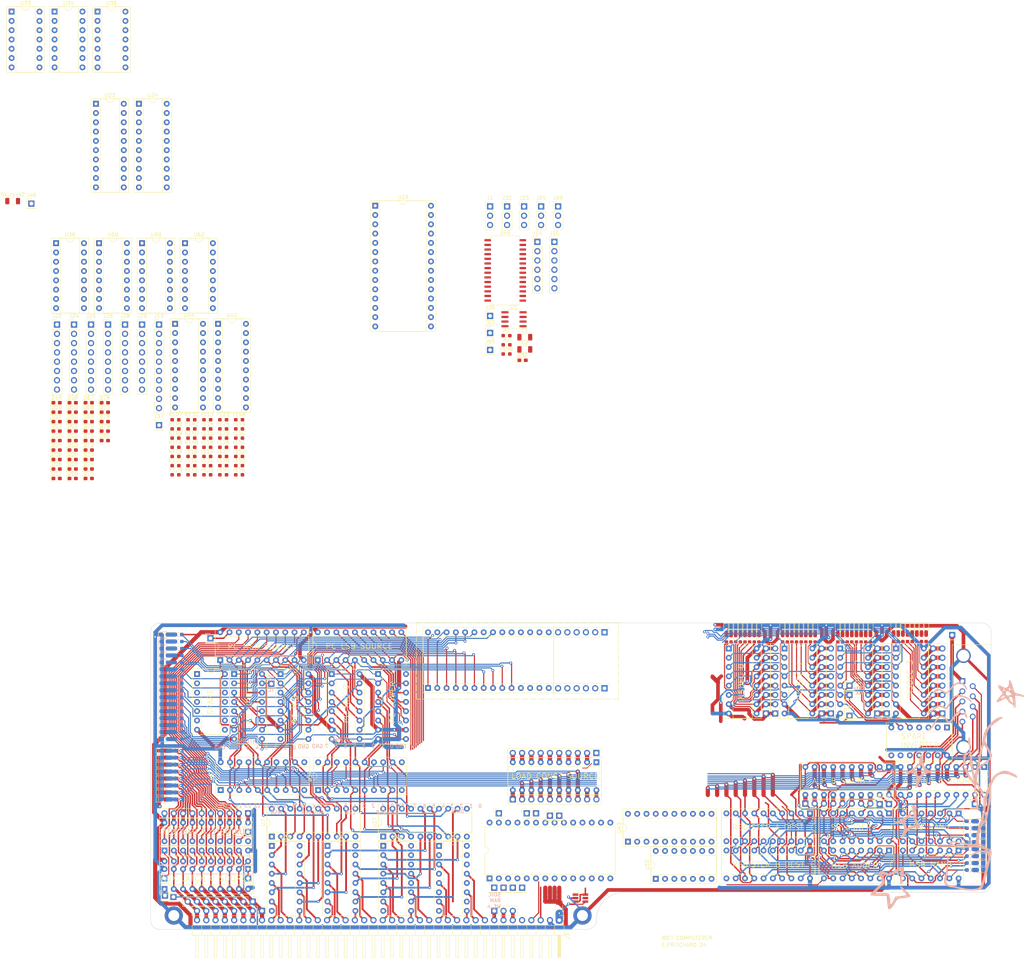
<source format=kicad_pcb>
(kicad_pcb (version 20221018) (generator pcbnew)
  (layers (0 "F.Cu" signal) (31 "B.Cu" signal) (34 "B.Paste" user) (35 "F.Paste" user) (36 "B.SilkS" user "B.Silkscreen") (37 "F.SilkS" user "F.Silkscreen") (38 "B.Mask" user) (39 "F.Mask" user) (44 "Edge.Cuts" user))
  (net 0 "")
  (net 1 "Net-(U1-CV)")
  (net 2 "GND")
  (net 3 "Net-(U1-THR)")
  (net 4 "/CLOCK_to_pc")
  (net 5 "Net-(J1-Pin_3)")
  (net 6 "+5V")
  (net 7 "Net-(U1-DIS)")
  (net 8 "/5V_raw")
  (net 9 "/clk")
  (net 10 "+3V3")
  (net 11 "/Data_Bus_0_LSB")
  (net 12 "/Data_Bus_1")
  (net 13 "/Data_Bus_2")
  (net 14 "/Data_Bus_3")
  (net 15 "/Data_Bus_4")
  (net 16 "/Data_Bus_5")
  (net 17 "/Data_Bus_6")
  (net 18 "/Data_Bus_7_MSB")
  (net 19 "/to_PC_0")
  (net 20 "/to_PC_1")
  (net 21 "/to_PC_2")
  (net 22 "/to_PC_3")
  (net 23 "/to_PC_4")
  (net 24 "/to_PC_5")
  (net 25 "/to_PC_6")
  (net 26 "/to_PC_7")
  (net 27 "/to_PC_8")
  (net 28 "/to_PC_9")
  (net 29 "/to_PC_10")
  (net 30 "/to_PC_11")
  (net 31 "/to_PC_12")
  (net 32 "/to_PC_13")
  (net 33 "/to_PC_14")
  (net 34 "/to_PC_15")
  (net 35 "/Aux_Bus_0_LSB")
  (net 36 "/Aux_Bus_1")
  (net 37 "/Aux_Bus_2")
  (net 38 "/Aux_Bus_3")
  (net 39 "/Aux_Bus_4")
  (net 40 "/Aux_Bus_5")
  (net 41 "/Aux_Bus_6")
  (net 42 "/Aux_Bus_7_MSB")
  (net 43 "/pc_reset_n")
  (net 44 "/PC_load_n")
  (net 45 "/PC_3")
  (net 46 "/PC_2")
  (net 47 "/PC_1")
  (net 48 "/PC_0")
  (net 49 "Net-(U2-TC)")
  (net 50 "/PC_7")
  (net 51 "/PC_6")
  (net 52 "/PC_5")
  (net 53 "/PC_4")
  (net 54 "Net-(U3-TC)")
  (net 55 "/PC_11")
  (net 56 "/PC_10")
  (net 57 "/PC_9")
  (net 58 "/PC_8")
  (net 59 "Net-(U4-TC)")
  (net 60 "/PC_15")
  (net 61 "/PC_14")
  (net 62 "/PC_13")
  (net 63 "/PC_12")
  (net 64 "Net-(J30-Pin_1)")
  (net 65 "Net-(J35-Pin_1)")
  (net 66 "Net-(J36-Pin_1)")
  (net 67 "/INTERNAL_BUS_7")
  (net 68 "/INTERNAL_BUS_6")
  (net 69 "/INTERNAL_BUS_5")
  (net 70 "/INTERNAL_BUS_4")
  (net 71 "/INTERNAL_BUS_3")
  (net 72 "/INTERNAL_BUS_2")
  (net 73 "/INTERNAL_BUS_1")
  (net 74 "/INTERNAL_BUS_0")
  (net 75 "/instruction_0")
  (net 76 "/instruction_1")
  (net 77 "/instruction_2")
  (net 78 "/instruction_3")
  (net 79 "/instruction_4")
  (net 80 "/instruction_5")
  (net 81 "/instruction_6")
  (net 82 "/instruction_7")
  (net 83 "/to_insdec_7")
  (net 84 "/to_insdec_6")
  (net 85 "/to_insdec_5")
  (net 86 "/to_insdec_4")
  (net 87 "/to_insdec_2")
  (net 88 "/to_insdec_1")
  (net 89 "/to_insdec_0")
  (net 90 "/to_insdec_8")
  (net 91 "/to_insdec_9")
  (net 92 "/to_insdec_10")
  (net 93 "/to_insdec_11")
  (net 94 "/addr_bus_0")
  (net 95 "/addr_bus_1")
  (net 96 "/addr_bus_2")
  (net 97 "/addr_bus_3")
  (net 98 "/addr_bus_4")
  (net 99 "/addr_bus_5")
  (net 100 "/addr_bus_6")
  (net 101 "/addr_bus_7")
  (net 102 "/addr_bus_8")
  (net 103 "/addr_bus_9")
  (net 104 "/addr_bus_10")
  (net 105 "/addr_bus_11")
  (net 106 "/addr_bus_12")
  (net 107 "/addr_bus_13")
  (net 108 "/addr_bus_14")
  (net 109 "/addr_bus_15")
  (net 110 "Net-(D1-A)")
  (net 111 "Net-(D2-A)")
  (net 112 "Net-(D3-A)")
  (net 113 "Net-(D4-A)")
  (net 114 "Net-(D5-A)")
  (net 115 "Net-(D6-A)")
  (net 116 "Net-(D7-A)")
  (net 117 "Net-(D8-A)")
  (net 118 "Net-(D9-A)")
  (net 119 "Net-(D10-A)")
  (net 120 "Net-(D11-A)")
  (net 121 "Net-(D12-A)")
  (net 122 "Net-(D13-A)")
  (net 123 "Net-(D14-A)")
  (net 124 "Net-(D15-A)")
  (net 125 "Net-(D16-A)")
  (net 126 "Net-(D17-A)")
  (net 127 "Net-(D18-A)")
  (net 128 "Net-(D19-A)")
  (net 129 "Net-(D20-A)")
  (net 130 "Net-(D21-A)")
  (net 131 "Net-(D22-A)")
  (net 132 "Net-(D23-A)")
  (net 133 "Net-(D24-A)")
  (net 134 "Net-(J39-Pin_1)")
  (net 135 "Net-(J40-Pin_1)")
  (net 136 "Net-(J41-Pin_1)")
  (net 137 "Net-(J42-Pin_1)")
  (net 138 "Net-(D25-A)")
  (net 139 "Net-(D26-A)")
  (net 140 "Net-(D27-A)")
  (net 141 "Net-(D28-A)")
  (net 142 "Net-(D29-A)")
  (net 143 "Net-(D30-A)")
  (net 144 "Net-(D31-A)")
  (net 145 "Net-(D32-A)")
  (net 170 "Net-(J43-Pin_1)")
  (net 171 "Net-(J44-Pin_1)")
  (net 172 "/mar_14")
  (net 173 "/mar_12")
  (net 174 "/mar_7")
  (net 175 "/mar_6")
  (net 176 "/mar_5")
  (net 177 "/mar_4")
  (net 178 "/mar_3")
  (net 179 "/mar_2")
  (net 180 "/mar_1")
  (net 181 "/mar_0")
  (net 182 "/mar_10")
  (net 183 "/mar_11")
  (net 184 "/mar_9")
  (net 185 "/mar_8")
  (net 186 "/mar_13")
  (net 187 "Net-(J45-Pin_1)")
  (net 188 "Net-(J46-Pin_1)")
  (net 189 "Net-(J47-Pin_1)")
  (net 190 "Net-(J48-Pin_1)")
  (net 191 "Net-(J49-Pin_1)")
  (net 192 "Net-(J50-Pin_1)")
  (net 193 "Net-(J51-Pin_1)")
  (net 194 "/mar_15")
  (net 195 "Net-(J52-Pin_1)")
  (net 196 "Net-(J54-Pin_1)")
  (net 197 "Net-(D49-K)")
  (net 199 "Net-(J56-Pin_1)")
  (net 200 "Net-(D50-K)")
  (net 201 "/SMALL_CS2")
  (net 202 "Net-(D51-K)")
  (net 203 "Net-(J62-Pin_1)")
  (net 204 "/APB_1")
  (net 205 "/RB_1")
  (net 206 "/RA_1")
  (net 207 "/APB_0")
  (net 208 "/RA_0")
  (net 209 "/RB_0")
  (net 210 "Net-(U32-C4)")
  (net 211 "/APB_3")
  (net 212 "/RB_3")
  (net 213 "/RA_3")
  (net 214 "/APB_2")
  (net 215 "/RA_2")
  (net 216 "/RB_2")
  (net 217 "/APB_5")
  (net 218 "/RB_5")
  (net 219 "/RA_5")
  (net 220 "/APB_4")
  (net 221 "/RA_4")
  (net 222 "/RB_4")
  (net 223 "/APB_7")
  (net 224 "/RB_7")
  (net 225 "/RA_7")
  (net 226 "/APB_6")
  (net 227 "/RA_6")
  (net 228 "/RB_6")
  (net 229 "/A_nand_B_0")
  (net 230 "/A_nand_B_1")
  (net 231 "/A_nand_B_2")
  (net 232 "/A_nand_B_3")
  (net 233 "/A_nand_B_4")
  (net 234 "/A_nand_B_5")
  (net 235 "/A_nand_B_6")
  (net 236 "/A_nand_B_7")
  (net 237 "Net-(D52-K)")
  (net 239 "/to_insdec_3")
  (net 240 "Net-(J64-Pin_1)")
  (net 241 "/Load_Constant_OE_n")
  (net 242 "Net-(D33-A)")
  (net 243 "Net-(D34-A)")
  (net 244 "Net-(D35-A)")
  (net 245 "Net-(D36-A)")
  (net 246 "Net-(D37-A)")
  (net 247 "Net-(D38-A)")
  (net 248 "Net-(D39-A)")
  (net 249 "Net-(D40-A)")
  (net 250 "Net-(D41-A)")
  (net 251 "Net-(D42-A)")
  (net 252 "Net-(D43-A)")
  (net 253 "Net-(D44-A)")
  (net 254 "Net-(D45-A)")
  (net 255 "Net-(D46-A)")
  (net 256 "Net-(D47-A)")
  (net 257 "Net-(D48-A)")
  (net 258 "/to_insdec_12")
  (net 259 "/to_insdec_13")
  (net 260 "/to_insdec_14")
  (net 261 "/builder_lsb_clock")
  (net 262 "/builder_msb_clock")
  (net 263 "Net-(D82-A)")
  (net 264 "Net-(J65-Pin_1)")
  (net 265 "/ctrl_31")
  (net 266 "/ctrl_30")
  (net 267 "/ctrl_29")
  (net 268 "/ctrl_28")
  (net 269 "/ctrl_27")
  (net 270 "/ctrl_26")
  (net 271 "/ctrl_25")
  (net 272 "/ctrl_24")
  (net 273 "/ctrl_23")
  (net 274 "/ctrl_22")
  (net 275 "/ctrl_21")
  (net 276 "/ctrl_20")
  (net 277 "/ctrl_19")
  (net 278 "/ctrl_18")
  (net 279 "/ctrl_17")
  (net 280 "/ctrl_16")
  (net 303 "Net-(D49-A)")
  (net 304 "Net-(D50-A)")
  (net 305 "Net-(D51-A)")
  (net 306 "Net-(D52-A)")
  (net 307 "Net-(D53-A)")
  (net 308 "Net-(D54-A)")
  (net 309 "Net-(D55-A)")
  (net 310 "Net-(D56-A)")
  (net 311 "Net-(D57-A)")
  (net 312 "Net-(D58-A)")
  (net 313 "Net-(D59-A)")
  (net 314 "Net-(D60-A)")
  (net 315 "Net-(D61-A)")
  (net 316 "Net-(D62-A)")
  (net 317 "Net-(D63-A)")
  (net 318 "Net-(D64-A)")
  (net 319 "Net-(D65-A)")
  (net 320 "Net-(D66-A)")
  (net 321 "Net-(D67-A)")
  (net 322 "Net-(D68-A)")
  (net 323 "Net-(D69-A)")
  (net 324 "Net-(D70-A)")
  (net 325 "Net-(D71-A)")
  (net 326 "Net-(D72-A)")
  (net 327 "Net-(D73-A)")
  (net 328 "Net-(D74-A)")
  (net 329 "Net-(D75-A)")
  (net 330 "Net-(D76-A)")
  (net 331 "Net-(D77-A)")
  (net 332 "Net-(D78-A)")
  (net 333 "Net-(D79-A)")
  (net 334 "Net-(D80-A)")
  (net 335 "/instruction_valid_n")
  (net 336 "Net-(D81-A)")
  (net 337 "/current_sense_output")
  (net 338 "unconnected-(U61-GND-Pad3)")
  (net 339 "Net-(U57-E3)")
  (net 340 "Net-(U58-E2)")
  (net 341 "/CLOCK_to_pc_n")
  (net 342 "/ctrl_8")
  (net 343 "/ctrl_9")
  (net 344 "/ctrl_10")
  (net 345 "/ctrl_11")
  (net 346 "/ctrl_12")
  (net 347 "/ctrl_13")
  (net 348 "/ctrl_14")
  (net 349 "/ctrl_15")
  (net 350 "Net-(D53-K)")
  (net 351 "Net-(D54-K)")
  (net 352 "Net-(D55-K)")
  (net 353 "Net-(D56-K)")
  (net 354 "Net-(D57-K)")
  (net 355 "Net-(D58-K)")
  (net 356 "Net-(D59-K)")
  (net 357 "Net-(D60-K)")
  (net 358 "Net-(J71-Pin_1)")
  (net 359 "Net-(J72-Pin_1)")
  (net 360 "Net-(J74-Pin_1)")
  (net 361 "Net-(J73-Pin_1)")
  (net 362 "Net-(J8-Pin_1)")
  (net 364 "Net-(J3-Pin_6)")
  (net 365 "Net-(J3-Pin_7)")
  (net 366 "Net-(J3-Pin_8)")
  (net 367 "Net-(D61-K)")
  (net 368 "Net-(D62-K)")
  (net 369 "Net-(D63-K)")
  (net 370 "Net-(D64-K)")
  (net 371 "Net-(D65-K)")
  (net 372 "Net-(D66-K)")
  (net 373 "Net-(D67-K)")
  (net 374 "Net-(D68-K)")
  (net 375 "Net-(D69-K)")
  (net 376 "Net-(D70-K)")
  (net 377 "Net-(D71-K)")
  (net 378 "Net-(D72-K)")
  (net 379 "Net-(D73-K)")
  (net 380 "Net-(D74-K)")
  (net 381 "Net-(D75-K)")
  (net 382 "Net-(D76-K)")
  (net 383 "Net-(D77-K)")
  (net 384 "Net-(D78-K)")
  (net 385 "Net-(D79-K)")
  (net 386 "Net-(D80-K)")
  (net 387 "Net-(J18-Pin_2)")
  (net 388 "Net-(J18-Pin_3)")
  (net 389 "Net-(J18-Pin_4)")
  (net 390 "Net-(J18-Pin_5)")
  (net 391 "Net-(J18-Pin_6)")
  (net 392 "Net-(J18-Pin_7)")
  (net 393 "Net-(J18-Pin_8)")
  (net 394 "Net-(J18-Pin_9)")
  (net 403 "/clock_build_constant")
  (net 404 "/external_write_enable_n")
  (net 405 "/extra_dest_clock")
  (net 406 "/clock_register_b")
  (net 407 "/clock_register_a")
  (net 408 "/ram_write_enable_n")
  (net 409 "/clock_builder_upper")
  (net 410 "/clock_builder_lower")
  (net 411 "/extra_control_three")
  (net 412 "/extra_control_two")
  (net 413 "/extra_control_one")
  (net 414 "/extra_control_zero")
  (net 415 "/jump_cond_b_negative")
  (net 416 "/jump_cond_a_plus_b_carry_out")
  (net 417 "/jump_cond_b_equals_f_f")
  (net 418 "/jump_cond_a_equals_b")
  (net 419 "/source_7")
  (net 420 "/source_6")
  (net 421 "/source_5")
  (net 422 "/source_4")
  (net 423 "/source_3")
  (net 424 "/source_2")
  (net 425 "/source_1")
  (net 426 "/source_0")
  (net 427 "/flag_7")
  (net 428 "/flag_6")
  (net 429 "/flag_5")
  (net 430 "/flag_4")
  (net 431 "/flag_3")
  (net 432 "/flag_2")
  (net 433 "/flag_1")
  (net 434 "/flag_0")
  (net 435 "/a_equals_b")
  (net 436 "/b_equals_f_f")
  (net 437 "/a_plus_b_carry_out")
  (net 438 "Net-(U36-E3)")
  (net 439 "Net-(U36-E2)")
  (net 441 "Net-(U36-E1)")
  (net 442 "Net-(U58-E3)")
  (net 443 "Net-(U58-E1)")
  (net 445 "Net-(U59-E3)")
  (net 447 "Net-(U59-E2)")
  (net 449 "Net-(U59-E1)")
  (net 450 "Net-(U57-E2)")
  (net 451 "Net-(U57-E1)")
  (net 452 "/logic_analyzer_addr_0")
  (net 454 "/logic_analyzer_record")
  (net 455 "Net-(U62-D0)")
  (net 456 "/logic_analyzer_data_0")
  (net 457 "Net-(U62-D1)")
  (net 458 "/logic_analyzer_data_1")
  (net 459 "/logic_analyzer_data_2")
  (net 460 "Net-(U62-D2)")
  (net 461 "/logic_analyzer_data_3")
  (net 462 "Net-(U62-D3)")
  (net 463 "/logic_analyzer_addr_3")
  (net 464 "/logic_analyzer_addr_2")
  (net 465 "/logic_analyzer_addr_1")
  (net 466 "VCC")
  (net 467 "/to_insdec_15")
  (net 470 "/cond_0")
  (net 472 "/cond_1")
  (net 473 "/cond_2")
  (net 474 "/cond_3")
  (net 477 "/cond_4")
  (net 479 "/cond_5")
  (net 480 "/cond_6")
  (net 482 "/cond_7")
  (net 484 "/jump_n")
  (net 493 "/addr_pre_buf_0")
  (net 494 "/addr_pre_buf_13")
  (net 495 "/addr_pre_buf_14")
  (net 496 "/addr_pre_buf_15")
  (net 497 "/addr_pre_buf_12")
  (net 498 "/addr_pre_buf_11")
  (net 499 "/addr_pre_buf_10")
  (net 500 "/addr_pre_buf_7")
  (net 501 "/addr_pre_buf_8")
  (net 502 "/addr_pre_buf_9")
  (net 503 "/addr_pre_buf_6")
  (net 504 "/addr_pre_buf_5")
  (net 505 "/addr_pre_buf_4")
  (net 506 "/addr_pre_buf_1")
  (net 507 "/addr_pre_buf_2")
  (net 508 "/addr_pre_buf_3")
  (net 509 "/data_pre_buf_7")
  (net 510 "/data_pre_buf_6")
  (net 511 "/data_pre_buf_3")
  (net 512 "/data_pre_buf_4")
  (net 513 "/data_pre_buf_5")
  (net 514 "/data_pre_buf_2")
  (net 515 "/data_pre_buf_1")
  (net 516 "/data_pre_buf_0")
  (footprint "Resistor_SMD:R_1206_3216Metric" (layer "F.Cu") (at 141.242051 112.141 90)
    (fp_text reference "5V_rsns1" hide)
    (fp_text value "1" hide)
  )
  (footprint "Connector_PinHeader_2.54mm:PinHeader_1x01_P2.54mm_Vertical" (layer "F.Cu") (at 56.152051 91.313)
    (fp_text reference "J72")
    (fp_text value "J")
  )
  (footprint "Resistor_SMD:R_0603_1608Metric_Pad0.98x0.95mm_HandSolder" (layer "F.Cu") (at 35.705051 72.898)
    (fp_text reference "r77" hide)
    (fp_text value "470" hide)
  )
  (footprint "Connector_PinHeader_2.54mm:PinHeader_1x08_P2.54mm_Vertical" (layer "F.Cu") (at 228.237051 58.928 180)
    (fp_text reference "J26" hide)
    (fp_text value "Conn_01x08_Pin" hide)
  )
  (footprint "Resistor_SMD:R_0603_1608Metric_Pad0.98x0.95mm_HandSolder" (layer "F.Cu") (at 226.332051 38.481 -90)
    (fp_text reference "r107" hide)
    (fp_text value "470" hide)
  )
  (footprint "Connector_PinHeader_2.54mm:PinHeader_1x10_P2.54mm_Vertical" (layer "F.Cu") (at 151.402051 69.723 -90)
    (fp_text reference "J18" hide)
    (fp_text value "Conn_01x10_Pin" hide)
  )
  (footprint "Connector_PinHeader_2.54mm:PinHeader_1x03_P2.54mm_Vertical" (layer "F.Cu") (at 122.3242 -79.74)
    (fp_text reference "J1")
    (fp_text value "Conn_01x03_Pin")
  )
  (footprint "Connector_PinHeader_2.54mm:PinHeader_1x01_P2.54mm_Vertical" (layer "F.Cu") (at 122.3242 -40.49)
    (fp_text reference "J65")
    (fp_text value "J")
  )
  (footprint "Connector_PinHeader_2.54mm:PinHeader_1x08_P2.54mm_Vertical" (layer "F.Cu") (at 59.962051 112.903 -90)
    (fp_text reference "J4" hide)
    (fp_text value "Conn_01x08_Pin" hide)
  )
  (footprint "Package_DIP:DIP-16_W7.62mm_Socket" (layer "F.Cu") (at 79.012051 48.133)
    (fp_text reference "U3" hide)
    (fp_text value "74LS161" hide)
  )
  (footprint "LED_SMD:LED_0603_1608Metric_Pad1.05x0.95mm_HandSolder" (layer "F.Cu") (at 32.657051 76.708)
    (fp_text reference "D29" hide)
    (fp_text value "A4" hide)
  )
  (footprint "Connector_PinHeader_2.54mm:PinHeader_1x03_P2.54mm_Vertical" (layer "F.Cu") (at 123.462051 112.903 90)
    (fp_text reference "J31" hide)
    (fp_text value "Conn_01x03_Pin")
  )
  (footprint "LED_SMD:LED_0603_1608Metric_Pad1.05x0.95mm_HandSolder" (layer "F.Cu") (at 32.657051 70.993)
    (fp_text reference "D26" hide)
    (fp_text value "A1" hide)
  )
  (footprint "Package_DIP:DIP-14_W7.62mm_Socket" (layer "F.Cu") (at 250.467051 86.243 -90)
    (fp_text reference "U52" hide)
    (fp_text value "74LS00" hide)
  )
  (footprint "Connector_PinHeader_2.54mm:PinHeader_1x01_P2.54mm_Vertical" (layer "F.Cu") (at 220.617051 51.308)
    (fp_text reference "J70" hide)
    (fp_text value "J")
  )
  (footprint "Connector_Dsub:DSUB-9_Female_Horizontal_P2.77x2.84mm_EdgePinOffset4.94mm_Housed_MountingHolesOffset7.48mm" (layer "F.Cu") (at 251.48572 50.076 90)
    (fp_text reference "J21" hide)
    (fp_text value "DB9_Female_MountingHoles" hide)
  )
  (footprint "Package_DIP:DIP-16_W7.62mm_Socket" (layer "F.Cu") (at 62.629051 95.123)
    (fp_text reference "U38")
    (fp_text value "74LS367")
  )
  (footprint "LED_SMD:LED_0603_1608Metric_Pad1.05x0.95mm_HandSolder" (layer "F.Cu") (at 207.409051 35.941 -90)
    (fp_text reference "D69" hide)
    (fp_text value "A0" hide)
  )
  (footprint "Connector_PinHeader_2.54mm:PinHeader_1x01_P2.54mm_Vertical" (layer "F.Cu") (at 31.7975 -19.94)
    (fp_text reference "J37")
    (fp_text value "J")
  )
  (footprint "Resistor_SMD:R_0603_1608Metric_Pad0.98x0.95mm_HandSolder" (layer "F.Cu") (at 36.2975 -8.86)
    (fp_text reference "R120")
    (fp_text value "0")
  )
  (footprint "Package_DIP:DIP-20_W7.62mm_Socket" (layer "F.Cu") (at 48.532051 44.323 90)
    (fp_text reference "U29" hide)
    (fp_text value "74LS245" hide)
  )
  (footprint "Resistor_SMD:R_0603_1608Metric_Pad0.98x0.95mm_HandSolder" (layer "F.Cu") (at 49.3475 -16.39)
    (fp_text reference "r125")
    (fp_text value "470")
  )
  (footprint "Resistor_SMD:R_0603_1608Metric_Pad0.98x0.95mm_HandSolder" (layer "F.Cu") (at 225.062051 38.481 -90)
    (fp_text reference "r108" hide)
    (fp_text value "470" hide)
  )
  (footprint "Resistor_SMD:R_0603_1608Metric_Pad0.98x0.95mm_HandSolder" (layer "F.Cu") (at 40.6475 -18.9)
    (fp_text reference "R142")
    (fp_text value "0")
  )
  (footprint "LED_SMD:LED_0603_1608Metric_Pad1.05x0.95mm_HandSolder" (layer "F.Cu") (at 223.792051 35.941 -90)
    (fp_text reference "D51" hide)
    (fp_text value "A0" hide)
  )
  (footprint "LED_SMD:LED_0603_1608Metric_Pad1.05x0.95mm_HandSolder" (layer "F.Cu") (at 208.679051 35.941 -90)
    (fp_text reference "D70" hide)
    (fp_text value "A0" hide)
  )
  (footprint "Package_DIP:DIP-14_W7.62mm_Socket" (layer "F.Cu") (at -8.514 -133.017)
    (fp_text reference "U33")
    (fp_text value "74LS32")
  )
  (footprint "Connector_PinHeader_2.54mm:PinHeader_1x01_P2.54mm_Vertical" (layer "F.Cu") (at 122.3242 -49.79)
    (fp_text reference "J36")
    (fp_text value "J")
  )
  (footprint "Connector_PinHeader_2.54mm:PinHeader_1x08_P2.54mm_Vertical" (layer "F.Cu") (at 22.4975 -47.44)
    (fp_text reference "J28")
    (fp_text value "Conn_01x08_Pin")
  )
  (footprint "LED_SMD:LED_0603_1608Metric_Pad1.05x0.95mm_HandSolder" (layer "F.Cu") (at 203.599051 35.941 -90)
    (fp_text reference "D66" hide)
    (fp_text value "A0" hide)
  )
  (footprint "Connector_PinHeader_2.54mm:PinHeader_1x01_P2.54mm_Vertical" (layer "F.Cu") (at 128.542051 106.553)
    (fp_text reference "J43" hide)
    (fp_text value "J")
  )
  (footprint "Connector_PinHeader_2.54mm:PinHeader_1x40_P2.54mm_Horizontal" (layer "F.Cu") (at 141.242051 115.443 -90)
    (fp_text reference "J3")
    (fp_text value "Conn_01x40_Pin" hide)
  )
  (footprint "Resistor_SMD:R_0603_1608Metric_Pad0.98x0.95mm_HandSolder" (layer "F.Cu") (at 35.705051 69.088)
    (fp_text reference "r75" hide)
    (fp_text value "470" hide)
  )
  (footprint "Package_DIP:DIP-16_W7.62mm_Socket" (layer "F.Cu") (at 3.6475 -69.69)
    (fp_text reference "U36")
    (fp_text value "74LS138")
  )
  (footprint "LED_SMD:LED_0603_1608Metric_Pad1.05x0.95mm_HandSolder" (layer "F.Cu") (at 12.5825 -10.53)
    (fp_text reference "D73")
    (fp_text value "A0")
  )
  (footprint "Package_DIP:DIP-20_W7.62mm_Socket" (layer "F.Cu") (at 33.292051 96.393 90)
    (fp_text reference "U25" hide)
    (fp_text value "74LS574" hide)
  )
  (footprint "Resistor_SMD:R_0603_1608Metric_Pad0.98x0.95mm_HandSolder" (layer "F.Cu") (at 40.6475 -13.88)
    (fp_text reference "R146")
    (fp_text value "0")
  )
  (footprint "Resistor_SMD:R_0603_1608Metric_Pad0.98x0.95mm_HandSolder" (layer "F.Cu") (at 237.762051 38.354 -90)
    (fp_text reference "r118" hide)
    (fp_text value "470" hide)
  )
  (footprint "Resistor_SMD:R_0603_1608Metric_Pad0.98x0.95mm_HandSolder" (layer "F.Cu") (at 202.329051 38.481 -90)
    (fp_text reference "r123" hide)
    (fp_text value "470" hide)
  )
  (footprint "LED_SMD:LED_0603_1608Metric_Pad1.05x0.95mm_HandSolder" (layer "F.Cu") (at 209.949051 35.941 -90)
    (fp_text reference "D71" hide)
    (fp_text value "A0" hide)
  )
  (footprint "Resistor_SMD:R_0603_1608Metric_Pad0.98x0.95mm_HandSolder" (layer "F.Cu") (at 253.637051 97.917 180)
    (fp_text reference "r88" hide)
    (fp_text value "470" hide)
  )
  (footprint "LED_SMD:LED_0603_1608Metric_Pad1.05x0.95mm_HandSolder" (layer "F.Cu") (at 3.7925 -23.48)
    (fp_text reference "D50")
    (fp_text value "A0")
  )
  (footprint "LED_SMD:LED_0603_1608Metric_Pad1.05x0.95mm_HandSolder" (layer "F.Cu") (at 3.7925 -7.94)
    (fp_text reference "D56")
    (fp_text value "A0")
  )
  (footprint "Resistor_SMD:R_0603_1608Metric_Pad0.98x0.95mm_HandSolder" (layer "F.Cu") (at 232.682051 38.354 -90)
    (fp_text reference "r122" hide)
    (fp_text value "470" hide)
  )
  (footprint "Package_DIP:DIP-20_W7.62mm_Socket" (layer "F.Cu") (at 62.629051 92.583 90)
    (fp_text reference "U7")
    (fp_text value "74LS273")
  )
  (footprint "Package_DIP:DIP-20_W7.62mm_Socket" (layer "F.Cu") (at 75.329051 79.883 90)
    (fp_text reference "U37")
    (fp_text value "74LS273")
  )
  (footprint "Package_DIP:DIP-16_W7.62mm_Socket" (layer "F.Cu") (at 93.119051 95.113)
    (fp_text reference "U48")
    (fp_text value "74LS367")
  )
  (footprint "Connector_PinHeader_2.54mm:PinHeader_1x08_P2.54mm_Vertical" (layer "F.Cu") (at 215.537051 58.928 180)
    (fp_text reference "J22" hide)
    (fp_text value "Conn_01x08_Pin" hide)
  )
  (footprint "Connector_PinHeader_2.54mm:PinHeader_1x06_P2.54mm_Vertical" (layer "F.Cu") (at 153.625 36.712 -90)
    (fp_text reference "J17" hide)
    (fp_text value "Conn_01x06_Pin" hide)
  )
  (footprint "Resistor_SMD:R_0603_1608Metric_Pad0.98x0.95mm_HandSolder" (layer "F.Cu") (at 195.852051 38.482448 -90)
    (fp_text reference "r138" hide)
    (fp_text value "470" hide)
  )
  (footprint "Resistor_SMD:R_0603_1608Metric_Pad0.98x0.95mm_HandSolder" (layer "F.Cu") (at 44.9975 -13.88)
    (fp_text reference "r116")
    (fp_text value "470")
  )
  (footprint "Package_DIP:DIP-20_W7.62mm_Socket" (layer "F.Cu") (at 209.822051 96.393 -90)
    (fp_text reference "U41" hide)
    (fp_text value "74LS273" hide)
  )
  (footprint "LED_SMD:LED_0603_1608Metric_Pad1.05x0.95mm_HandSolder" (layer "F.Cu") (at 241.572051 35.814 -90)
    (fp_text reference "D57" hide)
    (fp_text value "A0" hide)
  )
  (footprint "LED_SMD:LED_0603_1608Metric_Pad1.05x0.95mm_HandSolder" (layer "F.Cu") (at 202.329051 35.941 -90)
    (fp_text reference "D65" hide)
    (fp_text value "A0" hide)
  )
  (footprint "LED_SMD:LED_0603_1608Metric_Pad1.05x0.95mm_HandSolder" (layer "F.Cu") (at 239.032051 35.814 -90)
    (fp_text reference "D59" hide)
    (fp_text value "A0" hide)
  )
  (footprint "Resistor_SMD:R_0603_1608Metric_Pad0.98x0.95mm_HandSolder" (layer "F.Cu") (at 233.952051 38.354 -90)
    (fp_text reference "r121" hide)
    (fp_text value "470" hide)
  )
  (footprint "LED_SMD:LED_0603_1608Metric_Pad1.05x0.95mm_HandSolder" (layer "F.Cu") (at 256.304051 101.727 180)
    (fp_text reference "D40" hide)
    (fp_text value "A7" hide)
  )
  (footprint "LED_SMD:LED_0603_1608Metric_Pad1.05x0.95mm_HandSolder" (layer "F.Cu") (at 16.9775 -23.48)
    (fp_text reference "D77")
    (fp_text value "A0")
  )
  (footprint "LED_SMD:LED_0603_1608Metric_Pad1.05x0.95mm_HandSolder" (layer "F.Cu") (at 192.042051 35.942448 -90)
    (fp_text reference "D77" hide)
    (fp_text value "A0" hide)
  )
  (footprint "LED_SMD:LED_0603_1608Metric_Pad1.05x0.95mm_HandSolder" (layer "F.Cu") (at 194.582051 35.942448 -90)
    (fp_text reference "D79" hide)
    (fp_text value "A0" hide)
  )
  (footprint "Connector_PinHeader_2.54mm:PinHeader_1x08_P2.54mm_Vertical" (layer "F.Cu") (at 230.777051 58.928 180)
    (fp_text reference "J28" hide)
    (fp_text value "Conn_01x08_Pin" hide)
  )
  (footprint "Resistor_SMD:R_0603_1608Metric_Pad0.98x0.95mm_HandSolder" (layer "F.Cu") (at 36.2975 -11.37)
    (fp_text reference "R119")
    (fp_text value "0")
  )
  (footprint "LED_SMD:LED_0603_1608Metric_Pad1.05x0.95mm_HandSolder" (layer "F.Cu") (at 32.657051 72.898)
    (fp_text reference "D27" hide)
    (fp_text value "A2" hide)
  )
  (footprint "LED_SMD:LED_0603_1608Metric_Pad1.05x0.95mm_HandSolder" (layer "F.Cu") (at 256.304051 96.012 180)
    (fp_text reference "D37" hide)
    (fp_text value "A4" hide)
  )
  (footprint "Connector_PinHeader_2.54mm:PinHeader_1x10_P2.54mm_Vertical" (layer "F.Cu") (at 128.542051 82.423 90)
    (fp_text reference "J19" hide)
    (fp_text value "Conn_01x10_Pin" hide)
  )
  (footprint "Resistor_SMD:R_0603_1608Metric_Pad0.98x0.95mm_HandSolder" (layer "F.Cu") (at 35.705051 78.613)
    (fp_text reference "r80" hide)
    (fp_text value "470" hide)
  )
  (footprint "Package_DIP:DIP-20_W7.62mm_Socket" (layer "F.Cu") (at 47.9475 -47.64)
    (fp_text reference "U45")
    (fp_text value "74LS273")
  )
  (footprint "Resistor_SMD:R_0603_1608Metric_Pad0.98x0.95mm_HandSolder" (layer "F.Cu") (at 40.6475 -6.35)
    (fp_text reference "r112")
    (fp_text value "470")
  )
  (footprint "Resistor_SMD:R_0603_1608Metric_Pad0.98x0.95mm_HandSolder" (layer "F.Cu") (at 44.9975 -8.86)
    (fp_text reference "r121")
    (fp_text value "470")
  )
  (footprint "Resistor_SMD:R_0603_1608Metric_Pad0.98x0.95mm_HandSolder" (layer "F.Cu") (at 35.705051 80.518)
    (fp_text reference "r81" hide)
    (fp_text value "470" hide)
  )
  (footprint "Connector_PinHeader_2.54mm:PinHeader_1x08_P2.54mm_Vertical" (layer "F.Cu") (at 208.552051 83.566 90)
    (fp_text reference "J20" hide)
    (fp_text value "Conn_01x08_Pin" hide)
  )
  (footprint "Connector_PinHeader_2.54mm:PinHeader_1x01_P2.54mm_Vertical" (layer "F.Cu") (at 126.002051 106.553)
    (fp_text reference "J41" hide)
    (fp_text value "J")
  )
  (footprint "LED_SMD:LED_0603_1608Metric_Pad1.05x0.95mm_HandSolder" (layer "F.Cu") (at 186.962051 35.942448 -90)
    (fp_text reference "D73" hide)
    (fp_text value "A0" hide)
  )
  (footprint "LED_SMD:LED_0603_1608Metric_Pad1.05x0.95mm_HandSolder" (layer "F.Cu") (at 8.1875 -10.53)
    (fp_text reference "D64")
    (fp_text value "A0")
  )
  (footprint "Connector_PinHeader_2.54mm:PinHeader_1x06_P2.54mm_Vertical" (layer "F.Cu") (at 135.2742 -70.04)
    (fp_text reference "J14")
    (fp_text value "Conn_01x06_Pin")
  )
  (footprint "Connector_PinHeader_2.54mm:PinHeader_1x08_P2.54mm_Vertical" (layer "F.Cu") (at 212.997051 58.928 180)
    (fp_text reference "J24" hide)
    (fp_text value "Conn_01x08_Pin" hide)
  )
  (footprint "Resistor_SMD:R_0603_1608Metric_Pad0.98x0.95mm_HandSolder" (layer "F.Cu") (at 126.8242 -41.9)
    (fp_text reference "R2")
    (fp_text value "R")
  )
  (footprint "LED_SMD:LED_0603_1608Metric_Pad1.05x0.95mm_HandSolder" (layer "F.Cu") (at 189.502051 35.942448 -90)
    (fp_text reference "D75" hide)
    (fp_text value "A0" hide)
  )
  (footprint "LED_SMD:LED_0603_1608Metric_Pad1.05x0.95mm_HandSolder" (layer "F.Cu") (at 217.442051 35.941 -90)
    (fp_text reference "D56" hide)
    (fp_text value "A0" hide)
  )
  (footprint "LED_SMD:LED_0603_1608Metric_Pad1.05x0.95mm_HandSolder" (layer "F.Cu") (at 32.657051 82.423)
    (fp_text reference "D32" hide)
    (fp_text value "A7" hide)
  )
  (footprint "Connector_PinHeader_2.54mm:PinHeader_1x01_P2.54mm_Vertical" (layer "F.Cu") (at 124.732051 86.233)
    (fp_text reference "J49" hide)
    (fp_text value "J")
  )
  (footprint "Resistor_SMD:R_0603_1608Metric_Pad0.98x0.95mm_HandSolder" (layer "F.Cu") (at 253.637051 96.012 180)
    (fp_text reference "r87" hide)
    (fp_text value "470" hide)
  )
  (footprint "LED_SMD:LED_0603_1608Metric_Pad1.05x0.95mm_HandSolder" (layer "F.Cu") (at 33.292051 37.338)
    (fp_text reference "D81" hide)
    (fp_text value "5V_RAW" hide)
  )
  (footprint "Package_DIP:DIP-20_W7.62mm_Socket" (layer "F.Cu") (at 257.447051 73.533 -90)
    (fp_text reference "U50" hide)
    (fp_text value "74LS245" hide)
  )
  (footprint "LED_SMD:LED_0603_1608Metric_Pad1.05x0.95mm_HandSolder" (layer "F.Cu") (at 3.7925 -20.89)
    (fp_text reference "D51")
    (fp_text value "A0")
  )
  (footprint "Package_DIP:DIP-28_W15.24mm_Socket" (layer "F.Cu") (at 105.35 51.96 90)
    (fp_text reference "U18" hide)
    (fp_text value "28C256" hide)
  )
  (footprint "Package_DIP:DIP-20_W7.62mm_Socket" (layer "F.Cu") (at 14.534 -107.823)
    (fp_text reference "U23")
    (fp_text value "74LS245")
  )
  (footprint "LED_SMD:LED_0603_1608Metric_Pad1.05x0.95mm_HandSolder" (layer "F.Cu") (at 221.252051 35.941 -90)
    (fp_text reference "D53" hide)
    (fp_text value "A0" hide)
  )
  (footprint "LED_SMD:LED_0603_1608Metric_Pad1.05x0.95mm_HandSolder" (layer "F.Cu") (at 8.1875 -13.12)
    (fp_text reference "D63")
    (fp_text value "A0")
  )
  (footprint "Package_DIP:DIP-16_W7.62mm_Socket" (layer "F.Cu") (at 233.317051 41.148)
    (fp_text reference "U60" hide)
    (fp_text value "74LS138" hide)
  )
  (footprint "Connector_PinHeader_2.54mm:PinHeader_1x08_P2.54mm_Vertical" (layer "F.Cu") (at 200.297051 58.928 180)
    (fp_text reference "J27" hide)
    (fp_text value "Conn_01x08_Pin" hide)
  )
  (footprint "Resistor_SMD:R_0603_1608Metric_Pad0.98x0.95mm_HandSolder" (layer "F.Cu") (at 53.6975 -16.39)
    (fp_text reference "r150")
    (fp_text value "470")
  )
  (footprint "Connector_PinHeader_2.54mm:PinHeader_1x08_P2.54mm_Vertical" (layer "F.Cu") (at 243.477051 58.928 180)
    (fp_text reference "J25" hide)
    (fp_text value "Conn_01x08_Pin" hide)
  )
  (footprint "Connector_PinHeader_2.54mm:PinHeader_1x03_P2.54mm_Vertical" (layer "F.Cu") (at 131.6242 -79.74)
    (fp_text reference "J33")
    (fp_text value "Conn_01x03_Pin")
  )
  (footprint "Resistor_SMD:R_0603_1608Metric_Pad0.98x0.95mm_HandSolder" (layer "F.Cu") (at 35.705051 82.423)
    (fp_text reference "r82" hide)
    (fp_text value "470" hide)
  )
  (footprint "Resistor_SMD:R_0603_1608Metric_Pad0.98x0.95mm_HandSolder" (layer "F.Cu") (at 209.949051 38.481 -90)
    (fp_text reference "r129" hide)
    (fp_text value "470" hide)
  )
  (footprint "Connector_PinHeader_2.54mm:PinHeader_1x03_P2.54mm_Vertical" (layer "F.Cu") (at 126.9742 -79.74)
    (fp_text reference "J32")
    (fp_text value "Conn_01x03_Pin")
  )
  (footprint "Package_DIP:DIP-16_W7.62mm_Socket" (layer "F.Cu") (at 218.077051 41.148)
    (fp_text reference "U59" hide)
    (fp_text value "74LS138" hide)
  )
  (footprint "Resistor_SMD:R_0603_1608Metric_Pad0.98x0.95mm_HandSolder" (layer "F.Cu") (at 53.6975 -11.37)
    (fp_text reference "r152")
    (fp_text value "470")
  )
  (footprint "Resistor_SMD:R_0603_1608Metric_Pad0.98x0.95mm_HandSolder" (layer "F.Cu") (at 44.9975 -18.9)
    (fp_text reference "r114")
    (fp_text value "470")
  )
  (footprint "Resistor_SMD:R_0603_1608Metric_Pad0.98x0.95mm_HandSolder" (layer "F.Cu") (at 40.6475 -11.37)
    (fp_text reference "r110")
    (fp_text value "470")
  )
  (footprint "Resistor_SMD:R_0603_1608Metric_Pad0.98x0.95mm_HandSolder" (layer "F.Cu") (at 40.6475 -8.86)
    (fp_text reference "r111")
    (fp_text value "470")
  )
  (footprint "Resistor_SMD:R_0603_1608Metric_Pad0.98x0.95mm_HandSolder" (layer "F.Cu") (at 186.962051 38.482448 -90)
    (fp_text reference "r131" hide)
    (fp_text value "470" hide)
  )
  (footprint "Connector_PinHeader_2.54mm:PinHeader_1x03_P2.54mm_Vertical" (layer "F.Cu") (at 140.9242 -79.74)
    (fp_text reference "J69")
    (fp_text value "Conn_01x03_Pin")
  )
  (footprint "Package_DIP:DIP-14_W7.62mm_Socket" (layer "F.Cu") (at 3.236 -133.017)
    (fp_text reference "U34")
    (fp_text value "74LS32")
  )
  (footprint "Package_SO:SOIC-28W_7.5x18.7mm_P1.27mm" (layer "F.Cu") (at 126.4742 -62.24)
    (fp_text reference "U46")
    (fp_text value "HM62256BLP")
  )
  (footprint "Resistor_SMD:R_0603_1608Metric_Pad0.98x0.95mm_HandSolder" (layer "F.Cu") (at 53.6975 -6.35)
    (fp_text reference "r154")
    (fp_text value "470")
  )
  (footprint "Connector_PinHeader_2.54mm:PinHeader_1x08_P2.54mm_Vertical" (layer "F.Cu") (at 246.017051 58.928 180)
    (fp_text reference "J29" hide)
    (fp_text value "Conn_01x08_Pin" hide)
  )
  (footprint "Package_DIP:DIP-16_W7.62mm_Socket" (layer "F.Cu") (at 77.879051 95.113)
    (fp_text reference "U47")
    (fp_text value "74LS367")
  )
  (footprint "Package_DIP:DIP-20_W7.62mm_Socket" (layer "F.Cu") (at 33.292519 106.944722 90)
    (fp_text reference "U26" hide)
    (fp_text value "74LS574" hide)
  )
  (footprint "LED_SMD:LED_0603_1608Metric_Pad1.05x0.95mm_HandSolder" (layer "F.Cu") (at 232.682051 35.814 -90)
    (fp_text reference "D64" hide)
    (fp_text value "A0" hide)
  )
  (footprint "Package_DIP:DIP-14_W7.62mm_Socket" (layer "F.Cu") (at 250.462051 96.393 -90)
    (fp_text reference "U53" hide)
    (fp_text value "74LS00" hide)
  )
  (footprint "Resistor_SMD:R_0603_1608Metric_Pad0.98x0.95mm_HandSolder" (layer "F.Cu") (at 53.6975 -18.9)
    (fp_text reference "r149")
    (fp_text value "470")
  )
  (footprint "Resistor_SMD:R_0603_1608Metric_Pad0.98x0.95mm_HandSolder" (layer "F.Cu") (at 206.139051 38.481 -90)
    (fp_text reference "r126" hide)
    (fp_text value "470" hide)
  )
  (footprint "Connector_PinHeader_2.54mm:PinHeader_1x01_P2.54mm_Vertical" (layer "F.Cu") (at 228.872051 83.693)
    (fp_text reference "J62")
    (fp_text value "J")
  )
  (footprint "LED_SMD:LED_0603_1608Metric_Pad1.05x0.95mm_HandSolder" (layer "F.Cu") (at 256.304051 92.202 180)
    (fp_text reference "D35" hide)
    (fp_text value "A2" hide)
  )
  (footprint "LED_SMD:LED_0603_1608Metric_Pad1.05x0.95mm_HandSolder" (layer "F.Cu") (at 226.332051 35.941 -90)
    (fp_text reference "D49" hide)
    (fp_text value "A0" hide)
  )
  (footprint "LED_SMD:LED_0603_1608Metric_Pad1.05x0.95mm_HandSolder" (layer "F.Cu") (at 256.304051 90.297 180)
    (fp_text reference "D34" hide)
    (fp_text value "A1" hide)
  )
  (footprint "LED_SMD:LED_0603_1608Metric_Pad1.05x0.95mm_HandSolder" (layer "F.Cu") (at 12.5825 -13.12)
    (fp_text reference "D72")
    (fp_text value "A0")
  )
  (footprint "Package_DIP:DIP-16_W7.62mm_Socket" (layer "F.Cu") (at 65.032051 48.133)
    (fp_text reference "U4" hide)
    (fp_text value "74LS161" hide)
  )
  (footprint "Package_DIP:DIP-20_W7.62mm_Socket" (layer "F.Cu") (at 26.284 -107.823)
    (fp_text reference "U24")
    (fp_text value "74LS273")
  )
  (footprint "LED_SMD:LED_0603_1608Metric_Pad1.05x0.95mm_HandSolder" (layer "F.Cu") (at 16.9775 -26.07)
    (fp_text reference "D76")
    (fp_text value "A0")
  )
  (footprint "Connector_PinHeader_2.54mm:PinHeader_1x01_P2.54mm_Vertical" (layer "F.Cu") (at 123.462051 106.553)
    (fp_text reference "J52" hide)
    (fp_text value "J")
  )
  (footprint "Connector_PinHeader_2.54mm:PinHeader_1x01_P2.54mm_Vertical" (layer "F.Cu") (at 248.678708 37.471573)
    (fp_text reference "J74" hide)
    (fp_text value "J")
  )
  (footprint "Resistor_SMD:R_0603_1608Metric_Pad0.98x0.95mm_HandSolder" (layer "F.Cu") (at 208.679051 38.481 -90)
    (fp_text reference "r128" hide)
    (fp_text value "470" hide)
  )
  (footprint "Resistor_SMD:R_0603_1608Metric_Pad0.98x0.95mm_HandSolder" (layer "F.Cu") (at 221.252051 38.481 -90)
    (fp_text reference "r111" hide)
    (fp_text value "470" hide)
  )
  (footprint "Resistor_SMD:R_0603_1608Metric_Pad0.98x0.95mm_HandSolder" (layer "F.Cu") (at 53.6975 -21.41)
    (fp_text reference "r148")
    (fp_text value "470")
  )
  (footprint "LED_SMD:LED_0603_1608Metric_Pad1.05x0.95mm_HandSolder" (layer "F.Cu") (at 8.1875 -15.71)
    (fp_text reference "D62")
    (fp_text value "A0")
  )
  (footprint "Connector_PinHeader_2.54mm:PinHeader_1x08_P2.54mm_Vertical" (layer "F.Cu") (at 13.1975 -47.44)
    (fp_text reference "J25")
    (fp_text value "Conn_01x08_Pin")
  )
  (footprint "LED_SMD:LED_0603_1608Metric_Pad1.05x0.95mm_HandSolder" (layer "F.Cu") (at 195.852051 35.942448 -90)
    (fp_text reference "D80" hide)
    (fp_text value "A0" hide)
  )
  (footprint "LED_SMD:LED_0603_1608Metric_Pad1.05x0.95mm_HandSolder" (layer "F.Cu") (at 12.5825 -18.3)
    (fp_text reference "D70")
    (fp_text value "A0")
  )
  (footprint "Resistor_SMD:R_0603_1608Metric_Pad0.98x0.95mm_HandSolder" (layer "F.Cu") (at 253.637051 101.727 180)
    (fp_text reference "r90" hide)
    (fp_text value "470" hide)
  )
  (footprint "LED_SMD:LED_0603_1608Metric_Pad1.05x0.95mm_HandSolder" (layer "F.Cu") (at 12.5825 -23.48)
    (fp_text reference "D68")
    (fp_text value "A0")
  )
  (footprint "LED_SMD:LED_0603_1608Metric_Pad1.05x0.95mm_HandSolder" (layer "F.Cu") (at 240.302051 35.814 -90)
    (fp_text reference "D58" hide)
    (fp_text value "A0" hide)
  )
  (footprint "Package_DIP:DIP-16_W7.62mm_Socket" (layer "F.Cu") (at 27.1475 -69.69)
    (fp_text reference "U59")
    (fp_text value "74LS138")
  )
  (footprint "Resistor_SMD:R_0603_1608Metric_Pad0.98x0.95mm_HandSolder" (layer "F.Cu") (at 36.2975 -13.88)
    (fp_text reference "R118")
    (fp_text value "0")
  )
  (footprint "Resistor_SMD:R_0603_1608Metric_Pad0.98x0.95mm_HandSolder" (layer "F.Cu") (at 204.869051 38.481 -90)
    (fp_text reference "r125" hide)
    (fp_text value "470" hide)
  )
  (footprint "LED_SMD:LED_0603_1608Metric_Pad1.05x0.95mm_HandSolder" (layer "F.Cu") (at 218.712051 35.941 -90)
    (fp_text reference "D55" hide)
    (fp_text value "A0" hide)
  )
  (footprint "Resistor_SMD:R_0603_1608Metric_Pad0.98x0.95mm_HandSolder" (layer "F.Cu") (at 253.637051 94.107 180)
    (fp_text reference "r86" hide)
    (fp_text value "470" hide)
  )
  (footprint "Connector_PinHeader_2.54mm:PinHeader_1x01_P2.54mm_Vertical" (layer "F.Cu") (at 62.502051 50.8)
    (fp_text reference "J42" hide)
    (fp_text value "Conn_01x01_Pin" hide)
  )
  (footprint "LED_SMD:LED_0603_1608Metric_Pad1.05x0.95mm_HandSolder" (layer "F.Cu") (at 190.772051 35.942448 -90)
    (fp_text reference "D76" hide)
    (fp_text value "A0" hide)
  )
  (footprint "Resistor_SMD:R_0603_1608Metric_Pad0.98x0.95mm_HandSolder" (layer "F.Cu") (at 40.6475 -16.39)
    (fp_text reference "R145")
    (fp_text value "0")
  )
  (footprint "Connector_PinHeader_2.54mm:PinHeader_1x01_P2.54mm_Vertical" (layer "F.Cu") (at 131.082051 106.553)
    (fp_text reference "J50" hide)
    (fp_text value "J")
  )
  (footprint "LED_SMD:LED_0603_1608Metric_Pad1.05x0.95mm_HandSolder" (layer "F.Cu") (at 8.1875 -18.3)
    (fp_text reference "D61")
    (fp_text value "A0")
  )
  (footprint "Resistor_SMD:R_0603_1608Metric_Pad0.98x0.95mm_HandSolder" (layer "F.Cu") (at 36.2975 -6.35)
    (fp_text reference "R129")
    (fp_text value "0")
  )
  (footprint "Resistor_SMD:R_0603_1608Metric_Pad0.98x0.95mm_HandSolder" (layer "F.Cu") (at 253.637051 88.392 180)
    (fp_text reference "r83" hide)
    (fp_text value "470" hide)
  )
  (footprint "LED_SMD:LED_0603_1608Metric_Pad1.05x0.95mm_HandSolder" (layer "F.Cu") (at 16.9775 -20.89)
    (fp_text reference "D78")
    (fp_text value "A0")
  )
  (footprint "LED_SMD:LED_0603_1608Metric_Pad1.05x0.95mm_HandSolder" (layer "F.Cu") (at 235.222051 35.814 -90)
    (fp_text reference "D62" hide)
    (fp_text value "A0" hide)
  )
  (footprint "Resistor_SMD:R_0603_1608Metric_Pad0.98x0.95mm_HandSolder" (layer "F.Cu") (at 49.3475 -18.9)
    (fp_text reference "r124")
    (fp_text value "470")
  )
  (footprint "Resistor_SMD:R_0603_1608Metric_Pad0.98x0.95mm_HandSolder" (layer "F.Cu") (at 235.222051 38.354 -90)
    (fp_text reference "r120" hide)
    (fp_text value "470" hide)
  )
  (footprint "Resistor_SMD:R_1206_3216Metric" (layer "F.Cu") (at -8.236 -81.203)
    (fp_text reference "5V_rsns2")
    (fp_text value "10k")
  )
  (footprint "Resistor_SMD:R_0603_1608Metric_Pad0.98x0.95mm_HandSolder" (layer "F.Cu") (at 188.232051 38.482448 -90)
    (fp_text reference "r132" hide)
    (fp_text value "470")
  )
  (footprint "Connector_PinHeader_2.54mm:PinHeader_1x01_P2.54mm_Vertical" (layer "F.Cu") (at -3.106 -80.523)
    (fp_text reference "J46")
    (fp_text value "J")
  )
  (footprint "Package_DIP:DIP-14_W7.62mm_Socket" (layer "F.Cu") (at 247.292051 62.748 -90)
    (fp_text reference "U42" hide)
    (fp_text value "74LS04" hide)
  )
  (footprint "LED_SMD:LED_0603_1608Metric_Pad1.05x0.95mm_HandSolder" (layer "F.Cu") (at 12.5825 -5.35)
    (fp_text reference "D75")
    (fp_text value "A0")
  )
  (footprint "LED_SMD:LED_0603_1608Metric_Pad1.05x0.95mm_HandSolder" (layer "F.Cu") (at 219.982051 35.941 -90)
    (fp_text reference "D54" hide)
    (fp_text value "A0" hide)
  )
  (footprint "Package_TO_SOT_SMD:SOT-23-6_Handsoldering" (layer "F.Cu") (at 147.037051 109.408)
    (fp_text reference "U61" hide)
    (fp_text value "74LVC1G08" hide)
  )
  (footprint "Package_DIP:DIP-16_W7.62mm_Socket" (layer "F.Cu") (at 187.597051 41.148)
    (fp_text reference "U57" hide)
    (fp_text value "74LS138" hide)
  )
  (footprint "Connector_PinHeader_2.54mm:PinHeader_1x01_P2.54mm_Vertical" (layer "F.Cu") (at 141.242051 86.868)
    (fp_text reference "J47" hide)
    (fp_text value "J")
  )
  (footprint "LED_SMD:LED_0603_1608Metric_Pad1.05x0.95mm_HandSolder" (layer "F.Cu") (at 12.5825 -7.94)
    (fp_text reference "D74")
    (fp_text value "A0")
  )
  (footprint "Package_DIP:DIP-16_W7.62mm_Socket" (layer "F.Cu") (at 15.3975 -69.69)
    (fp_text reference "U58")
    (fp_text value "74LS138")
  )
  (footprint "LED_SMD:LED_0603_1608Metric_Pad1.05x0.95mm_HandSolder" (layer "F.Cu") (at 12.5825 -15.71)
    (fp_text reference "D71")
    (fp_text value "A0")
  )
  (footprint "Resistor_SMD:R_0603_1608Metric_Pad0.98x0.95mm_HandSolder" (layer "F.Cu") (at 35.705051 74.803)
    (fp_text reference "r78" hide)
    (fp_text value "470" hide)
  )
  (footprint "LED_SMD:LED_0603_1608Metric_Pad1.05x0.95mm_HandSolder" (layer "F.Cu") (at 256.304051 99.822 180)
    (fp_text reference "D39" hide)
    (fp_text value "A6" hide)
  )
  (footprint "Resistor_SMD:R_0603_1608Metric_Pad0.98x0.95mm_HandSolder" (layer "F.Cu") (at 36.2975 -21.41)
    (fp_text reference "R107")
    (fp_text value "0")
  )
  (footprint "Resistor_SMD:R_0603_1608Metric_Pad0.98x0.95mm_HandSolder" (layer "F.Cu") (at 241.572051 38.354 -90)
    (fp_text reference "r115" hide)
    (fp_text value "470" hide)
  )
  (footprint "LED_SMD:LED_0603_1608Metric_Pad1.05x0.95mm_HandSolder" (layer "F.Cu") (at 236.492051 35.814 -90)
    (fp_text reference "D61" hide)
    (fp_text value "A0" hide)
  )
  (footprint "LED_SMD:LED_0603_1608Metric_Pad1.05x0.95mm_HandSolder" (layer "F.Cu") (at 32.657051 78.613)
    (fp_text reference "D30" hide)
    (fp_text value "A5" hide)
  )
  (footprint "Package_DIP:DIP-20_W7.62mm_Socket" (layer "F.Cu") (at 75.202051 44.323 90)
    (fp_text reference "U30" hide)
    (fp_text value "74LS245" hide)
  )
  (footprint "LED_SMD:LED_0603_1608Metric_Pad1.05x0.95mm_HandSolder" (layer "F.Cu") (at 32.657051 74.803)
    (fp_text reference "D28" hide)
    (fp_text value "A3" hide)
  )
  (footprint "LED_SMD:LED_0603_1608Metric_Pad1.05x0.95mm_HandSolder" (layer "F.Cu") (at 256.304051 94.107 180)
    (fp_text reference "D36" hide)
    (fp_text value "A3" hide)
  )
  (footprint "Resistor_SMD:R_0603_1608Metric_Pad0.98x0.95mm_HandSolder" (layer "F.Cu") (at 44.9975 -6.35)
    (fp_text reference "r122")
    (fp_text value "470")
  )
  (footprint "Resistor_SMD:R_0603_1608Metric_Pad0.98x0.95mm_HandSolder" (layer "F.Cu") (at 253.637051 99.822 180)
    (fp_text reference "r89" hide)
    (fp_text value "470" hide)
  )
  (footprint "Connector_PinHeader_2.54mm:PinHeader_1x01_P2.54mm_Vertical" (layer "F.Cu") (at 33.292051 104.013)
    (fp_text reference "J35" hide)
    (fp_text value "Conn_01x01_Pin" hide)
  )
  (footprint "Package_SO:SOIC-8_3.9x4.9mm_P1.27mm" (layer "F.Cu") (at 128.8742 -48.89)
    (fp_text reference "U1")
    (fp_text value "NE555D")
  )
  (footprint "Resistor_SMD:R_0603_1608Metric_Pad0.98x0.95mm_HandSolder" (layer "F.Cu") (at 44.9975 -21.41)
    (fp_text reference "r113")
    (fp_text value "470")
  )
  (footprint "LED_SMD:LED_0603_1608Metric_Pad1.05x0.95mm_HandSolder" (layer "F.Cu") (at 188.232051 35.942448 -90)
    (fp_text reference "D74" hide)
    (fp_text value "A0" hide)
  )
  (footprint "Package_DIP:DIP-16_W7.62mm_Socket" (layer "F.Cu") (at 231.412051 86.233 -90)
    (fp_text reference "U32" hide)
    (fp_text value "74LS283" hide)
  )
  (footprint "LED_SMD:LED_0603_1608Metric_Pad1.05x0.95mm_HandSolder" (layer "F.Cu") (at 8.1875 -5.35)
    (fp_text reference "D66")
    (fp_text value "A0")
  )
  (footprint "Connector_PinHeader_2.54mm:PinHeader_1x01_P2.54mm_Vertical" (layer "F.Cu") (at 231.412051 83.693)
    (fp_text reference "J64")
    (fp_text value "J")
  )
  (footprint "Connector_PinHeader_2.54mm:PinHeader_1x08_P2.54mm_Vertical" (layer "F.Cu") (at 8.5475 -47.44)
    (fp_text reference "J24")
    (fp_text value "Conn_01x08_Pin")
  )
  (footprint "LED_SMD:LED_0603_1608Metric_Pad1.05x0.95mm_HandSolder" (layer "F.Cu") (at 3.7925 -13.12)
    (fp_text reference "D54")
    (fp_text value "A0")
  )
  (footprint "Connector_PinHeader_2.54mm:PinHeader_1x10_P2.54mm_Vertical" (layer "F.Cu") (at 56.152051 86.233 -90)
    (fp_text reference "J8" hide)
    (fp_text value "Conn_01x10_Pin" hide)
  )
  (footprint "Connector_PinHeader_2.54mm:PinHeader_1x10_P2.54mm_Vertical" (layer "F.Cu") (at 31.7975 -47.44)
    (fp_text reference "J19")
    (fp_text value "Conn_01x10_Pin")
  )
  (footprint "LED_SMD:LED_0603_1608Metric_Pad1.05x0.95mm_HandSolder" (layer "F.Cu") (at 8.1875 -23.48)
    (fp_text reference "D59")
    (fp_text value "A0")
  )
  (footprint "LED_SMD:LED_0603_1608Metric_Pad1.05x0.95mm_HandSolder" (layer "F.Cu") (at 256.304051 88.392 180)
    (fp_text reference "D33" hide)
    (fp_text value "A0" hide)
  )
  (footprint "Capacitor_SMD:C_1206_3216Metric" (layer "F.Cu") (at 131.8242 -40.64)
    (fp_text reference "C2")
    (fp_text value "C")
  )
  (footprint "Resistor_SMD:R_0603_1608Metric_Pad0.98x0.95mm_HandSolder" (layer "F.Cu") (at 44.9975 -16.39)
    (fp_text reference "r115")
    (fp_text value "470")
  )
  (footprint "Connector_PinHeader_2.54mm:PinHeader_1x01_P2.54mm_Vertical" (layer "F.Cu") (at 35.739087 109.091313)
    (fp_text reference "J39" hide)
    (fp_text value "Clock_Aux_Latch_0" hide)
  )
  (footprint "Connector_PinHeader_2.54mm:PinHeader_1x01_P2.54mm_Vertical" (layer "F.Cu") (at 45.865051 38.354)
    (fp_text reference "J40" hide)
    (fp_text value "Conn_01x01_Pin" hide)
  )
  (footprint "Package_DIP:DIP-20_W7.62mm_Socket" (layer "F.Cu") (at 93.109051 92.583 90)
    (fp_text reference "U27")
    (fp_text value "74LS273")
  )
  (footprint "Package_DIP:DIP-20_W7.62mm_Socket" (layer "F.Cu") (at 36.1975 -47.64)
    (fp_text reference "U44")
    (fp_text value "74LS273")
  )
  (footprint "Resistor_SMD:R_0603_1608Metric_Pad0.98x0.95mm_HandSolder" (layer "F.Cu") (at 192.042051 38.482448 -90)
    (fp_text reference "r135" hide)
    (fp_text value "470" hide)
  )
  (footprint "LED_SMD:LED_0603_1608Metric_Pad1.05x0.95mm_HandSolder" (layer "F.Cu") (at 131.2192 -37.67)
    (fp_text reference "D82")
    (fp_text value "A4")
  )
  (footprint "Capacitor_SMD:C_1206_3216Metric" (layer "F.Cu") (at 131.8242 -43.99)
    (fp_text reference "C1")
    (fp_text value "C")
  )
  (footprint "Package_DIP:DIP-16_W7.62mm_Socket" (layer "F.Cu") (at 202.837051 41.138)
    (fp_text reference "U58" hide)
    (fp_text value "74LS138" hide)
  )
  (footprint "Connector_PinHeader_2.54mm:PinHeader_1x01_P2.54mm_Vertical" (layer "F.Cu") (at 134.892051 86.233)
    (fp_text reference "J48" hide)
    (fp_text value "J")
  )
  (footprint "Resistor_SMD:R_0603_1608Metric_Pad0.98x0.95mm_HandSolder" (layer "F.Cu") (at 253.637051 92.202 180)
    (fp_text reference "r85" hide)
    (fp_text value "470" hide)
  )
  (footprint "LED_SMD:LED_0603_1608Metric_Pad1.05x0.95mm_HandSolder" (layer "F.Cu") (at 3.7925 -5.35)
    (fp_text reference "D57")
    (fp_text value "A0")
  )
  (footprint "Package_DIP:DIP-16_W7.62mm_Socket" (layer "F.Cu") (at 231.412051 96.393 -90)
    (fp_text reference "U39" hide)
    (fp_text value "74LS283" hide)
  )
  (footprint "Connector_PinHeader_2.54mm:PinHeader_1x01_P2.54mm_Vertical" (layer "F.Cu") (at 220.617051 59.563)
    (fp_text reference "J60")
    (fp_text value "J")
  )
  (footprint "Resistor_SMD:R_0603_1608Metric_Pad0.98x0.95mm_HandSolder" (layer "F.Cu") (at 36.2975 -16.39)
    (fp_text reference "R109")
    (fp_text value "0")
  )
  (footprint "LED_SMD:LED_0603_1608Metric_Pad1.05x0.95mm_HandSolder" (layer "F.Cu") (at 3.7925 -18.3)
    (fp_text reference "D52")
    (fp_text value "A0")
  )
  (footprint "Resistor_SMD:R_0603_1608Metric_Pad0.98x0.95mm_HandSolder" (layer "F.Cu") (at 218.712051 38.481 -90)
    (fp_text reference "r113" hide)
    (fp_text value "470" hide)
  )
  (footprint "Package_DIP:DIP-20_W7.62mm_Socket" (layer "F.Cu") (at 231.407051 73.543 -90)
    (fp_text reference "U49" hide)
    (fp_text value "74LS245" hide)
  )
  (footprint "Resistor_SMD:R_0603_1608Metric_Pad0.98x0.95mm_HandSolder" (layer "F.Cu") (at 207.409051 38.481 -90)
    (fp_text reference "r127" hide)
    (fp_text value "470" hide)
  )
  (footprint "LED_SMD:LED_0603_1608Metric_Pad1.05x0.95mm_HandSolder" (layer "F.Cu") (at 16.9775 -18.3)
    (fp_text reference "D79")
    (fp_text value "A0")
  )
  (footprint "Resistor_SMD:R_0603_1608Metric_Pad0.98x0.95mm_HandSolder" (layer "F.Cu") (at 49.3475 -11.37)
    (fp_text reference "r127")
    (fp_text value "470")
  )
  (footprint "Connector_PinHeader_2.54mm:PinHeader_1x06_P2.54mm_Vertical" (layer "F.Cu") (at 139.9242 -70.04)
    (fp_text reference "J15")
    (fp_text value "Conn_01x06_Pin")
  )
  (footprint "Connector_PinHeader_2.54mm:PinHeader_1x01_P2.54mm_Vertical" (layer "F.Cu") (at 220.617051 53.848)
    (fp_text reference "J67" hide)
    (fp_text value "J" hide)
  )
  (footprint "Resistor_SMD:R_0603_1608Metric_Pad0.98x0.95mm_HandSolder" (layer "F.Cu") (at 239.032051 38.354 -90)
    (fp_text reference "r117" hide)
    (fp_text value "470" hide)
  )
  (footprint "LED_SMD:LED_0603_1608Metric_Pad1.05x0.95mm_HandSolder" (layer "F.Cu") (at 12.5825 -20.89)
    (fp_text reference "D69")
    (fp_text value "A0")
  )
  (footprint "LED_SMD:LED_0603_1608Metric_Pad1.05x0.95mm_HandSolder" (layer "F.Cu") (at 16.9775 -15.71)
    (fp_text reference "D80")
    (fp_text value "A0")
  )
  (footprint "Resistor_SMD:R_0603_1608Metric_Pad0.98x0.95mm_HandSolder" (layer "F.Cu") (at 223.792051 38.481 -90)
    (fp_text reference "r109" hide)
    (fp_text value "470" hide)
  )
  (footprint "Resistor_SMD:R_0603_1608Metric_Pad0.98x0.95mm_HandSolder" (layer "F.Cu") (at 53.6975 -13.88)
    (fp_text reference "r151")
    (fp_text value "470")
  )
  (footprint "Resistor_SMD:R_0603_1608Metric_Pad0.98x0.95mm_HandSolder" (layer "F.Cu") (at 193.312051 38.482448 -90)
    (fp_text reference "r136" hide)
    (fp_text value "470" hide)
  )
  (footprint "Package_DIP:DIP-28_W15.24mm_Socket" (layer "F.Cu") (at 90.9242 -79.94)
    (fp_text reference "U19")
    (fp_text value "28C256")
  )
  (footprint "Resistor_SMD:R_0603_1608Metric_Pad0.98x0.95mm_HandSolder" (layer "F.Cu") (at 36.2975 -18.9)
    (fp_text reference "R108")
    (fp_text value "0")
  )
  (footprint "Resistor_SMD:R_0603_1608Metric_Pad0.98x0.95mm_HandSolder" (layer "F.Cu") (at 253.637051 90.297 180)
    (fp_text reference "r84" hide)
    (fp_text value "470" hide)
  )
  (footprint "Connector_PinHeader_2.54mm:PinHeader_1x01_P2.54mm_Vertical" (layer "F.Cu") (at 138.702051 86.868)
    (fp_text reference "J51" hide)
    (fp_text value "J")
  )
  (footprint "Resistor_SMD:R_0603_1608Metric_Pad0.98x0.95mm_HandSolder" (layer "F.Cu") (at 203.599051 38.481 -90)
    (fp_text reference "r124" hide)
    (fp_text value "470" hide)
  )
  (footprint "Resistor_SMD:R_0603_1608Metric_Pad0.98x0.95mm_HandSolder" (layer "F.Cu") (at 40.6475 -21.41)
    (fp_text reference "R130")
    (fp_text value "0")
  )
  (footprint "Resistor_SMD:R_0603_1608Metric_Pad0.98x0.95mm_HandSolder" (layer "F.Cu") (at 222.522051 38.481 -90)
    (fp_text reference "r110" hide)
    (fp_text value "470" hide)
  )
  (footprint "Resistor_SMD:R_0603_1608Metric_Pad0.98x0.95mm_HandSolder" (layer "F.Cu") (at 49.3475 -6.35)
    (fp_text reference "r147")
    (fp_text value "470")
  )
  (footprint "Package_DIP:DIP-16_W7.62mm_Socket" (layer "F.Cu") (at 91.712051 48.133)
    (fp_text reference "U2" hide)
    (fp_text value "74LS161" hide)
  )
  (footprint "Connector_PinHeader_2.54mm:PinHeader_1x01_P2.54mm_Vertical" (layer "F.Cu") (at 33.419051 108.712)
    (fp_text reference "J30" hide)
    (fp_text value "Conn_01x01_Pin" hide)
  )
  (footprint "LED_SMD:LED_0603_1608Metric_Pad1.05x0.95mm_HandSolder" (layer "F.Cu") (at 211.219051 35.941 -90)
    (fp_text reference "D72" hide)
    (fp_text value "A0" hide)
  )
  (footprint "LED_SMD:LED_0603_1608Metric_Pad1.05x0.95mm_HandSolder" (layer "F.Cu") (at 222.522051 35.941 -90)
    (fp_text reference "D52" hide)
    (fp_text value "A0" hide)
  )
  (footprint "Package_DIP:DIP-14_W7.62mm_Socket" (layer "F.Cu") (at 167.64 104.14 90)
    (fp_text reference "U55")
    (fp_text value "74LS30")
  )
  (footprint "Connector_PinHeader_2.54mm:PinHeader_1x08_P2.54mm_Vertical" (layer "F.Cu") (at 3.8975 -47.44)
    (fp_text reference "J22")
    (fp_text value "Conn_01x08_Pin")
  )
  (footprint "Package_DIP:DIP-14_W7.62mm_Socket" (layer "F.Cu") (at 42.192051 48.128)
    (fp_text reference "U56" hide)
    (fp_text value "74LS04" hide)
  )
  (footprint "Resistor_SMD:R_0603_1608Metric_Pad0.98x0.95mm_HandSolder" (layer "F.Cu") (at 194.582051 38.482448 -90)
    (fp_text reference "r137" hide)
    (fp_text value "470" hide)
  )
  (footprint "LED_SMD:LED_0603_1608Metric_Pad1.05x0.95mm_HandSolder" (layer "F.Cu") (at 233.952051 35.814 -90)
    (fp_text reference "D63" hide)
    (fp_text value "A0" hide)
  )
  (footprint "Resistor_SMD:R_0603_1608Metric_Pad0.98x0.95mm_HandSolder" (layer "F.Cu") (at 217.442051 38.481 -90)
    (fp_text reference "r114" hide)
    (fp_text value "470" hide)
  )
  (footprint "Connector_PinHeader_2.54mm:PinHeader_1x06_P2.54mm_Vertical" (layer "F.Cu") (at 153.625 52.0282 -90)
    (fp_text reference "J16" hide)
    (fp_text value "Conn_01x06_Pin" hide)
  )
  (footprint "LED_SMD:LED_0603_1608Metric_Pad1.05x0.95mm_HandSolder" (layer "F.Cu") (at 204.869051 35.941 -90)
    (fp_text reference "D67" hide)
    (fp_text value "A0" hide)
  )
  (footprint "Connector_PinHeader_2.54mm:PinHeader_1x01_P2.54mm_Vertical" (layer "F.Cu") (at 254.907051 83.693)
    (fp_text reference "J73")
    (fp_text value "J")
  )
  (footprint "Package_DIP:DIP-20_W7.62mm_Socket" (layer "F.Cu") (at 160.02 93.98 90)
    (fp_text reference "U43")
    (fp_text value "74HC688")
  )
  (footprint "Resistor_SMD:R_0603_1608Metric_Pad0.98x0.95mm_HandSolder" (layer "F.Cu") (at 219.982051 38.481 -90)
    (fp_text reference "r112" hide)
    (fp_text value "470" hide)
  )
  (footprint "LED_SMD:LED_0603_1608Metric_Pad1.05x0.95mm_HandSolder" (layer "F.Cu") (at 3.7925 -10.53)
    (fp_text reference "D55")
    (fp_text value "A0")
  )
  (footprint "Package_DIP:DIP-20_W7.62mm_Socket" (layer "F.Cu") (at 151.402051 72.263 -90)
    (fp_text reference "U31" hide)
    (fp_text value "74LS245" hide)
  )
  (footprint "Connector_PinHeader_2.54mm:PinHeader_1x03_P2.54mm_Vertical" (layer "F.Cu") (at 136.2742 -79.74)
    (fp_text reference "J34")
    (fp_text value "Conn_01x03_Pin")
  )
  (footprint "LED_SMD:LED_0603_1608Metric_Pad1.05x0.95mm_HandSolder" (layer "F.Cu") (at 8.1875 -20.89)
    (fp_text reference "D60")
    (fp_text value "A0")
  )
  (footprint "Package_DIP:DIP-20_W7.62mm_Socket" (layer "F.Cu") (at 48.664051 79.873 90)
    (fp_text reference "U6")
    (fp_text value "74LS273")
  )
  (footprint "Resistor_SMD:R_0603_1608Metric_Pad0.98x0.95mm_HandSolder" (layer "F.Cu") (at 190.772051 38.482448 -90)
    (fp_text reference "r134" hide)
    (fp_text value "470" hide)
  )
  (footprint "Connector_PinHeader_2.54mm:PinHeader_1x08_P2.54mm_Vertical" (layer "F.Cu") (at 27.1475 -47.44)
    (fp_text reference "J29")
    (fp_text value "Conn_01x08_Pin")
  )
  (footprint "Resistor_SMD:R_0603_1608Metric_Pad0.98x0.95mm_HandSolder" (layer "F.Cu") (at 35.705051 76.708)
    (fp_text reference "r79" hide)
    (fp_text value "470" hide)
  )
  (footprint "Package_DIP:DIP-14_W7.62mm_Socket" (layer "F.Cu") (at 14.986 -133.017)
    (fp_text reference "U35")
    (fp_text value "74LS30")
  )
  (footprint "Package_DIP:DIP-28_W15.24mm" (layer "F.Cu") (at 122.192051 104.013 90)
    (fp_text reference "U28" hide)
    (fp_text value "HM62256BLP" hide)
  )
  (footprint "Connector_PinHeader_2.54mm:PinHeader_1x01_P2.54mm_Vertical" (layer "F.Cu") (at 122.3242 -45.14)
    (fp_text reference "J57")
    (fp_text value "J")
  )
  (footprint "Resistor_SMD:R_0603_1608Metric_Pad0.98x0.95mm_HandSolder" (layer "F.Cu") (at 126.8242 -39.39)
    (fp_text reference "r140")
    (fp_text value "470")
  )
  (footprint "Connector_PinHeader_2.54mm:PinHeader_1x08_P2.54mm_Vertical" (layer "F.Cu") (at 197.757051 58.928 180)
    (fp_text reference "J23" hide)
    (fp_text value "Conn_01x08_Pin" hide)
  )
  (footprint "LED_SMD:LED_0603_1608Metric_Pad1.05x0.95mm_HandSolder" (layer "F.Cu") (at 32.657051 69.088)
    (fp_text reference "D25" hide)
    (fp_text value "A0" hide)
  )
  (footprint "Resistor_SMD:R_0603_1608Metric_Pad0.98x0.95mm_HandSolder" (layer "F.Cu") (at 37.102051 37.338)
    (fp_text reference "r139" hide)
    (fp_text value "470" hide)
  )
  (footprint "Resistor_SMD:R_0603_1608Metric_Pad0.98x0.95mm_HandSolder" (layer "F.Cu") (at 49.3475 -8.86)
    (fp_text reference "r128")
    (fp_text value "470")
  )
  (footprint "LED_SMD:LED_0603_1608Metric_Pad1.05x0.95mm_HandSolder" (layer "F.Cu") (at 206.139051 35.941 -90)
    (fp_text reference "D68" hide)
    (fp_text value "A0" hide)
  )
  (footprint "LED_SMD:LED_0603_1608Metric_Pad1.05x0.95mm_HandSolder" (layer "F.Cu") (at 237.762051 35.814 -90)
    (fp_text reference "D60" hide)
    (fp_text value "A0" hide)
  )
  (footprint "Resistor_SMD:R_0603_1608Metric_Pad0.98x0.95mm_HandSolder" (layer "F.Cu") (at 240.302051 38.354 -90)
    (fp_text reference "r116" hide)
    (fp_text value "470" hide)
  )
  (footprint "LED_SMD:LED_0603_1608Metric_Pad1.05x0.95mm_HandSolder" (layer "F.Cu") (at 8.1875 -26.07)
    (fp_text reference "D58")
    (fp_text value "A0")
  )
  (footprint "LED_SMD:LED_0603_1608Metric_Pad1.05x0.95mm_HandSolder" (layer "F.Cu") (at 225.062051 35.941 -90)
    (fp_text reference "D50" hide)
    (fp_text value "A0" hide)
  )
  (footprint "Package_DIP:DIP-16_W7.62mm_Socket" (layer "F.Cu") (at 52.342051 48.133)
    (fp_text reference "U5" hide)
    (fp_text value "74LS161" hide)
  )
  (footprint "Package_DIP:DIP-16_W7.62mm_Socket" (layer "F.Cu") (at 38.8975 -69.69)
    (fp_text reference "U62")
    (fp_text value "~")
  )
  (footprint "LED_SMD:LED_0603_1608Metric_Pad1.05x0.95mm_HandSolder" (layer "F.Cu") (at 3.7925 -26.07)
    (fp_text reference "D49")
    (fp_text value "A0")
  )
  (footprint "Resistor_SMD:R_0603_1608Metric_Pad0.98x0.95mm_HandSolder" (layer "F.Cu") (at 126.8242 -44.41)
    (fp_text reference "R1")
    (fp_text value "R")
  )
  (footprint "Resistor_SMD:R_0603_1608Metric_Pad0.98x0.95mm_HandSolder" (layer "F.Cu") (at 35.705051 70.993)
    (fp_text reference "r76" hide)
    (fp_text value "470" hide)
  )
  (footprint "Resistor_SMD:R_0603_1608Metric_Pad0.98x0.95mm_HandSolder" (layer "F.Cu") (at 211.219051 38.481 -90)
    (fp_text reference "r130" hide)
    (fp_text value "470" hide)
  )
  (footprint "LED_SMD:LED_0603_1608Metric_Pad1.05x0.95mm_HandSolder" (layer "F.Cu") (at 256.304051 97.917 180)
    (fp_text reference "D38" hide)
    (fp_text value "A5" hide)
  )
  (footprint "Resistor_SMD:R_0603_1608Metric_Pad0.98x0.95mm_HandSolder" (layer "F.Cu") (at 53.6975 -8.86)
    (fp_text reference "r153")
    (fp_text value "470")
  )
  (footprint "Package_DIP:DIP-20_W7.62mm_Socket" (layer "F.Cu") (at 209.822051 86.233 -90)
    (fp_text reference "U40" hide)
    (fp_text value "74LS273" hide)
  )
  (footprint "Connector_PinHeader_2.54mm:PinHeader_1x01_P2.54mm_Vertical" (layer "F.Cu") (at 56.152051 104.013)
    (fp_text reference "J71")
    (fp_text value "J")
  )
  (footprint "Resistor_SMD:R_0603_1608Metric_Pad0.98x0.95mm_HandSolder" (layer "F.Cu") (at 189.502051 38.482448 -90)
    (fp_text reference "r133" hide)
    (fp_text value "470" hide)
  )
  (footprint "LED_SMD:LED_0603_1608Metric_Pad1.05x0.95mm_HandSolder" (layer "F.Cu") (at 8.1875 -7.94)
    (fp_text reference "D65")
    (fp_text value "A0")
  )
  (footprint "Connector_PinHeader_2.54mm:PinHeader_1x08_P2.54mm_Vertical" (layer "F.Cu") (at 17.8475 -47.44)
    (fp_text reference "J26")
    (fp_text value "Conn_01x08_Pin")
  )
  (footprint "Resistor_SMD:R_0603_1608Metric_Pad0.98x0.95mm_HandSolder" (layer "F.Cu") (at 49.3475 -21.41)
    (fp_text reference "r123")
    (fp_text value "470")
  )
  (footprint "LED_SMD:LED_0603_1608Metric_Pad1.05x0.95mm_HandSolder" (layer "F.Cu") (at 12.5825 -26.07)
    (fp_text reference "D67")
    (fp_text value "A0")
  )
  (footprint "Resistor_SMD:R_0603_1608Metric_Pad0.98x0.95mm_HandSolder" (layer "F.Cu") (at 236.492051 38.354 -90)
    (fp_text reference "r119" hide)
    (fp_text value "470" hide)
  )
  (footprint "Resistor_SMD:R_0603_1608Metric_Pad0.98x0.95mm_HandSolder" (layer "F.Cu") (at 44.9975 -11.37)
    (fp_text reference "r117")
    (fp_text value "470")
  )
  (footprint "LED_SMD:LED_0603_1608Metric_Pad1.05x0.95mm_HandSolder" (layer "F.Cu") (at 3.7925 -15.71)
    (fp_text reference "D53")
    (fp_text value "A0")
  )
  (footprint "Connector_PinHeader_2.54mm:PinHeader_1x01_P2.54mm_Vertical" (layer "F.Cu") (at 132.352051 86.233)
    (fp_text reference "J44" hide)
    (fp_text value "J")
  )
  (footprint "Connector_PinHeader_2.54mm:PinHeader_1x08_P2.54mm_Vertical" (layer "F.Cu") (at 57.407051 110.363 -90)
    (fp_text reference "J4" hide)
    (fp_text value "Conn_01x08_Pin" hide)
  )
  (footprint "LED_SMD:LED_0603_1608Metric_Pad1.05x0.95mm_HandSolder" (layer "F.Cu") (at 32.657051 80.518)
    (fp_text reference "D31" hide)
    (fp_text value "A6" hide)
  )
  (footprint "Package_DIP:DIP-16_W7.62mm_Socket" (layer "F.Cu") (at 108.349051 95.123)
    (fp_text reference "U51")
    (fp_text value "74LS367")
  )
  (footprint "LED_SMD:LED_0603_1608Metric_Pad1.05x0.95mm_HandSolder" (layer "F.Cu") (at 193.312051 35.942448 -90)
    (fp_text reference "D78" hide)
    (fp_text value "A0" hide)
  )
  (footprint "Resistor_SMD:R_0603_1608Metric_Pad0.98x0.95mm_HandSolder" (layer "F.Cu") (at 49.3475 -13.88)
    (fp_text reference "r126")
    (fp_text value "470")
  )
  (footprint "Resistor_SMD:R_0603_1608Metric_Pad0.98x0.95mm_HandSolder" (layer "B.Cu") (at 37.120801 48.768)
    (fp_text reference "r60" hide)
    (fp_text value "470" hide)
  )
  (footprint "Resistor_SMD:R_0603_1608Metric_Pad0.98x0.95mm_HandSolder" (layer "B.Cu") (at 37.120801 72.898)
    (fp_text reference "r69" hide)
    (fp_text value "470" hide)
  )
  (footprint "LED_SMD:LED_0603_1608Metric_Pad1.05x0.95mm_HandSolder" (layer "B.Cu") (at 33.310801 54.483)
    (fp_text reference "D7" hide)
    (fp_text value "A6" hide)
  )
  (footprint "Resistor_SMD:R_0603_1608Metric_Pad0.98x0.95mm_HandSolder" (layer "B.Cu") (at 37.120801 80.518)
    (fp_text reference "r73" hide)
    (fp_text value "470" hide)
  )
  (footprint "Resistor_SMD:R_0603_1608Metric_Pad0.98x0.95mm_HandSolder" (layer "B.Cu") (at 37.120801 64.008)
    (fp_text reference "r52" hide)
    (fp_text value "470" hide)
  )
  (footprint "LED_SMD:LED_0603_1608Metric_Pad1.05x0.95mm_HandSolder" (layer "B.Cu") (at 33.310801 80.518)
    (fp_text reference "D23" hide)
    (fp_text value "A6" hide)
  )
  (footprint "Resistor_SMD:R_0603_1608Metric_Pad0.98x0.95mm_HandSolder" (layer "B.Cu") (at 37.120801 52.578)
    (fp_text reference "r58" hide)
    (fp_text value "470" hide)
  )
  (footprint "LED_SMD:LED_0603_1608Metric_Pad1.05x0.95mm_HandSolder" (layer "B.Cu") (at 256.294483 90.292948 180)
    (fp_text reference "D42" hide)
    (fp_text value "A1" hide)
  )
  (footprint "Resistor_SMD:R_0603_1608Metric_Pad0.98x0.95mm_HandSolder" (layer "B.Cu") (at 253.633006 94.105841 180)
    (fp_text reference "r94" hide)
    (fp_text value "470" hide)
  )
  (footprint "Resistor_SMD:R_0603_1608Metric_Pad0.98x0.95mm_HandSolder" (layer "B.Cu") (at 37.120801 74.803)
    (fp_text reference "r70" hide)
    (fp_text value "470" hide)
  )
  (footprint "LED_SMD:LED_0603_1608Metric_Pad1.05x0.95mm_HandSolder" (layer "B.Cu") (at 256.304051 96.012 180)
    (fp_text reference "D45" hide)
    (fp_text value "A4" hide)
  )
  (footprint "LED_SMD:LED_0603_1608Metric_Pad1.05x0.95mm_HandSolder" (layer "B.Cu") (at 33.310801 72.898)
    (fp_text reference "D19" hide)
    (fp_text value "A2" hide)
  )
  (footprint "Resistor_SMD:R_0603_1608Metric_Pad0.98x0.95mm_HandSolder" (layer "B.Cu") (at 37.120801 41.148)
    (fp_text reference "r64" hide)
    (fp_text value "470" hide)
  )
  (footprint "LED_SMD:LED_0603_1608Metric_Pad1.05x0.95mm_HandSolder" (layer "B.Cu") (at 33.310801 44.958)
    (fp_text reference "D12" hide)
    (fp_text value "A11" hide)
  )
  (footprint "Resistor_SMD:R_0603_1608Metric_Pad0.98x0.95mm_HandSolder" (layer "B.Cu") (at 253.637051 97.917 180)
    (fp_text reference "r96" hide)
    (fp_text value "470" hide)
  )
  (footprint "LED_SMD:LED_0603_1608Metric_Pad1.05x0.95mm_HandSolder" (layer "B.Cu") (at 33.310801 62.103)
    (fp_text reference "D3" hide)
    (fp_text value "A2" hide)
  )
  (footprint "Resistor_SMD:R_0603_1608Metric_Pad0.98x0.95mm_HandSolder" (layer "B.Cu") (at 253.651225 96.003466 180)
    (fp_text reference "r95" hide)
    (fp_text value "470" hide)
  )
  (footprint "Resistor_SMD:R_0603_1608Metric_Pad0.98x0.95mm_HandSolder" (layer "B.Cu") (at 37.120801 44.958)
    (fp_text reference "r62" hide)
    (fp_text value "470" hide)
  )
  (footprint "LED_SMD:LED_0603_1608Metric_Pad1.05x0.95mm_HandSolder" (layer "B.Cu") (at 33.310801 41.148)
    (fp_text reference "D14" hide)
    (fp_text value "A13" hide)
  )
  (footprint "LED_SMD:LED_0603_1608Metric_Pad1.05x0.95mm_HandSolder" (layer "B.Cu") (at 256.304051 88.392 180)
    (fp_text reference "D41" hide)
    (fp_text value "A0" hide)
  )
  (footprint "LED_SMD:LED_0603_1608Metric_Pad1.05x0.95mm_HandSolder" (layer "B.Cu") (at 256.304051 99.822 180)
    (fp_text reference "D47" hide)
    (fp_text value "A6" hide)
  )
  (footprint "Resistor_SMD:R_0603_1608Metric_Pad0.98x0.95mm_HandSolder" (layer "B.Cu") (at 37.120801 56.388)
    (fp_text reference "r56" hide)
    (fp_text value "470" hide)
  )
  (footprint "LED_SMD:LED_0603_1608Metric_Pad1.05x0.95mm_HandSolder" (layer "B.Cu") (at 33.310801 43.053)
    (fp_text reference "D13" hide)
    (fp_text value "A12" hide)
  )
  (footprint "Resistor_SMD:R_0603_1608Metric_Pad0.98x0.95mm_HandSolder" (layer "B.Cu") (at 37.120801 46.863)
    (fp_text reference "r61" hide)
    (fp_text value "470" hide)
  )
  (footprint "Package_DIP:DIP-20_W7.62mm_Socket" (layer "B.Cu") (at 56.152051 101.473 90)
    (fp_text reference "U21" hide)
    (fp_text value "74LS245" hide)
  )
  (footprint "LED_SMD:LED_0603_1608Metric_Pad1.05x0.95mm_HandSolder" (layer "B.Cu") (at 33.310801 76.708)
    (fp_text reference "D21" hide)
    (fp_text value "A4" hide)
  )
  (footprint "Resistor_SMD:R_0603_1608Metric_Pad0.98x0.95mm_HandSolder" (layer "B.Cu") (at 37.120801 82.423)
    (fp_text reference "r74" hide)
    (fp_text value "470" hide)
  )
  (footprint "LED_SMD:LED_0603_1608Metric_Pad1.05x0.95mm_HandSolder" (layer "B.Cu") (at 33.310801 64.008)
    (fp_text reference "D2" hide)
    (fp_text value "A1" hide)
  )
  (footprint "AudioJacks:plant" (layer "B.Cu") (at 246.660673 80.311763 180)
    (fp_text reference "G***" hide)
    (fp_text value "LOGO" hide)
  )
  (footprint "LED_SMD:LED_0603_1608Metric_Pad1.05x0.95mm_HandSolder" (layer "B.Cu") (at 256.323185 97.919628 180)
    (fp_text reference "D46" hide)
    (fp_text value "A5" hide)
  )
  (footprint "Resistor_SMD:R_0603_1608Metric_Pad0.98x0.95mm_HandSolder" (layer "B.Cu") (at 253.637051 99.822 180)
    (fp_text reference "r97" hide)
    (fp_text value "470" hide)
  )
  (footprint "Resistor_SMD:R_0603_1608Metric_Pad0.98x0.95mm_HandSolder" (layer "B.Cu") (at 37.120801 50.673)
    (fp_text reference "r59" hide)
    (fp_text value "470" hide)
  )
  (footprint "Resistor_SMD:R_0603_1608Metric_Pad0.98x0.95mm_HandSolder" (layer "B.Cu") (at 37.120801 58.293)
    (fp_text reference "r55" hide)
    (fp_text value "470" hide)
  )
  (footprint "Resistor_SMD:R_0603_1608Metric_Pad0.98x0.95mm_HandSolder" (layer "B.Cu") (at 37.120801 78.613)
    (fp_text reference "r72" hide)
    (fp_text value "470" hide)
  )
  (footprint "LED_SMD:LED_0603_1608Metric_Pad1.05x0.95mm_HandSolder" (layer "B.Cu") (at 256.313618 101.72756 180)
    (fp_text reference "D48" hide)
    (fp_text value "A7" hide)
  )
  (footprint "LED_SMD:LED_0603_1608Metric_Pad1.05x0.95mm_HandSolder" (layer "B.Cu") (at 33.310801 74.803)
    (fp_text reference "D20" hide)
    (fp_text value "A3" hide)
  )
  (footprint "LED_SMD:LED_0603_1608Metric_Pad1.05x0.95mm_HandSolder" (layer "B.Cu") (at 33.310801 50.673)
    (fp_text reference "D9" hide)
    (fp_text value "A8" hide)
  )
  (footprint "Resistor_SMD:R_0603_1608Metric_Pad0.98x0.95mm_HandSolder" (layer "B.Cu") (at 206.647051 52.578 90)
    (fp_text reference "R142" hide)
    (fp_text value "R" hide)
  )
  (footprint "Resistor_SMD:R_0603_1608Metric_Pad0.98x0.95mm_HandSolder" (layer "B.Cu") (at 37.120801 54.483)
    (fp_text reference "r57" hide)
    (fp_text value "470" hide)
  )
  (footprint "LED_SMD:LED_0603_1608Metric_Pad1.05x0.95mm_HandSolder" (layer "B.Cu") (at 33.310801 70.993)
    (fp_text reference "D18" hide)
    (fp_text value "A1" hide)
  )
  (footprint "Resistor_SMD:R_0603_1608Metric_Pad0.98x0.95mm_HandSolder" (layer "B.Cu") (at 191.407051 53.213 -90)
    (fp_text reference "R141" hide)
    (fp_text value "0" hide)
  )
  (footprint "LED_SMD:LED_0603_1608Metric_Pad1.05x0.95mm_HandSolder" (layer "B.Cu") (at 33.310801 56.388)
    (fp_text reference "D6" hide)
    (fp_text value "A5" hide)
  )
  (footprint "Resistor_SMD:R_0603_1608Metric_Pad0.98x0.95mm_HandSolder" (layer "B.Cu") (at 253.510051 88.392 180)
    (fp_text reference "r91" hide)
    (fp_text value "470" hide)
  )
  (footprint "LED_SMD:LED_0603_1608Metric_Pad1.05x0.95mm_HandSolder" (layer "B.Cu") (at 33.310801 58.293)
    (fp_text reference "D5" hide)
    (fp_text value "A4" hide)
  )
  (footprint "Resistor_SMD:R_0603_1608Metric_Pad0.98x0.95mm_HandSolder" (layer "B.Cu") (at 37.120801 70.993)
    (fp_text reference "r68" hide)
    (fp_text value "470" hide)
  )
  (footprint "Resistor_SMD:R_0603_1608Metric_Pad0.98x0.95mm_HandSolder" (layer "B.Cu") (at 253.637051 101.727 180)
    (fp_text reference "r98" hide)
    (fp_text value "470" hide)
  )
  (footprint "LED_SMD:LED_0603_1608Metric_Pad1.05x0.95mm_HandSolder" (layer "B.Cu") (at 33.310801 69.088)
    (fp_text reference "D17" hide)
    (fp_text value "A0" hide)
  )
  (footprint "Resistor_SMD:R_0603_1608Metric_Pad0.98x0.95mm_HandSolder" (layer "B.Cu") (at 37.120801 69.088)
    (fp_text reference "r67" hide)
    (fp_text value "470" hide)
  )
  (footprint "Resistor_SMD:R_0603_1608Metric_Pad0.98x0.95mm_HandSolder" (layer "B.Cu") (at 37.120801 43.053)
    (fp_text reference "r63" hide)
    (fp_text value "470" hide)
  )
  (footprint "LED_SMD:LED_0603_1608Metric_Pad1.05x0.95mm_HandSolder" (layer "B.Cu") (at 33.310801 37.338)
    (fp_text reference "D16" hide)
    (fp_text value "A15" hide)
  )
  (footprint "LED_SMD:LED_0603_1608Metric_Pad1.05x0.95mm_HandSolder" (layer "B.Cu") (at 33.310801 82.423)
    (fp_text reference "D24" hide)
    (fp_text value "A7" hide)
  )
  (footprint "LED_SMD:LED_0603_1608Metric_Pad1.05x0.95mm_HandSolder" (layer "B.Cu") (at 33.310801 48.768)
    (fp_text reference "D10" hide)
    (fp_text value "A9" hide)
  )
  (footprint "Resistor_SMD:R_0603_1608Metric_Pad0.98x0.95mm_HandSolder" (layer "B.Cu") (at 37.120801 76.708)
    (fp_text reference "r71" hide)
    (fp_text value "470" hide)
  )
  (footprint "Resistor_SMD:R_0603_1608Metric_Pad0.98x0.95mm_HandSolder" (layer "B.Cu") (at 37.120801 62.103)
    (fp_text reference "r53" hide)
    (fp_text value "470" hide)
  )
  (footprint "LED_SMD:LED_0603_1608Metric_Pad1.05x0.95mm_HandSolder" (layer "B.Cu") (at 33.310801 46.863)
    (fp_text reference "D11" hide)
    (fp_text value "A10" hide)
  )
  (footprint "Resistor_SMD:R_0603_1608Metric_Pad0.98x0.95mm_HandSolder" (layer "B.Cu") (at 253.633436 92.207786 180)
    (fp_text reference "r93" hide)
    (fp_text value "470" hide)
  )
  (footprint "LED_SMD:LED_0603_1608Metric_Pad1.05x0.95mm_HandSolder" (layer "B.Cu") (at 33.310801 78.613)
    (fp_text reference "D22" hide)
    (fp_text value "A5" hide)
  )
  (footprint "LED_SMD:LED_0603_1608Metric_Pad1.05x0.95mm_HandSolder" (layer "B.Cu") (at 256.304051 94.10868 180)
    (fp_text reference "D44" hide)
    (fp_text value "A3" hide)
  )
  (footprint "LED_SMD:LED_0603_1608Metric_Pad1.05x0.95mm_HandSolder" (layer "B.Cu") (at 256.304051 92.202 180)
    (fp_text reference "D43" hide)
    (fp_text value "A2" hide)
  )
  (footprint "LED_SMD:LED_0603_1608Metric_Pad1.05x0.95mm_HandSolder" (layer "B.Cu") (at 33.310801 52.578)
    (fp_text reference "D8" hide)
    (fp_text value "A7" hide)
  )
  (footprint "Resistor_SMD:R_0603_1608Metric_Pad0.98x0.95mm_HandSolder" (layer "B.Cu") (at 37.120801 39.243)
    (fp_text reference "r65" hide)
    (fp_text value "470" hide)
  )
  (footprint "LED_SMD:LED_0603_1608Metric_Pad1.05x0.95mm_HandSolder" (layer "B.Cu") (at 33.310801 39.243)
    (fp_text reference "D15" hide)
    (fp_text value "A14" hide)
  )
  (footprint "Resistor_SMD:R_0603_1608Metric_Pad0.98x0.95mm_HandSolder" (layer "B.Cu") (at 253.637051 90.297 180)
    (fp_text reference "r92" hide)
    (fp_text value "470" hide)
  )
  (footprint "Resistor_SMD:R_0603_1608Metric_Pad0.98x0.95mm_HandSolder" (layer "B.Cu") (at 37.120801 37.338)
    (fp_text reference "r66" hide)
    (fp_text value "470" hide)
  )
  (footprint "LED_SMD:LED_0603_1608Metric_Pad1.05x0.95mm_HandSolder" (layer "B.Cu") (at 33.310801 65.913)
    (fp_text reference "D1" hide)
    (fp_text value "A0" hide)
  )
  (footprint "Resistor_SMD:R_0603_1608Metric_Pad0.98x0.95mm_HandSolder" (layer "B.Cu") (at 37.120801 65.913)
    (fp_text reference "r51" hide)
    (fp_text value "470" hide)
  )
  (footprint "LED_SMD:LED_0603_1608Metric_Pad1.05x0.95mm_HandSolder" (layer "B.Cu") (at 33.310801 60.198)
    (fp_text reference "D4" hide)
    (fp_text value "A3" hide)
  )
  (footprint "Resistor_SMD:R_0603_1608Metric_Pad0.98x0.95mm_HandSolder" (layer "B.Cu") (at 37.120801 60.198)
    (fp_text reference "r54" hide)
    (fp_text value "470" hide)
  )
  (gr_rect (start 102.19 34.045) (end 157.435 55) (stroke (width 0.15) (type dash)) (fill none) (layer "F.SilkS"))
  (gr_line (start 159.022051 107.823) (end 256.794 107.823) (stroke (width 0.1)) (layer "Edge.Cuts"))
  (gr_arc (start 32.003999 117.982999) (mid 30.219584 117.232702) (end 29.481987 115.443) (stroke (width 0.1)) (layer "Edge.Cuts"))
  (gr_arc (start 256.794 34.163) (mid 258.59002 34.906966) (end 259.334 36.703) (stroke (width 0.1)) (layer "Edge.Cuts"))
  (gr_arc (start 151.384 115.443) (mid 150.640048 117.239033) (end 148.844 117.983) (stroke (width 0.1)) (layer "Edge.Cuts"))
  (gr_arc (start 29.481987 36.703) (mid 30.225941 34.906953) (end 32.021987 34.163) (stroke (width 0.1)) (layer "Edge.Cuts"))
  (gr_line (start 32.003999 117.982999) (end 148.844 117.983) (stroke (width 0.1)) (layer "Edge.Cuts"))
  (gr_line (start 173.6344 34.163) (end 32.021987 34.163) (stroke (width 0.1)) (layer "Edge.Cuts"))
  (gr_arc (start 151.383979 115.443) (mid 153.622226 110.048462) (end 159.022051 107.823) (stroke (width 0.1)) (layer "Edge.Cuts"))
  (gr_line (start 29.481987 115.443) (end 29.481987 36.703) (stroke (width 0.1)) (layer "Edge.Cuts"))
  (gr_line (start 259.334 105.283) (end 259.334 36.703) (stroke (width 0.1)) (layer "Edge.Cuts"))
  (gr_arc (start 259.334 105.283) (mid 258.590054 107.079069) (end 256.794 107.823) (stroke (width 0.1)) (layer "Edge.Cuts"))
  (gr_line (start 173.6344 34.163) (end 256.794 34.163) (stroke (width 0.1)) (layer "Edge.Cuts"))
  (gr_text "11" (at 62.248051 84.709) (layer "B.SilkS") (effects (font (size 1 1)) (justify left bottom mirror)))
  (gr_text "5V" (at 102.634051 68.326) (layer "B.SilkS") (effects (font (size 1 1)) (justify left bottom mirror)))
  (gr_text "2" (at 64.280051 68.834) (layer "B.SilkS") (effects (font (size 1 1)) (justify left bottom mirror)))
  (gr_text "BUILDER" (at 76.980051 86.614) (layer "B.SilkS") (effects (font (size 1 1)) (justify left bottom mirror)))
  (gr_text "4" (at 85.870051 68.453) (layer "B.SilkS") (effects (font (size 1 1)) (justify left bottom mirror)))
  (gr_text "GND" (at 76.726051 68.453) (layer "B.SilkS") (effects (font (size 1 1)) (justify left bottom mirror)))
  (gr_text "12" (at 59.708051 84.709) (layer "B.SilkS") (effects (font (size 1 1)) (justify left bottom mirror)))
  (gr_text "GND" (at 50.056051 68.834) (layer "B.SilkS") (effects (font (size 1 1)) (justify left bottom mirror)))
  (gr_text "6" (at 54.120051 68.834) (layer "B.SilkS") (effects (font (size 1 1)) (justify left bottom mirror)))
  (gr_text "0" (at 96.030051 68.453) (layer "B.SilkS") (effects (font (size 1 1)) (justify left bottom mirror)))
  (gr_text "7" (at 78.250051 68.453) (layer "B.SilkS") (effects (font (size 1 1)) (justify left bottom mirror)))
  (gr_text "7" (at 78.123051 84.836) (layer "B.SilkS") (effects (font (size 1 1)) (justify left bottom mirror)))
  (gr_text "5V" (at 72.281051 84.709) (layer "B.SilkS") (effects (font (size 1 1)) (justify left bottom mirror)))
  (gr_text "SOIC\nRAM\nWE_n" (at 125.367051 112.268) (layer "B.SilkS") (effects (font (size 1 1)) (justify left bottom mirror)))
  (gr_text "3" (at 88.410051 84.709) (layer "B.SilkS") (effects (font (size 1 1)) (justify left bottom mirror)))
  (gr_text "MSB" (at 65.550051 86.614) (layer "B.SilkS") (effects (font (size 1 1)) (justify left bottom mirror)))
  (gr_text "6" (at 80.790051 68.453) (layer "B.SilkS") (effects (font (size 1 1)) (justify left bottom mirror)))
  (gr_text "5V" (at 98.951051 84.709) (layer "B.SilkS") (effects (font (size 1 1)) (justify left bottom mirror)))
  (gr_text "2" (at 90.950051 84.709) (layer "B.SilkS") (effects (font (size 1 1)) (justify left bottom mirror)))
  (gr_text "3" (at 88.410051 68.453) (layer "B.SilkS") (effects (font (size 1 1)) (justify left bottom mirror)))
  (gr_text "INTERNAL" (at 85.362051 66.675) (layer "B.SilkS") (effects (font (size 1 1)) (justify left bottom mirror)))
  (gr_text "6" (at 80.790051 84.836) (layer "B.SilkS") (effects (font (size 1 1)) (justify left bottom mirror)))
  (gr_text "14" (at 54.628051 84.709) (layer "B.SilkS") (effects (font (size 1 1)) (justify left bottom mirror)))
  (gr_text "8" (at 69.360051 84.709) (layer "B.SilkS") (effects (font (size 1 1)) (justify left bottom mirror)))
  (gr_text "5" (at 83.330051 68.453) (layer "B.SilkS") (effects (font (size 1 1)) (justify left bottom mirror)))
  (gr_text "0" (at 120.160051 84.836) (layer "B.SilkS") (effects (font (size 1 1)) (justify left bottom mirror)))
  (gr_text "3" (at 112.540051 84.836) (layer "B.SilkS") (effects (font (size 1 1)) (justify left bottom mirror)))
  (gr_text "10" (at 64.788051 84.836) (layer "B.SilkS") (effects (font (size 1 1)) (justify left bottom mirror)))
  (gr_text "GND" (at 99.586051 68.453) (layer "B.SilkS") (effects (font (size 1 1)) (justify left bottom mirror)))
  (gr_text "TC" (at 63.391051 53.086) (layer "B.SilkS") (effects (font (size 1 1)) (justify left bottom mirror)))
  (gr_text "0" (at 96.157051 84.709) (layer "B.SilkS") (effects (font (size 1 1)) (justify left bottom mirror)))
  (gr_text "GND" (at 72.916051 68.58) (layer "B.SilkS") (effects (font (size 1 1)) (justify left bottom mirror)))
  (gr_text "7" (at 51.580051 68.834) (layer "B.SilkS") (effects (font (size 1 1)) (justify left bottom mirror)))
  (gr_text "4" (at 59.200051 68.834) (layer "B.SilkS") (effects (font (size 1 1)) (justify left bottom mirror)))
  (gr_text "9" (at 66.820051 84.709) (layer "B.SilkS") (effects (font (size 1 1)) (justify left bottom mirror)))
  (gr_text "DATA" (at 115.334051 86.233) (layer "B.SilkS") (effects (font (size 1 1)) (justify left bottom mirror)))
  (gr_text "PC" (at 63.518051 49.784) (layer "B.SilkS") (effects (font (size 1 1)) (justify left bottom mirror)))
  (gr_text "CLKn \nCLK " (at 224.549459 53.702639) (layer "B.SilkS") (effects (font (size 0.75 0.75)) (justify left bottom mirror)))
  (gr_text "7" (at 102.380051 84.836) (layer "B.SilkS") (effects (font (size 1 1)) (justify left bottom mirror)))
  (gr_text "INTERNAL" (at 58.946051 67.056) (layer "B.SilkS") (effects (font (size 1 1)) (justify left bottom mirror)))
  (gr_text "13" (at 57.168051 84.709) (layer "B.SilkS") (effects (font (size 1 1)) (justify left bottom mirror)))
  (gr_text "1" (at 93.490051 84.709) (layer "B.SilkS") (effects (font (size 1 1)) (justify left bottom mirror)))
  (gr_text "15" (at 51.961051 84.709) (layer "B.SilkS") (effects (font (size 1 1)) (justify left bottom mirror)))
  (gr_text "1" (at 66.947051 68.834) (layer "B.SilkS") (effects (font (size 1 1)) (justify left bottom mirror)))
  (gr_text "2" (at 90.950051 68.453) (layer "B.SilkS") (effects (font (size 1 1)) (justify left bottom mirror)))
  (gr_text "3" (at 61.740051 68.834) (layer "B.SilkS") (effects (font (size 1 1)) (justify left bottom mirror)))
  (gr_text "6" (at 104.920051 84.836) (layer "B.SilkS") (effects (font (size 1 1)) (justify left bottom mirror)))
  (gr_text "LSB" (at 85.616051 86.614) (layer "B.SilkS") (effects (font (size 1 1)) (justify left bottom mirror)))
  (gr_text "BUILDER" (at 97.427051 86.614) (layer "B.SilkS") (effects (font (size 1 1)) (justify left bottom mirror)))
  (gr_text "1" (at 117.620051 84.836) (layer "B.SilkS") (effects (font (size 1 1)) (justify left bottom mirror)))
  (gr_text "AUX DIRECT EXECUTE" (at 56.698022 92.129862) (layer "B.SilkS") (effects (font (size 1.5 1.5)) (justify left bottom mirror)))
  (gr_text "4" (at 110.127051 84.836) (layer "B.SilkS") (effects (font (size 1 1)) (justify left bottom mirror)))
  (gr_text "2" (at 115.080051 84.836) (layer "B.SilkS") (effects (font (size 1 1)) (justify left bottom mirror)))
  (gr_text "CLK" (at 76.599051 84.963) (layer "B.SilkS") (effects (font (size 1 1)) (justify left bottom mirror)))
  (gr_text "4" (at 85.870051 84.836) (layer "B.SilkS") (effects (font (size 1 1)) (justify left bottom mirror)))
  (gr_text "5" (at 107.460051 84.836) (layer "B.SilkS") (effects (font (size 1 1)) (justify left bottom mirror)))
  (gr_text "CLK" (at 49.929051 84.709) (layer "B.SilkS") (effects (font (size 1 1)) (justify left bottom mirror)))
  (gr_text "0" (at 69.360051 68.834) (layer "B.SilkS") (effects (font (size 1 1)) (justify left bottom mirror)))
  (gr_text "1" (at 93.617051 68.453) (layer "B.SilkS") (effects (font (size 1 1)) (justify left bottom mirror)))
  (gr_text "5" (at 83.330051 84.709) (layer "B.SilkS") (effects (font (size 1 1)) (justify left bottom mirror)))
  (gr_text "5" (at 56.660051 68.834) (layer "B.SilkS") (effects (font (size 1 1)) (justify left bottom mirror)))
  (gr_text "INSDEC 3\n" (at 238.016051 54.991 90) (layer "F.SilkS") (effects (font (size 1.5 1.5)) (justify left bottom)))
  (gr_text "LSB NAND" (at 236.746051 90.678) (layer "F.SilkS") (effects (font (size 1.5 1.5)) (justify left bottom)))
  (gr_text "PC UPPER" (at 57.422051 61.976 90) (layer "F.SilkS") (effects (font (size 1.5 1.5)) (justify left bottom)))
  (gr_text "PC MID 0" (at 83.838051 61.722 90) (layer "F.SilkS") (effects (font (size 1.5 1.5)) (justify left bottom)))
  (gr_text "REGISTER A DEST" (at 188.486051 90.932) (layer "F.SilkS") (effects (font (size 1.5 1.5)) (justify left bottom)))
  (gr_text "SPARE" (at 46.754051 59.436 90) (layer "F.SilkS") (effects (font (size 1.5 1.5)) (justify left bottom)))
  (gr_text "AUX LATCH 0 SOURCE" (at 32.276051 104.902) (layer "F.SilkS") (effects (font (size 1.5 1.5)) (justify left bottom)))
  (gr_text "PC MID 1" (at 69.868051 61.976 90) (layer "F.SilkS") (effects (font (size 1.5 1.5)) (justify left bottom)))
  (gr_text "AUX LATCH 1 SOURCE" (at 32.530051 92.202) (layer "F.SilkS") (effects (font (size 1.5 1.5)) (justify left bottom)))
  (gr_text "REGISTER B DEST" (at 188.486051 101.092) (layer "F.SilkS") (effects (font (size 1.5 1.5)) (justify left bottom)))
  (gr_text "A_NAND_B SOURCE" (at 235.222051 78.232) (layer "F.SilkS") (effects (font (size 1.5 1.5)) (justify left bottom)))
  (gr_text "SPARE\nINVERTER" (at 234.587051 68.453) (layer "F.SilkS") (effects (font (size 1.5 1.5)) (justify left bottom)))
  (gr_text "8BIT COMPUTERER" (at 169.182051 120.904) (layer "F.SilkS") (effects (font (size 1 1)) (justify left bottom)))
  (gr_text "E.PRITCHARD 24" (at 169.182051 122.809) (layer "F.SilkS") (effects (font (size 1 1)) (justify left bottom)))
  (gr_text "PC LOWER" (at 96.538051 61.722 90) (layer "F.SilkS") (effects (font (size 1.5 1.5)) (justify left bottom)))
  (gr_text "MSB NAND" (at 236.746051 101.092) (layer "F.SilkS") (effects (font (size 1.5 1.5)) (justify left bottom)))
  (gr_text "LSB ADDER" (at 214.140051 90.932) (layer "F.SilkS") (effects (font (size 1.5 1.5)) (justify left bottom)))
  (gr_text "MSB ADDER" (at 215.410051 101.346) (layer "F.SilkS") (effects (font (size 1.5 1.5)) (justify left bottom)))
  (gr_text "INSDEC 1" (at 207.917051 55.372 90) (layer "F.SilkS") (effects (font (size 1.5 1.5)) (justify left bottom)))
  (gr_text "LOAD CONST SOURCE" (at 128.034051 76.962) (layer "F.SilkS") (effects (font (size 1.5 1.5)) (justify left bottom)))
  (gr_text "PC LSB SOURCE" (at 77.234051 41.402) (layer "F.SilkS") (effects (font (size 1.5 1.5)) (justify left bottom)))
  (gr_text "PC MSB SOURCE" (at 50.437051 41.513) (layer "F.SilkS") (effects (font (size 1.5 1.5)) (justify left bottom)))
  (gr_text "INSDEC 2\n" (at 223.792051 54.991 90) (layer "F.SilkS") (effects (font (size 1.5 1.5)) (justify left bottom)))
  (gr_text "A_P_B SOURCE" (at 210.330051 78.232) (layer "F.SilkS") (effects (font (size 1.5 1.5)) (justify left bottom)))
  (gr_text "INSDEC 0" (at 191.915051 56.007 90) (layer "F.SilkS") (effects (font (size 1.5 1.5)) (justify left bottom)))
  (segment (start 245.982051 73.140943) (end 247.538258 71.584736) (width 0.4) (layer "F.Cu") (net 2))
  (segment (start 227.602051 95.825943) (end 228.304994 95.123) (width 0.4) (layer "F.Cu") (net 2))
  (segment (start 236.619051 105.537) (end 236.562051 105.48) (width 0.4) (layer "F.Cu") (net 2))
  (segment (start 145.687051 109.408) (end 144.097051 109.408) (width 0.4) (layer "F.Cu") (net 2))
  (segment (start 230.207051 74.743) (end 231.407051 73.543) (width 0.4) (layer "F.Cu") (net 2))
  (segment (start 213.632051 91.425707) (end 214.6654 92.459056) (width 0.4) (layer "F.Cu") (net 2))
  (segment (start 216.172051 79.963) (end 215.669994 79.963) (width 0.4) (layer "F.Cu") (net 2))
  (segment (start 198.112051 39.598) (end 198.328372 39.598) (width 0.9) (layer "F.Cu") (net 2))
  (segment (start 50.150019 65.913) (end 47.753535 68.309484) (width 1) (layer "F.Cu") (net 2))
  (segment (start 211.584108 72.343) (end 211.092051 72.343) (width 0.4) (layer "F.Cu") (net 2))
  (segment (start 202.329051 35.066) (end 211.219051 35.066) (width 1) (layer "F.Cu") (net 2))
  (segment (start 188.465051 59.796) (end 191.386051 59.796) (width 1) (layer "F.Cu") (net 2))
  (segment (start 184.652051 55.095944) (end 184.652051 50.522) (width 1) (layer "F.Cu") (net 2))
  (segment (start 31.782051 84.088) (end 32.022051 84.328) (width 1) (layer "F.Cu") (net 2))
  (segment (start 184.652051 50.268) (end 184.652051 50.522) (width 1) (layer "F.Cu") (net 2))
  (segment (start 224.219108 100.203) (end 227.602051 96.820057) (width 0.4) (layer "F.Cu") (net 2))
  (segment (start 256.431051 83.82) (end 256.247051 83.636) (width 0.4) (layer "F.Cu") (net 2))
  (segment (start 230.072051 106.496) (end 230.015051 106.553) (width 0.4) (layer "F.Cu") (net 2))
  (segment (start 233.087051 79.605) (end 234.587051 78.105) (width 1) (layer "F.Cu") (net 2))
  (segment (start 257.193051 88.406) (end 257.179051 88.392) (width 1) (layer "F.Cu") (net 2))
  (segment (start 258.759 83.693) (end 258.822051 83.629949) (width 0.75) (layer "F.Cu") (net 2))
  (segment (start 236.873051 106.553) (end 257.193051 106.553) (width 1) (layer "F.Cu") (net 2))
  (segment (start 231.407051 73.543) (end 231.407051 74.808) (width 1) (layer "F.Cu") (net 2))
  (segment (start 227.667051 74.040057) (end 228.369994 74.743) (width 0.4) (layer "F.Cu") (net 2))
  (segment (start 209.747051 72.343) (end 208.547051 73.543) (width 0.4) (layer "F.Cu") (net 2))
  (segment (start 97.427051 51.943) (end 97.427051 44.958) (width 1.15) (layer "F.Cu") (net 2))
  (segment (start 256.247051 80.588) (end 254.104051 78.445) (width 0.4) (layer "F.Cu") (net 2))
  (segment (start 247.481909 78.445) (end 245.982051 76.945142) (width 0.4) (layer "F.Cu") (net 2))
  (segment (start 198.500211 39.769839) (end 199.620327 39.769839) (width 0.9) (layer "F.Cu") (net 2))
  (segment (start 257.193051 85.852) (end 258.759 84.286051) (width 1.15) (layer "F.Cu") (net 2))
  (segment (start 185.907155 34.663) (end 186.311603 35.067448) (width 1) (layer "F.Cu") (net 2))
  (segment (start 227.667051 73.045943) (end 227.667051 74.040057) (width 0.4) (layer "F.Cu") (net 2))
  (segment (start 258.822051 50.152331) (end 251.78572 43.116) (width 0.75) (layer "F.Cu") (net 2))
  (segment (start 251.78572 36.756669) (end 251.78572 43.116) (width 1) (layer "F.Cu") (net 2))
  (segment (start 218.562193 78.445) (end 217.044193 79.963) (width 0.4) (layer "F.Cu") (net 2))
  (segment (start 228.369994 74.743) (end 230.207051 74.743) (width 0.4) (layer "F.Cu") (net 2))
  (segment (start 227.983051 37.570556) (end 229.401495 38.989) (width 1) (layer "F.Cu") (net 2))
  (segment (start 227.983051 36.616175) (end 227.983051 37.570556) (width 1) (layer "F.Cu") (net 2))
  (segment (start 232.682051 34.939) (end 235.222051 34.939) (width 1) (layer "F.Cu") (net 2))
  (segment (start 200.932051 38.458115) (end 200.932051 36.432885) (width 0.9) (layer "F.Cu") (net 2))
  (segment (start 73.23536 37.399691) (end 70.337051 40.298) (width 1) (layer "F.Cu") (net 2))
  (segment (start 233.952051 34.939) (end 241.572051 34.939) (width 1) (layer "F.Cu") (net 2))
  (segment (start 184.652051 49.616435) (end 185.565551 48.702935) (width 1) (layer "F.Cu") (net 2))
  (segment (start 234.37073 83.058) (end 234.37073 82.881223) (width 0.75) (layer "F.Cu") (net 2))
  (segment (start 73.297051 36.764691) (end 73.297051 37.338) (width 1) (layer "F.Cu") (net 2))
  (segment (start 258.759 84.286051) (end 258.759 83.693) (width 0.75) (layer "F.Cu") (net 2))
  (segment (start 235.222051 96.393) (end 235.222051 102.235) (width 0.4) (layer "F.Cu") (net 2))
  (segment (start 257.193051 106.553) (end 257.193051 88.406) (width 1) (layer "F.Cu") (net 2))
  (segment (start 228.304994 95.123) (end 232.542051 95.123) (width 0.4) (layer "F.Cu") (net 2))
  (segment (start 183.152051 49.022) (end 183.152051 48.768) (width 1) (layer "F.Cu") (net 2))
  (segment (start 227.770051 78.445) (end 218.562193 78.445) (width 0.4) (layer "F.Cu") (net 2))
  (segment (start 256.247051 83.636) (end 256.247051 80.588) (width 0.4) (layer "F.Cu") (net 2))
  (segment (start 213.067051 35.941) (end 213.067051 37.962056) (width 1) (layer "F.Cu") (net 2))
  (segment (start 70.337051 43.268) (end 71.392051 44.323) (width 1) (layer "F.Cu") (net 2))
  (segment (start 183.152051 58.928) (end 183.152051 56.595944) (width 1) (layer "F.Cu") (net 2))
  (segment (start 211.092051 72.343) (end 226.964108 72.343) (width 0.4) (layer "F.Cu") (net 2))
  (segment (start 183.152051 48.768) (end 184.652051 50.268) (width 1) (layer "F.Cu") (net 2))
  (segment (start 254.104051 78.445) (end 247.481909 78.445) (width 0.4) (layer "F.Cu") (net 2))
  (segment (start 73.23536 36.703) (end 73.297051 36.764691) (width 1) (layer "F.Cu") (net 2))
  (segment (start 226.332051 35.066) (end 226.432876 35.066) (width 1) (layer "F.Cu") (net 2))
  (segment (start 211.092051 72.343) (end 209.747051 72.343) (width 0.4) (layer "F.Cu") (net 2))
  (segment (start 230.072051 103.655943) (end 230.072051 106.496) (width 0.4) (layer "F.Cu") (net 2))
  (segment (start 47.753535 68.309484) (end 47.133535 68.309484) (width 1) (layer "F.Cu") (net 2))
  (segment (start 52.342051 65.913) (end 50.150019 65.913) (width 1) (layer "F.Cu") (net 2))
  (segment (start 186.311603 35.067448) (end 186.962051 35.067448) (width 1) (layer "F.Cu") (net 2))
  (segment (start 236.562051 103.575) (end 236.562051 105.283) (width 0.4) (layer "F.Cu") (net 2))
  (segment (start 233.087051 81.597544) (end 233.087051 79.605) (width 0.75) (layer "F.Cu") (net 2))
  (segment (start 211.219051 35.066) (end 212.192051 35.066) (width 1) (layer "F.Cu") (net 2))
  (segment (start 236.562051 106.242) (end 236.873051 106.553) (width 0.4) (layer "F.Cu") (net 2))
  (segment (start 32.417051 37.338) (end 31.387051 37.338) (width 0.4) (layer "F.Cu") (net 2))
  (segment (start 202.298936 35.066) (end 202.329051 35.066) (width 0.9) (layer "F.Cu") (net 2))
  (segment (start 215.669994 79.963) (end 214.899258 80.733736) (width 0.4) (layer "F.Cu") (net 2))
  (segment (start 195.952876 35.067448) (end 197.477051 36.591623) (width 1) (layer "F.Cu") (net 2))
  (segment (start 31.782051 82.423) (end 31.782051 84.088) (width 1) (layer "F.Cu") (net 2))
  (segment (start 191.915051 60.198) (end 191.915051 60.325) (width 1) (layer "F.Cu") (net 2))
  (segment (start 47.133535 68.309484) (end 42.192051 63.368) (width 1) (layer "F.Cu") (net 2))
  (segment (start 230.777051 37.824556) (end 230.777051 36.703) (width 1) (layer "F.Cu") (net 2))
  (segment (start 218.712051 61.468) (end 220.617051 59.563) (width 0.4) (layer "F.Cu") (net 2))
  (segment (start 214.601995 39.497) (end 215.202107 39.497) (width 1) (layer "F.Cu") (net 2))
  (segment (start 232.542051 95.123) (end 232.765787 95.346736) (width 0.4) (layer "F.Cu") (net 2))
  (segment (start 213.632051 86.227415) (end 213.632051 86.233) (width 0.4) (layer "F.Cu") (net 2))
  (segment (start 231.407051 74.808) (end 227.770051 78.445) (width 0.4) (layer "F.Cu") (net 2))
  (segment (start 247.538258 71.584736) (end 248.316984 71.584736) (width 0.4) (layer "F.Cu") (net 2))
  (segment (start 184.652051 50.522) (end 184.652051 49.616435) (width 1) (layer "F.Cu") (net 2))
  (segment (start 230.015051 106.553) (end 236.873051 106.553) (width 1) (layer "F.Cu") (net 2))
  (segment (start 236.562051 105.283) (end 236.562051 105.48) (width 0.4) (layer "F.Cu") (net 2))
  (segment (start 214.899258 84.960208) (end 213.632051 86.227415) (width 0.4) (layer "F.Cu") (net 2))
  (segment (start 208.547051 78.444016) (end 208.547051 73.543) (width 0.4) (layer "F.Cu") (net 2))
  (segment (start 197.477051 38.963) (end 198.112051 39.598) (width 0.9) (layer "F.Cu") (net 2))
  (segment (start 249.968051 34.939) (end 251.78572 36.756669) (width 1) (layer "F.Cu") (net 2))
  (segment (start 245.982051 76.945142) (end 245.982051 73.140943) (width 0.4) (layer "F.Cu") (net 2))
  (segment (start 197.477051 36.591623) (end 197.477051 38.963) (width 1) (layer "F.Cu") (net 2))
  (segment (start 241.572051 34.939) (end 249.968051 34.939) (width 1) (layer "F.Cu") (net 2))
  (segment (start 212.556051 61.468) (end 218.712051 61.468) (width 0.4) (layer "F.Cu") (net 2))
  (segment (start 230.777051 36.703) (end 232.541051 34.939) (width 1) (layer "F.Cu") (net 2))
  (segment (start 128.542051 72.263) (end 128.542051 69.723) (width 1.15) (layer "F.Cu") (net 2))
  (segment (start 212.192051 35.066) (end 213.067051 35.941) (width 1) (layer "F.Cu") (net 2))
  (segment (start 195.217051 35.067448) (end 195.952876 35.067448) (width 1) (layer "F.Cu") (net 2))
  (segment (start 234.587051 83.058) (end 234.37073 83.058) (width 0.75) (layer "F.Cu") (net 2))
  (segment (start 185.565551 35.8135) (end 186.311603 35.067448) (width 1) (layer "F.Cu") (net 2))
  (segment (start 184.652051 50.522) (end 183.152051 49.022) (width 1) (layer "F.Cu") (net 2))
  (segment (start 232.541051 34.939) (end 232.682051 34.939) (width 1) (layer "F.Cu") (net 2))
  (segment (start 232.765787 100.962207) (end 230.072051 103.655943) (width 0.4) (layer "F.Cu") (net 2))
  (segment (start 154.577051 107.188) (end 229.380051 107.188) (width 1) (layer "F.Cu") (net 2))
  (segment (start 199.620327 39.769839) (end 200.932051 38.458115) (width 0.9) (layer "F.Cu") (net 2))
  (segment (start 229.612607 38.989) (end 230.777051 37.824556) (width 1) (layer "F.Cu") (net 2))
  (segment (start 256.431051 84.2135) (end 256.431051 83.82) (width 0.4) (layer "F.Cu") (net 2))
  (segment (start 183.906051 34.663) (end 185.907155 34.663) (width 1) (layer "F.Cu") (net 2))
  (segment (start 206.774051 83.947) (end 206.774051 80.217016) (width 0.4) (layer "F.Cu") (net 2))
  (segment (start 213.632051 86.233) (end 213.632051 91.425707) (width 0.4) (layer "F.Cu") (net 2))
  (segment (start 198.328372 39.598) (end 198.500211 39.769839) (width 0.9) (layer "F.Cu") (net 2))
  (segment (start 226.964108 72.343) (end 227.667051 73.045943) (width 0.4) (layer "F.Cu") (net 2))
  (segment (start 234.587051 78.105) (end 234.587051 73.533) (width 1) (layer "F.Cu") (net 2))
  (segment (start 97.427051 44.958) (end 98.062051 44.323) (width 1.15) (layer "F.Cu") (net 2))
  (segment (start 191.788051 60.198) (end 191.915051 60.198) (width 1) (layer "F.Cu") (net 2))
  (segment (start 70.337051 40.298) (end 70.337051 43.268) (width 1) (layer "F.Cu") (net 2))
  (segment (start 258.822051 83.629949) (end 258.822051 50.152331) (width 0.75) (layer "F.Cu") (net 2))
  (segment (start 229.401495 38.989) (end 229.612607 38.989) (width 1) (layer "F.Cu") (net 2))
  (segment (start 236.562051 105.283) (end 236.562051 106.242) (width 0.4) (layer "F.Cu") (net 2))
  (segment (start 31.387051 37.338) (end 30.752051 37.973) (width 0.4) (layer "F.Cu") (net 2))
  (segment (start 212.321051 73.079943) (end 211.584108 72.343) (width 0.4) (layer "F.Cu") (net 2))
  (segment (start 191.386051 59.796) (end 191.788051 60.198) (width 1) (layer "F.Cu") (net 2))
  (segment (start 187.597051 58.928) (end 188.465051 59.796) (width 1) (layer "F.Cu") (net 2))
  (segment (start 147.592051 114.173) (end 154.577051 107.188) (width 1) (layer "F.Cu") (net 2))
  (segment (start 213.632051 96.774707) (end 217.060344 100.203) (width 0.4) (layer "F.Cu") (net 2))
  (segment (start 212.886193 79.963) (end 212.321051 79.397858) (width 0.4) (layer "F.Cu") (net 2))
  (segment (start 183.152051 56.595944) (end 184.652051 55.095944) (width 1) (layer "F.Cu") (net 2))
  (segment (start 217.044193 79.963) (end 216.172051 79.963) (width 0.4) (layer "F.Cu") (net 2))
  (segment (start 217.341226 35.066) (end 217.442051 35.066) (width 1) (layer "F.Cu") (net 2))
  (segment (start 213.632051 96.393) (end 213.632051 96.774707) (width 0.4) (layer "F.Cu") (net 2))
  (segment (start 186.962051 35.067448) (end 195.217051 35.067448) (width 1) (layer "F.Cu") (net 2))
  (segment (start 214.899258 80.733736) (end 214.899258 84.960208) (width 0.4) (layer "F.Cu") (net 2))
  (segment (start 144.097051 109.408) (end 143.782051 109.093) (width 0.4) (layer "F.Cu") (net 2))
  (segment (start 216.172051 79.963) (end 212.886193 79.963) (width 0.4) (layer "F.Cu") (net 2))
  (segment (start 227.602051 96.820057) (end 227.602051 95.825943) (width 0.4) (layer "F.Cu") (net 2))
  (segment (start 217.060344 100.203) (end 224.219108 100.203) (width 0.4) (layer "F.Cu") (net 2))
  (segment (start 235.222051 102.235) (end 236.562051 103.575) (width 0.4) (layer "F.Cu") (net 2))
  (segment (start 248.316984 71.584736) (end 251.78572 68.116) (width 0.4) (layer "F.Cu") (net 2))
  (segment (start 73.23536 36.703) (end 73.23536 37.399691) (width 1) (layer "F.Cu") (net 2))
  (segment (start 191.915051 60.325) (end 191.788051 60.198) (width 1) (layer "F.Cu") (net 2))
  (segment (start 212.321051 79.397858) (end 212.321051 73.079943) (width 0.4) (layer "F.Cu") (net 2))
  (segment (start 31.782051 70.993) (end 31.782051 82.423) (width 1) (layer "F.Cu") (net 2))
  (segment (start 195.217051 35.067448) (end 195.852051 35.067448) (width 1) (layer "F.Cu") (net 2))
  (segment (start 213.067051 37.962056) (end 214.601995 39.497) (width 1) (layer "F.Cu") (net 2))
  (segment (start 229.380051 107.188) (end 230.015051 106.553) (width 1) (layer "F.Cu") (net 2))
  (segment (start 232.765787 95.346736) (end 232.765787 100.962207) (width 0.4) (layer "F.Cu") (net 2))
  (segment (start 234.37073 82.881223) (end 233.087051 81.597544) (width 0.75) (layer "F.Cu") (net 2))
  (segment (start 200.932051 36.432885) (end 202.298936 35.066) (width 0.9) (layer "F.Cu") (net 2))
  (segment (start 226.432876 35.066) (end 227.983051 36.616175) (width 1) (layer "F.Cu") (net 2))
  (segment (start 215.202107 39.497) (end 216.102051 38.597056) (width 1) (layer "F.Cu") (net 2))
  (segment (start 206.774051 80.217016) (end 208.547051 78.444016) (width 0.4) (layer "F.Cu") (net 2))
  (segment (start 216.102051 36.305175) (end 217.341226 35.066) (width 1) (layer "F.Cu") (net 2))
  (segment (start 217.442051 35.066) (end 226.332051 35.066) (width 1) (layer "F.Cu") (net 2))
  (segment (start 216.102051 38.597056) (end 216.102051 36.305175) (width 1) (layer "F.Cu") (net 2))
  (via (at 73.23536 36.703) (size 0.8) (drill 0.4) (layers "F.Cu" "B.Cu") (net 2))
  (via (at 143.782051 109.093) (size 0.8) (drill 0.4) (layers "F.Cu" "B.Cu") (net 2))
  (via (at 97.427051 51.943) (size 0.8) (drill 0.4) (layers "F.Cu" "B.Cu") (net 2))
  (via (at 147.592051 114.173) (size 5) (drill 3) (layers "F.Cu" "B.Cu") (net 2))
  (via (at 32.022051 84.328) (size 0.8) (drill 0.4) (layers "F.Cu" "B.Cu") (net 2))
  (via (at 183.906051 34.663) (size 0.8) (drill 0.4) (layers "F.Cu" "B.Cu") (net 2))
  (via (at 256.431051 84.2135) (size 0.8) (drill 0.4) (layers "F.Cu" "B.Cu") (net 2))
  (via (at 234.587051 83.058) (size 0.8) (drill 0.4) (layers "F.Cu" "B.Cu") (net 2))
  (via (at 206.774051 83.947) (size 0.8) (drill 0.4) (layers "F.Cu" "B.Cu") (net 2))
  (via (at 214.6654 92.459056) (size 0.8) (drill 0.4) (layers "F.Cu" "B.Cu") (net 2))
  (via (at 30.752051 37.973) (size 0.8) (drill 0.4) (layers "F.Cu" "B.Cu") (net 2))
  (via (at 257.193051 85.852) (size 0.8) (drill 0.4) (layers "F.Cu" "B.Cu") (net 2))
  (via (at 35.832051 114.173) (size 5) (drill 3) (layers "F.Cu" "B.Cu") (net 2))
  (via (at 205.631051 55.626) (size 0.8) (drill 0.4) (layers "F.Cu" "B.Cu") (net 2))
  (segment (start 79.012051 65.913) (end 80.587051 67.488) (width 1.15) (layer "B.Cu") (net 2))
  (segment (start 90.137051 67.488) (end 91.712051 65.913) (width 1.15) (layer "B.Cu") (net 2))
  (segment (start 233.317051 59.436) (end 233.317051 58.928) (width 1) (layer "B.Cu") (net 2))
  (segment (start 213.632051 86.233) (end 212.432051 85.033) (width 0.4) (layer "B.Cu") (net 2))
  (segment (start 213.759051 60.579) (end 206.678686 60.579) (width 1) (layer "B.Cu") (net 2))
  (segment (start 206.647051 84.161) (end 206.647051 84.074) (width 0.4) (layer "B.Cu") (net 2))
  (segment (start 56.152051 106.553) (end 57.422051 106.553) (width 1.15) (layer "B.Cu") (net 2))
  (segment (start 97.432051 65.908) (end 97.427051 65.913) (width 1.15) (layer "B.Cu") (net 2))
  (segment (start 30.752051 82.423) (end 30.752051 84.328) (width 1) (layer "B.Cu") (net 2))
  (segment (start 117.132051 116.733) (end 117.747051 117.348) (width 0.4) (layer "B.Cu") (net 2))
  (segment (start 234.587051 73.533) (end 231.417051 73.533) (width 1) (layer "B.Cu") (net 2))
  (segment (start 76.472051 116.713) (end 77.107051 117.348) (width 0.4) (layer "B.Cu") (net 2))
  (segment (start 138.829051 116.28) (end 139.957051 117.408) (width 1.15) (layer "B.Cu") (net 2))
  (segment (start 91.712051 65.913) (end 93.897051 68.098) (width 1.15) (layer "B.Cu") (net 2))
  (segment (start 77.107051 117.348) (end 71.392051 117.348) (width 1.15) (layer "B.Cu") (net 2))
  (segment (start 58.057051 102.088) (end 58.057051 96.393) (width 1.15) (layer "B.Cu") (net 2))
  (segment (start 206.647051 54.61) (end 205.631051 55.626) (width 0.4) (layer "B.Cu") (net 2))
  (segment (start 144.357051 117.408) (end 147.592051 114.173) (width 1.15) (layer "B.Cu") (net 2))
  (segment (start 71.392051 117.348) (end 66.312051 117.348) (width 1.15) (layer "B.Cu") (net 2))
  (segment (start 48.532051 69.723) (end 48.532051 68.58) (width 1) (layer "B.Cu") (net 2))
  (segment (start 213.632051 96.393) (end 212.432051 95.193) (width 0.4) (layer "B.Cu") (net 2))
  (segment (start 147.592051 112.903) (end 147.592051 114.173) (width 0.4) (layer "B.Cu") (net 2))
  (segment (start 38.571626 67.813) (end 32.657051 67.813) (width 1) (layer "B.Cu") (net 2))
  (segment (start 58.692051 111.673) (end 58.692051 117.348) (width 0.4) (layer "B.Cu") (net 2))
  (segment (start 32.657051 67.813) (end 30.757051 67.813) (width 1) (layer "B.Cu") (net 2))
  (segment (start 96.538051 61.950878) (end 97.432051 62.844878) (width 1.15) (layer "B.Cu") (net 2))
  (segment (start 96.812051 116.733) (end 97.427051 117.348) (width 0.4) (layer "B.Cu") (net 2))
  (segment (start 202.837051 58.918) (end 205.631051 56.124) (width 0.4) (layer "B.Cu") (net 2))
  (segment (start 39.007051 117.348) (end 35.832051 114.173) (width 1.15) (layer "B.Cu") (net 2))
  (segment (start 81.532051 116.733) (end 80.917051 117.348) (width 0.4) (layer "B.Cu") (net 2))
  (segment (start 80.587051 67.488) (end 90.137051 67.488) (width 1.15) (layer "B.Cu") (net 2))
  (segment (start 248.504051 60.96) (end 248.504051 46.397669) (width 1) (layer "B.Cu") (net 2))
  (segment (start 248.504051 60.96) (end 251.78572 64.241669) (width 1) (layer "B.Cu") (net 2))
  (segment (start 214.651107 92.459056) (end 214.6654 92.459056) (width 0.4) (layer "B.Cu") (net 2))
  (segment (start 231.793051 60.96) (end 232.052051 61.219) (width 1) (layer "B.Cu") (net 2))
  (segment (start 48.530051 68.578) (end 39.336626 68.578) (width 1) (layer "B.Cu") (net 2))
  (segment (start 32.022051 84.328) (end 30.752051 84.328) (width 1) (layer "B.Cu") (net 2))
  (segment (start 206.678686 60.579) (end 205.017686 58.918) (width 1) (layer "B.Cu") (net 2))
  (segment (start 32.732051 101.473) (end 31.742051 102.463) (width 1) (layer "B.Cu") (net 2))
  (segment (start 96.538051 52.832) (end 96.538051 61.950878) (width 1.15) (layer "B.Cu") (net 2))
  (segment (start 86.632051 117.348) (end 80.917051 117.348) (width 1.15) (layer "B.Cu") (net 2))
  (segment (start 32.657051 67.813) (end 32.657051 37.55925) (width 1) (layer "B.Cu") (net 2))
  (segment (start 205.017686 58.918) (end 202.837051 58.918) (width 1) (layer "B.Cu") (net 2))
  (segment (start 216.986051 60.579) (end 213.759051 60.579) (width 1) (layer "B.Cu") (net 2))
  (segment (start 31.387051 37.338) (end 30.752051 36.703) (width 1) (layer "B.Cu") (net 2))
  (segment (start 33.292051 101.473) (end 32.732051 101.473) (width 1) (layer "B.Cu") (net 2))
  (segment (start 232.052051 61.219) (end 232.052051 62.748) (width 1) (layer "B.Cu") (net 2))
  (segment (start 257.188618 85.856433) (end 257.193051 85.852) (width 1.15) (layer "B.Cu") (net 2))
  (segment (start 216.986051 60.579) (end 217.875051 61.468) (width 1) (layer "B.Cu") (net 2))
  (segment (start 32.435801 82.423) (end 30.752051 82.423) (width 1) (layer "B.Cu") (net 2))
  (segment (start 248.504051 46.397669) (end 251.78572 43.116) (width 1) (layer "B.Cu") (net 2))
  (segment (start 112.667051 117.348) (end 106.952051 117.348) (width 1.15) (layer "B.Cu") (net 2))
  (segment (start 32.435801 37.338) (end 31.387051 37.338) (width 1) (layer "B.Cu") (net 2))
  (segment (start 106.952051 117.348) (end 101.237051 117.348) (width 1.15) (layer "B.Cu") (net 2))
  (segment (start 80.917051 117.348) (end 77.107051 117.348) (width 1.15) (layer "B.Cu") (net 2))
  (segment (start 231.793051 60.96) (end 233.317051 59.436) (width 1) (layer "B.Cu") (net 2))
  (segment (start 73.297051 34.798) (end 98.697051 34.798) (width 1) (layer "B.Cu") (net 2))
  (segment (start 97.427051 65.913) (end 91.712051 65.913) (width 1.15) (layer "B.Cu") (net 2))
  (segment (start 71.377051 117.333) (end 71.392051 117.348) (width 0.4) (layer "B.Cu") (net 2))
  (segment (start 187.597051 58.928) (end 183.152051 58.928) (width 1) (layer "B.Cu") (net 2))
  (segment (start 30.752051 84.328) (end 30.752051 98.933) (width 1) (layer "B.Cu") (net 2))
  (segment (start 117.747051 117.348) (end 112.667051 117.348) (width 1.15) (layer "B.Cu") (net 2))
  (segment (start 208.547051 73.543) (end 208.368051 73.364) (width 0.4) (layer "B.Cu") (net 2))
  (segment (start 232.174051 61.468) (end 232.682051 60.96) (width 1) (layer "B.Cu") (net 2))
  (segment (start 231.417051 73.533) (end 231.407051 73.543) (width 1) (layer "B.Cu") (net 2))
  (segment (start 234.587051 83.058) (end 234.527551 83.1175) (width 1) (layer "B.Cu") (net 2))
  (segment (start 214.425051 92.233) (end 214.651107 92.459056) (width 0.4) (layer "B.Cu") (net 2))
  (segment (start 31.792051 110.133) (end 35.832051 114.173) (width 1) (layer "B.Cu") (net 2))
  (segment (start 30.757051 67.813) (end 30.752051 67.818) (width 1) (layer "B.Cu") (net 2))
  (segment (start 213.505051 92.233) (end 214.425051 92.233) (width 0.4) (layer "B.Cu") (net 2))
  (segment (start 213.759051 60.579) (end 213.632051 60.706) (width 1) (layer "B.Cu") (net 2))
  (segment (start 57.777051 96.038) (end 57.777051 85.268) (width 1.15) (layer "B.Cu") (net 2))
  (segment (start 97.432051 62.844878) (end 97.432051 65.908) (width 1.15) (layer "B.Cu") (net 2))
  (segment (start 257.188618 85.847567) (end 257.188618 85.720567) (width 1.15) (layer "B.Cu") (net 2))
  (segment (start 73.23536 34.859691) (end 73.297051 34.798) (width 1) (layer "B.Cu") (net 2))
  (segment (start 30.752051 36.703) (end 32.657051 34.798) (width 1) (layer "B.Cu") (net 2))
  (segment (start 66.312051 117.348) (end 58.692051 117.348) (width 1.15) (layer "B.Cu") (net 2))
  (segment (start 206.647051 83.82) (end 206.647051 83.566) (width 0.4) (layer "B.Cu") (net 2))
  (segment (start 257.193051 85.852) (end 257.188618 85.847567) (width 1.15) (layer "B.Cu") (net 2))
  (segment (start 48.532051 68.58) (end 48.530051 68.578) (width 1) (layer "B.Cu") (net 2))
  (segment (start 207.519051 85.033) (end 206.647051 84.161) (width 0.4) (layer "B.Cu") (net 2))
  (segment (start 91.697051 117.333) (end 91.712051 117.348) (width 0.4) (layer "B.Cu") (net 2))
  (segment (start 138.702051 115.443) (end 138.702051 117.348) (width 1.15) (layer "B.Cu") (net 2))
  (segment (start 257.188618 85.720567) (end 256.431051 84.963) (width 1.15) (layer "B.Cu") (net 2))
  (segment (start 234.527551 85.5435) (end 235.227051 86.243) (width 1) (layer "B.Cu") (net 2))
  (segment (start 112.052051 116.733) (end 112.667051 117.348) (width 0.4) (layer "B.Cu") (net 2))
  (segment (start 32.657051 34.798) (end 73.297051 34.798) (width 1) (layer "B.Cu") (net 2))
  (segment (start 256.431051 84.2135) (end 256.431051 84.963) (width 1.15) (layer "B.Cu") (net 2))
  (segment (start 58.057051 96.393) (end 57.422051 96.393) (width 1.15) (layer "B.Cu") (net 2))
  (segment (start 212.432051 93.306) (end 213.505051 92.233) (width 0.4) (layer "B.Cu") (net 2))
  (segment (start 91.712051 117.348) (end 86.632051 117.348) (width 1.15) (layer "B.Cu") (net 2))
  (segment (start 217.277052 59.727999) (end 217.277052 60.287999) (width 1) (layer "B.Cu") (net 2))
  (segment (start 214.6654 92.473349) (end 214.648051 92.456) (width 0.4) (layer "B.Cu") (net 2))
  (segment (start 48.532051 72.263) (end 48.532051 69.723) (width 1) (layer "B.Cu") (net 2))
  (segment (start 257.188618 101.72756) (end 257.188618 85.856433) (width 1.15) (layer "B.Cu") (net 2))
  (segment (start 234.527551 83.1175) (end 234.527551 85.5435) (width 1) (layer "B.Cu") (net 2))
  (segment (start 206.647051 53.4905) (end 206.647051 54.61) (width 0.4) (layer "B.Cu") (net 2))
  (segment (start 39.336626 68.578) (end 38.571626 67.813) (width 1) (layer "B.Cu") (net 2))
  (segment (start 217.277052 60.287999) (end 216.986051 60.579) (width 1) (layer "B.Cu") (net 2))
  (segment (start 86.617051 117.333) (end 86.632051 117.348) (width 0.4) (layer "B.Cu") (net 2))
  (segment (start 143.782051 109.093) (end 147.592051 112.903) (width 0.4) (layer "B.Cu") (net 2))
  (segment (start 31.792051 105.563) (end 31.792051 110.133) (width 1) (layer "B.Cu") (net 2))
  (segment (start 32.657051 67.813) (end 32.657051 82.20175) (width 1) (layer "B.Cu") (net 2))
  (segment (start 138.702051 117.348) (end 117.747051 117.348) (width 1.15) (layer "B.Cu") (net 2))
  (segment (start 30.752051 67.818) (end 30.752051 36.703) (width 1) (layer "B.Cu") (net 2))
  (segment (start 212.432051 95.193) (end 212.432051 93.306) (width 0.4) (layer "B.Cu") (net 2))
  (segment (start 218.077051 58.928) (end 217.277052 59.727999) (width 1) (layer "B.Cu") (net 2))
  (segment (start 139.957051 117.408) (end 144.357051 117.408) (width 1.15) (layer "B.Cu") (net 2))
  (segment (start 30.752051 98.933) (end 33.292051 101.473) (width 1) (layer "B.Cu") (net 2))
  (segment (start 217.875051 61.468) (end 232.174051 61.468) (width 1) (layer "B.Cu") (net 2))
  (segment (start 30.752051 67.818) (end 30.752051 82.423) (width 1) (layer "B.Cu") (net 2))
  (segment (start 73.23536 36.703) (end 73.23536 34.859691) (width 1) (layer "B.Cu") (net 2))
  (segment (start 214.6654 92.459056) (end 214.6654 92.473349) (width 0.4) (layer "B.Cu") (net 2))
  (segment (start 31.742051 102.463) (end 31.742051 105.513) (width 1) (layer "B.Cu") (net 2))
  (segment (start 57.422051 96.393) (end 57.777051 96.038) (width 1.15) (layer "B.Cu") (net 2))
  (segment (start 32.657051 82.20175) (end 32.435801 82.423) (width 1) (layer "B.Cu") (net 2))
  (segment (start 101.237051 117.348) (end 97.427051 117.348) (width 1.15) (layer "B.Cu") (net 2))
  (segment (start 101.852051 116.733) (end 101.237051 117.348) (width 0.4) (layer "B.Cu") (net 2))
  (segment (start 57.422051 96.393) (end 56.152051 96.393) (width 1.15) (layer "B.Cu") (net 2))
  (segment (start 97.427051 51.943) (end 96.538051 52.832) (width 1.15) (layer "B.Cu") (net 2))
  (segment (start 212.432051 85.033) (end 207.519051 85.033) (width 0.4) (layer "B.Cu") (net 2))
  (segment (start 231.793051 60.96) (end 248.504051 60.96) (width 1) (layer "B.Cu") (net 2))
  (segment (start 251.78572 64.241669) (end 251.78572 68.116) (width 1) (layer "B.Cu") (net 2))
  (segment (start 31.742051 105.513) (end 31.792051 105.563) (width 1) (layer "B.Cu") (net 2))
  (segment (start 58.692051 117.348) (end 39.007051 117.348) (width 1.15) (layer "B.Cu") (net 2))
  (segment (start 206.647051 84.074) (end 206.774051 83.947) (width 0.4) (layer "B.Cu") (net 2))
  (segment (start 93.897051 68.098) (end 98.189051 68.098) (width 1.15) (layer "B.Cu") (net 2))
  (segment (start 205.631051 56.124) (end 205.631051 55.626) (width 0.4) (layer "B.Cu") (net 2))
  (segment (start 97.427051 117.348) (end 91.712051 117.348) (width 1.15) (layer "B.Cu") (net 2))
  (segment (start 32.657051 37.55925) (end 32.435801 37.338) (width 1) (layer "B.Cu") (net 2))
  (segment (start 206.774051 83.947) (end 206.647051 83.82) (width 0.4) (layer "B.Cu") (net 2))
  (segment (start 220.617051 53.848) (end 220.617051 55.474346) (width 0.3) (layer "F.Cu") (net 4))
  (segment (start 225.340705 60.198) (end 234.582051 60.198) (width 0.3) (layer "F.Cu") (net 4))
  (segment (start 58.438051 50.419) (end 56.914051 50.419) (width 0.25) (layer "F.Cu") (net 4))
  (segment (start 59.49606 47.008) (end 58.438051 48.066009) (width 0.25) (layer "F.Cu") (net 4))
  (segment (start 65.032051 50.673) (end 61.367051 47.008) (width 0.25) (layer "F.Cu") (net 4))
  (segment (start 234.582051 60.198) (end 237.132051 62.748) (width 0.3) (layer "F.Cu") (net 4))
  (segment (start 68.471051 54.112) (end 65.032051 50.673) (width 0.25) (layer "F.Cu") (net 4))
  (segment (start 58.438051 48.066009) (end 58.438051 50.419) (width 0.25) (layer "F.Cu") (net 4))
  (segment (start 61.367051 47.008) (end 59.49606 47.008) (width 0.25) (layer "F.Cu") (net 4))
  (segment (start 56.914051 50.419) (end 56.787051 50.292) (width 0.25) (layer "F.Cu") (net 4))
  (segment (start 68.471051 54.991) (end 68.471051 54.112) (width 0.25) (layer "F.Cu") (net 4))
  (segment (start 220.617051 55.474346) (end 225.340705 60.198) (width 0.3) (layer "F.Cu") (net 4))
  (via (at 56.787051 50.292) (size 0.8) (drill 0.4) (layers "F.Cu" "B.Cu") (net 4))
  (via (at 68.471051 54.991) (size 0.8) (drill 0.4) (layers "F.Cu" "B.Cu") (net 4))
  (segment (start 71.519051 52.07) (end 68.598051 54.991) (width 0.25) (layer "B.Cu") (net 4))
  (segment (start 91.712051 50.673) (end 92.982051 49.403) (width 0.4) (layer "B.Cu") (net 4))
  (segment (start 72.846042 52.07) (end 71.519051 52.07) (width 0.25) (layer "B.Cu") (net 4))
  (segment (start 79.012051 50.673) (end 74.243042 50.673) (width 0.25) (layer "B.Cu") (net 4))
  (segment (start 188.747051 56.864346) (end 187.953397 57.658) (width 0.3) (layer "B.Cu") (net 4))
  (segment (start 188.747051 56.649) (end 188.747051 56.864346) (width 0.3) (layer "B.Cu") (net 4))
  (segment (start 218.077051 53.848) (end 216.737051 52.508) (width 0.3) (layer "B.Cu") (net 4))
  (segment (start 74.243042 50.673) (end 72.846042 52.07) (width 0.25) (layer "B.Cu") (net 4))
  (segment (start 56.406051 50.673) (end 52.342051 50.673) (width 0.25) (layer "B.Cu") (net 4))
  (segment (start 80.137051 49.548) (end 79.012051 50.673) (width 0.25) (layer "B.Cu") (net 4))
  (segment (start 56.787051 50.292) (end 56.406051 50.673) (width 0.25) (layer "B.Cu") (net 4))
  (segment (start 91.712051 50.673) (end 90.587051 49.548) (width 0.25) (layer "B.Cu") (net 4))
  (segment (start 205.793397 52.508) (end 203.073397 55.228) (width 0.3) (layer "B.Cu") (net 4))
  (segment (start 203.073397 55.228) (end 203.033397 55.188) (width 0.3) (layer "B.Cu") (net 4))
  (segment (start 216.737051 52.508) (end 205.793397 52.508) (width 0.3) (layer "B.Cu") (net 4))
  (segment (start 190.208051 55.188) (end 188.747051 56.649) (width 0.3) (layer "B.Cu") (net 4))
  (segment (start 90.587051 49.548) (end 80.137051 49.548) (width 0.25) (layer "B.Cu") (net 4))
  (segment (start 203.033397 55.188) (end 190.208051 55.188) (width 0.3) (layer "B.Cu") (net 4))
  (segment (start 218.077051 53.848) (end 220.617051 53.848) (width 0.3) (layer "B.Cu") (net 4))
  (segment (start 48.532051 44.323) (end 48.532051 46.848) (width 0.4) (layer "F.Cu") (net 6))
  (segment (start 37.188601 110.898) (end 32.355051 110.898) (width 1.15) (layer "F.Cu") (net 6))
  (segment (start 232.782051 78.259) (end 232.782051 72.168) (width 0.75) (layer "F.Cu") (net 6))
  (segment (start 139.972051 109.093) (end 139.972051 110.363) (width 1.15) (layer "F.Cu") (net 6))
  (segment (start 50.997051 62.028) (end 49.092051 62.028) (width 0.4) (layer "F.Cu") (net 6))
  (segment (start 141.242051 109.093) (end 141.242051 107.823) (width 1.15) (layer "F.Cu") (net 6))
  (segment (start 119.525051 117.408) (end 114.572051 117.408) (width 1.15) (layer "F.Cu") (net 6))
  (segment (start 230.174051 72.168) (end 228.872051 70.866) (width 0.75) (layer "F.Cu") (net 6))
  (segment (start 208.973523 96.993) (end 208.622051 97.344472) (width 0.4) (layer "F.Cu") (net 6))
  (segment (start 243.616051 89.912147) (end 246.777051 86.751147) (width 0.3) (layer "F.Cu") (net 6))
  (segment (start 33.546051 46.482) (end 33.546051 64.389) (width 1.15) (layer "F.Cu") (net 6))
  (segment (start 48.532051 36.703) (end 50.107051 35.128) (width 1.15) (layer "F.Cu") (net 6))
  (segment (start 49.092051 62.028) (end 48.612051 61.548) (width 0.4) (layer "F.Cu") (net 6))
  (segment (start 209.822051 96.993) (end 208.973523 96.993) (width 0.4) (layer "F.Cu") (net 6))
  (segment (start 246.777051 85.473) (end 247.287051 84.963) (width 0.3) (layer "F.Cu") (net 6))
  (segment (start 232.782051 72.168) (end 230.174051 72.168) (width 0.75) (layer "F.Cu") (net 6))
  (segment (start 75.202051 44.323) (end 75.202051 44.994752) (width 0.3) (layer "F.Cu") (net 6))
  (segment (start 151.402051 79.883) (end 151.402051 82.423) (width 1) (layer "F.Cu") (net 6))
  (segment (start 40.718051 117.408) (end 40.404051 117.094) (width 1.15) (layer "F.Cu") (net 6))
  (segment (start 231.412051 93.853) (end 232.612051 92.653) (width 0.4) (layer "F.Cu") (net 6))
  (segment (start 244.900705 95.243) (end 243.997051 94.339346) (width 0.3) (layer "F.Cu") (net 6))
  (segment (start 204.742051 81.153) (end 207.172051 78.723) (width 0.75) (layer "F.Cu") (net 6))
  (segment (start 31.717051 97.917) (end 31.717051 98.628) (width 1.15) (layer "F.Cu") (net 6))
  (segment (start 192.677051 50.038) (end 192.677051 43.688) (width 1) (layer "F.Cu") (net 6))
  (segment (start 50.107051 35.128) (end 73.627051 35.128) (width 1.15) (layer "F.Cu") (net 6))
  (segment (start 119.632051 117.301) (end 119.525051 117.408) (width 0.4) (layer "F.Cu") (net 6))
  (segment (start 209.822051 100.33) (end 209.822051 104.013) (width 0.4) (layer "F.Cu") (net 6))
  (segment (start 246.777051 86.751147) (end 246.777051 85.473) (width 0.3) (layer "F.Cu") (net 6))
  (segment (start 231.407051 79.634) (end 232.782051 78.259) (width 0.75) (layer "F.Cu") (net 6))
  (segment (start 137.432051 106.553) (end 137.432051 107.823) (width 1.15) (layer "F.Cu") (net 6))
  (segment (start 40.404051 114.11345) (end 37.188601 110.898) (width 1.15) (layer "F.Cu") (net 6))
  (segment (start 59.962051 48.133) (end 61.162051 49.333) (width 0.4) (layer "F.Cu") (net 6))
  (segment (start 233.422051 102.003) (end 231.412051 104.013) (width 0.4) (layer "F.Cu") (net 6))
  (segment (start 209.822051 93.853) (end 209.822051 96.393) (width 1) (layer "F.Cu") (net 6))
  (segment (start 141.242051 110.363) (end 141.242051 109.093) (width 1.15) (layer "F.Cu") (net 6))
  (segment (start 38.014551 37.338) (end 42.182051 37.338) (width 0.4) (layer "F.Cu") (net 6))
  (segment (start 209.822051 87.790057) (end 208.482051 89.130057) (width 1) (layer "F.Cu") (net 6))
  (segment (start 138.702051 106.553) (end 138.702051 107.823) (width 1.15) (layer "F.Cu") (net 6))
  (segment (start 257.447051 83.693) (end 257.447051 81.153) (width 0.3) (layer "F.Cu") (net 6))
  (segment (start 137.432051 109.093) (end 137.432051 110.363) (width 1.15) (layer "F.Cu") (net 6))
  (segment (start 139.972051 106.553) (end 139.972051 107.823) (width 1.15) (layer "F.Cu") (net 6))
  (segment (start 56.787051 60.833) (end 57.987051 62.033) (width 0.4) (layer "F.Cu") (net 6))
  (segment (start 48.612051 61.548) (end 48.612051 49.328) (width 0.4) (layer "F.Cu") (net 6))
  (segment (start 73.627051 35.128) (end 75.202051 36.703) (width 1.15) (layer "F.Cu") (net 6))
  (segment (start 43.325051 36.703) (end 42.436051 37.592) (width 1.15) (layer "F.Cu") (net 6))
  (segment (start 30.482051 85.963) (end 33.292051 88.773) (width 1.15) (layer "F.Cu") (net 6))
  (segment (start 247.287051 84.963) (end 256.773903 84.963) (width 0.3) (layer "F.Cu") (net 6))
  (segment (start 137.432051 107.823) (end 137.432051 109.093) (width 1.15) (layer "F.Cu") (net 6))
  (segment (start 61.537051 59.878) (end 65.032051 63.373) (width 1.15) (layer "F.Cu") (net 6))
  (segment (start 94.252051 117.408) (end 89.172051 117.408) (width 1.15) (layer "F.Cu") (net 6))
  (segment (start 74.227051 58.588) (end 76.472051 60.833) (width 1.15) (layer "F.Cu") (net 6))
  (segment (start 208.622051 99.978528) (end 208.973523 100.33) (width 0.4) (layer "F.Cu") (net 6))
  (segment (start 75.202051 44.994752) (end 77.857051 47.649752) (width 0.3) (layer "F.Cu") (net 6))
  (segment (start 104.398356 117.267305) (end 104.539051 117.408) (width 0.4) (layer "F.Cu") (net 6))
  (segment (start 231.412051 93.853) (end 232.555051 93.853) (width 0.4) (layer "F.Cu") (net 6))
  (segment (start 32.355051 110.898) (end 30.752051 109.295) (width 1.15) (layer "F.Cu") (net 6))
  (segment (start 249.087051 95.243) (end 244.900705 95.243) (width 0.3) (layer "F.Cu") (net 6))
  (segment (start 52.342051 63.373) (end 50.997051 62.028) (width 0.4) (layer "F.Cu") (net 6))
  (segment (start 231.556491 81.163) (end 231.407051 81.163) (width 0.4) (layer "F.Cu") (net 6))
  (segment (start 30.482051 67.453) (end 30.482051 85.963) (width 1.15) (layer "F.Cu") (net 6))
  (segment (start 208.622051 97.344472) (end 208.622051 99.978528) (width 0.4) (layer "F.Cu") (net 6))
  (segment (start 207.172051 73.533) (end 207.172051 72.973456) (width 0.75) (layer "F.Cu") (net 6))
  (segment (start 205.942051 86.590057) (end 205.942051 82.353) (width 0.4) (layer "F.Cu") (net 6))
  (segment (start 68.852051 117.408) (end 63.772051 117.408) (width 1.15) (layer "F.Cu") (net 6))
  (segment (start 214.902051 38.1) (end 214.267051 37.465) (width 1) (layer "F.Cu") (net 6))
  (segment (start 231.407051 81.163) (end 231.407051 79.634) (width 0.75) (layer "F.Cu") (net 6))
  (segment (start 89.152051 117.388) (end 89.172051 117.408) (width 0.4) (layer "F.Cu") (net 6))
  (segment (start 233.59573 83.202239) (end 231.556491 81.163) (width 0.4) (layer "F.Cu") (net 6))
  (segment (start 48.612051 49.328) (end 49.812051 48.128) (width 0.4) (layer "F.Cu") (net 6))
  (segment (start 233.422051 94.72) (end 233.422051 102.003) (width 0.4) (layer "F.Cu") (net 6))
  (segment (start 61.162051 49.333) (end 61.162051 59.503) (width 0.4) (layer "F.Cu") (net 6))
  (segment (start 63.752051 117.388) (end 63.772051 117.408) (width 0.4) (layer "F.Cu") (net 6))
  (segment (start 141.242051 110.6785) (end 143.017051 112.4535) (width 1.15) (layer "F.Cu") (net 6))
  (segment (start 57.987051 62.033) (end 63.692051 62.033) (width 0.4) (layer "F.Cu") (net 6))
  (segment (start 48.532051 36.703) (end 43.325051 36.703) (width 1.15) (layer "F.Cu") (net 6))
  (segment (start 141.242051 107.823) (end 141.242051 106.553) (width 1.15) (layer "F.Cu") (net 6))
  (segment (start 232.612051 92.653) (end 232.612051 84.943) (width 0.4) (layer "F.Cu") (net 6))
  (segment (start 31.717051 98.628) (end 32.022051 98.933) (width 1.15) (layer "F.Cu") (net 6))
  (segment (start 209.822051 93.853) (end 208.482051 92.513) (width 0.4) (layer "F.Cu") (net 6))
  (segment (start 256.773903 84.963) (end 257.745477 83.991426) (width 0.3) (layer "F.Cu") (net 6))
  (segment (start 185.422298 56.022753) (end 185.422298 61.032612) (width 1) (layer "F.Cu") (net 6))
  (segment (start 199.027051 38.608) (end 199.027051 34.798) (width 1) (layer "F.Cu") (net 6))
  (segment (start 229.507051 37.3975) (end 229.507051 34.798) (width 1) (layer "F.Cu") (net 6))
  (segment (start 250.467051 93.863) (end 249.087051 95.243) (width 0.3) (layer "F.Cu") (net 6))
  (segment (start 209.822051 86.233) (end 209.822051 87.790057) (width 1) (layer "F.Cu") (net 6))
  (segment (start 42.182051 37.338) (end 42.436051 37.592) (width 0.4) (layer "F.Cu") (net 6))
  (segment (start 143.017051 116.918) (end 142.527051 117.408) (width 1.15) (layer "F.Cu") (net 6))
  (segment (start 141.242051 110.6785) (end 141.242051 110.363) (width 1.15) (layer "F.Cu") (net 6))
  (segment (start 31.717051 90.348) (end 31.717051 97.917) (width 1.15) (layer "F.Cu") (net 6))
  (segment (start 143.017051 112.4535) (end 143.017051 116.918) (width 1.15) (layer "F.Cu") (net 6))
  (segment (start 84.072051 117.388) (end 84.092051 117.408) (width 0.4) (layer "F.Cu") (net 6))
  (segment (start 73.912051 117.388) (end 73.932051 117.408) (width 0.4) (layer "F.Cu") (net 6))
  (segment (start 42.436051 37.592) (end 33.546051 46.482) (width 1.15) (layer "F.Cu") (net 6))
  (segment (start 257.745477 83.991426) (end 257.447051 83.693) (width 0.3) (layer "F.Cu") (net 6))
  (segment (start 33.292051 88.773) (end 31.717051 90.348) (width 1.15) (layer "F.Cu") (net 6))
  (segment (start 233.59573 83.959321) (end 233.59573 83.202239) (width 0.4) (layer "F.Cu") (net 6))
  (segment (start 114.572051 117.408) (end 109.365051 117.408) (width 1.15) (layer "F.Cu") (net 6))
  (segment (start 33.546051 64.389) (end 30.482051 67.453) (width 1.15) (layer "F.Cu") (net 6))
  (segment (start 75.837051 61.468) (end 75.272051 62.033) (width 0.4) (layer "F.Cu") (net 6))
  (segment (start 73.627051 35.128) (end 99.122051 35.128) (width 1.15) (layer "F.Cu") (net 6))
  (segment (start 192.677051 43.688) (end 195.217051 41.148) (width 1) (layer "F.Cu") (net 6))
  (segment (start 142.527051 117.408) (end 119.525051 117.408) (width 1.15) (layer "F.Cu") (net 6))
  (segment (start 30.752051 109.295) (end 30.752051 98.882) (width 1.15) (layer "F.Cu") (net 6))
  (segment (start 208.482051 92.513) (end 208.482051 89.130057) (width 0.4) (layer "F.Cu") (net 6))
  (segment (start 84.092051 117.408) (end 79.012051 117.408) (width 1.15) (layer "F.Cu") (net 6))
  (segment (start 232.555051 93.853) (end 233.422051 94.72) (width 0.4) (layer "F.Cu") (net 6))
  (segment (start 68.979051 60.96) (end 69.106051 60.96) (width 0.4) (layer "F.Cu") (net 6))
  (segment (start 78.992051 117.388) (end 79.012051 117.408) (width 0.4) (layer "F.Cu") (net 6))
  (segment (start 205.942051 82.353) (end 204.742051 81.153) (width 0.4) (layer "F.Cu") (net 6))
  (segment (start 104.539051 117.408) (end 99.332051 117.408) (width 1.15) (layer "F.Cu") (net 6))
  (segment (start 139.972051 107.823) (end 139.972051 109.093) (width 1.15) (layer "F.Cu") (net 6))
  (segment (start 72.652051 48.133) (end 74.227051 49.708) (width 1.15) (layer "F.Cu") (net 6))
  (segment (start 70.052051 62.033) (end 69.106051 61.087) (width 0.4) (layer "F.Cu") (net 6))
  (segment (start 208.482051 89.130057) (end 205.942051 86.590057) (width 0.4) (layer "F.Cu") (net 6))
  (segment (start 63.772051 117.408) (end 40.718051 117.408) (width 1.15) (layer "F.Cu") (net 6))
  (segment (start 77.857051 59.448) (end 75.837051 61.468) (width 0.3) (layer "F.Cu") (net 6))
  (segment (start 99.332051 63.373) (end 96.157051 63.373) (width 1) (layer "F.Cu") (net 6))
  (segment (start 86.632051 48.133) (end 90.137051 51.638) (width 1.15) (layer "F.Cu") (net 6))
  (segment (start 63.692051 62.033) (end 65.032051 63.373) (width 0.4) (layer "F.Cu") (net 6))
  (segment (start 207.172051 78.723) (end 207.172051 73.533) (width 0.75) (layer "F.Cu") (net 6))
  (segment (start 109.478356 117.294695) (end 109.365051 117.408) (width 0.4) (layer "F.Cu") (net 6))
  (segment (start 138.702051 109.093) (end 138.702051 110.363) (width 1.15) (layer "F.Cu") (net 6))
  (segment (start 40.404051 117.094) (end 40.404051 114.11345) (width 1.15) (layer "F.Cu") (net 6))
  (segment (start 32.022051 98.933) (end 33.292051 98.933) (width 1.15) (layer "F.Cu") (net 6))
  (segment (start 90.137051 61.798) (end 91.712051 63.373) (width 1.15) (layer "F.Cu") (net 6))
  (segment (start 208.973523 100.33) (end 209.822051 100.33) (width 0.4) (layer "F.Cu") (net 6))
  (segment (start 30.752051 98.882) (end 31.717051 97.917) (width 1.15) (layer "F.Cu") (net 6))
  (segment (start 76.472051 60.833) (end 75.837051 61.468) (width 0.4) (layer "F.Cu") (net 6))
  (segment (start 76.472051 60.833) (end 79.012051 63.373) (width 1.15) (layer "F.Cu") (net 6))
  (segment (start 79.012051 117.408) (end 73.932051 117.408) (width 1.15) (layer "F.Cu") (net 6))
  (segment (start 109.365051 117.408) (end 104.539051 117.408) (width 1.15) (layer "F.Cu") (net 6))
  (segment (start 243.616051 92.722) (end 243.616051 89.912147) (width 0.3) (layer "F.Cu") (net 6))
  (segment (start 68.832051 117.388) (end 68.852051 117.408) (width 0.4) (layer "F.Cu") (net 6))
  (segment (start 74.227051 49.708) (end 74.227051 58.588) (width 1.15) (layer "F.Cu") (net 6))
  (segment (start 48.532051 46.848) (end 49.812051 48.128) (width 0.4) (layer "F.Cu") (net 6))
  (segment (start 61.162051 59.503) (end 61.537051 59.878) (width 0.4) (layer "F.Cu") (net 6))
  (segment (start 89.172051 117.408) (end 84.092051 117.408) (width 1.15) (layer "F.Cu") (net 6))
  (segment (start 232.612051 84.943) (end 233.59573 83.959321) (width 0.4) (layer "F.Cu") (net 6))
  (segment (start 90.137051 51.638) (end 90.137051 61.798) (width 1.15) (layer "F.Cu") (net 6))
  (segment (start 114.558356 117.394305) (end 114.572051 117.408) (width 0.4) (layer "F.Cu") (net 6))
  (segment (start 141.242051 110.363) (end 137.432051 110.363) (width 1.15) (layer "F.Cu") (net 6))
  (segment (start 73.932051 117.408) (end 68.852051 117.408) (width 1.15) (layer "F.Cu") (net 6))
  (segment (start 214.267051 37.465) (end 214.267051 34.798) (width 1) (layer "F.Cu") (net 6))
  (segment (start 138.702051 107.823) (end 138.702051 109.093) (width 1.15) (layer "F.Cu") (net 6))
  (segment (start 75.272051 62.033) (end 70.052051 62.033) (width 0.4) (layer "F.Cu") (net 6))
  (segment (start 69.106051 61.087) (end 68.979051 60.96) (width 0.4) (layer "F.Cu") (net 6))
  (segment (start 209.822051 96.393) (end 209.822051 96.993) (width 0.4) (layer "F.Cu") (net 6))
  (segment (start 243.997051 93.103) (end 243.616051 92.722) (width 0.3) (layer "F.Cu") (net 6))
  (segment (start 99.332051 117.408) (end 94.252051 117.408) (width 1.15) (layer "F.Cu") (net 6))
  (segment (start 77.857051 47.649752) (end 77.857051 59.448) (width 0.3) (layer "F.Cu") (net 6))
  (segment (start 243.997051 94.339346) (end 243.997051 93.103) (width 0.3) (layer "F.Cu") (net 6))
  (via (at 185.422298 56.022753) (size 0.8) (drill 0.4) (layers "F.Cu" "B.Cu") (net 6))
  (via (at 68.979051 60.96) (size 0.8) (drill 0.4) (layers "F.Cu" "B.Cu") (net 6))
  (via (at 229.507051 37.3975) (size 0.8) (drill 0.4) (layers "F.Cu" "B.Cu") (net 6))
  (via (at 199.027051 34.798) (size 0.8) (drill 0.4) (layers "F.Cu" "B.Cu") (net 6))
  (via (at 183.914051 35.9156) (size 0.8) (drill 0.4) (layers "F.Cu" "B.Cu") (net 6))
  (via (at 199.027051 38.608) (size 0.8) (drill 0.4) (layers "F.Cu" "B.Cu") (net 6))
  (via (at 214.267051 34.798) (size 0.8) (drill 0.4) (layers "F.Cu" "B.Cu") (net 6))
  (via (at 192.677051 50.038) (size 0.8) (drill 0.4) (layers "F.Cu" "B.Cu") (net 6))
  (via (at 229.507051 34.798) (size 0.8) (drill 0.4) (layers "F.Cu" "B.Cu") (net 6))
  (via (at 56.787051 60.833) (size 0.8) (drill 0.4) (layers "F.Cu" "B.Cu") (net 6))
  (via (at 214.902051 38.1) (size 0.8) (drill 0.4) (layers "F.Cu" "B.Cu") (net 6))
  (via (at 96.157051 63.373) (size 0.8) (drill 0.4) (layers "F.Cu" "B.Cu") (net 6))
  (segment (start 231.412051 104.013) (end 231.412051 106.553) (width 1) (layer "B.Cu") (net 6))
  (segment (start 54.882051 60.833) (end 56.787051 60.833) (width 0.4) (layer "B.Cu") (net 6))
  (segment (start 257.447051 106.553) (end 258.717051 105.283) (width 1) (layer "B.Cu") (net 6))
  (segment (start 190.207051 52.508) (end 192.677051 50.038) (width 0.4) (layer "B.Cu") (net 6))
  (segment (start 191.407051 52.3005) (end 191.407051 51.308) (width 0.4) (layer "B.Cu") (net 6))
  (segment (start 250.462051 106.553) (end 250.462051 104.013) (width 1) (layer "B.Cu") (net 6))
  (segment (start 214.267051 34.798) (end 229.507051 34.798) (width 1) (layer "B.Cu") (net 6))
  (segment (start 80.847051 64.573) (end 90.512051 64.573) (width 0.4) (layer "B.Cu") (net 6))
  (segment (start 258.717051 82.423) (end 257.447051 81.153) (width 1) (layer "B.Cu") (net 6))
  (segment (start 229.507051 34.798) (end 234.587051 34.798) (width 1) (layer "B.Cu") (net 6))
  (segment (start 214.902051 38.1) (end 213.495051 38.1) (width 1) (layer "B.Cu") (net 6))
  (segment (start 52.342051 63.373) (end 54.882051 60.833) (width 0.4) (layer "B.Cu") (net 6))
  (segment (start 209.822051 106.553) (end 209.822051 104.013) (width 1.15) (layer "B.Cu") (net 6))
  (segment (start 209.822051 106.553) (end 231.412051 106.553) (width 1.15) (layer "B.Cu") (net 6))
  (segment (start 246.652051 35.433) (end 251.097051 35.433) (width 1) (layer "B.Cu") (net 6))
  (segment (start 185.422298 54.117753) (end 187.032051 52.508) (width 0.4) (layer "B.Cu") (net 6))
  (segment (start 185.184051 106.68) (end 209.695051 106.68) (width 1.15) (layer "B.Cu") (net 6))
  (segment (start 258.717051 71.342998) (end 258.717051 83.058) (width 0.4) (layer "B.Cu") (net 6))
  (segment (start 247.292051 70.368) (end 248.09205 71.167999) (width 0.4) (layer "B.Cu") (net 6))
  (segment (start 185.057051 106.553) (end 185.184051 106.68) (width 1.15) (layer "B.Cu") (net 6))
  (segment (start 248.09205 71.167999) (end 258.834 71.167999) (width 1) (layer "B.Cu") (net 6))
  (segment (start 183.914051 35.9156) (end 185.742851 35.9156) (width 1) (layer "B.Cu") (net 6))
  (segment (start 231.412051 106.553) (end 250.462051 106.553) (width 1) (layer "B.Cu") (net 6))
  (segment (start 187.032051 52.508) (end 190.207051 52.508) (width 0.4) (layer "B.Cu") (net 6))
  (segment (start 254.239107 71.167999) (end 258.89205 71.167999) (width 0.4) (layer "B.Cu") (net 6))
  (segment (start 90.512051 64.573) (end 91.712051 63.373) (width 0.4) (layer "B.Cu") (net 6))
  (segment (start 258.717051 83.058) (end 258.717051 82.423) (width 1) (layer "B.Cu") (net 6))
  (segment (start 185.422298 56.022753) (end 185.422298 54.117753) (width 0.4) (layer "B.Cu") (net 6))
  (segment (start 67.582051 63.373) (end 65.032051 63.373) (width 0.4) (layer "B.Cu") (net 6))
  (segment (start 230.870051 68.868) (end 245.792051 68.868) (width 1) (layer "B.Cu") (net 6))
  (segment (start 258.717051 105.283) (end 258.717051 83.058) (width 1) (layer "B.Cu") (net 6))
  (segment (start 186.860451 34.798) (end 214.267051 34.798) (width 1) (layer "B.Cu") (net 6))
  (segment (start 251.097051 35.433) (end 258.717051 43.053) (width 1) (layer "B.Cu") (net 6))
  (segment (start 234.587051 34.798) (end 240.937051 41.148) (width 1) (layer "B.Cu") (net 6))
  (segment (start 258.717051 43.053) (end 258.717051 71.342998) (width 1) (layer "B.Cu") (net 6))
  (segment (start 229.347051 37.498) (end 229.507051 37.498) (width 1) (layer "B.Cu") (net 6))
  (segment (start 245.792051 68.868) (end 247.292051 70.368) (width 1) (layer "B.Cu") (net 6))
  (segment (start 254.239107 71.167999) (end 256.177051 73.105943) (width 0.4) (layer "B.Cu") (net 6))
  (segment (start 79.012051 63.373) (end 79.647051 63.373) (width 1.15) (layer "B.Cu") (net 6))
  (segment (start 248.09205 71.167999) (end 254.239107 71.167999) (width 0.4) (layer "B.Cu") (net 6))
  (segment (start 213.495051 38.1) (end 210.457051 41.138) (width 1) (layer "B.Cu") (net 6))
  (segment (start 256.177051 79.883) (end 257.447051 81.153) (width 0.4) (layer "B.Cu") (net 6))
  (segment (start 197.757051 38.608) (end 195.217051 41.148) (width 1) (layer "B.Cu") (net 6))
  (segment (start 185.742851 35.9156) (end 186.860451 34.798) (width 1) (layer "B.Cu") (net 6))
  (segment (start 67.582051 63.373) (end 69.106051 61.849) (width 0.4) (layer "B.Cu") (net 6))
  (segment (start 256.177051 73.105943) (end 256.177051 79.883) (width 0.4) (layer "B.Cu") (net 6))
  (segment (start 33.292051 86.233) (end 33.292051 88.773) (width 1) (layer "B.Cu") (net 6))
  (segment (start 69.106051 61.849) (end 69.106051 60.96) (width 0.4) (layer "B.Cu") (net 6))
  (segment (start 79.647051 63.373) (end 80.847051 64.573) (width 0.4) (layer "B.Cu") (net 6))
  (segment (start 240.937051 41.148) (end 246.652051 35.433) (width 1) (layer "B.Cu") (net 6))
  (segment (start 250.462051 106.553) (end 257.447051 106.553) (width 1) (layer "B.Cu") (net 6))
  (segment (start 209.695051 106.68) (end 209.822051 106.553) (width 1.15) (layer "B.Cu") (net 6))
  (segment (start 91.712051 63.373) (end 96.157051 63.373) (width 1) (layer "B.Cu") (net 6))
  (segment (start 258.89205 71.167999) (end 258.717051 71.342998) (width 0.4) (layer "B.Cu") (net 6))
  (segment (start 191.407051 51.308) (end 192.677051 50.038) (width 0.4) (layer "B.Cu") (net 6))
  (segment (start 199.027051 38.608) (end 197.757051 38.608) (width 1) (layer "B.Cu") (net 6))
  (segment (start 225.697051 41.148) (end 229.347051 37.498) (width 1) (layer "B.Cu") (net 6))
  (segment (start 245.792051 68.868) (end 248.09205 71.167999) (width 1) (layer "B.Cu") (net 6))
  (segment (start 143.867051 111.083) (end 143.782051 110.998) (width 0.4) (layer "F.Cu") (net 8))
  (segment (start 147.662051 111.083) (end 143.867051 111.083) (width 0.4) (layer "F.Cu") (net 8))
  (segment (start 141.242051 113.6035) (end 141.242051 115.443) (width 2) (layer "F.Cu") (net 8))
  (segment (start 148.387051 110.358) (end 147.662051 111.083) (width 0.4) (layer "F.Cu") (net 8))
  (via (at 143.782051 110.998) (size 0.8) (drill 0.4) (layers "F.Cu" "B.Cu") (net 8))
  (via (at 141.242051 113.538) (size 0.8) (drill 0.4) (layers "F.Cu" "B.Cu") (net 8))
  (segment (start 143.782051 110.998) (end 141.242051 113.538) (width 0.4) (layer "B.Cu") (net 8))
  (segment (start 141.242051 115.443) (end 141.242051 113.538) (width 2) (layer "B.Cu") (net 8))
  (segment (start 136.162051 106.444142) (end 136.162051 115.443) (width 0.4) (layer "F.Cu") (net 9))
  (segment (start 117.939051 112.46) (end 120.922051 115.443) (width 0.5) (layer "F.Cu") (net 11))
  (segment (start 117.939051 104.713) (end 117.939051 112.46) (width 0.5) (layer "F.Cu") (net 11))
  (segment (start 115.969051 102.743) (end 117.939051 104.713) (width 0.5) (layer "F.Cu") (net 11))
  (segment (start 120.550856 115.071805) (end 120.922051 115.443) (width 0.4) (layer "B.Cu") (net 11))
  (segment (start 117.239051 109.093) (end 117.239051 114.3) (width 0.5) (layer "F.Cu") (net 12))
  (segment (start 115.969051 107.823) (end 117.239051 109.093) (width 0.5) (layer "F.Cu") (net 12))
  (segment (start 117.239051 114.3) (end 118.382051 115.443) (width 0.5) (layer "F.Cu") (net 12))
  (segment (start 115.969051 112.903) (end 115.969051 115.316) (width 0.5) (layer "F.Cu") (net 13))
  (segment (start 115.969051 115.316) (end 115.842051 115.443) (width 0.5) (layer "F.Cu") (net 13))
  (segment (start 110.999051 113.14) (end 113.302051 115.443) (width 0.5) (layer "F.Cu") (net 14))
  (segment (start 108.349051 100.203) (end 110.999051 102.853) (width 0.5) (layer "F.Cu") (net 14))
  (segment (start 110.999051 102.853) (end 110.999051 113.14) (width 0.5) (layer "F.Cu") (net 14))
  (segment (start 110.319051 115) (end 110.762051 115.443) (width 0.5) (layer "F.Cu") (net 15))
  (segment (start 108.349051 105.283) (end 110.299051 107.233) (width 0.5) (layer "F.Cu") (net 15))
  (segment (start 110.299051 114.98) (end 110.762051 115.443) (width 0.5) (layer "F.Cu") (net 15))
  (segment (start 110.299051 107.233) (end 110.299051 114.98) (width 0.5) (layer "F.Cu") (net 15))
  (segment (start 109.599051 111.613) (end 109.599051 114.066) (width 0.5) (layer "F.Cu") (net 16))
  (segment (start 108.349051 110.363) (end 109.599051 111.613) (width 0.5) (layer "F.Cu") (net 16))
  (segment (start 109.599051 114.066) (end 108.222051 115.443) (width 0.5) (layer "F.Cu") (net 16))
  (segment (start 102.699051 112.46) (end 105.682051 115.443) (width 0.5) (layer "F.Cu") (net 17))
  (segment (start 102.699051 104.693) (end 102.699051 112.46) (width 0.5) (layer "F.Cu") (net 17))
  (segment (start 100.739051 102.733) (end 102.699051 104.693) (width 0.5) (layer "F.Cu") (net 17))
  (segment (start 101.999051 109.073) (end 101.999051 114.3) (width 0.5) (layer "F.Cu") (net 18))
  (segment (start 101.999051 114.3) (end 103.142051 115.443) (width 0.5) (layer "F.Cu") (net 18))
  (segment (start 100.739051 107.813) (end 101.999051 109.073) (width 0.5) (layer "F.Cu") (net 18))
  (segment (start 99.713051 87.0325) (end 99.713051 86.995) (width 0.4) (layer "F.Cu") (net 19))
  (segment (start 91.712051 53.213) (end 91.712051 54.483) (width 0.4) (layer "F.Cu") (net 19))
  (segment (start 91.712051 54.483) (end 91.782051 54.553) (width 0.4) (layer "F.Cu") (net 19))
  (segment (start 91.782051 54.553) (end 92.209108 54.553) (width 0.4) (layer "F.Cu") (net 19))
  (segment (start 92.209108 54.553) (end 92.912051 55.255943) (width 0.4) (layer "F.Cu") (net 19))
  (segment (start 99.529051 86.8485) (end 99.529051 76.143) (width 0.4) (layer "F.Cu") (net 19))
  (segment (start 92.912051 55.683) (end 94.782051 57.553) (width 0.4) (layer "F.Cu") (net 19))
  (segment (start 94.782051 71.396) (end 95.649051 72.263) (width 0.4) (layer "F.Cu") (net 19))
  (segment (start 99.529051 76.143) (end 95.649051 72.263) (width 0.4) (layer "F.Cu") (net 19))
  (segment (start 92.912051 55.255943) (end 92.912051 55.683) (width 0.4) (layer "F.Cu") (net 19))
  (segment (start 94.782051 57.553) (end 94.782051 71.396) (width 0.4) (layer "F.Cu") (net 19))
  (segment (start 99.713051 87.0325) (end 99.529051 86.8485) (width 0.4) (layer "F.Cu") (net 19))
  (via (at 99.713051 87.0325) (size 0.8) (drill 0.4) (layers "F.Cu" "B.Cu") (net 19))
  (segment (start 99.713051 87.0325) (end 108.819551 87.0325) (width 0.4) (layer "B.Cu") (net 19))
  (segment (start 108.819551 87.0325) (end 110.889051 84.963) (width 0.4) (layer "B.Cu") (net 19))
  (segment (start 94.182051 58.223) (end 94.182051 71.638943) (width 0.4) (layer "F.Cu") (net 20))
  (segment (start 94.182051 71.638943) (end 94.309051 71.765943) (width 0.4) (layer "F.Cu") (net 20))
  (segment (start 91.712051 55.753) (end 94.182051 58.223) (width 0.4) (layer "F.Cu") (net 20))
  (segment (start 94.449051 89.363) (end 94.449051 81.083) (width 0.4) (layer "F.Cu") (net 20))
  (segment (start 94.449051 81.083) (end 95.649051 79.883) (width 0.4) (layer "F.Cu") (net 20))
  (segment (start 94.799551 89.7135) (end 94.449051 89.363) (width 0.4) (layer "F.Cu") (net 20))
  (segment (start 94.309051 78.543) (end 95.649051 79.883) (width 0.4) (layer "F.Cu") (net 20))
  (segment (start 94.309051 71.765943) (end 94.309051 78.543) (width 0.4) (layer "F.Cu") (net 20))
  (via (at 94.799551 89.7135) (size 0.8) (drill 0.4) (layers "F.Cu" "B.Cu") (net 20))
  (segment (start 94.799551 89.7135) (end 108.019551 89.7135) (width 0.4) (layer "B.Cu") (net 20))
  (segment (start 108.019551 89.7135) (end 110.889051 92.583) (width 0.4) (layer "B.Cu") (net 20))
  (segment (start 93.582051 60.163) (end 93.582051 66.796528) (width 0.4) (layer "F.Cu") (net 21))
  (segment (start 89.229051 71.149528) (end 89.229051 73.349) (width 0.4) (layer "F.Cu") (net 21))
  (segment (start 93.582051 66.796528) (end 89.229051 71.149528) (width 0.4) (layer "F.Cu") (net 21))
  (segment (start 91.712051 58.293) (end 93.582051 60.163) (width 0.4) (layer "F.Cu") (net 21))
  (segment (start 89.229051 73.349) (end 88.029051 74.549) (width 0.4) (layer "F.Cu") (net 21))
  (segment (start 88.029051 79.883) (end 88.029051 90.5135) (width 0.4) (layer "F.Cu") (net 21))
  (segment (start 88.029051 74.549) (end 88.029051 79.883) (width 0.4) (layer "F.Cu") (net 21))
  (via (at 88.029051 90.5135) (size 0.8) (drill 0.4) (layers "F.Cu" "B.Cu") (net 21))
  (segment (start 88.228551 90.713) (end 97.167579 90.713) (width 0.4) (layer "B.Cu") (net 21))
  (segment (start 88.029051 90.5135) (end 88.228551 90.713) (width 0.4) (layer "B.Cu") (net 21))
  (segment (start 99.459051 91.313) (end 100.729051 92.583) (width 0.4) (layer "B.Cu") (net 21))
  (segment (start 97.167579 90.713) (end 97.767579 91.313) (width 0.4) (layer "B.Cu") (net 21))
  (segment (start 97.767579 91.313) (end 99.459051 91.313) (width 0.4) (layer "B.Cu") (net 21))
  (segment (start 88.029051 71.501) (end 88.029051 72.263) (width 0.4) (layer "F.Cu") (net 22))
  (segment (start 92.982051 66.548) (end 88.029051 71.501) (width 0.4) (layer "F.Cu") (net 22))
  (segment (start 91.712051 60.833) (end 92.982051 62.103) (width 0.4) (layer "F.Cu") (net 22))
  (segment (start 98.151551 90.5135) (end 98.189051 90.5135) (width 0.3) (layer "F.Cu") (net 22))
  (segment (start 96.919051 75.364606) (end 96.919051 89.281) (width 0.3) (layer "F.Cu") (net 22))
  (segment (start 96.919051 89.281) (end 98.151551 90.5135) (width 0.3) (layer "F.Cu") (net 22))
  (segment (start 92.982051 62.103) (end 92.982051 66.548) (width 0.4) (layer "F.Cu") (net 22))
  (segment (start 95.108226 73.553781) (end 96.919051 75.364606) (width 0.3) (layer "F.Cu") (net 22))
  (via (at 98.189051 90.5135) (size 0.8) (drill 0.4) (layers "F.Cu" "B.Cu") (net 22))
  (via (at 95.108226 73.553781) (size 0.8) (drill 0.4) (layers "F.Cu" "B.Cu") (net 22))
  (segment (start 100.356869 91.433) (end 107.199051 91.433) (width 0.3) (layer "B.Cu") (net 22))
  (segment (start 89.179051 73.413) (end 88.029051 72.263) (width 0.3) (layer "B.Cu") (net 22))
  (segment (start 107.199051 91.433) (end 108.349051 92.583) (width 0.3) (layer "B.Cu") (net 22))
  (segment (start 98.438551 90.763) (end 99.686869 90.763) (width 0.3) (layer "B.Cu") (net 22))
  (segment (start 98.189051 90.5135) (end 98.438551 90.763) (width 0.3) (layer "B.Cu") (net 22))
  (segment (start 99.686869 90.763) (end 100.356869 91.433) (width 0.3) (layer "B.Cu") (net 22))
  (segment (start 94.967445 73.413) (end 89.179051 73.413) (width 0.3) (layer "B.Cu") (net 22))
  (segment (start 95.108226 73.553781) (end 94.967445 73.413) (width 0.3) (layer "B.Cu") (net 22))
  (segment (start 86.689051 73.463) (end 85.489051 72.263) (width 0.4) (layer "F.Cu") (net 23))
  (segment (start 85.489051 68.082233) (end 85.489051 72.263) (width 0.4) (layer "F.Cu") (net 23))
  (segment (start 82.962051 57.163) (end 82.962051 58.011528) (width 0.4) (layer "F.Cu") (net 23))
  (segment (start 83.330051 65.923233) (end 85.489051 68.082233) (width 0.4) (layer "F.Cu") (net 23))
  (segment (start 82.962051 58.011528) (end 83.330051 58.379528) (width 0.4) (layer "F.Cu") (net 23))
  (segment (start 83.330051 58.379528) (end 83.330051 65.923233) (width 0.4) (layer "F.Cu") (net 23))
  (segment (start 86.689051 85.655) (end 86.689051 73.463) (width 0.4) (layer "F.Cu") (net 23))
  (segment (start 79.012051 53.213) (end 82.962051 57.163) (width 0.4) (layer "F.Cu") (net 23))
  (segment (start 87.013051 85.979) (end 86.689051 85.655) (width 0.4) (layer "F.Cu") (net 23))
  (via (at 87.013051 85.979) (size 0.8) (drill 0.4) (layers "F.Cu" "B.Cu") (net 23))
  (segment (start 107.079051 86.233) (end 108.349051 84.963) (width 0.4) (layer "B.Cu") (net 23))
  (segment (start 87.013051 85.979) (end 87.267051 86.233) (width 0.4) (layer "B.Cu") (net 23))
  (segment (start 87.267051 86.233) (end 107.079051 86.233) (width 0.4) (layer "B.Cu") (net 23))
  (segment (start 85.489051 79.883) (end 84.219051 81.153) (width 0.4) (layer "F.Cu") (net 24))
  (segment (start 84.219051 81.153) (end 84.219051 90.297) (width 0.4) (layer "F.Cu") (net 24))
  (segment (start 84.219051 90.297) (end 84.727051 90.805) (width 0.4) (layer "F.Cu") (net 24))
  (segment (start 82.730051 59.471) (end 82.730051 66.171761) (width 0.4) (layer "F.Cu") (net 24))
  (segment (start 84.149051 67.590761) (end 84.149051 78.543) (width 0.4) (layer "F.Cu") (net 24))
  (segment (start 82.730051 66.171761) (end 84.149051 67.590761) (width 0.4) (layer "F.Cu") (net 24))
  (segment (start 79.012051 55.753) (end 82.730051 59.471) (width 0.4) (layer "F.Cu") (net 24))
  (segment (start 84.149051 78.543) (end 85.489051 79.883) (width 0.4) (layer "F.Cu") (net 24))
  (via (at 84.727051 90.805) (size 0.8) (drill 0.4) (layers "F.Cu" "B.Cu") (net 24))
  (segment (start 84.727051 90.805) (end 85.235051 91.313) (width 0.4) (layer "B.Cu") (net 24))
  (segment (start 96.919051 91.313) (end 98.189051 92.583) (width 0.4) (layer "B.Cu") (net 24))
  (segment (start 85.235051 91.313) (end 96.919051 91.313) (width 0.4) (layer "B.Cu") (net 24))
  (segment (start 82.130051 66.955761) (end 79.069051 70.016761) (width 0.4) (layer "F.Cu") (net 25))
  (segment (start 82.130051 61.411) (end 82.130051 66.955761) (width 0.4) (layer "F.Cu") (net 25))
  (segment (start 79.069051 73.603) (end 77.869051 74.803) (width 0.4) (layer "F.Cu") (net 25))
  (segment (start 79.012051 58.293) (end 82.130051 61.411) (width 0.4) (layer "F.Cu") (net 25))
  (segment (start 79.069051 70.016761) (end 79.069051 73.603) (width 0.4) (layer "F.Cu") (net 25))
  (segment (start 77.869051 74.803) (end 77.869051 79.883) (width 0.4) (layer "F.Cu") (net 25))
  (segment (start 77.869051 79.883) (end 77.869051 82.030371) (width 0.4) (layer "B.Cu") (net 25))
  (segment (start 96.195051 82.969) (end 98.189051 84.963) (width 0.4) (layer "B.Cu") (net 25))
  (segment (start 77.869051 82.030371) (end 78.80768 82.969) (width 0.4) (layer "B.Cu") (net 25))
  (segment (start 78.80768 82.969) (end 96.195051 82.969) (width 0.4) (layer "B.Cu") (net 25))
  (segment (start 77.869051 70.368233) (end 77.869051 72.263) (width 0.4) (layer "F.Cu") (net 26))
  (segment (start 76.669051 80.380057) (end 76.669051 73.463) (width 0.4) (layer "F.Cu") (net 26))
  (segment (start 79.012051 60.833) (end 81.530051 63.351) (width 0.4) (layer "F.Cu") (net 26))
  (segment (start 79.139051 82.169) (end 78.457994 82.169) (width 0.4) (layer "F.Cu") (net 26))
  (segment (start 78.457994 82.169) (end 76.669051 80.380057) (width 0.4) (layer "F.Cu") (net 26))
  (segment (start 76.669051 73.463) (end 77.869051 72.263) (width 0.4) (layer "F.Cu") (net 26))
  (segment (start 81.530051 66.707233) (end 77.869051 70.368233) (width 0.4) (layer "F.Cu") (net 26))
  (segment (start 81.530051 63.351) (end 81.530051 66.707233) (width 0.4) (layer "F.Cu") (net 26))
  (via (at 79.139051 82.169) (size 0.8) (drill 0.4) (layers "F.Cu" "B.Cu") (net 26))
  (segment (start 79.139051 82.169) (end 97.935051 82.169) (width 0.4) (layer "B.Cu") (net 26))
  (segment (start 97.935051 82.169) (end 100.729051 84.963) (width 0.4) (layer "B.Cu") (net 26))
  (segment (start 73.897051 77.166) (end 73.897051 80.650472) (width 0.4) (layer "F.Cu") (net 27))
  (segment (start 73.897051 80.650472) (end 76.939579 83.693) (width 0.4) (layer "F.Cu") (net 27))
  (segment (start 76.939579 83.693) (end 79.139051 83.693) (width 0.4) (layer "F.Cu") (net 27))
  (segment (start 65.032051 53.213) (end 68.162051 56.343) (width 0.4) (layer "F.Cu") (net 27))
  (segment (start 68.984051 72.253) (end 73.897051 77.166) (width 0.4) (layer "F.Cu") (net 27))
  (segment (start 79.139051 83.693) (end 80.409051 84.963) (width 0.4) (layer "F.Cu") (net 27))
  (segment (start 68.162051 71.431) (end 68.984051 72.253) (width 0.4) (layer "F.Cu") (net 27))
  (segment (start 68.162051 56.343) (end 68.162051 71.431) (width 0.4) (layer "F.Cu") (net 27))
  (segment (start 80.236108 83.093) (end 81.609051 84.465943) (width 0.4) (layer "F.Cu") (net 28))
  (segment (start 77.523051 83.093) (end 80.236108 83.093) (width 0.4) (layer "F.Cu") (net 28))
  (segment (start 81.609051 87.827) (end 80.409051 89.027) (width 0.4) (layer "F.Cu") (net 28))
  (segment (start 67.562051 58.283) (end 67.562051 71.679528) (width 0.4) (layer "F.Cu") (net 28))
  (segment (start 80.409051 89.027) (end 80.409051 92.583) (width 0.4) (layer "F.Cu") (net 28))
  (segment (start 67.644051 78.533) (end 68.984051 79.873) (width 0.4) (layer "F.Cu") (net 28))
  (segment (start 65.032051 55.753) (end 67.562051 58.283) (width 0.4) (layer "F.Cu") (net 28))
  (segment (start 67.644051 71.761528) (end 67.644051 78.533) (width 0.4) (layer "F.Cu") (net 28))
  (segment (start 76.345051 81.915) (end 77.523051 83.093) (width 0.4) (layer "F.Cu") (net 28))
  (segment (start 81.609051 84.465943) (end 81.609051 87.827) (width 0.4) (layer "F.Cu") (net 28))
  (segment (start 67.562051 71.679528) (end 67.644051 71.761528) (width 0.4) (layer "F.Cu") (net 28))
  (via (at 76.345051 81.915) (size 0.8) (drill 0.4) (layers "F.Cu" "B.Cu") (net 28))
  (segment (start 71.438108 81.915) (end 69.396108 79.873) (width 0.4) (layer "B.Cu") (net 28))
  (segment (start 69.396108 79.873) (end 68.984051 79.873) (width 0.4) (layer "B.Cu") (net 28))
  (segment (start 76.345051 81.915) (end 71.438108 81.915) (width 0.4) (layer "B.Cu") (net 28))
  (segment (start 61.359051 79.868) (end 61.364051 79.873) (width 0.4) (layer "F.Cu") (net 29))
  (segment (start 62.564051 71.144528) (end 62.564051 73.344) (width 0.4) (layer "F.Cu") (net 29))
  (segment (start 62.564051 73.344) (end 61.359051 74.549) (width 0.4) (layer "F.Cu") (net 29))
  (segment (start 66.962051 60.223) (end 66.962051 66.746528) (width 0.4) (layer "F.Cu") (net 29))
  (segment (start 66.962051 66.746528) (end 62.564051 71.144528) (width 0.4) (layer "F.Cu") (net 29))
  (segment (start 65.032051 58.293) (end 66.962051 60.223) (width 0.4) (layer "F.Cu") (net 29))
  (segment (start 71.519051 91.313) (end 70.249051 92.583) (width 0.4) (layer "F.Cu") (net 29))
  (segment (start 71.519051 83.693) (end 71.519051 91.313) (width 0.4) (layer "F.Cu") (net 29))
  (segment (start 61.359051 74.549) (end 61.359051 79.868) (width 0.4) (layer "F.Cu") (net 29))
  (via (at 71.519051 83.693) (size 0.8) (drill 0.4) (layers "F.Cu" "B.Cu") (net 29))
  (segment (start 61.364051 79.873) (end 63.984051 82.493) (width 0.4) (layer "B.Cu") (net 29))
  (segment (start 70.319051 82.493) (end 71.519051 83.693) (width 0.4) (layer "B.Cu") (net 29))
  (segment (start 63.984051 82.493) (end 70.319051 82.493) (width 0.4) (layer "B.Cu") (net 29))
  (segment (start 61.364051 71.496) (end 61.364051 72.253) (width 0.4) (layer "F.Cu") (net 30))
  (segment (start 65.032051 60.833) (end 66.312051 62.113) (width 0.4) (layer "F.Cu") (net 30))
  (segment (start 66.312051 62.113) (end 66.312051 66.548) (width 0.4) (layer "F.Cu") (net 30))
  (segment (start 66.312051 66.548) (end 61.364051 71.496) (width 0.4) (layer "F.Cu") (net 30))
  (segment (start 77.869051 86.741) (end 77.869051 92.583) (width 0.4) (layer "F.Cu") (net 30))
  (segment (start 61.364051 72.253) (end 60.164051 73.453) (width 0.4) (layer "F.Cu") (net 30))
  (segment (start 60.164051 73.453) (end 60.164051 86.562) (width 0.4) (layer "F.Cu") (net 30))
  (segment (start 60.164051 86.562) (end 60.343051 86.741) (width 0.4) (layer "F.Cu") (net 30))
  (via (at 60.343051 86.741) (size 0.8) (drill 0.4) (layers "F.Cu" "B.Cu") (net 30))
  (via (at 77.869051 86.741) (size 0.8) (drill 0.4) (layers "F.Cu" "B.Cu") (net 30))
  (segment (start 60.343051 86.741) (end 77.869051 86.741) (width 0.4) (layer "B.Cu") (net 30))
  (segment (start 73.297051 80.899) (end 77.361051 84.963) (width 0.4) (layer "F.Cu") (net 31))
  (segment (start 52.342051 53.213) (end 52.342051 54.1655) (width 0.4) (layer "F.Cu") (net 31))
  (segment (start 77.361051 84.963) (end 77.869051 84.963) (width 0.4) (layer "F.Cu") (net 31))
  (segment (start 52.839108 54.553) (end 53.542051 55.255943) (width 0.4) (layer "F.Cu") (net 31))
  (segment (start 55.342051 66.667472) (end 58.824051 70.149472) (width 0.4) (layer "F.Cu") (net 31))
  (segment (start 58.824051 70.149472) (end 58.824051 72.253) (width 0.4) (layer "F.Cu") (net 31))
  (segment (start 55.342051 57.1655) (end 55.342051 66.667472) (width 0.4) (layer "F.Cu") (net 31))
  (segment (start 69.631413 74.3115) (end 73.297051 77.977138) (width 0.4) (layer "F.Cu") (net 31))
  (segment (start 53.542051 55.255943) (end 53.542051 55.3655) (width 0.4) (layer "F.Cu") (net 31))
  (segment (start 52.342051 54.1655) (end 52.729551 54.553) (width 0.4) (layer "F.Cu") (net 31))
  (segment (start 73.297051 77.977138) (end 73.297051 80.899) (width 0.4) (layer "F.Cu") (net 31))
  (segment (start 52.729551 54.553) (end 52.839108 54.553) (width 0.4) (layer "F.Cu") (net 31))
  (segment (start 53.542051 55.3655) (end 55.342051 57.1655) (width 0.4) (layer "F.Cu") (net 31))
  (via (at 69.631413 74.3115) (size 0.8) (drill 0.4) (layers "F.Cu" "B.Cu") (net 31))
  (segment (start 66.986029 73.5115) (end 66.977529 73.503) (width 0.4) (layer "B.Cu") (net 31))
  (segment (start 66.977529 73.503) (end 60.074051 73.503) (width 0.4) (layer "B.Cu") (net 31))
  (segment (start 60.074051 73.503) (end 58.824051 72.253) (width 0.4) (layer "B.Cu") (net 31))
  (segment (start 69.631413 74.3115) (end 68.831413 73.5115) (width 0.4) (layer "B.Cu") (net 31))
  (segment (start 68.831413 73.5115) (end 66.986029 73.5115) (width 0.4) (layer "B.Cu") (net 31))
  (segment (start 54.742051 66.916) (end 57.624051 69.798) (width 0.4) (layer "F.Cu") (net 32))
  (segment (start 68.979051 91.313) (end 67.709051 92.583) (width 0.4) (layer "F.Cu") (net 32))
  (segment (start 54.742051 58.153) (end 54.742051 66.916) (width 0.4) (layer "F.Cu") (net 32))
  (segment (start 57.624051 69.798) (end 57.624051 78.673) (width 0.4) (layer "F.Cu") (net 32))
  (segment (start 68.979051 83.693) (end 68.979051 91.313) (width 0.4) (layer "F.Cu") (net 32))
  (segment (start 57.624051 78.673) (end 58.824051 79.873) (width 0.4) (layer "F.Cu") (net 32))
  (segment (start 52.342051 55.753) (end 54.742051 58.153) (width 0.4) (layer "F.Cu") (net 32))
  (via (at 68.979051 83.693) (size 0.8) (drill 0.4) (layers "F.Cu" "B.Cu") (net 32))
  (segment (start 68.379051 83.093) (end 68.979051 83.693) (width 0.4) (layer "B.Cu") (net 32))
  (segment (start 62.044051 83.093) (end 68.379051 83.093) (width 0.4) (layer "B.Cu") (net 32))
  (segment (start 58.824051 79.873) (end 62.044051 83.093) (width 0.4) (layer "B.Cu") (net 32))
  (segment (start 52.469051 70.475233) (end 52.469051 73.279) (width 0.4) (layer "F.Cu") (net 33))
  (segment (start 51.204051 74.544) (end 51.204051 79.873) (width 0.4) (layer "F.Cu") (net 33))
  (segment (start 54.142051 68.802233) (end 52.469051 70.475233) (width 0.4) (layer "F.Cu") (net 33))
  (segment (start 51.204051 82.418) (end 51.199051 82.423) (width 0.4) (layer "F.Cu") (net 33))
  (segment (start 54.142051 60.093) (end 54.142051 68.802233) (width 0.4) (layer "F.Cu") (net 33))
  (segment (start 51.204051 79.873) (end 51.204051 82.418) (width 0.4) (layer "F.Cu") (net 33))
  (segment (start 52.469051 73.279) (end 51.204051 74.544) (width 0.4) (layer "F.Cu") (net 33))
  (segment (start 52.342051 58.293) (end 54.142051 60.093) (width 0.4) (layer "F.Cu") (net 33))
  (via (at 51.199051 82.423) (size 0.8) (drill 0.4) (layers "F.Cu" "B.Cu") (net 33))
  (segment (start 52.469051 83.693) (end 51.199051 82.423) (width 0.4) (layer "B.Cu") (net 33))
  (segment (start 66.439051 83.693) (end 52.469051 83.693) (width 0.4) (layer "B.Cu") (net 33))
  (segment (start 67.709051 84.963) (end 66.439051 83.693) (width 0.4) (layer "B.Cu") (net 33))
  (segment (start 70.249051 76.117) (end 70.249051 84.963) (width 0.4) (layer "F.Cu") (net 34))
  (segment (start 68.443551 74.3115) (end 70.249051 76.117) (width 0.4) (layer "F.Cu") (net 34))
  (segment (start 52.342051 60.833) (end 53.542051 62.033) (width 0.4) (layer "F.Cu") (net 34))
  (segment (start 53.542051 68.553705) (end 51.204051 70.891705) (width 0.4) (layer "F.Cu") (net 34))
  (segment (start 53.542051 62.033) (end 53.542051 68.553705) (width 0.4) (layer "F.Cu") (net 34))
  (segment (start 51.204051 70.891705) (end 51.204051 72.253) (width 0.4) (layer "F.Cu") (net 34))
  (via (at 68.443551 74.3115) (size 0.8) (drill 0.4) (layers "F.Cu" "B.Cu") (net 34))
  (segment (start 66.12839 74.053) (end 66.12039 74.061) (width 0.3) (layer "B.Cu") (net 34))
  (segment (start 68.443551 74.3115) (end 68.206051 74.549) (width 0.3) (layer "B.Cu") (net 34))
  (segment (start 64.635283 74.077) (end 51.743051 74.077) (width 0.3) (layer "B.Cu") (net 34))
  (segment (start 51.743051 74.077) (end 51.204051 73.538) (width 0.3) (layer "B.Cu") (net 34))
  (segment (start 64.651283 74.061) (end 64.635283 74.077) (width 0.3) (layer "B.Cu") (net 34))
  (segment (start 66.749712 74.053) (end 66.12839 74.053) (width 0.3) (layer "B.Cu") (net 34))
  (segment (start 67.245712 74.549) (end 66.749712 74.053) (width 0.3) (layer "B.Cu") (net 34))
  (segment (start 51.204051 73.538) (end 51.204051 72.253) (width 0.3) (layer "B.Cu") (net 34))
  (segment (start 68.206051 74.549) (end 67.245712 74.549) (width 0.3) (layer "B.Cu") (net 34))
  (segment (start 66.12039 74.061) (end 64.651283 74.061) (width 0.3) (layer "B.Cu") (net 34))
  (segment (start 53.612051 106.553) (end 59.962051 112.903) (width 1.15) (layer "F.Cu") (net 35))
  (segment (start 54.247051 97.028) (end 54.247051 97.663) (width 0.4) (layer "F.Cu") (net 35))
  (segment (start 54.247051 97.663) (end 54.812051 98.228) (width 0.4) (layer "F.Cu") (net 35))
  (segment (start 59.962051 112.903) (end 59.962051 115.443) (width 1.15) (layer "F.Cu") (net 35))
  (segment (start 54.812051 100.203) (end 53.612051 101.403) (width 0.4) (layer "F.Cu") (net 35))
  (segment (start 53.612051 96.393) (end 54.247051 97.028) (width 0.4) (layer "F.Cu") (net 35))
  (segment (start 53.612051 101.403) (end 53.612051 106.553) (width 0.4) (layer "F.Cu") (net 35))
  (segment (start 54.812051 98.228) (end 54.812051 100.203) (width 0.4) (layer "F.Cu") (net 35))
  (segment (start 51.072051 101.403) (end 51.072051 106.553) (width 0.4) (layer "F.Cu") (net 36))
  (segment (start 51.707051 97.870943) (end 52.272051 98.435943) (width 0.4) (layer "F.Cu") (net 36))
  (segment (start 51.707051 97.028) (end 51.707051 97.870943) (width 0.4) (layer "F.Cu") (net 36))
  (segment (start 51.072051 96.393) (end 51.707051 97.028) (width 0.4) (layer "F.Cu") (net 36))
  (segment (start 57.422051 112.903) (end 57.422051 115.443) (width 1.15) (layer "F.Cu") (net 36))
  (segment (start 51.072051 106.553) (end 57.422051 112.903) (width 1.15) (layer "F.Cu") (net 36))
  (segment (start 52.272051 100.203) (end 51.072051 101.403) (width 0.4) (layer "F.Cu") (net 36))
  (segment (start 52.272051 98.435943) (end 52.272051 100.203) (width 0.4) (layer "F.Cu") (net 36))
  (segment (start 49.167051 97.028) (end 49.167051 97.663) (width 0.4) (layer "F.Cu") (net 37))
  (segment (start 49.732051 98.228) (end 49.732051 100.203) (width 0.4) (layer "F.Cu") (net 37))
  (segment (start 49.732051 100.203) (end 48.532051 101.403) (width 0.4) (layer "F.Cu") (net 37))
  (segment (start 49.167051 97.663) (end 49.732051 98.228) (width 0.4) (layer "F.Cu") (net 37))
  (segment (start 54.882051 112.903) (end 54.882051 115.443) (width 1.15) (layer "F.Cu") (net 37))
  (segment (start 48.532051 101.403) (end 48.532051 106.553) (width 0.4) (layer "F.Cu") (net 37))
  (segment (start 48.532051 106.553) (end 54.882051 112.903) (width 1.15) (layer "F.Cu") (net 37))
  (segment (start 48.532051 96.393) (end 49.167051 97.028) (width 0.4) (layer "F.Cu") (net 37))
  (segment (start 47.192519 98.228468) (end 47.192519 100.16856) (width 0.4) (layer "F.Cu") (net 38))
  (segment (start 46.627051 97.028) (end 46.627051 97.663) (width 0.4) (layer "F.Cu") (net 38))
  (segment (start 45.992051 101.369028) (end 45.992051 106.553) (width 0.4) (layer "F.Cu") (net 38))
  (segment (start 45.992051 96.393) (end 46.627051 97.028) (width 0.4) (layer "F.Cu") (net 38))
  (segment (start 45.992051 106.553) (end 52.342051 112.903) (width 1.15) (layer "F.Cu") (net 38))
  (segment (start 52.342051 112.903) (end 52.342051 115.443) (width 1.15) (layer "F.Cu") (net 38))
  (segment (start 46.627051 97.663) (end 47.192519 98.228468) (width 0.4) (layer "F.Cu") (net 38))
  (segment (start 47.192519 100.16856) (end 45.992051 101.369028) (width 0.4) (layer "F.Cu") (net 38))
  (segment (start 44.087051 97.028) (end 44.087051 97.663) (width 0.4) (layer "F.Cu") (net 39))
  (segment (start 44.722051 98.298) (end 44.722051 100.203) (width 0.4) (layer "F.Cu") (net 39))
  (segment (start 44.087051 97.663) (end 44.722051 98.298) (width 0.4) (layer "F.Cu") (net 39))
  (segment (start 43.452051 101.473) (end 43.452051 106.553) (width 0.4) (layer "F.Cu") (net 39))
  (segment (start 43.452051 96.393) (end 44.087051 97.028) (width 0.4) (layer "F.Cu") (net 39))
  (segment (start 49.802051 112.903) (end 49.802051 115.443) (width 1.15) (layer "F.Cu") (net 39))
  (segment (start 44.722051 100.203) (end 43.452051 101.473) (width 0.4) (layer "F.Cu") (net 39))
  (segment (start 43.452051 106.553) (end 49.802051 112.903) (width 1.15) (layer "F.Cu") (net 39))
  (segment (start 42.112051 98.228) (end 42.112051 100.203) (width 0.4) (layer "F.Cu") (net 40))
  (segment (start 41.547051 97.028) (end 41.547051 97.663) (width 0.4) (layer "F.Cu") (net 40))
  (segment (start 40.912051 106.553) (end 47.262051 112.903) (width 1.15) (layer "F.Cu") (net 40))
  (segment (start 40.912051 101.403) (end 40.912051 106.553) (width 0.4) (layer "F.Cu") (net 40))
  (segment (start 42.112051 100.203) (end 40.912051 101.403) (width 0.4) (layer "F.Cu") (net 40))
  (segment (start 41.547051 97.663) (end 42.112051 98.228) (width 0.4) (layer "F.Cu") (net 40))
  (segment (start 40.912051 96.393) (end 41.547051 97.028) (width 0.4) (layer "F.Cu") (net 40))
  (segment (start 47.262051 112.903) (end 47.262051 115.443) (width 1.15) (layer "F.Cu") (net 40))
  (segment (start 38.372051 106.944254) (end 38.372519 106.944722) (width 0.4) (layer "F.Cu") (net 41))
  (segment (start 39.007051 97.663) (end 39.572051 98.228) (width 0.4) (layer "F.Cu") (net 41))
  (segment (start 38.372051 96.393) (end 39.007051 97.028) (width 0.4) (layer "F.Cu") (net 41))
  (segment (start 39.007051 97.028) (end 39.007051 97.663) (width 0.4) (layer "F.Cu") (net 41))
  (segment (start 44.722051 112.903) (end 44.722051 115.443) (width 1) (layer "F.Cu") (net 41))
  (segment (start 40.240797 108.813) (end 40.632051 108.813) (width 1) (layer "F.Cu") (net 41))
  (segment (start 38.372051 101.473) (end 38.372051 106.944254) (width 0.4) (layer "F.Cu") (net 41))
  (segment (start 40.632051 108.813) (end 44.722051 112.903) (width 1) (layer "F.Cu") (net 41))
  (segment (start 39.572051 100.273) (end 38.372051 101.473) (width 0.4) (layer "F.Cu") (net 41))
  (segment (start 39.572051 98.228) (end 39.572051 100.273) (width 0.4) (layer "F.Cu") (net 41))
  (segment (start 38.372519 106.944722) (end 40.240797 108.813) (width 1) (layer "F.Cu") (net 41))
  (segment (start 37.032051 98.827197) (end 37.032519 98.827665) (width 0.4) (layer "F.Cu") (net 42))
  (segment (start 35.832051 96.393) (end 36.467051 97.028) (width 0.4) (layer "F.Cu") (net 42))
  (segment (start 35.832051 106.553) (end 42.182051 112.903) (width 0.8) (layer "F.Cu") (net 42))
  (segment (start 35.832051 100.768) (end 35.832051 106.553) (width 0.4) (layer "F.Cu") (net 42))
  (segment (start 36.467051 97.028) (end 36.467051 97.663) (width 0.4) (layer "F.Cu") (net 42))
  (segment (start 37.032519 99.821779) (end 36.329576 100.524722) (width 0.4) (layer "F.Cu") (net 42))
  (segment (start 37.032051 98.228) (end 37.032051 98.827197) (width 0.4) (layer "F.Cu") (net 42))
  (segment (start 42.182051 112.903) (end 42.182051 115.443) (width 1.15) (layer "F.Cu") (net 42))
  (segment (start 36.467051 97.663) (end 37.032051 98.228) (width 0.4) (layer "F.Cu") (net 42))
  (segment (start 37.032519 98.827665) (end 37.032519 99.821779) (width 0.4) (layer "F.Cu") (net 42))
  (segment (start 36.329576 100.524722) (end 36.075329 100.524722) (width 0.4) (layer "F.Cu") (net 42))
  (segment (start 36.075329 100.524722) (end 35.832051 100.768) (width 0.4) (layer "F.Cu") (net 42))
  (segment (start 97.537051 60.943) (end 97.537051 59.038) (width 0.25) (layer "F.Cu") (net 43))
  (segment (start 76.472051 45.593) (end 79.012051 48.133) (width 0.25) (layer "F.Cu") (net 43))
  (segment (start 94.127051 50.548) (end 91.712051 48.133) (width 0.25) (layer "F.Cu") (net 43))
  (segment (start 62.451051 46.558) (end 64.026051 48.133) (width 0.25) (layer "F.Cu") (net 43))
  (segment (start 97.712551 61.1185) (end 97.537051 60.943) (width 0.25) (layer "F.Cu") (net 43))
  (segment (start 56.787051 47.752) (end 57.981051 46.558) (width 0.25) (layer "F.Cu") (net 43))
  (segment (start 97.537051 59.038) (end 94.127051 55.628) (width 0.25) (layer "F.Cu") (net 43))
  (segment (start 76.472051 42.926) (end 76.472051 45.593) (width 0.25) (layer "F.Cu") (net 43))
  (segment (start 64.026051 48.133) (end 65.032051 48.133) (width 0.25) (layer "F.Cu") (net 43))
  (segment (start 133.622051 115.443) (end 135.612051 113.453) (width 0.3) (layer "F.Cu") (net 43))
  (segment (start 57.981051 46.558) (end 62.451051 46.558) (width 0.25) (layer "F.Cu") (net 43))
  (segment (start 97.712551 61.259942) (end 97.712551 61.1185) (width 0.25) (layer "F.Cu") (net 43))
  (segment (start 150.132051 72.548635) (end 148.817686 73.863) (width 0.2) (layer "F.Cu") (net 43))
  (segment (start 135.612051 113.453) (end 135.612051 104.919346) (width 0.3) (layer "F.Cu") (net 43))
  (segment (start 148.817686 73.863) (end 147.592051 73.863) (width 0.2) (layer "F.Cu") (net 43))
  (segment (start 94.127051 55.628) (end 94.127051 50.548) (width 0.25) (layer "F.Cu") (net 43))
  (via (at 56.787051 47.752) (size 0.8) (drill 0.4) (layers "F.Cu" "B.Cu") (net 43))
  (via (at 97.712551 61.259942) (size 0.8) (drill 0.4) (layers "F.Cu" "B.Cu") (net 43))
  (via (at 76.472051 42.926) (size 0.8) (drill 0.4) (layers "F.Cu" "B.Cu") (net 43))
  (segment (start 56.406051 48.133) (end 56.787051 47.752) (width 0.25) (layer "B.Cu") (net 43))
  (segment (start 79.012051 48.133) (end 85.04106 48.133) (width 0.25) (layer "B.Cu") (net 43))
  (segment (start 76.327051 43.198) (end 76.472051 43.053) (width 0.25) (layer "B.Cu") (net 43))
  (segment (start 70.92606 43.198) (end 76.327051 43.198) (width 0.25) (layer "B.Cu") (net 43))
  (segment (start 70.267051 44.526249) (end 70.267051 43.857009) (width 0.25) (layer "B.Cu") (net 43))
  (segment (start 76.472051 43.053) (end 76.472051 42.926) (width 0.25) (layer "B.Cu") (net 43))
  (segment (start 85.04106 48.133) (end 86.18406 46.99) (width 0.25) (layer "B.Cu") (net 43))
  (segment (start 90.333193 48.133) (end 91.712051 48.133) (width 0.25) (layer "B.Cu") (net 43))
  (segment (start 66.660299 48.133) (end 70.267051 44.526249) (width 0.25) (layer "B.Cu") (net 43))
  (segment (start 52.342051 48.133) (end 56.406051 48.133) (width 0.25) (layer "B.Cu") (net 43))
  (segment (start 97.712551 61.259942) (end 98.410609 61.958) (width 0.25) (layer "B.Cu") (net 43))
  (segment (start 89.190193 46.99) (end 90.333193 48.133) (width 0.25) (layer "B.Cu") (net 43))
  (segment (start 70.267051 43.857009) (end 70.92606 43.198) (width 0.25) (layer "B.Cu") (net 43))
  (segment (start 65.032051 48.133) (end 66.660299 48.133) (width 0.25) (layer "B.Cu") (net 43))
  (segment (start 86.18406 46.99) (end 89.190193 46.99) (width 0.25) (layer "B.Cu") (net 43))
  (segment (start 97.427051 65.913) (end 99.332051 65.913) (width 0.3) (layer "F.Cu") (net 44))
  (segment (start 96.157051 64.643) (end 97.427051 65.913) (width 0.3) (layer "F.Cu") (net 44))
  (segment (start 59.962051 68.640942) (end 59.962051 65.913) (width 0.3) (layer "F.Cu") (net 44))
  (via (at 96.157051 64.643) (size 0.8) (drill 0.4) (layers "F.Cu" "B.Cu") (net 44))
  (via (at 59.962051 68.640942) (size 0.8) (drill 0.4) (layers "F.Cu" "B.Cu") (net 44))
  (segment (start 86.632051 65.913) (end 90.085705 65.913) (width 0.3) (layer "B.Cu") (net 44))
  (segment (start 69.559157 65.913) (end 72.652051 65.913) (width 0.3) (layer "B.Cu") (net 44))
  (segment (start 67.337819 68.134339) (end 69.559157 65.913) (width 0.3) (layer "B.Cu") (net 44))
  (segment (start 91.374779 64.623926) (end 96.157051 64.643) (width 0.3) (layer "B.Cu") (net 44))
  (segment (start 90.085705 65.913) (end 91.374779 64.623926) (width 0.3) (layer "B.Cu") (net 44))
  (segment (start 80.259233 64.763) (end 73.802051 64.763) (width 0.3) (layer "B.Cu") (net 44))
  (segment (start 59.962051 68.640942) (end 60.468653 68.134339) (width 0.3) (layer "B.Cu") (net 44))
  (segment (start 81.409233 65.913) (end 80.259233 64.763) (width 0.3) (layer "B.Cu") (net 44))
  (segment (start 86.632051 65.913) (end 81.409233 65.913) (width 0.3) (layer "B.Cu") (net 44))
  (segment (start 60.468653 68.134339) (end 67.337819 68.134339) (width 0.3) (layer "B.Cu") (net 44))
  (segment (start 73.802051 64.763) (end 72.652051 65.913) (width 0.3) (layer "B.Cu") (net 44))
  (segment (start 98.062051 59.563) (end 99.332051 60.833) (width 0.4) (layer "F.Cu") (net 45))
  (segment (start 83.803627 43.053) (end 86.632051 43.053) (width 0.3) (layer "F.Cu") (net 45))
  (segment (start 74.052051 45.473) (end 74.052051 43.173) (width 0.3) (layer "F.Cu") (net 45))
  (segment (start 94.652051 54.461528) (end 98.062051 57.871528) (width 0.4) (layer "F.Cu") (net 45))
  (segment (start 86.632051 43.053) (end 87.902051 44.323) (width 0.3) (layer "F.Cu") (net 45))
  (segment (start 92.312051 46.193) (end 94.652051 48.533) (width 0.4) (layer "F.Cu") (net 45))
  (segment (start 77.107051 47.606858) (end 74.973193 45.473) (width 0.3) (layer "F.Cu") (net 45))
  (segment (start 75.077051 42.148) (end 82.898627 42.148) (width 0.3) (layer "F.Cu") (net 45))
  (segment (start 123.13 47.184) (end 123.13 51.96) (width 0.3) (layer "F.Cu") (net 45))
  (segment (start 89.772051 46.193) (end 92.312051 46.193) (width 0.4) (layer "F.Cu") (net 45))
  (segment (start 74.973193 45.473) (end 74.052051 45.473) (width 0.3) (layer "F.Cu") (net 45))
  (segment (start 77.107051 49.403) (end 77.107051 47.606858) (width 0.3) (layer "F.Cu") (net 45))
  (segment (start 123.0884 47.1424) (end 123.13 47.184) (width 0.3) (layer "F.Cu") (net 45))
  (segment (start 74.052051 43.173) (end 75.077051 42.148) (width 0.3) (layer "F.Cu") (net 45))
  (segment (start 82.898627 42.148) (end 83.803627 43.053) (width 0.3) (layer "F.Cu") (net 45))
  (segment (start 87.902051 44.323) (end 89.772051 46.193) (width 0.4) (layer "F.Cu") (net 45))
  (segment (start 98.062051 57.871528) (end 98.062051 59.563) (width 0.4) (layer "F.Cu") (net 45))
  (segment (start 94.652051 48.533) (end 94.652051 54.461528) (width 0.4) (layer "F.Cu") (net 45))
  (via (at 77.107051 49.403) (size 0.8) (drill 0.4) (layers "F.Cu" "B.Cu") (net 45))
  (via (at 123.0884 47.1424) (size 0.8) (drill 0.4) (layers "F.Cu" "B.Cu") (net 45))
  (segment (start 40.484265 66.278) (end 39.870801 65.664536) (width 0.3) (layer "B.Cu") (net 45))
  (segment (start 58.812051 62.189548) (end 57.358599 63.643) (width 0.3) (layer "B.Cu") (net 45))
  (segment (start 39.370801 64.517938) (end 39.370801 62.733394) (width 0.3) (layer "B.Cu") (net 45))
  (segment (start 39.370801 62.733394) (end 38.870801 62.233394) (width 0.3) (layer "B.Cu") (net 45))
  (segment (start 54.492051 64.228787) (end 54.492051 65.389346) (width 0.3) (layer "B.Cu") (net 45))
  (segment (start 65.388397 59.563) (end 59.605705 59.563) (width 0.3) (layer "B.Cu") (net 45))
  (segment (start 123.0884 47.1424) (end 123.19 47.1424) (width 0.3) (layer "B.Cu") (net 45))
  (segment (start 93.679944 46.363) (end 93.789944 46.473) (width 0.3) (layer "B.Cu") (net 45))
  (segment (start 38.870801 61.0355) (end 38.033301 60.198) (width 0.3) (layer "B.Cu") (net 45))
  (segment (start 99.6188 46.473) (end 122.5206 46.473) (width 0.3) (layer "B.Cu") (net 45))
  (segment (start 38.870801 62.233394) (end 38.870801 61.0355) (width 0.3) (layer "B.Cu") (net 45))
  (segment (start 50.983016 66.278) (end 40.484265 66.278) (width 0.3) (layer "B.Cu") (net 45))
  (segment (start 123.19 47.1424) (end 123.1392 47.0916) (width 0.3) (layer "B.Cu") (net 45))
  (segment (start 122.5206 46.473) (end 123.0884 47.0408) (width 0.3) (layer "B.Cu") (net 45))
  (segment (start 54.492051 65.389346) (end 52.818397 67.063) (width 0.3) (layer "B.Cu") (net 45))
  (segment (start 58.812051 60.356654) (end 58.812051 62.189548) (width 0.3) (layer "B.Cu") (net 45))
  (segment (start 123.0884 47.0408) (end 123.0884 47.1424) (width 0.3) (layer "B.Cu") (net 45))
  (segment (start 39.870801 65.664536) (end 39.870801 65.017938) (width 0.3) (layer "B.Cu") (net 45))
  (segment (start 89.942051 46.363) (end 93.679944 46.363) (width 0.3) (layer "B.Cu") (net 45))
  (segment (start 39.870801 65.017938) (end 39.370801 64.517938) (width 0.3) (layer "B.Cu") (net 45))
  (segment (start 99.6188 46.473) (end 100.015219 46.473) (width 0.3) (layer "B.Cu") (net 45))
  (segment (start 93.789944 46.473) (end 99.6188 46.473) (width 0.3) (layer "B.Cu") (net 45))
  (segment (start 55.077838 63.643) (end 54.492051 64.228787) (width 0.3) (layer "B.Cu") (net 45))
  (segment (start 71.882609 49.403) (end 66.449056 54.836553) (width 0.3) (layer "B.Cu") (net 45))
  (segment (start 51.768016 67.063) (end 50.983016 66.278) (width 0.3) (layer "B.Cu") (net 45))
  (segment (start 66.682051 58.269346) (end 65.388397 59.563) (width 0.3) (layer "B.Cu") (net 45))
  (segment (start 52.818397 67.063) (end 51.768016 67.063) (width 0.3) (layer "B.Cu") (net 45))
  (segment (start 57.358599 63.643) (end 55.077838 63.643) (width 0.3) (layer "B.Cu") (net 45))
  (segment (start 77.107051 49.403) (end 71.882609 49.403) (width 0.3) (layer "B.Cu") (net 45))
  (segment (start 59.605705 59.563) (end 58.812051 60.356654) (width 0.3) (layer "B.Cu") (net 45))
  (segment (start 66.682051 55.069548) (end 66.682051 58.269346) (width 0.3) (layer "B.Cu") (net 45))
  (segment (start 66.449056 54.836553) (end 66.682051 55.069548) (width 0.3) (layer "B.Cu") (net 45))
  (segment (start 87.902051 44.323) (end 89.942051 46.363) (width 0.3) (layer "B.Cu") (net 45))
  (segment (start 92.560579 45.593) (end 95.252051 48.284472) (width 0.4) (layer "F.Cu") (net 46))
  (segment (start 90.442051 44.323) (end 91.712051 45.593) (width 0.4) (layer "F.Cu") (net 46))
  (segment (start 74.766087 45.973) (end 73.844944 45.973) (width 0.3) (layer "F.Cu") (net 46))
  (segment (start 95.252051 48.284472) (end 95.252051 54.213) (width 0.4) (layer "F.Cu") (net 46))
  (segment (start 84.010733 42.553) (end 88.672051 42.553) (width 0.3) (layer "F.Cu") (net 46))
  (segment (start 95.252051 54.213) (end 99.332051 58.293) (width 0.4) (layer "F.Cu") (net 46))
  (segment (start 76.152051 47.358964) (end 74.766087 45.973) (width 0.3) (layer "F.Cu") (net 46))
  (segment (start 73.552051 42.965893) (end 74.869944 41.648) (width 0.3) (layer "F.Cu") (net 46))
  (segment (start 125.67 51.96) (end 125.67 46.0664) (width 0.3) (layer "F.Cu") (net 46))
  (segment (start 76.152051 51.148) (end 76.152051 47.358964) (width 0.3) (layer "F.Cu") (net 46))
  (segment (start 73.552051 45.680107) (end 73.552051 42.965893) (width 0.3) (layer "F.Cu") (net 46))
  (segment (start 91.712051 45.593) (end 92.560579 45.593) (width 0.4) (layer "F.Cu") (net 46))
  (segment (start 73.844944 45.973) (end 73.552051 45.680107) (width 0.3) (layer "F.Cu") (net 46))
  (segment (start 83.105733 41.648) (end 84.010733 42.553) (width 0.3) (layer "F.Cu") (net 46))
  (segment (start 76.401551 51.3975) (end 76.152051 51.148) (width 0.3) (layer "F.Cu") (net 46))
  (segment (start 88.672051 42.553) (end 90.442051 44.323) (width 0.3) (layer "F.Cu") (net 46))
  (segment (start 74.869944 41.648) (end 83.105733 41.648) (width 0.3) (layer "F.Cu") (net 46))
  (segment (start 125.67 46.0664) (end 125.5776 45.974) (width 0.3) (layer "F.Cu") (net 46))
  (via (at 76.401551 51.3975) (size 0.8) (drill 0.4) (layers "F.Cu" "B.Cu") (net 46))
  (via (at 125.5776 45.974) (size 0.8) (drill 0.4) (layers "F.Cu" "B.Cu") (net 46))
  (segment (start 72.175705 54.363) (end 72.168705 54.356) (width 0.3) (layer "B.Cu") (net 46))
  (segment (start 39.370801 65.871642) (end 39.370801 65.225044) (width 0.3) (layer "B.Cu") (net 46))
  (segment (start 67.089868 64.643) (end 55.945503 64.643) (width 0.3) (layer "B.Cu") (net 46))
  (segment (start 69.757051 56.045893) (end 69.757051 61.975817) (width 0.3) (layer "B.Cu") (net 46))
  (segment (start 74.858551 51.3975) (end 73.802051 52.454) (width 0.3) (layer "B.Cu") (net 46))
  (segment (start 38.870801 62.9405) (end 38.033301 62.103) (width 0.3) (layer "B.Cu") (net 46))
  (segment (start 51.560909 67.563) (end 50.775909 66.778) (width 0.3) (layer "B.Cu") (net 46))
  (segment (start 125.5766 45.973) (end 93.997051 45.973) (width 0.3) (layer "B.Cu") (net 46))
  (segment (start 76.401551 51.3975) (end 74.858551 51.3975) (width 0.3) (layer "B.Cu") (net 46))
  (segment (start 73.802051 52.454) (end 73.802051 53.689346) (width 0.3) (layer "B.Cu") (net 46))
  (segment (start 125.5776 45.974) (end 125.5766 45.973) (width 0.3) (layer "B.Cu") (net 46))
  (segment (start 38.870801 64.725044) (end 38.870801 62.9405) (width 0.3) (layer "B.Cu") (net 46))
  (segment (start 73.128397 54.363) (end 72.175705 54.363) (width 0.3) (layer "B.Cu") (net 46))
  (segment (start 50.775909 66.778) (end 40.277159 66.778) (width 0.3) (layer "B.Cu") (net 46))
  (segment (start 72.168705 54.356) (end 71.446945 54.356) (width 0.3) (layer "B.Cu") (net 46))
  (segment (start 91.982051 45.863) (end 90.442051 44.323) (width 0.3) (layer "B.Cu") (net 46))
  (segment (start 93.997051 45.973) (end 93.887051 45.863) (width 0.3) (layer "B.Cu") (net 46))
  (segment (start 53.025503 67.563) (end 51.560909 67.563) (width 0.3) (layer "B.Cu") (net 46))
  (segment (start 73.802051 53.689346) (end 73.128397 54.363) (width 0.3) (layer "B.Cu") (net 46))
  (segment (start 71.446945 54.356) (end 69.757051 56.045893) (width 0.3) (layer "B.Cu") (net 46))
  (segment (start 69.757051 61.975817) (end 67.089868 64.643) (width 0.3) (layer "B.Cu") (net 46))
  (segment (start 55.945503 64.643) (end 53.025503 67.563) (width 0.3) (layer "B.Cu") (net 46))
  (segment (start 93.887051 45.863) (end 91.982051 45.863) (width 0.3) (layer "B.Cu") (net 46))
  (segment (start 39.370801 65.225044) (end 38.870801 64.725044) (width 0.3) (layer "B.Cu") (net 46))
  (segment (start 40.277159 66.778) (end 39.370801 65.871642) (width 0.3) (layer "B.Cu") (net 46))
  (segment (start 73.052051 45.887213) (end 73.052051 42.758786) (width 0.3) (layer "F.Cu") (net 47))
  (segment (start 90.712051 42.053) (end 92.982051 44.323) (width 0.3) (layer "F.Cu") (net 47))
  (segment (start 92.982051 45.165944) (end 95.852051 48.035944) (width 0.4) (layer "F.Cu") (net 47))
  (segment (start 73.052051 42.758786) (end 74.662837 41.148) (width 0.3) (layer "F.Cu") (net 47))
  (segment (start 75.652051 54.7415) (end 75.652051 47.56607) (width 0.3) (layer "F.Cu") (net 47))
  (segment (start 74.558981 46.473) (end 73.637838 46.473) (width 0.3) (layer "F.Cu") (net 47))
  (segment (start 75.901551 54.991) (end 75.652051 54.7415) (width 0.3) (layer "F.Cu") (net 47))
  (segment (start 127.9652 45.1104) (end 128.21 45.3552) (width 0.3) (layer "F.Cu") (net 47))
  (segment (start 97.640579 55.753) (end 99.332051 55.753) (width 0.4) (layer "F.Cu") (net 47))
  (segment (start 95.852051 53.964472) (end 97.640579 55.753) (width 0.4) (layer "F.Cu") (net 47))
  (segment (start 128.21 45.3552) (end 128.21 51.96) (width 0.3) (layer "F.Cu") (net 47))
  (segment (start 95.852051 48.035944) (end 95.852051 53.964472) (width 0.4) (layer "F.Cu") (net 47))
  (segment (start 73.637838 46.473) (end 73.052051 45.887213) (width 0.3) (layer "F.Cu") (net 47))
  (segment (start 74.662837 41.148) (end 83.312839 41.148) (width 0.3) (layer "F.Cu") (net 47))
  (segment (start 75.652051 47.56607) (end 74.558981 46.473) (width 0.3) (layer "F.Cu") (net 47))
  (segment (start 92.982051 44.323) (end 92.982051 45.165944) (width 0.4) (layer "F.Cu") (net 47))
  (segment (start 84.217839 42.053) (end 90.712051 42.053) (width 0.3) (layer "F.Cu") (net 47))
  (segment (start 83.312839 41.148) (end 84.217839 42.053) (width 0.3) (layer "F.Cu") (net 47))
  (via (at 127.9652 45.1104) (size 0.8) (drill 0.4) (layers "F.Cu" "B.Cu") (net 47))
  (via (at 75.901551 54.991) (size 0.8) (drill 0.4) (layers "F.Cu" "B.Cu") (net 47))
  (segment (start 59.557044 67.134339) (end 58.812051 66.389346) (width 0.3) (layer "B.Cu") (net 47))
  (segment (start 58.812051 65.436654) (end 58.518397 65.143) (width 0.3) (layer "B.Cu") (net 47))
  (segment (start 75.901551 54.991) (end 75.202051 54.991) (width 0.3) (layer "B.Cu") (net 47))
  (segment (start 95.045705 45.473) (end 94.530705 44.958) (width 0.3) (layer "B.Cu") (net 47))
  (segment (start 51.353803 68.063) (end 50.568803 67.278) (width 0.3) (layer "B.Cu") (net 47))
  (segment (start 38.870801 66.078748) (end 38.870801 65.43215) (width 0.3) (layer "B.Cu") (net 47))
  (segment (start 38.033301 64.59465) (end 38.033301 64.008) (width 0.3) (layer "B.Cu") (net 47))
  (segment (start 58.518397 65.143) (end 56.152609 65.143) (width 0.3) (layer "B.Cu") (net 47))
  (segment (start 56.152609 65.143) (end 53.232609 68.063) (width 0.3) (layer "B.Cu") (net 47))
  (segment (start 75.202051 54.991) (end 73.170051 57.023) (width 0.3) (layer "B.Cu") (net 47))
  (segment (start 53.232609 68.063) (end 51.353803 68.063) (width 0.3) (layer "B.Cu") (net 47))
  (segment (start 70.257051 63.800894) (end 66.923606 67.134339) (width 0.3) (layer "B.Cu") (net 47))
  (segment (start 70.257051 57.023) (end 70.257051 63.800894) (width 0.3) (layer "B.Cu") (net 47))
  (segment (start 127.9652 45.1104) (end 125.2728 45.1104) (width 0.3) (layer "B.Cu") (net 47))
  (segment (start 94.530705 44.958) (end 93.617051 44.958) (width 0.3) (layer "B.Cu") (net 47))
  (segment (start 40.070053 67.278) (end 38.870801 66.078748) (width 0.3) (layer "B.Cu") (net 47))
  (segment (start 124.9102 45.473) (end 95.045705 45.473) (width 0.3) (layer "B.Cu") (net 47))
  (segment (start 38.870801 65.43215) (end 38.033301 64.59465) (width 0.3) (layer "B.Cu") (net 47))
  (segment (start 125.2728 45.1104) (end 124.9102 45.473) (width 0.3) (layer "B.Cu") (net 47))
  (segment (start 93.617051 44.958) (end 92.982051 44.323) (width 0.3) (layer "B.Cu") (net 47))
  (segment (start 50.568803 67.278) (end 40.070053 67.278) (width 0.3) (layer "B.Cu") (net 47))
  (segment (start 73.170051 57.023) (end 70.257051 57.023) (width 0.3) (layer "B.Cu") (net 47))
  (segment (start 58.812051 66.389346) (end 58.812051 65.436654) (width 0.3) (layer "B.Cu") (net 47))
  (segment (start 66.923606 67.134339) (end 59.557044 67.134339) (width 0.3) (layer "B.Cu") (net 47))
  (segment (start 72.552051 42.551679) (end 74.46373 40.64) (width 0.3) (layer "F.Cu") (net 48))
  (segment (start 75.401551 58.039) (end 75.401551 56.024607) (width 0.3) (layer "F.Cu") (net 48))
  (segment (start 75.152051 55.775107) (end 75.152051 47.773176) (width 0.3) (layer "F.Cu") (net 48))
  (segment (start 92.752051 41.553) (end 95.522051 44.323) (width 0.3) (layer "F.Cu") (net 48))
  (segment (start 95.522051 44.323) (end 96.969851 42.8752) (width 0.3) (layer "F.Cu") (net 48))
  (segment (start 84.424945 41.553) (end 92.752051 41.553) (width 0.3) (layer "F.Cu") (net 48))
  (segment (start 74.46373 40.64) (end 83.511945 40.64) (width 0.3) (layer "F.Cu") (net 48))
  (segment (start 83.511945 40.64) (end 84.424945 41.553) (width 0.3) (layer "F.Cu") (net 48))
  (segment (start 99.890851 44.2976) (end 99.840051 44.2468) (width 0.3) (layer "F.Cu") (net 48))
  (segment (start 72.552051 46.094319) (end 72.552051 42.551679) (width 0.3) (layer "F.Cu") (net 48))
  (segment (start 95.522051 44.323) (end 96.452051 45.253) (width 0.4) (layer "F.Cu") (net 48))
  (segment (start 99.636851 44.2976) (end 99.890851 44.2976) (width 0.3) (layer "F.Cu") (net 48))
  (segment (start 97.318193 53.213) (end 99.332051 53.213) (width 0.4) (layer "F.Cu") (net 48))
  (segment (start 73.430732 46.973) (end 72.552051 46.094319) (width 0.3) (layer "F.Cu") (net 48))
  (segment (start 96.452051 45.253) (end 96.452051 52.346858) (width 0.4) (layer "F.Cu") (net 48))
  (segment (start 98.468451 42.8752) (end 99.636851 44.0436) (width 0.3) (layer "F.Cu") (net 48))
  (segment (start 96.969851 42.8752) (end 98.468451 42.8752) (width 0.3) (layer "F.Cu") (net 48))
  (segment (start 75.401551 56.024607) (end 75.152051 55.775107) (width 0.3) (layer "F.Cu") (net 48))
  (segment (start 75.152051 47.773176) (end 74.351875 46.973) (width 0.3) (layer "F.Cu") (net 48))
  (segment (start 96.452051 52.346858) (end 97.318193 53.213) (width 0.4) (layer "F.Cu") (net 48))
  (segment (start 74.351875 46.973) (end 73.430732 46.973) (width 0.3) (layer "F.Cu") (net 48))
  (segment (start 99.636851 44.0436) (end 99.636851 44.2976) (width 0.3) (layer "F.Cu") (net 48))
  (via (at 99.636851 44.2976) (size 0.8) (drill 0.4) (layers "F.Cu" "B.Cu") (net 48))
  (via (at 75.401551 58.039) (size 0.8) (drill 0.4) (layers "F.Cu" "B.Cu") (net 48))
  (segment (start 75.401551 58.039) (end 75.202051 58.039) (width 0.3) (layer "B.Cu") (net 48))
  (segment (start 58.312051 65.64376) (end 58.311291 65.643) (width 0.3) (layer "B.Cu") (net 48))
  (segment (start 58.312051 66.596452) (end 58.312051 65.64376) (width 0.3) (layer "B.Cu") (net 48))
  (segment (start 59.349937 67.634339) (end 58.312051 66.596452) (width 0.3) (layer "B.Cu") (net 48))
  (segment (start 73.798051 59.443) (end 70.757051 59.443) (width 0.3) (layer "B.Cu") (net 48))
  (segment (start 56.359715 65.643) (end 54.819715 67.183) (width 0.3) (layer "B.Cu") (net 48))
  (segment (start 75.202051 58.039) (end 73.798051 59.443) (width 0.3) (layer "B.Cu") (net 48))
  (segment (start 54.819715 67.183) (end 53.464715 68.538) (width 0.25) (layer "B.Cu") (net 48))
  (segment (start 99.636851 44.2976) (end 99.998219 44.2976) (width 0.3) (layer "B.Cu") (net 48))
  (segment (start 67.130712 67.634339) (end 59.349937 67.634339) (width 0.3) (layer "B.Cu") (net 48))
  (segment (start 70.757051 59.443) (end 70.757051 64.008) (width 0.3) (layer "B.Cu") (net 48))
  (segment (start 53.464715 68.538) (end 51.157051 68.538) (width 0.25) (layer "B.Cu") (net 48))
  (segment (start 58.311291 65.643) (end 56.359715 65.643) (width 0.3) (layer "B.Cu") (net 48))
  (segment (start 51.157051 68.538) (end 50.372051 67.753) (width 0.25) (layer "B.Cu") (net 48))
  (segment (start 50.372051 67.753) (end 39.873301 67.753) (width 0.25) (layer "B.Cu") (net 48))
  (segment (start 70.757051 64.008) (end 67.130712 67.634339) (width 0.3) (layer "B.Cu") (net 48))
  (segment (start 39.873301 67.753) (end 38.033301 65.913) (width 0.25) (layer "B.Cu") (net 48))
  (segment (start 96.556193 50.673) (end 92.912051 54.317142) (width 0.4) (layer "B.Cu") (net 49))
  (segment (start 90.753051 57.093) (end 87.832051 60.014) (width 0.4) (layer "B.Cu") (net 49))
  (segment (start 92.912051 56.390057) (end 92.209108 57.093) (width 0.4) (layer "B.Cu") (net 49))
  (segment (start 87.832051 60.014) (end 87.832051 62.173) (width 0.4) (layer "B.Cu") (net 49))
  (segment (start 87.832051 62.173) (end 86.632051 63.373) (width 0.4) (layer "B.Cu") (net 49))
  (segment (start 92.912051 54.317142) (end 92.912051 56.390057) (width 0.4) (layer "B.Cu") (net 49))
  (segment (start 92.209108 57.093) (end 90.753051 57.093) (width 0.4) (layer "B.Cu") (net 49))
  (segment (start 99.332051 50.673) (end 96.556193 50.673) (width 0.4) (layer "B.Cu") (net 49))
  (segment (start 77.742051 44.323) (end 83.562051 50.143) (width 0.4) (layer "F.Cu") (net 50))
  (segment (start 112.97 42.0024) (end 112.6236 41.656) (width 0.3) (layer "F.Cu") (net 50))
  (segment (start 83.562051 57.763) (end 86.632051 60.833) (width 0.4) (layer "F.Cu") (net 50))
  (segment (start 83.562051 50.143) (end 83.562051 57.763) (width 0.4) (layer "F.Cu") (net 50))
  (segment (start 112.97 51.96) (end 112.97 42.0024) (width 0.3) (layer "F.Cu") (net 50))
  (via (at 112.6236 41.656) (size 0.8) (drill 0.4) (layers "F.Cu" "B.Cu") (net 50))
  (segment (start 69.992051 45.473) (end 66.062051 49.403) (width 0.3) (layer "B.Cu") (net 50))
  (segment (start 58.565051 49.403) (end 58.565051 51.235893) (width 0.3) (layer "B.Cu") (net 50))
  (segment (start 58.065051 54.076788) (end 55.118839 57.023) (width 0.3) (layer "B.Cu") (net 50))
  (segment (start 112.2266 42.053) (end 112.6236 41.656) (width 0.3) (layer "B.Cu") (net 50))
  (segment (start 38.870801 53.4155) (end 38.033301 52.578) (width 0.3) (layer "B.Cu") (net 50))
  (segment (start 55.118839 57.023) (end 41.547051 57.023) (width 0.3) (layer "B.Cu") (net 50))
  (segment (start 38.870801 54.34675) (end 38.870801 53.4155) (width 0.3) (layer "B.Cu") (net 50))
  (segment (start 80.012051 42.053) (end 77.742051 44.323) (width 0.3) (layer "B.Cu") (net 50))
  (segment (start 77.742051 44.323) (end 76.592051 45.473) (width 0.3) (layer "B.Cu") (net 50))
  (segment (start 100.1215 42.053) (end 112.2266 42.053) (width 0.3) (layer "B.Cu") (net 50))
  (segment (start 76.592051 45.473) (end 69.992051 45.473) (width 0.3) (layer "B.Cu") (net 50))
  (segment (start 41.547051 57.023) (end 38.870801 54.34675) (width 0.3) (layer "B.Cu") (net 50))
  (segment (start 66.062051 49.403) (end 58.565051 49.403) (width 0.3) (layer "B.Cu") (net 50))
  (segment (start 58.065051 51.735893) (end 58.065051 54.076788) (width 0.3) (layer "B.Cu") (net 50))
  (segment (start 58.565051 51.235893) (end 58.065051 51.735893) (width 0.3) (layer "B.Cu") (net 50))
  (segment (start 100.1215 42.053) (end 80.012051 42.053) (width 0.3) (layer "B.Cu") (net 50))
  (segment (start 84.162051 55.823) (end 86.632051 58.293) (width 0.4) (layer "F.Cu") (net 51))
  (segment (start 80.282051 44.323) (end 84.162051 48.203) (width 0.4) (layer "F.Cu") (net 51))
  (segment (start 115.51 42.664382) (end 115.197727 42.352109) (width 0.3) (layer "F.Cu") (net 51))
  (segment (start 84.162051 48.203) (end 84.162051 55.823) (width 0.4) (layer "F.Cu") (net 51))
  (segment (start 115.51 51.96) (end 115.51 42.664382) (width 0.3) (layer "F.Cu") (net 51))
  (via (at 115.197727 42.352109) (size 0.8) (drill 0.4) (layers "F.Cu" "B.Cu") (net 51))
  (segment (start 41.042051 57.49175) (end 38.033301 54.483) (width 0.3) (layer "B.Cu") (net 51))
  (segment (start 63.702051 52) (end 61.302051 52) (width 0.3) (layer "B.Cu") (net 51))
  (segment (start 53.992051 58.976452) (end 53.05195 59.916553) (width 0.3) (layer "B.Cu") (net 51))
  (segment (start 52.813397 59.678) (end 41.042051 59.678) (width 0.3) (layer "B.Cu") (net 51))
  (segment (start 100.1776 42.553) (end 114.8762 42.553) (width 0.3) (layer "B.Cu") (net 51))
  (segment (start 63.702051 51.943) (end 63.702051 52) (width 0.3) (layer "B.Cu") (net 51))
  (segment (start 70.199157 47.13224) (end 65.388397 51.943) (width 0.3) (layer "B.Cu") (net 51))
  (segment (start 58.565051 51.943) (end 58.565051 54.283894) (width 0.3) (layer "B.Cu") (net 51))
  (segment (start 70.199157 45.973) (end 70.199157 47.13224) (width 0.3) (layer "B.Cu") (net 51))
  (segment (start 61.302051 52) (end 61.302051 51.943) (width 0.3) (layer "B.Cu") (net 51))
  (segment (start 82.052051 42.553) (end 100.1776 42.553) (width 0.3) (layer "B.Cu") (net 51))
  (segment (start 78.632051 45.973) (end 70.199157 45.973) (width 0.3) (layer "B.Cu") (net 51))
  (segment (start 61.302051 51.943) (end 58.565051 51.943) (width 0.3) (layer "B.Cu") (net 51))
  (segment (start 114.8762 42.553) (end 115.1636 42.2656) (width 0.3) (layer "B.Cu") (net 51))
  (segment (start 53.05195 59.916553) (end 52.813397 59.678) (width 0.3) (layer "B.Cu") (net 51))
  (segment (start 80.282051 44.323) (end 82.052051 42.553) (width 0.3) (layer "B.Cu") (net 51))
  (segment (start 58.565051 54.283894) (end 53.992051 58.856894) (width 0.3) (layer "B.Cu") (net 51))
  (segment (start 65.388397 51.943) (end 63.702051 51.943) (width 0.3) (layer "B.Cu") (net 51))
  (segment (start 80.282051 44.323) (end 78.632051 45.973) (width 0.3) (layer "B.Cu") (net 51))
  (segment (start 53.992051 58.856894) (end 53.992051 58.976452) (width 0.3) (layer "B.Cu") (net 51))
  (segment (start 41.042051 59.678) (end 41.042051 57.49175) (width 0.3) (layer "B.Cu") (net 51))
  (segment (start 100.1776 42.553) (end 100.328607 42.553) (width 0.3) (layer "B.Cu") (net 51))
  (segment (start 82.822051 44.323) (end 84.762051 46.263) (width 0.4) (layer "F.Cu") (net 52))
  (segment (start 118.05 51.96) (end 118.05 43.0692) (width 0.3) (layer "F.Cu") (net 52))
  (segment (start 118.05 43.0692) (end 117.8052 42.8244) (width 0.3) (layer "F.Cu") (net 52))
  (segment (start 84.762051 53.883) (end 86.632051 55.753) (width 0.4) (layer "F.Cu") (net 52))
  (segment (start 84.762051 46.263) (end 84.762051 53.883) (width 0.4) (layer "F.Cu") (net 52))
  (via (at 117.8052 42.8244) (size 0.8) (drill 0.4) (layers "F.Cu" "B.Cu") (net 52))
  (segment (start 51.865705 62.223) (end 51.192051 62.896654) (width 0.3) (layer "B.Cu") (net 52))
  (segment (start 51.192051 64.523) (end 50.437051 65.278) (width 0.3) (layer "B.Cu") (net 52))
  (segment (start 40.870801 64.603726) (end 40.370801 64.103726) (width 0.3) (layer "B.Cu") (net 52))
  (segment (start 52.625705 62.223) (end 51.865705 62.223) (width 0.3) (layer "B.Cu") (net 52))
  (segment (start 65.388397 54.483) (end 59.073051 54.483) (width 0.3) (layer "B.Cu") (net 52))
  (segment (start 54.492051 59.064) (end 54.492051 59.183558) (width 0.3) (layer "B.Cu") (net 52))
  (segment (start 82.822051 44.323) (end 80.672051 46.473) (width 0.3) (layer "B.Cu") (net 52))
  (segment (start 51.192051 62.896654) (end 51.192051 64.523) (width 0.3) (layer "B.Cu") (net 52))
  (segment (start 100.3808 43.053) (end 100.535713 43.053) (width 0.3) (layer "B.Cu") (net 52))
  (segment (start 53.492051 61.356654) (end 52.625705 62.223) (width 0.3) (layer "B.Cu") (net 52))
  (segment (start 117.7544 42.8244) (end 117.8052 42.8244) (width 0.3) (layer "B.Cu") (net 52))
  (segment (start 80.672051 46.473) (end 70.757051 46.473) (width 0.3) (layer "B.Cu") (net 52))
  (segment (start 117.8052 42.8244) (end 117.8052 42.7736) (width 0.3) (layer "B.Cu") (net 52))
  (segment (start 40.898477 65.278) (end 40.870801 65.250324) (width 0.3) (layer "B.Cu") (net 52))
  (segment (start 53.492051 60.183558) (end 53.492051 61.356654) (width 0.3) (layer "B.Cu") (net 52))
  (segment (start 40.870801 65.250324) (end 40.870801 64.603726) (width 0.3) (layer "B.Cu") (net 52))
  (segment (start 117.476691 43.102109) (end 117.7544 42.8244) (width 0.3) (layer "B.Cu") (net 52))
  (segment (start 70.757051 49.114346) (end 65.388397 54.483) (width 0.3) (layer "B.Cu") (net 52))
  (segment (start 54.492051 59.183558) (end 53.492051 60.183558) (width 0.3) (layer "B.Cu") (net 52))
  (segment (start 50.437051 65.278) (end 40.898477 65.278) (width 0.3) (layer "B.Cu") (net 52))
  (segment (start 82.822051 44.323) (end 84.092051 43.053) (width 0.3) (layer "B.Cu") (net 52))
  (segment (start 59.073051 54.483) (end 54.492051 59.064) (width 0.3) (layer "B.Cu") (net 52))
  (segment (start 70.757051 46.473) (end 70.757051 49.114346) (width 0.3) (layer "B.Cu") (net 52))
  (segment (start 100.3808 43.053) (end 100.429909 43.102109) (width 0.3) (layer "B.Cu") (net 52))
  (segment (start 100.429909 43.102109) (end 117.476691 43.102109) (width 0.3) (layer "B.Cu") (net 52))
  (segment (start 117.8052 42.7736) (end 117.8052 42.7736) (width 0.3) (layer "B.Cu") (net 52))
  (segment (start 40.370801 58.7255) (end 38.033301 56.388) (width 0.3) (layer "B.Cu") (net 52))
  (segment (start 40.370801 64.103726) (end 40.370801 58.7255) (width 0.3) (layer "B.Cu") (net 52))
  (segment (start 84.092051 43.053) (end 100.3808 43.053) (width 0.3) (layer "B.Cu") (net 52))
  (segment (start 85.362051 44.323) (end 85.362051 51.943) (width 0.4) (layer "F.Cu") (net 53))
  (segment (start 85.362051 51.943) (end 86.632051 53.213) (width 0.4) (layer "F.Cu") (net 53))
  (segment (start 120.59 51.96) (end 120.59 47.558) (width 0.3) (layer "F.Cu") (net 53))
  (segment (start 120.59 47.558) (end 120.5992 47.5488) (width 0.3) (layer "F.Cu") (net 53))
  (via (at 120.5992 47.5488) (size 0.8) (drill 0.4) (layers "F.Cu" "B.Cu") (net 53))
  (segment (start 71.295503 49.283) (end 65.74195 54.836553) (width 0.3) (layer "B.Cu") (net 53))
  (segment (start 120.0234 46.973) (end 120.5992 47.5488) (width 0.3) (layer "B.Cu") (net 53))
  (segment (start 93.472837 46.863) (end 93.582837 46.973) (width 0.3) (layer "B.Cu") (net 53))
  (segment (start 40.691371 65.778) (end 40.370801 65.45743) (width 0.3) (layer "B.Cu") (net 53))
  (segment (start 40.370801 64.810832) (end 39.870801 64.310832) (width 0.3) (layer "B.Cu") (net 53))
  (segment (start 58.692051 57.023) (end 58.692051 59.769548) (width 0.3) (layer "B.Cu") (net 53))
  (segment (start 85.362051 44.323) (end 87.140051 46.101) (width 0.3) (layer "B.Cu") (net 53))
  (segment (start 57.151493 63.143) (end 54.438397 63.143) (width 0.3) (layer "B.Cu") (net 53))
  (segment (start 58.312051 60.149548) (end 58.312051 61.982442) (width 0.3) (layer "B.Cu") (net 53))
  (segment (start 85.362051 44.323) (end 82.712051 46.973) (width 0.3) (layer "B.Cu") (net 53))
  (segment (start 71.295503 46.973) (end 71.295503 49.283) (width 0.3) (layer "B.Cu") (net 53))
  (segment (start 87.140051 46.101) (end 88.972945 46.101) (width 0.3) (layer "B.Cu") (net 53))
  (segment (start 50.850705 65.778) (end 40.691371 65.778) (width 0.3) (layer "B.Cu") (net 53))
  (segment (start 51.865705 64.763) (end 50.850705 65.778) (width 0.3) (layer "B.Cu") (net 53))
  (segment (start 54.438397 63.143) (end 52.818397 64.763) (width 0.3) (layer "B.Cu") (net 53))
  (segment (start 66.182051 55.276654) (end 66.182051 56.229346) (width 0.3) (layer "B.Cu") (net 53))
  (segment (start 82.712051 46.973) (end 71.295503 46.973) (width 0.3) (layer "B.Cu") (net 53))
  (segment (start 66.182051 56.229346) (end 65.388397 57.023) (width 0.3) (layer "B.Cu") (net 53))
  (segment (start 58.692051 59.769548) (end 58.312051 60.149548) (width 0.3) (layer "B.Cu") (net 53))
  (segment (start 65.74195 54.836553) (end 66.182051 55.276654) (width 0.3) (layer "B.Cu") (net 53))
  (segment (start 39.870801 60.1305) (end 38.033301 58.293) (width 0.3) (layer "B.Cu") (net 53))
  (segment (start 65.388397 57.023) (end 58.692051 57.023) (width 0.3) (layer "B.Cu") (net 53))
  (segment (start 58.312051 61.982442) (end 57.151493 63.143) (width 0.3) (layer "B.Cu") (net 53))
  (segment (start 120.5992 47.5488) (end 120.5992 47.7012) (width 0.3) (layer "B.Cu") (net 53))
  (segment (start 40.370801 65.45743) (end 40.370801 64.810832) (width 0.3) (layer "B.Cu") (net 53))
  (segment (start 39.870801 64.310832) (end 39.870801 60.1305) (width 0.3) (layer "B.Cu") (net 53))
  (segment (start 52.818397 64.763) (end 51.865705 64.763) (width 0.3) (layer "B.Cu") (net 53))
  (segment (start 89.734945 46.863) (end 93.472837 46.863) (width 0.3) (layer "B.Cu") (net 53))
  (segment (start 93.582837 46.973) (end 120.0234 46.973) (width 0.3) (layer "B.Cu") (net 53))
  (segment (start 88.972945 46.101) (end 89.734945 46.863) (width 0.3) (layer "B.Cu") (net 53))
  (segment (start 80.212051 57.093) (end 78.514994 57.093) (width 0.4) (layer "B.Cu") (net 54))
  (segment (start 86.632051 50.673) (end 80.212051 57.093) (width 0.4) (layer "B.Cu") (net 54))
  (segment (start 72.652051 62.955943) (end 72.652051 63.373) (width 0.4) (layer "B.Cu") (net 54))
  (segment (start 78.514994 57.093) (end 72.652051 62.955943) (width 0.4) (layer "B.Cu") (net 54))
  (segment (start 69.557051 48.630056) (end 69.557051 57.738) (width 0.4) (layer "F.Cu") (net 55))
  (segment (start 69.557051 57.738) (end 72.652051 60.833) (width 0.4) (layer "F.Cu") (net 55))
  (segment (start 63.137051 46.228) (end 67.154995 46.228) (width 0.4) (layer "F.Cu") (net 55))
  (segment (start 67.154995 46.228) (end 69.557051 48.630056) (width 0.4) (layer "F.Cu") (net 55))
  (segment (start 61.232051 44.323) (end 63.137051 46.228) (width 0.4) (layer "F.Cu") (net 55))
  (segment (start 48.942705 47.371) (end 44.341051 47.371) (width 0.3) (layer "B.Cu") (net 55))
  (segment (start 49.335705 46.978) (end 48.942705 47.371) (width 0.3) (layer "B.Cu") (net 55))
  (segment (start 59.327051 45.473) (end 58.249157 45.473) (width 0.3) (layer "B.Cu") (net 55))
  (segment (start 61.232051 44.323) (end 65.502051 40.053) (width 0.3) (layer "B.Cu") (net 55))
  (segment (start 42.428051 45.458) (end 38.533301 45.458) (width 0.3) (layer "B.Cu") (net 55))
  (segment (start 44.341051 47.371) (end 42.428051 45.458) (width 0.3) (layer "B.Cu") (net 55))
  (segment (start 56.696157 46.978) (end 49.335705 46.978) (width 0.3) (layer "B.Cu") (net 55))
  (segment (start 60.477051 44.323) (end 59.327051 45.473) (width 0.3) (layer "B.Cu") (net 55))
  (segment (start 121.4532 38.3968) (end 123.13 36.72) (width 0.3) (layer "B.Cu") (net 55))
  (segment (start 56.720157 47.002) (end 56.696157 46.978) (width 0.3) (layer "B.Cu") (net 55))
  (segment (start 110.747906 38.3968) (end 121.4532 38.3968) (width 0.3) (layer "B.Cu") (net 55))
  (segment (start 109.091706 40.053) (end 110.747906 38.3968) (width 0.3) (layer "B.Cu") (net 55))
  (segment (start 58.249157 45.473) (end 56.720157 47.002) (width 0.3) (layer "B.Cu") (net 55))
  (segment (start 61.232051 44.323) (end 60.477051 44.323) (width 0.3) (layer "B.Cu") (net 55))
  (segment (start 38.533301 45.458) (end 38.033301 44.958) (width 0.3) (layer "B.Cu") (net 55))
  (segment (start 65.502051 40.053) (end 109.091706 40.053) (width 0.3) (layer "B.Cu") (net 55))
  (segment (start 70.157051 48.381528) (end 70.157051 55.798) (width 0.4) (layer "F.Cu") (net 56))
  (segment (start 115.51 36.72) (end 115.51 39.1047) (width 0.3) (layer "F.Cu") (net 56))
  (segment (start 70.157051 55.798) (end 72.652051 58.293) (width 0.4) (layer "F.Cu") (net 56))
  (segment (start 63.772051 44.323) (end 65.042051 45.593) (width 0.4) (layer "F.Cu") (net 56))
  (segment (start 65.042051 45.593) (end 67.368523 45.593) (width 0.4) (layer "F.Cu") (net 56))
  (segment (start 67.368523 45.593) (end 70.157051 48.381528) (width 0.4) (layer "F.Cu") (net 56))
  (segment (start 115.51 39.1047) (end 115.4684 39.1463) (width 0.3) (layer "F.Cu") (net 56))
  (via (at 115.4684 39.1463) (size 0.8) (drill 0.4) (layers "F.Cu" "B.Cu") (net 56))
  (segment (start 110.955012 38.8968) (end 109.298812 40.553) (width 0.3) (layer "B.Cu") (net 56))
  (segment (start 57.692051 46.737212) (end 57.692051 48.154681) (width 0.3) (layer "B.Cu") (net 56))
  (segment (start 109.298812 40.553) (end 67.542051 40.553) (width 0.3) (layer "B.Cu") (net 56))
  (segment (start 115.2189 38.8968) (end 110.955012 38.8968) (width 0.3) (layer "B.Cu") (net 56))
  (segment (start 57.065051 49.403) (end 40.573301 49.403) (width 0.3) (layer "B.Cu") (net 56))
  (segment (start 59.534157 45.973) (end 58.456263 45.973) (width 0.3) (layer "B.Cu") (net 56))
  (segment (start 58.456263 45.973) (end 57.692051 46.737212) (width 0.3) (layer "B.Cu") (net 56))
  (segment (start 59.914157 45.593) (end 59.534157 45.973) (width 0.3) (layer "B.Cu") (net 56))
  (segment (start 115.4684 39.1463) (end 115.2189 38.8968) (width 0.3) (layer "B.Cu") (net 56))
  (segment (start 67.542051 40.553) (end 63.772051 44.323) (width 0.3) (layer "B.Cu") (net 56))
  (segment (start 63.772051 44.323) (end 62.502051 45.593) (width 0.3) (layer "B.Cu") (net 56))
  (segment (start 57.692051 48.154681) (end 57.065051 48.781681) (width 0.3) (layer "B.Cu") (net 56))
  (segment (start 62.502051 45.593) (end 59.914157 45.593) (width 0.3) (layer "B.Cu") (net 56))
  (segment (start 40.573301 49.403) (end 38.033301 46.863) (width 0.3) (layer "B.Cu") (net 56))
  (segment (start 57.065051 48.781681) (end 57.065051 49.403) (width 0.3) (layer "B.Cu") (net 56))
  (segment (start 112.97 39.6371) (end 112.9792 39.6463) (width 0.3) (layer "F.Cu") (net 57))
  (segment (start 66.312051 44.323) (end 66.947051 44.323) (width 0.4) (layer "F.Cu") (net 57))
  (segment (start 66.947051 44.323) (end 70.757051 48.133) (width 0.4) (layer "F.Cu") (net 57))
  (segment (start 112.97 36.72) (end 112.97 39.6371) (width 0.3) (layer "F.Cu") (net 57))
  (segment (start 70.757051 48.133) (end 70.757051 53.858) (width 0.4) (layer "F.Cu") (net 57))
  (segment (start 70.757051 53.858) (end 72.652051 55.753) (width 0.4) (layer "F.Cu") (net 57))
  (via (at 112.9792 39.6463) (size 0.8) (drill 0.4) (layers "F.Cu" "B.Cu") (net 57))
  (segment (start 57.065051 51.943) (end 40.988339 51.943) (width 0.3) (layer "B.Cu") (net 57))
  (segment (start 57.565051 48.988787) (end 57.565051 50.821681) (width 0.3) (layer "B.Cu") (net 57))
  (segment (start 112.9792 39.6463) (end 110.912618 39.6463) (width 0.3) (layer "B.Cu") (net 57))
  (segment (start 58.192051 46.944318) (end 58.192051 48.361787) (width 0.3) (layer "B.Cu") (net 57))
  (segment (start 58.192051 48.361787) (end 57.565051 48.988787) (width 0.3) (layer "B.Cu") (net 57))
  (segment (start 110.912618 39.6463) (end 109.505918 41.053) (width 0.3) (layer "B.Cu") (net 57))
  (segment (start 38.033301 48.987962) (end 38.033301 48.768) (width 0.3) (layer "B.Cu") (net 57))
  (segment (start 40.988339 51.943) (end 38.033301 48.987962) (width 0.3) (layer "B.Cu") (net 57))
  (segment (start 64.162051 46.473) (end 58.663369 46.473) (width 0.3) (layer "B.Cu") (net 57))
  (segment (start 57.065051 51.321681) (end 57.065051 51.943) (width 0.3) (layer "B.Cu") (net 57))
  (segment (start 58.663369 46.473) (end 58.192051 46.944318) (width 0.3) (layer "B.Cu") (net 57))
  (segment (start 69.582051 41.053) (end 66.312051 44.323) (width 0.3) (layer "B.Cu") (net 57))
  (segment (start 109.505918 41.053) (end 69.582051 41.053) (width 0.3) (layer "B.Cu") (net 57))
  (segment (start 57.565051 50.821681) (end 57.065051 51.321681) (width 0.3) (layer "B.Cu") (net 57))
  (segment (start 66.312051 44.323) (end 64.162051 46.473) (width 0.3) (layer "B.Cu") (net 57))
  (segment (start 71.392051 46.863) (end 71.392051 51.953) (width 0.4) (layer "F.Cu") (net 58))
  (segment (start 110.43 41.188872) (end 110.560208 41.058664) (width 0.3) (layer "F.Cu") (net 58))
  (segment (start 68.852051 44.323) (end 71.392051 46.863) (width 0.4) (layer "F.Cu") (net 58))
  (segment (start 110.43 51.96) (end 110.43 41.188872) (width 0.3) (layer "F.Cu") (net 58))
  (segment (start 71.392051 51.953) (end 72.652051 53.213) (width 0.4) (layer "F.Cu") (net 58))
  (via (at 110.560208 41.058664) (size 0.8) (drill 0.4) (layers "F.Cu" "B.Cu") (net 58))
  (segment (start 58.860475 46.983) (end 58.692051 47.151424) (width 0.3) (layer "B.Cu") (net 58))
  (segment (start 68.852051 44.323) (end 66.192051 46.983) (width 0.3) (layer "B.Cu") (net 58))
  (segment (start 66.192051 46.983) (end 58.860475 46.983) (width 0.3) (layer "B.Cu") (net 58))
  (segment (start 56.951733 54.483) (end 39.714157 54.483) (width 0.3) (layer "B.Cu") (net 58))
  (segment (start 39.714157 54.483) (end 39.714157 52.940506) (width 0.3) (layer "B.Cu") (net 58))
  (segment (start 38.033301 51.41425) (end 38.033301 50.673) (width 0.3) (layer "B.Cu") (net 58))
  (segment (start 38.526651 51.753) (end 38.372051 51.753) (width 0.3) (layer "B.Cu") (net 58))
  (segment (start 110.560208 41.058664) (end 110.065872 41.553) (width 0.3) (layer "B.Cu") (net 58))
  (segment (start 39.714157 52.940506) (end 38.526651 51.753) (width 0.3) (layer "B.Cu") (net 58))
  (segment (start 38.372051 51.753) (end 38.033301 51.41425) (width 0.3) (layer "B.Cu") (net 58))
  (segment (start 58.065051 51.028787) (end 57.565051 51.528787) (width 0.3) (layer "B.Cu") (net 58))
  (segment (start 57.565051 53.869682) (end 56.951733 54.483) (width 0.3) (layer "B.Cu") (net 58))
  (segment (start 68.852051 42.490106) (end 68.852051 44.323) (width 0.3) (layer "B.Cu") (net 58))
  (segment (start 110.560208 41.058664) (end 110.3884 41.230472) (width 0.3) (layer "B.Cu") (net 58))
  (segment (start 58.065051 49.195893) (end 58.065051 51.028787) (width 0.3) (layer "B.Cu") (net 58))
  (segment (start 58.692051 47.151424) (end 58.692051 48.568893) (width 0.3) (layer "B.Cu") (net 58))
  (segment (start 57.565051 51.528787) (end 57.565051 53.869682) (width 0.3) (layer "B.Cu") (net 58))
  (segment (start 58.692051 48.568893) (end 58.065051 49.195893) (width 0.3) (layer "B.Cu") (net 58))
  (segment (start 69.789157 41.553) (end 68.852051 42.490106) (width 0.3) (layer "B.Cu") (net 58))
  (segment (start 110.065872 41.553) (end 69.789157 41.553) (width 0.3) (layer "B.Cu") (net 58))
  (segment (start 67.232051 54.831376) (end 71.390427 50.673) (width 0.4) (layer "B.Cu") (net 59))
  (segment (start 67.232051 60.330057) (end 67.232051 54.831376) (width 0.4) (layer "B.Cu") (net 59))
  (segment (start 59.962051 63.373) (end 61.162051 62.173) (width 0.4) (layer "B.Cu") (net 59))
  (segment (start 61.162051 62.173) (end 65.389108 62.173) (width 0.4) (layer "B.Cu") (net 59))
  (segment (start 65.389108 62.173) (end 67.232051 60.330057) (width 0.4) (layer "B.Cu") (net 59))
  (segment (start 71.390427 50.673) (end 72.652051 50.673) (width 0.4) (layer "B.Cu") (net 59))
  (segment (start 51.072051 44.323) (end 54.120051 47.371) (width 0.4) (layer "F.Cu") (net 60))
  (segment (start 54.120051 47.371) (end 54.120051 54.991) (width 0.4) (layer "F.Cu") (net 60))
  (segment (start 105.35 51.96) (end 105.35 38.8712) (width 0.3) (layer "F.Cu") (net 60))
  (segment (start 54.120051 54.991) (end 59.962051 60.833) (width 0.4) (layer "F.Cu") (net 60))
  (segment (start 105.35 38.8712) (end 106.6292 37.592) (width 0.3) (layer "F.Cu") (net 60))
  (via (at 106.6292 37.592) (size 0.8) (drill 0.4) (layers "F.Cu" "B.Cu") (net 60))
  (segment (start 57.342051 38.053) (end 106.1682 38.053) (width 0.3) (layer "B.Cu") (net 60))
  (segment (start 49.802051 43.053) (end 43.748301 43.053) (width 0.3) (layer "B.Cu") (net 60))
  (segment (start 51.072051 44.323) (end 49.802051 43.053) (width 0.3) (layer "B.Cu") (net 60))
  (segment (start 51.072051 44.323) (end 57.342051 38.053) (width 0.3) (layer "B.Cu") (net 60))
  (segment (start 106.1682 38.053) (end 106.6292 37.592) (width 0.3) (layer "B.Cu") (net 60))
  (segment (start 43.748301 43.053) (end 38.033301 37.338) (width 0.3) (layer "B.Cu") (net 60))
  (segment (start 54.720051 54.742472) (end 58.270579 58.293) (width 0.4) (layer "F.Cu") (net 61))
  (segment (start 58.270579 58.293) (end 59.962051 58.293) (width 0.4) (layer "F.Cu") (net 61))
  (segment (start 53.612051 44.323) (end 54.247051 44.323) (width 0.4) (layer "F.Cu") (net 61))
  (segment (start 54.720051 44.796) (end 54.720051 54.742472) (width 0.4) (layer "F.Cu") (net 61))
  (segment (start 54.247051 44.323) (end 54.720051 44.796) (width 0.4) (layer "F.Cu") (net 61))
  (segment (start 48.714387 45.478) (end 48.321387 45.871) (width 0.3) (layer "B.Cu") (net 61))
  (segment (start 53.612051 44.323) (end 52.457051 45.478) (width 0.3) (layer "B.Cu") (net 61))
  (segment (start 43.834089 44.74272) (end 43.834089 43.845893) (width 0.3) (layer "B.Cu") (net 61))
  (segment (start 59.382051 38.553) (end 107.751 38.553) (width 0.3) (layer "B.Cu") (net 61))
  (segment (start 107.751 38.553) (end 109.584 36.72) (width 0.3) (layer "B.Cu") (net 61))
  (segment (start 39.231195 39.243) (end 38.033301 39.243) (width 0.3) (layer "B.Cu") (net 61))
  (segment (start 43.834089 43.845893) (end 39.231195 39.243) (width 0.3) (layer "B.Cu") (net 61))
  (segment (start 44.962369 45.871) (end 43.834089 44.74272) (width 0.3) (layer "B.Cu") (net 61))
  (segment (start 52.457051 45.478) (end 48.714387 45.478) (width 0.3) (layer "B.Cu") (net 61))
  (segment (start 53.612051 44.323) (end 59.382051 38.553) (width 0.3) (layer "B.Cu") (net 61))
  (segment (start 109.584 36.72) (end 110.43 36.72) (width 0.3) (layer "B.Cu") (net 61))
  (segment (start 48.321387 45.871) (end 44.962369 45.871) (width 0.3) (layer "B.Cu") (net 61))
  (segment (start 55.320051 45.155) (end 55.320051 54.493944) (width 0.4) (layer "F.Cu") (net 62))
  (segment (start 107.89 39.473954) (end 108.652008 38.711946) (width 0.3) (layer "F.Cu") (net 62))
  (segment (start 55.320051 54.493944) (end 56.579107 55.753) (width 0.4) (layer "F.Cu") (net 62))
  (segment (start 56.579107 55.753) (end 59.962051 55.753) (width 0.4) (layer "F.Cu") (net 62))
  (segment (start 56.152051 44.323) (end 55.320051 45.155) (width 0.4) (layer "F.Cu") (net 62))
  (segment (start 107.89 51.96) (end 107.89 39.473954) (width 0.3) (layer "F.Cu") (net 62))
  (via (at 108.652008 38.711946) (size 0.8) (drill 0.4) (layers "F.Cu" "B.Cu") (net 62))
  (segment (start 56.152051 44.323) (end 54.497051 45.978) (width 0.3) (layer "B.Cu") (net 62))
  (segment (start 48.921493 45.978) (end 48.528493 46.371) (width 0.3) (layer "B.Cu") (net 62))
  (segment (start 43.334089 44.053) (end 40.429089 41.148) (width 0.3) (layer "B.Cu") (net 62))
  (segment (start 44.755263 46.371) (end 43.334089 44.949826) (width 0.3) (layer "B.Cu") (net 62))
  (segment (start 108.310954 39.053) (end 61.422051 39.053) (width 0.3) (layer "B.Cu") (net 62))
  (segment (start 61.422051 39.053) (end 56.152051 44.323) (width 0.3) (layer "B.Cu") (net 62))
  (segment (start 40.429089 41.148) (end 38.033301 41.148) (width 0.3) (layer "B.Cu") (net 62))
  (segment (start 48.528493 46.371) (end 44.755263 46.371) (width 0.3) (layer "B.Cu") (net 62))
  (segment (start 108.652008 38.711946) (end 108.310954 39.053) (width 0.3) (layer "B.Cu") (net 62))
  (segment (start 43.334089 44.949826) (end 43.334089 44.053) (width 0.3) (layer "B.Cu") (net 62))
  (segment (start 54.497051 45.978) (end 48.921493 45.978) (width 0.3) (layer "B.Cu") (net 62))
  (segment (start 55.920051 53.213) (end 59.962051 53.213) (width 0.4) (layer "F.Cu") (net 63))
  (segment (start 55.920051 47.095) (end 55.920051 53.213) (width 0.4) (layer "F.Cu") (net 63))
  (segment (start 58.692051 44.323) (end 55.920051 47.095) (width 0.4) (layer "F.Cu") (net 63))
  (segment (start 44.548157 46.871) (end 42.635157 44.958) (width 0.3) (layer "B.Cu") (net 63))
  (segment (start 116.8732 37.8968) (end 118.05 36.72) (width 0.3) (layer "B.Cu") (net 63))
  (segment (start 49.128599 46.478) (end 48.735599 46.871) (width 0.3) (layer "B.Cu") (net 63))
  (segment (start 58.692051 44.323) (end 56.537051 46.478) (width 0.3) (layer "B.Cu") (net 63))
  (segment (start 56.537051 46.478) (end 49.128599 46.478) (width 0.3) (layer "B.Cu") (net 63))
  (segment (start 63.462051 39.553) (end 108.8846 39.553) (width 0.3) (layer "B.Cu") (net 63))
  (segment (start 39.938301 44.958) (end 38.033301 43.053) (width 0.3) (layer "B.Cu") (net 63))
  (segment (start 110.5408 37.8968) (end 116.8732 37.8968) (width 0.3) (layer "B.Cu") (net 63))
  (segment (start 42.635157 44.958) (end 39.938301 44.958) (width 0.3) (layer "B.Cu") (net 63))
  (segment (start 108.8846 39.553) (end 110.5408 37.8968) (width 0.3) (layer "B.Cu") (net 63))
  (segment (start 48.735599 46.871) (end 44.548157 46.871) (width 0.3) (layer "B.Cu") (net 63))
  (segment (start 58.692051 44.323) (end 63.462051 39.553) (width 0.3) (layer "B.Cu") (net 63))
  (segment (start 33.292051 108.585) (end 33.419051 108.712) (width 0.4) (layer "B.Cu") (net 64))
  (segment (start 33.292051 106.553) (end 33.292051 108.585) (width 0.4) (layer "B.Cu") (net 64))
  (segment (start 34.442051 102.863) (end 34.442051 98.456654) (width 0.3) (layer "F.Cu") (net 65))
  (segment (start 33.292051 97.306654) (end 33.292051 96.393) (width 0.3) (layer "F.Cu") (net 65))
  (segment (start 33.292051 104.013) (end 34.442051 102.863) (width 0.3) (layer "F.Cu") (net 65))
  (segment (start 34.442051 98.456654) (end 33.292051 97.306654) (width 0.3) (layer "F.Cu") (net 65))
  (segment (start 37.737051 84.251705) (end 37.737051 82.423) (width 0.4) (layer "F.Cu") (net 67))
  (segment (start 203.542051 102.813) (end 204.742051 104.013) (width 0.4) (layer "F.Cu") (net 67))
  (segment (start 52.469051 79.044309) (end 52.469051 74.803) (width 0.4) (layer "F.Cu") (net 67))
  (segment (start 245.387523 67.968) (end 249.008051 64.347472) (width 0.4) (layer "F.Cu") (net 67))
  (segment (start 34.632051 97.733) (end 34.632051 91.878) (width 0.4) (layer "F.Cu") (net 67))
  (segment (start 238.332051 72.328) (end 238.332051 69.915) (width 0.4) (layer "F.Cu") (net 67))
  (segment (start 79.105268 78.867893) (end 79.139051 78.83411) (width 0.3) (layer "F.Cu") (net 67))
  (segment (start 35.832051 88.773) (end 35.832051 86.156705) (width 1) (layer "F.Cu") (net 67))
  (segment (start 204.742051 93.858585) (end 203.542051 95.058585) (width 0.4) (layer "F.Cu") (net 67))
  (segment (start 42.542309 39.648) (end 52.572051 39.648) (width 0.3) (layer "F.Cu") (net 67))
  (segment (start 52.461426 79.051934) (end 52.469051 79.044309) (width 0.4) (layer "F.Cu") (net 67))
  (segment (start 79.139051 78.83411) (end 79.139051 74.803) (width 0.3) (layer "F.Cu") (net 67))
  (segment (start 84.632051 41.053) (end 92.959158 41.053) (width 0.3) (layer "F.Cu") (net 67))
  (segment (start 34.562051 47.628258) (end 42.542309 39.648) (width 0.3) (layer "F.Cu") (net 67))
  (segment (start 204.742051 93.853) (end 204.742051 93.858585) (width 0.4) (layer "F.Cu") (net 67))
  (segment (start 79.139051 74.803) (end 80.409051 73.533) (width 0.3) (layer "F.Cu") (net 67))
  (segment (start 52.572051 39.648) (end 53.612051 38.608) (width 0.3) (layer "F.Cu") (net 67))
  (segment (start 203.592051 87.988182) (end 204.742051 89.138182) (width 0.3) (layer "F.Cu") (net 67))
  (segment (start 237.116388 79.248) (end 237.116388 73.463473) (width 1.15) (layer "F.Cu") (net 67))
  (segment (start 204.742051 89.138182) (end 204.742051 93.853) (width 0.3) (layer "F.Cu") (net 67))
  (segment (start 35.832051 90.678) (end 35.832051 88.773) (width 0.4) (layer "F.Cu") (net 67))
  (segment (start 92.959158 41.053) (end 93.054158 41.148) (width 0.3) (layer "F.Cu") (net 67))
  (segment (start 100.602051 44.192742) (end 100.602051 68.834) (width 0.3) (layer "F.Cu") (net 67))
  (segment (start 80.409051 73.533) (end 80.409051 72.263) (width 0.3) (layer "F.Cu") (net 67))
  (segment (start 53.744051 73.528) (end 53.744051 72.253) (width 0.4) (layer "F.Cu") (net 67))
  (segment (start 46.627051 77.343) (end 45.871572 77.343) (width 0.3) (layer "F.Cu") (net 67))
  (segment (start 238.332051 69.915) (end 240.279051 67.968) (width 0.4) (layer "F.Cu") (net 67))
  (segment (start 43.187051 74.658479) (end 43.187051 73.685283) (width 0.3) (layer "F.Cu") (net 67))
  (segment (start 97.557309 41.148) (end 100.602051 44.192742) (width 0.3) (layer "F.Cu") (net 67))
  (segment (start 249.008051 55.323669) (end 251.48572 52.846) (width 0.4) (layer "F.Cu") (net 67))
  (segment (start 128.542051 79.883) (end 128.542051 82.423) (width 1.15) (layer "F.Cu") (net 67))
  (segment (start 237.127051 73.533) (end 238.332051 72.328) (width 0.4) (layer "F.Cu") (net 67))
  (segment (start 211.092051 78.74) (end 211.092051 73.5385) (width 1.15) (layer "F.Cu") (net 67))
  (segment (start 43.187051 73.685283) (end 41.396273 71.894505) (width 0.3) (layer "F.Cu") (net 67))
  (segment (start 249.008051 64.347472) (end 249.008051 55.323669) (width 0.4) (layer "F.Cu") (net 67))
  (segment (start 52.469051 74.803) (end 53.744051 73.528) (width 0.4) (layer "F.Cu") (net 67))
  (segment (start 34.562051 64.643) (end 34.562051 47.628258) (width 0.3) (layer "F.Cu") (net 67))
  (segment (start 34.632051 91.878) (end 35.832051 90.678) (width 0.4) (layer "F.Cu") (net 67))
  (segment (start 53.612051 38.608) (end 53.612051 36.703) (width 0.3) (layer "F.Cu") (net 67))
  (segment (start 35.832051 86.156705) (end 37.737051 84.251705) (width 0.4) (layer "F.Cu") (net 67))
  (segment (start 41.396273 71.894505) (end 41.396273 71.477222) (width 0.3) (layer "F.Cu") (net 67))
  (segment (start 80.282051 36.703) (end 84.632051 41.053) (width 0.3) (layer "F.Cu") (net 67))
  (segment (start 41.396273 71.477222) (end 34.562051 64.643) (width 0.3) (layer "F.Cu") (net 67))
  (segment (start 203.592051 85.718) (end 203.592051 87.988182) (width 0.3) (layer "F.Cu") (net 67))
  (segment (start 202.202051 84.328) (end 203.592051 85.718) (width 0.3) (layer "F.Cu") (net 67))
  (segment (start 181.882051 81.21375) (end 181.882051 79.31425) (width 1.15) (layer "F.Cu") (net 67))
  (segment (start 45.871572 77.343) (end 43.187051 74.658479) (width 0.3) (layer "F.Cu") (net 67))
  (segment (start 211.346051 78.994) (end 211.092051 78.74) (width 1.15) (layer "F.Cu") (net 67))
  (segment (start 240.279051 67.968) (end 245.387523 67.968) (width 0.4) (layer "F.Cu") (net 67))
  (segment (start 93.054158 41.148) (end 97.557309 41.148) (width 0.3) (layer "F.Cu") (net 67))
  (segment (start 203.542051 95.058585) (end 203.542051 102.813) (width 0.4) (layer "F.Cu") (net 67))
  (segment (start 35.832051 98.933) (end 34.632051 97.733) (width 0.4) (layer "F.Cu") (net 67))
  (via (at 211.346051 78.994) (size 0.8) (drill 0.4) (layers "F.Cu" "B.Cu") (net 67))
  (via (at 181.882051 79.31425) (size 0.8) (drill 0.4) (layers "F.Cu" "B.Cu") (net 67))
  (via (at 37.737051 82.423) (size 0.8) (drill 0.4) (layers "F.Cu" "B.Cu") (net 67))
  (via (at 46.627051 77.343) (size 0.8) (drill 0.4) (layers "F.Cu" "B.Cu") (net 67))
  (via (at 52.461426 79.051934) (size 0.8) (drill 0.4) (layers "F.Cu" "B.Cu") (net 67))
  (via (at 237.116388 79.248) (size 0.8) (drill 0.4) (layers "F.Cu" "B.Cu") (net 67))
  (via (at 79.105268 78.867893) (size 0.8) (drill 0.4) (layers "F.Cu" "B.Cu") (net 67))
  (segment (start 41.886705 78.273346) (end 37.737051 82.423) (width 0.3) (layer "B.Cu") (net 67))
  (segment (start 53.19272 78.37283) (end 53.43339 78.6135) (width 0.3) (layer "B.Cu") (net 67))
  (segment (start 181.706301 79.49) (end 181.882051 79.31425) (width 0.3) (layer "B.Cu") (net 67))
  (segment (start 79.105268 78.647283) (end 79.139051 78.6135) (width 0.3) (layer "B.Cu") (net 67))
  (segment (start 53.43339 78.6135) (end 79.139051 78.6135) (width 0.3) (layer "B.Cu") (net 67))
  (segment (start 45.696705 78.273346) (end 41.886705 78.273346) (width 0.3) (layer "B.Cu") (net 67))
  (segment (start 46.627051 77.343) (end 45.696705 78.273346) (width 0.3) (layer "B.Cu") (net 67))
  (segment (start 52.461426 79.051934) (end 52.022492 78.613) (width 0.3) (layer "B.Cu") (net 67))
  (segment (start 211.346051 78.994) (end 212.108051 79.756) (width 0.3) (layer "B.Cu") (net 67))
  (segment (start 79.258551 78.733) (end 128.542051 78.733) (width 0.3) (layer "B.Cu") (net 67))
  (segment (start 182.132051 79.56425) (end 181.882051 79.31425) (width 0.3) (layer "B.Cu") (net 67))
  (segment (start 52.022492 78.613) (end 47.897051 78.613) (width 0.3) (layer "B.Cu") (net 67))
  (segment (start 79.139051 78.6135) (end 79.258551 78.733) (width 0.3) (layer "B.Cu") (net 67))
  (segment (start 210.775801 79.56425) (end 182.132051 79.56425) (width 0.3) (layer "B.Cu") (net 67))
  (segment (start 211.346051 78.994) (end 210.775801 79.56425) (width 0.3) (layer "B.Cu") (net 67))
  (segment (start 212.108051 79.756) (end 236.608388 79.756) (width 0.3) (layer "B.Cu") (net 67))
  (segment (start 128.542051 78.733) (end 151.402051 78.733) (width 0.3) (layer "B.Cu") (net 67))
  (segment (start 47.897051 78.613) (end 46.627051 77.343) (width 0.3) (layer "B.Cu") (net 67))
  (segment (start 236.608388 79.756) (end 237.116388 79.248) (width 0.3) (layer "B.Cu") (net 67))
  (segment (start 79.105268 78.867893) (end 79.105268 78.647283) (width 0.3) (layer "B.Cu") (net 67))
  (segment (start 52.461426 79.051934) (end 53.14053 78.37283) (width 0.3) (layer "B.Cu") (net 67))
  (segment (start 128.542051 79.883) (end 128.542051 78.733) (width 0.3) (layer "B.Cu") (net 67))
  (segment (start 53.14053 78.37283) (end 53.19272 78.37283) (width 0.3) (layer "B.Cu") (net 67))
  (segment (start 213.632051 73.5385) (end 213.632051 78.232) (width 1.15) (layer "F.Cu") (net 68))
  (segment (start 101.102051 68.572) (end 101.237051 68.707) (width 0.3) (layer "F.Cu") (net 68))
  (segment (start 53.744051 77.8635) (end 53.744051 79.873) (width 0.4) (layer "F.Cu") (net 68))
  (segment (start 82.822051 36.703) (end 86.672051 40.553) (width 0.3) (layer "F.Cu") (net 68))
  (segment (start 213.632051 78.232) (end 213.886051 78.486) (width 1.15) (layer "F.Cu") (net 68))
  (segment (start 43.687051 73.478177) (end 41.896273 71.687399) (width 0.3) (layer "F.Cu") (net 68))
  (segment (start 245.636051 68.568) (end 249.608051 64.596) (width 0.4) (layer "F.Cu") (net 68))
  (segment (start 38.31695 81.023) (end 38.242051 81.023) (width 0.4) (layer "F.Cu") (net 68))
  (segment (start 46.072534 76.484007) (end 45.719685 76.484007) (width 0.3) (layer "F.Cu") (net 68))
  (segment (start 131.082051 79.883) (end 131.082051 82.423) (width 1.15) (layer "F.Cu") (net 68))
  (segment (start 45.719685 76.484007) (end 43.687051 74.451373) (width 0.3) (layer "F.Cu") (net 68))
  (segment (start 198.462051 90.113) (end 198.462051 83.89) (width 0.4) (layer "F.Cu") (net 68))
  (segment (start 202.202051 104.013) (end 201.002051 102.813) (width 0.4) (layer "F.Cu") (net 68))
  (segment (start 37.102051 96.820057) (end 37.102051 91.313) (width 0.4) (layer "F.Cu") (net 68))
  (segment (start 249.608051 64.596) (end 249.608051 57.493669) (width 0.4) (layer "F.Cu") (net 68))
  (segment (start 38.372051 98.090057) (end 37.102051 96.820057) (width 0.4) (layer "F.Cu") (net 68))
  (segment (start 241.012051 72.188) (end 241.012051 69.870943) (width 0.4) (layer "F.Cu") (net 68))
  (segment (start 202.202051 93.853) (end 198.462051 90.113) (width 0.4) (layer "F.Cu") (net 68))
  (segment (start 41.896273 71.270116) (end 35.062051 64.435894) (width 0.3) (layer "F.Cu") (net 68))
  (segment (start 131.082051 79.883) (end 131.082051 77.9835) (width 1.15) (layer "F.Cu") (net 68))
  (segment (start 249.608051 57.493669) (end 251.48572 55.616) (width 0.4) (layer "F.Cu") (net 68))
  (segment (start 42.749415 40.148) (end 54.612051 40.148) (width 0.3) (layer "F.Cu") (net 68))
  (segment (start 239.667051 73.533) (end 241.012051 72.188) (width 0.4) (layer "F.Cu") (net 68))
  (segment (start 39.137051 81.843101) (end 38.31695 81.023) (width 0.4) (layer "F.Cu") (net 68))
  (segment (start 80.409051 79.883) (end 80.409051 77.9835) (width 0.3) (layer "F.Cu") (net 68))
  (segment (start 101.102051 43.985636) (end 101.102051 68.572) (width 0.3) (layer "F.Cu") (net 68))
  (segment (start 38.945756 85.583) (end 39.007051 85.521705) (width 0.4) (layer "F.Cu") (net 68))
  (segment (start 239.656388 78.348337) (end 239.794051 78.486) (width 1.15) (layer "F.Cu") (net 68))
  (segment (start 38.242051 81.023) (end 37.737051 80.518) (width 0.4) (layer "F.Cu") (net 68))
  (segment (start 35.062051 47.835364) (end 42.749415 40.148) (width 0.3) (layer "F.Cu") (net 68))
  (segment (start 198.462051 83.89) (end 197.630051 83.312) (width 0.4) (layer "F.Cu") (net 68))
  (segment (start 239.656388 73.463473) (end 239.656388 78.348337) (width 1.15) (layer "F.Cu") (net 68))
  (segment (start 39.007051 85.521705) (end 39.007051 83.132899) (width 0.4) (layer "F.Cu") (net 68))
  (segment (start 35.062051 64.435894) (end 35.062051 47.835364) (width 0.3) (layer "F.Cu") (net 68))
  (segment (start 38.372051 85.583) (end 38.945756 85.583) (width 0.4) (layer "F.Cu") (net 68))
  (segment (start 56.152051 38.608) (end 56.152051 36.703) (width 0.3) (layer "F.Cu") (net 68))
  (segment (start 86.672051 40.553) (end 97.669415 40.553) (width 0.3) (layer "F.Cu") (net 68))
  (segment (start 39.137051 83.002899) (end 39.137051 81.843101) (width 0.4) (layer "F.Cu") (net 68))
  (segment (start 241.012051 69.870943) (end 242.314994 68.568) (width 0.4) (layer "F.Cu") (net 68))
  (segment (start 38.372051 98.933) (end 38.372051 98.090057) (width 0.4) (layer "F.Cu") (net 68))
  (segment (start 38.372051 90.043) (end 38.372051 88.773) (width 0.4) (layer "F.Cu") (net 68))
  (segment (start 37.102051 91.313) (end 38.372051 90.043) (width 0.4) (layer "F.Cu") (net 68))
  (segment (start 184.422051 81.21375) (end 184.422051 78.81425) (width 1.15) (layer "F.Cu") (net 68))
  (segment (start 54.612051 40.148) (end 56.152051 38.608) (width 0.3) (layer "F.Cu") (net 68))
  (segment (start 242.314994 68.568) (end 245.636051 68.568) (width 0.4) (layer "F.Cu") (net 68))
  (segment (start 39.007051 83.132899) (end 39.137051 83.002899) (width 0.4) (layer "F.Cu") (net 68))
  (segment (start 38.372051 88.773) (end 38.372051 85.583) (width 1) (layer "F.Cu") (net 68))
  (segment (start 201.002051 102.813) (end 201.002051 95.053) (width 0.4) (layer "F.Cu") (net 68))
  (segment (start 41.896273 71.687399) (end 41.896273 71.270116) (width 0.3) (layer "F.Cu") (net 68))
  (segment (start 97.669415 40.553) (end 101.102051 43.985636) (width 0.3) (layer "F.Cu") (net 68))
  (segment (start 43.687051 74.451373) (end 43.687051 73.478177) (width 0.3) (layer "F.Cu") (net 68))
  (segment (start 201.002051 95.053) (end 202.202051 93.853) (width 0.4) (layer "F.Cu") (net 68))
  (via (at 184.422051 78.81425) (size 0.8) (drill 0.4) (layers "F.Cu" "B.Cu") (net 68))
  (via (at 46.072534 76.484007) (size 0.8) (drill 0.4) (layers "F.Cu" "B.Cu") (net 68))
  (via (at 239.794051 78.486) (size 0.8) (drill 0.4) (layers "F.Cu" "B.Cu") (net 68))
  (via (at 131.082051 77.9835) (size 0.8) (drill 0.4) (layers "F.Cu" "B.Cu") (net 68))
  (via (at 53.744051 77.8635) (size 0.8) (drill 0.4) (layers "F.Cu" "B.Cu") (net 68))
  (via (at 37.737051 80.518) (size 0.8) (drill 0.4) (layers "F.Cu" "B.Cu") (net 68))
  (via (at 80.409051 77.9835) (size 0.8) (drill 0.4) (layers "F.Cu" "B.Cu") (net 68))
  (via (at 213.886051 78.486) (size 0.8) (drill 0.4) (layers "F.Cu" "B.Cu") (net 68))
  (segment (start 213.632051 78.232) (end 210.41789 78.232) (width 0.3) (layer "B.Cu") (net 68))
  (segment (start 214.656051 79.256) (end 236.366388 79.256) (width 0.3) (layer "B.Cu") (net 68))
  (segment (start 46.072534 76.484007) (end 45.688195 76.868346) (width 0.3) (layer "B.Cu") (net 68))
  (segment (start 48.265669 77.8635) (end 48.08827 77.686101) (width 0.3) (layer "B.Cu") (net 68))
  (segment (start 45.688195 76.868346) (end 41.386705 76.868346) (width 0.3) (layer "B.Cu") (net 68))
  (segment (start 236.366388 79.256) (end 236.366388 78.937339) (width 0.3) (layer "B.Cu") (net 68))
  (segment (start 209.58564 79.06425) (end 184.672051 79.06425) (width 0.3) (layer "B.Cu") (net 68))
  (segment (start 236.817727 78.486) (end 239.794051 78.486) (width 0.3) (layer "B.Cu") (net 68))
  (segment (start 41.386705 76.868346) (end 37.737051 80.518) (width 0.3) (layer "B.Cu") (net 68))
  (segment (start 184.172051 78.56425) (end 184.422051 78.81425) (width 0.3) (layer "B.Cu") (net 68))
  (segment (start 80.658551 78.233) (end 130.832551 78.233) (width 0.3) (layer "B.Cu") (net 68))
  (segment (start 53.986051 78.1055) (end 53.744051 77.8635) (width 0.3) (layer "B.Cu") (net 68))
  (segment (start 213.886051 78.486) (end 214.656051 79.256) (width 0.3) (layer "B.Cu") (net 68))
  (segment (start 184.672051 79.06425) (end 184.422051 78.81425) (width 0.3) (layer "B.Cu") (net 68))
  (segment (start 181.882051 78.56425) (end 184.172051 78.56425) (width 0.3) (layer "B.Cu") (net 68))
  (segment (start 130.832551 78.233) (end 131.082051 77.9835) (width 0.3) (layer "B.Cu") (net 68))
  (segment (start 131.331551 78.233) (end 151.402051 78.233) (width 0.3) (layer "B.Cu") (net 68))
  (segment (start 213.886051 78.486) (end 213.632051 78.232) (width 0.3) (layer "B.Cu") (net 68))
  (segment (start 80.409051 77.9835) (end 80.658551 78.233) (width 0.3) (layer "B.Cu") (net 68))
  (segment (start 48.08617 77.686101) (end 46.884076 76.484007) (width 0.3) (layer "B.Cu") (net 68))
  (segment (start 80.287051 78.1055) (end 53.986051 78.1055) (width 0.3) (layer "B.Cu") (net 68))
  (segment (start 46.884076 76.484007) (end 46.072534 76.484007) (width 0.3) (layer "B.Cu") (net 68))
  (segment (start 131.082051 77.9835) (end 131.331551 78.233) (width 0.3) (layer "B.Cu") (net 68))
  (segment (start 80.409051 77.9835) (end 80.287051 78.1055) (width 0.3) (layer "B.Cu") (net 68))
  (segment (start 48.08827 77.686101) (end 48.08617 77.686101) (width 0.3) (layer "B.Cu") (net 68))
  (segment (start 53.744051 77.8635) (end 48.265669 77.8635) (width 0.3) (layer "B.Cu") (net 68))
  (segment (start 236.366388 78.937339) (end 236.817727 78.486) (width 0.3) (layer "B.Cu") (net 68))
  (segment (start 210.41789 78.232) (end 209.58564 79.06425) (width 0.3) (layer "B.Cu") (net 68))
  (segment (start 35.562051 64.228788) (end 35.562051 48.04247) (width 0.3) (layer "F.Cu") (net 69))
  (segment (start 194.582051 93.853) (end 194.582051 93.858585) (width 0.4) (layer "F.Cu") (net 69))
  (segment (start 101.602051 68.31) (end 101.618051 68.326) (width 0.3) (layer "F.Cu") (net 69))
  (segment (start 45.545342 75.24971) (end 45.192494 75.24971) (width 0.3) (layer "F.Cu") (net 69))
  (segment (start 40.262051 85.466705) (end 40.207051 85.411705) (width 0.4) (layer "F.Cu") (net 69))
  (segment (start 216.172051 73.5385) (end 216.172051 77.724) (width 1.15) (layer "F.Cu") (net 69))
  (segment (start 194.582051 104.013) (end 193.382051 105.213) (width 0.4) (layer "F.Cu") (net 69))
  (segment (start 186.962051 81.21375) (end 186.962051 78.31425) (width 1.15) (layer "F.Cu") (net 69))
  (segment (start 242.196388 73.463473) (end 242.196388 77.840337) (width 1.15) (layer "F.Cu") (net 69))
  (segment (start 45.192494 75.24971) (end 44.187051 74.244267) (width 0.3) (layer "F.Cu") (net 69))
  (segment (start 44.187051 74.244267) (end 44.187051 73.271071) (width 0.3) (layer "F.Cu") (net 69))
  (segment (start 40.207051 85.411705) (end 40.207051 83.629955) (width 0.4) (layer "F.Cu") (net 69))
  (segment (start 39.137051 80.146045) (end 39.137051 79.938101) (width 0.4) (layer "F.Cu") (net 69))
  (segment (start 216.172051 77.724) (end 216.426051 77.978) (width 1.15) (layer "F.Cu") (net 69))
  (segment (start 191.544994 105.213) (end 190.702051 104.370057) (width 0.4) (layer "F.Cu") (net 69))
  (segment (start 40.912051 98.933) (end 40.912051 98.719472) (width 0.4) (layer "F.Cu") (net 69))
  (segment (start 101.602051 43.77853) (end 101.602051 68.31) (width 0.3) (layer "F.Cu") (net 69))
  (segment (start 42.396273 71.06301) (end 35.562051 64.228788) (width 0.3) (layer "F.Cu") (net 69))
  (segment (start 188.162051 99.781528) (end 188.162051 82.353) (width 0.4) (layer "F.Cu") (net 69))
  (segment (start 40.262051 85.796528) (end 40.262051 85.466705) (width 0.4) (layer "F.Cu") (net 69))
  (segment (start 40.912051 90.678) (end 40.912051 88.773) (width 0.4) (layer "F.Cu") (net 69))
  (segment (start 42.396273 71.480293) (end 42.396273 71.06301) (width 0.3) (layer "F.Cu") (net 69))
  (segment (start 193.312051 95.128585) (end 193.312051 102.743) (width 0.4) (layer "F.Cu") (net 69))
  (segment (start 39.642051 97.449472) (end 39.642051 91.948) (width 0.4) (layer "F.Cu") (net 69))
  (segment (start 190.702051 104.370057) (end 190.702051 102.321528) (width 0.4) (layer "F.Cu") (net 69))
  (segment (start 97.876521 40.053) (end 101.602051 43.77853) (width 0.3) (layer "F.Cu") (net 69))
  (segment (start 245.946466 69.168) (end 250.208051 64.906415) (width 0.4) (layer "F.Cu") (net 69))
  (segment (start 193.382051 105.213) (end 191.544994 105.213) (width 0.4) (layer "F.Cu") (net 69))
  (segment (start 133.622051 79.883) (end 133.622051 77.4835) (width 1.15) (layer "F.Cu") (net 69))
  (segment (start 244.254994 69.168) (end 245.946466 69.168) (width 0.4) (layer "F.Cu") (net 69))
  (segment (start 42.956521 40.648) (end 56.787051 40.648) (width 0.3) (layer "F.Cu") (net 69))
  (segment (start 188.162051 82.353) (end 186.962051 81.153) (width 0.4) (layer "F.Cu") (net 69))
  (segment (start 242.207051 73.533) (end 243.412051 72.328) (width 0.4) (layer "F.Cu") (net 69))
  (segment (start 193.312051 102.743) (end 194.582051 104.013) (width 0.4) (layer "F.Cu") (net 69))
  (segment (start 35.562051 48.04247) (end 42.956521 40.648) (width 0.3) (layer "F.Cu") (net 69))
  (segment (start 190.702051 102.321528) (end 188.162051 99.781528) (width 0.4) (layer "F.Cu") (net 69))
  (segment (start 40.337051 83.499955) (end 40.337051 81.346045) (width 0.4) (layer "F.Cu") (net 69))
  (segment (start 250.208051 64.906415) (end 250.208051 59.663669) (width 0.4) (layer "F.Cu") (net 69))
  (segment (start 243.412051 70.010943) (end 244.254994 69.168) (width 0.4) (layer "F.Cu") (net 69))
  (segment (start 242.196388 77.840337) (end 242.334051 77.978) (width 1.15) (layer "F.Cu") (net 69))
  (segment (start 81.679051 77.4835) (end 81.679051 78.613) (width 0.3) (layer "F.Cu") (net 69))
  (segment (start 39.137051 79.938101) (end 37.81195 78.613) (width 0.4) (layer "F.Cu") (net 69))
  (segment (start 40.207051 83.629955) (end 40.337051 83.499955) (width 0.4) (layer "F.Cu") (net 69))
  (segment (start 56.284051 78.872) (end 54.755051 77.343) (width 0.4) (layer "F.Cu") (net 69))
  (segment (start 40.912051 98.719472) (end 39.642051 97.449472) (width 0.4) (layer "F.Cu") (net 69))
  (segment (start 243.412051 72.328) (end 243.412051 70.010943) (width 0.4) (layer "F.Cu") (net 69))
  (segment (start 85.362051 36.703) (end 88.712051 40.053) (width 0.3) (layer "F.Cu") (net 69))
  (segment (start 56.284051 79.873) (end 56.284051 78.872) (width 0.4) (layer "F.Cu") (net 69))
  (segment (start 40.912051 88.773) (end 40.912051 86.233) (width 1) (layer "F.Cu") (net 69))
  (segment (start 56.787051 40.648) (end 58.692051 38.743) (width 0.3) (layer "F.Cu") (net 69))
  (segment (start 250.208051 59.663669) (end 251.48572 58.386) (width 0.4) (layer "F.Cu") (net 69))
  (segment (start 39.642051 91.948) (end 40.912051 90.678) (width 0.4) (layer "F.Cu") (net 69))
  (segment (start 88.712051 40.053) (end 97.876521 40.053) (width 0.3) (layer "F.Cu") (net 69))
  (segment (start 40.337051 81.346045) (end 39.137051 80.146045) (width 0.4) (layer "F.Cu") (net 69))
  (segment (start 58.692051 38.743) (end 58.692051 36.703) (width 0.3) (layer "F.Cu") (net 69))
  (segment (start 133.622051 79.883) (end 133.622051 82.423) (width 1.15) (layer "F.Cu") (net 69))
  (segment (start 40.912051 86.233) (end 40.698523 86.233) (width 0.4) (layer "F.Cu") (net 69))
  (segment (start 44.187051 73.271071) (end 42.396273 71.480293) (width 0.3) (layer "F.Cu") (net 69))
  (segment (start 40.698523 86.233) (end 40.262051 85.796528) (width 0.4) (layer "F.Cu") (net 69))
  (segment (start 194.582051 93.858585) (end 193.312051 95.128585) (width 0.4) (layer "F.Cu") (net 69))
  (segment (start 81.679051 78.613) (end 82.949051 79.883) (width 0.3) (layer "F.Cu") (net 69))
  (via (at 133.622051 77.4835) (size 0.8) (drill 0.4) (layers "F.Cu" "B.Cu") (net 69))
  (via (at 216.426051 77.978) (size 0.8) (drill 0.4) (layers "F.Cu" "B.Cu") (net 69))
  (via (at 242.334051 77.978) (size 0.8) (drill 0.4) (layers "F.Cu" "B.Cu") (net 69))
  (via (at 45.545342 75.24971) (size 0.8) (drill 0.4) (layers "F.Cu" "B.Cu") (net 69))
  (via (at 81.679051 77.4835) (size 0.8) (drill 0.4) (layers "F.Cu" "B.Cu") (net 69))
  (via (at 54.755051 77.343) (size 0.8) (drill 0.4) (layers "F.Cu" "B.Cu") (net 69))
  (via (at 186.962051 78.31425) (size 0.8) (drill 0.4) (layers "F.Cu" "B.Cu") (net 69))
  (via (at 37.737051 78.613) (size 0.8) (drill 0.4) (layers "F.Cu" "B.Cu") (net 69))
  (segment (start 46.356885 75.24971) (end 45.545342 75.24971) (width 0.3) (layer "B.Cu") (net 69))
  (segment (start 217.188051 78.74) (end 231.682051 78.74) (width 0.3) (layer "B.Cu") (net 69))
  (segment (start 45.545342 75.24971) (end 41.100341 75.24971) (width 0.3) (layer "B.Cu") (net 69))
  (segment (start 181.882051 78.06425) (end 186.712051 78.06425) (width 0.3) (layer "B.Cu") (net 69))
  (segment (start 133.871551 77.733) (end 151.402051 77.733) (width 0.3) (layer "B.Cu") (net 69))
  (segment (start 54.755051 77.343) (end 54.525551 77.1135) (width 0.3) (layer "B.Cu") (net 69))
  (segment (start 81.429051 77.2335) (end 81.928551 77.733) (width 0.3) (layer "B.Cu") (net 69))
  (segment (start 48.220675 77.1135) (end 46.356885 75.24971) (width 0.3) (layer "B.Cu") (net 69))
  (segment (start 54.755051 77.343) (end 55.017551 77.6055) (width 0.3) (layer "B.Cu") (net 69))
  (segment (start 216.426051 77.978) (end 216.172051 77.724) (width 0.3) (layer "B.Cu") (net 69))
  (segment (start 41.100341 75.24971) (end 37.737051 78.613) (width 0.3) (layer "B.Cu") (net 69))
  (segment (start 238.7437 77.74) (end 238.7477 77.736) (width 0.3) (layer "B.Cu") (net 69))
  (segment (start 133.372051 77.2335) (end 133.622051 77.4835) (width 0.3) (layer "B.Cu") (net 69))
  (segment (start 186.712051 78.06425) (end 186.962051 78.31425) (width 0.3) (layer "B.Cu") (net 69))
  (segment (start 80.09839 77.2335) (end 81.429051 77.2335) (width 0.3) (layer "B.Cu") (net 69))
  (segment (start 216.426051 77.978) (end 217.188051 78.74) (width 0.3) (layer "B.Cu") (net 69))
  (segment (start 130.332051 77.733) (end 130.332051 77.672839) (width 0.3) (layer "B.Cu") (net 69))
  (segment (start 209.378534 78.56425) (end 187.212051 78.56425) (width 0.3) (layer "B.Cu") (net 69))
  (segment (start 81.928551 77.733) (end 130.332051 77.733) (width 0.3) (layer "B.Cu") (net 69))
  (segment (start 130.332051 77.672839) (end 130.77139 77.2335) (width 0.3) (layer "B.Cu") (net 69))
  (segment (start 130.77139 77.2335) (end 133.372051 77.2335) (width 0.3) (layer "B.Cu") (net 69))
  (segment (start 133.622051 77.4835) (end 133.871551 77.733) (width 0.3) (layer "B.Cu") (net 69))
  (segment (start 238.7477 77.736) (end 242.092051 77.736) (width 0.3) (layer "B.Cu") (net 69))
  (segment (start 232.682051 77.74) (end 238.7437 77.74) (width 0.3) (layer "B.Cu") (net 69))
  (segment (start 54.525551 77.1135) (end 48.220675 77.1135) (width 0.3) (layer "B.Cu") (net 69))
  (segment (start 216.172051 77.724) (end 210.218784 77.724) (width 0.3) (layer "B.Cu") (net 69))
  (segment (start 210.218784 77.724) (end 209.378534 78.56425) (width 0.3) (layer "B.Cu") (net 69))
  (segment (start 231.682051 78.74) (end 232.682051 77.74) (width 0.3) (layer "B.Cu") (net 69))
  (segment (start 242.092051 77.736) (end 242.334051 77.978) (width 0.3) (layer "B.Cu") (net 69))
  (segment (start 55.017551 77.6055) (end 79.72639 77.6055) (width 0.3) (layer "B.Cu") (net 69))
  (segment (start 79.72639 77.6055) (end 80.09839 77.2335) (width 0.3) (layer "B.Cu") (net 69))
  (segment (start 187.212051 78.56425) (end 186.962051 78.31425) (width 0.3) (layer "B.Cu") (net 69))
  (segment (start 136.162051 79.883) (end 136.162051 82.423) (width 1.15) (layer "F.Cu") (net 70))
  (segment (start 190.842051 101.613) (end 192.042051 102.813) (width 0.4) (layer "F.Cu") (net 70))
  (segment (start 40.337051 79.233101) (end 37.81195 76.708) (width 0.4) (layer "F.Cu") (net 70))
  (segment (start 244.747051 73.533) (end 245.382051 72.898) (width 0.4) (layer "F.Cu") (net 70))
  (segment (start 42.078624 84.301528) (end 41.537051 83.759955) (width 0.4) (layer "F.Cu") (net 70))
  (segment (start 42.896273 71.273187) (end 42.896273 70.855904) (width 0.3) (layer "F.Cu") (net 70))
  (segment (start 43.163627 41.148) (end 59.962051 41.148) (width 0.3) (layer "F.Cu") (net 70))
  (segment (start 251.48572 65.270331) (end 251.48572 61.156) (width 0.4) (layer "F.Cu") (net 70))
  (segment (start 218.712051 77.216) (end 218.966051 77.47) (width 1.15) (layer "F.Cu") (net 70))
  (segment (start 87.902051 36.703) (end 90.752051 39.553) (width 0.3) (layer "F.Cu") (net 70))
  (segment (start 61.232051 39.878) (end 61.232051 36.703) (width 0.3) (layer "F.Cu") (net 70))
  (segment (start 192.042051 93.853) (end 190.842051 92.653) (width 0.4) (layer "F.Cu") (net 70))
  (segment (start 42.182051 91.948) (end 43.452051 90.678) (width 0.4) (layer "F.Cu") (net 70))
  (segment (start 42.896273 70.855904) (end 36.062051 64.021682) (width 0.3) (layer "F.Cu") (net 70))
  (segment (start 43.452051 90.678) (end 43.452051 88.773) (width 0.4) (layer "F.Cu") (net 70))
  (segment (start 190.842051 95.053) (end 190.842051 101.613) (width 0.4) (layer "F.Cu") (net 70))
  (segment (start 41.537051 83.759955) (end 41.537051 80.848989) (width 0.4) (layer "F.Cu") (net 70))
  (segment (start 41.537051 80.848989) (end 40.337051 79.648989) (width 0.4) (layer "F.Cu") (net 70))
  (segment (start 42.182051 96.820057) (end 42.182051 91.948) (width 0.4) (layer "F.Cu") (net 70))
  (segment (start 90.752051 39.553) (end 98.083627 39.553) (width 0.3) (layer "F.Cu") (net 70))
  (segment (start 45.053645 74.050906) (end 44.687051 73.684312) (width 0.3) (layer "F.Cu") (net 70))
  (segment (start 56.284051 76.851) (end 56.284051 72.253) (width 0.4) (layer "F.Cu") (net 70))
  (segment (start 36.062051 64.021682) (end 36.062051 48.249576) (width 0.3) (layer "F.Cu") (net 70))
  (segment (start 43.452051 88.773) (end 43.452051 86.233) (width 0.4) (layer "F.Cu") (net 70))
  (segment (start 192.042051 102.813) (end 192.042051 104.013) (width 0.4) (layer "F.Cu") (net 70))
  (segment (start 43.212051 84.301528) (end 42.078624 84.301528) (width 0.4) (layer "F.Cu") (net 70))
  (segment (start 190.842051 82.493) (end 189.502051 81.153) (width 0.4) (layer "F.Cu") (net 70))
  (segment (start 250.557994 65.405) (end 251.351051 65.405) (width 0.4) (layer "F.Cu") (net 70))
  (segment (start 43.452051 98.933) (end 43.452051 98.090057) (width 0.4) (layer "F.Cu") (net 70))
  (segment (start 56.279051 76.856) (end 56.279051 76.581) (width 0.4) (layer "F.Cu") (net 70))
  (segment (start 245.952051 70.865057) (end 245.952051 70.010943) (width 0.4) (layer "F.Cu") (net 70))
  (segment (start 44.687051 73.063965) (end 42.896273 71.273187) (width 0.3) (layer "F.Cu") (net 70))
  (segment (start 43.452051 98.090057) (end 42.182051 96.820057) (width 0.4) (layer "F.Cu") (net 70))
  (segment (start 251.351051 65.405) (end 251.48572 65.270331) (width 0.4) (layer "F.Cu") (net 70))
  (segment (start 245.382051 71.435057) (end 245.952051 70.865057) (width 0.4) (layer "F.Cu") (net 70))
  (segment (start 43.452051 86.233) (end 43.452051 84.541528) (width 0.4) (layer "F.Cu") (net 70))
  (segment (start 244.736388 73.463473) (end 244.736388 77.078337) (width 1.15) (layer "F.Cu") (net 70))
  (segment (start 190.842051 92.653) (end 190.842051 82.493) (width 0.4) (layer "F.Cu") (net 70))
  (segment (start 189.502051 81.21375) (end 189.502051 77.81425) (width 1.15) (layer "F.Cu") (net 70))
  (segment (start 192.042051 93.853) (end 190.842051 95.053) (width 0.4) (layer "F.Cu") (net 70))
  (segment (start 102.102051 43.571424) (end 102.102051 67.921) (width 0.3) (layer "F.Cu") (net 70))
  (segment (start 244.736388 77.078337) (end 245.128051 77.47) (width 1.15) (layer "F.Cu") (net 70))
  (segment (start 136.162051 79.883) (end 136.162051 76.9835) (width 1.15) (layer "F.Cu") (net 70))
  (segment (start 218.712051 73.5385) (end 218.712051 77.216) (width 1.15) (layer "F.Cu") (net 70))
  (segment (start 56.279051 76.581) (end 56.284051 76.576) (width 0.4) (layer "F.Cu") (net 70))
  (segment (start 245.382051 72.898) (end 245.382051 71.435057) (width 0.4) (layer "F.Cu") (net 70))
  (segment (start 102.102051 67.921) (end 102.126051 67.945) (width 0.3) (layer "F.Cu") (net 70))
  (segment (start 82.949051 72.263) (end 82.949051 76.9835) (width 0.3) (layer "F.Cu") (net 70))
  (segment (start 245.952051 70.010943) (end 250.557994 65.405) (width 0.4) (layer "F.Cu") (net 70))
  (segment (start 36.062051 48.249576) (end 43.163627 41.148) (width 0.3) (layer "F.Cu") (net 70))
  (segment (start 40.337051 79.648989) (end 40.337051 79.233101) (width 0.4) (layer "F.Cu") (net 70))
  (segment (start 98.083627 39.553) (end 102.102051 43.571424) (width 0.3) (layer "F.Cu") (net 70))
  (segment (start 56.279051 76.856) (end 56.284051 76.851) (width 0.4) (layer "F.Cu") (net 70))
  (segment (start 44.687051 73.684312) (end 44.687051 73.063965) (width 0.3) (layer "F.Cu") (net 70))
  (segment (start 59.962051 41.148) (end 61.232051 39.878) (width 0.3) (layer "F.Cu") (net 70))
  (segment (start 43.452051 84.541528) (end 43.212051 84.301528) (width 0.4) (layer "F.Cu") (net 70))
  (via (at 37.737051 76.708) (size 0.8) (drill 0.4) (layers "F.Cu" "B.Cu") (net 70))
  (via (at 245.128051 77.47) (size 0.8) (drill 0.4) (layers "F.Cu" "B.Cu") (net 70))
  (via (at 82.949051 76.9835) (size 0.8) (drill 0.4) (layers "F.Cu" "B.Cu") (net 70))
  (via (at 56.279051 76.856) (size 0.8) (drill 0.4) (layers "F.Cu" "B.Cu") (net 70))
  (via (at 218.966051 77.47) (size 0.8) (drill 0.4) (layers "F.Cu" "B.Cu") (net 70))
  (via (at 136.162051 76.9835) (size 0.8) (drill 0.4) (layers "F.Cu" "B.Cu") (net 70))
  (via (at 45.053645 74.050906) (size 0.8) (drill 0.4) (layers "F.Cu" "B.Cu") (net 70))
  (via (at 189.502051 77.81425) (size 0.8) (drill 0.4) (layers "F.Cu" "B.Cu") (net 70))
  (segment (start 83.198551 77.233) (end 130.064783 77.233) (width 0.3) (layer "B.Cu") (net 70))
  (segment (start 218.966051 77.47) (end 219.736051 78.24) (width 0.3) (layer "B.Cu") (net 70))
  (segment (start 40.386705 74.058346) (end 37.737051 76.708) (width 0.3) (layer "B.Cu") (net 70))
  (segment (start 45.865187 74.050906) (end 48.395281 76.581) (width 0.3) (layer "B.Cu") (net 70))
  (segment (start 209.196428 78.03925) (end 189.727051 78.03925) (width 0.3) (layer "B.Cu") (net 70))
  (segment (start 130.564284 76.7335) (end 135.912051 76.7335) (width 0.3) (layer "B.Cu") (net 70))
  (segment (start 219.736051 78.24) (end 231.474945 78.24) (width 0.3) (layer "B.Cu") (net 70))
  (segment (start 79.519284 77.1055) (end 79.891284 76.7335) (width 0.3) (layer "B.Cu") (net 70))
  (segment (start 181.882051 77.56425) (end 189.252051 77.56425) (width 0.3) (layer "B.Cu") (net 70))
  (segment (start 135.912051 76.7335) (end 136.162051 76.9835) (width 0.3) (layer "B.Cu") (net 70))
  (segment (start 130.064783 77.233) (end 130.564284 76.7335) (width 0.3) (layer "B.Cu") (net 70))
  (segment (start 231.474945 78.24) (end 232.486945 77.228) (width 0.3) (layer "B.Cu") (net 70))
  (segment (start 45.053645 74.050906) (end 45.046205 74.058346) (width 0.3) (layer "B.Cu") (net 70))
  (segment (start 210.019678 77.216) (end 209.196428 78.03925) (width 0.3) (layer "B.Cu") (net 70))
  (segment (start 48.395281 76.581) (end 56.004051 76.581) (width 0.3) (layer "B.Cu") (net 70))
  (segment (start 189.252051 77.56425) (end 189.502051 77.81425) (width 0.3) (layer "B.Cu") (net 70))
  (segment (start 218.712051 77.216) (end 210.019678 77.216) (width 0.3) (layer "B.Cu") (net 70))
  (segment (start 45.053645 74.050906) (end 45.865187 74.050906) (width 0.3) (layer "B.Cu") (net 70))
  (segment (start 79.891284 76.7335) (end 82.699051 76.7335) (width 0.3) (layer "B.Cu") (net 70))
  (segment (start 244.886051 77.228) (end 245.128051 77.47) (width 0.3) (layer "B.Cu") (net 70))
  (segment (start 82.699051 76.7335) (end 83.198551 77.233) (width 0.3) (layer "B.Cu") (net 70))
  (segment (start 189.727051 78.03925) (end 189.502051 77.81425) (width 0.3) (layer "B.Cu") (net 70))
  (segment (start 218.966051 77.47) (end 218.712051 77.216) (width 0.3) (layer "B.Cu") (net 70))
  (segment (start 56.528551 77.1055) (end 79.519284 77.1055) (width 0.3) (layer "B.Cu") (net 70))
  (segment (start 232.486945 77.228) (end 244.886051 77.228) (width 0.3) (layer "B.Cu") (net 70))
  (segment (start 136.162051 76.9835) (end 136.411551 77.233) (width 0.3) (layer "B.Cu") (net 70))
  (segment (start 56.004051 76.581) (end 56.528551 77.1055) (width 0.3) (layer "B.Cu") (net 70))
  (segment (start 45.046205 74.058346) (end 40.386705 74.058346) (width 0.3) (layer "B.Cu") (net 70))
  (segment (start 136.411551 77.233) (end 151.402051 77.233) (width 0.3) (layer "B.Cu") (net 70))
  (segment (start 36.562051 63.814576) (end 36.562051 48.456682) (width 0.3) (layer "F.Cu") (net 71))
  (segment (start 247.276388 76.570337) (end 247.668051 76.962) (width 1.15) (layer "F.Cu") (net 71))
  (segment (start 45.992051 90.678) (end 45.992051 88.773) (width 0.4) (layer "F.Cu") (net 71))
  (segment (start 42.737051 79.936045) (end 39.137051 76.336045) (width 0.4) (layer "F.Cu") (net 71))
  (segment (start 45.512051 72.836681) (end 45.166874 72.836681) (width 0.3) (layer "F.Cu") (net 71))
  (segment (start 90.569051 73.025) (end 90.569051 72.263) (width 0.3) (layer "F.Cu") (net 71))
  (segment (start 192.539108 95.053) (end 192.493051 95.053) (width 0.4) (layer "F.Cu") (net 71))
  (segment (start 98.290734 39.053) (end 102.602051 43.364317) (width 0.3) (layer "F.Cu") (net 71))
  (segment (start 90.442051 36.703) (end 92.792051 39.053) (width 0.3) (layer "F.Cu") (net 71))
  (segment (start 36.562051 48.456682) (end 43.345733 41.673) (width 0.3) (layer "F.Cu") (net 71))
  (segment (start 43.907281 83.101528) (end 42.737051 83.101528) (width 0.4) (layer "F.Cu") (net 71))
  (segment (start 102.602051 43.364317) (end 102.602051 67.532) (width 0.3) (layer "F.Cu") (net 71))
  (segment (start 254.32572 68.970113) (end 254.32572 59.771) (width 0.4) (layer "F.Cu") (net 71))
  (segment (start 192.493051 95.053) (end 192.042051 95.504) (width 0.4) (layer "F.Cu") (net 71))
  (segment (start 44.722051 96.820057) (end 44.722051 91.948) (width 0.4) (layer "F.Cu") (net 71))
  (segment (start 45.992051 85.186299) (end 43.907281 83.101528) (width 0.4) (layer "F.Cu") (net 71))
  (segment (start 250.304051 70.516) (end 252.779833 70.516) (width 0.4) (layer "F.Cu") (net 71))
  (segment (start 192.042051 87.122) (end 193.382051 88.462) (width 0.4) (layer "F.Cu") (net 71))
  (segment (start 39.137051 76.336045) (end 39.137051 76.128101) (width 0.4) (layer "F.Cu") (net 71))
  (segment (start 39.137051 76.128101) (end 37.81195 74.803) (width 0.4) (layer "F.Cu") (net 71))
  (segment (start 221.252051 76.708) (end 221.506051 76.962) (width 1.15) (layer "F.Cu") (net 71))
  (segment (start 89.299051 74.295) (end 90.569051 73.025) (width 0.3) (layer "F.Cu") (net 71))
  (segment (start 42.737051 83.101528) (end 42.737051 79.936045) (width 0.4) (layer "F.Cu") (net 71))
  (segment (start 45.166874 72.836681) (end 43.396273 71.066081) (width 0.3) (layer "F.Cu") (net 71))
  (segment (start 63.772051 40.403) (end 63.772051 36.703) (width 0.3) (layer "F.Cu") (net 71))
  (segment (start 192.042051 95.504) (end 192.042051 96.393) (width 0.4) (layer "F.Cu") (net 71))
  (segment (start 43.396273 70.648798) (end 36.562051 63.814576) (width 0.3) (layer "F.Cu") (net 71))
  (segment (start 192.042051 86.233) (end 192.042051 81.153) (width 0.4) (layer "F.Cu") (net 71))
  (segment (start 252.779833 70.516) (end 254.32572 68.970113) (width 0.4) (layer "F.Cu") (net 71))
  (segment (start 43.345733 41.673) (end 62.502051 41.673) (width 0.3) (layer "F.Cu") (net 71))
  (segment (start 138.702051 79.883) (end 138.702051 82.423) (width 1.15) (layer "F.Cu") (net 71))
  (segment (start 62.158551 75.2735) (end 63.904051 73.528) (width 0.4) (layer "F.Cu") (net 71))
  (segment (start 44.722051 91.948) (end 45.992051 90.678) (width 0.4) (layer "F.Cu") (net 71))
  (segment (start 192.042051 86.233) (end 192.042051 87.122) (width 0.4) (layer "F.Cu") (net 71))
  (segment (start 43.396273 71.066081) (end 43.396273 70.648798) (width 0.3) (layer "F.Cu") (net 71))
  (segment (start 92.792051 39.053) (end 98.290734 39.053) (width 0.3) (layer "F.Cu") (net 71))
  (segment (start 193.382051 88.462) (end 193.382051 94.210057) (width 0.4) (layer "F.Cu") (net 71))
  (segment (start 45.992051 98.933) (end 45.992051 98.090057) (width 0.4) (layer "F.Cu") (net 71))
  (segment (start 89.299051 76.4835) (end 89.299051 74.295) (width 0.3) (layer "F.Cu") (net 71))
  (segment (start 138.702051 79.883) (end 138.702051 76.4835) (width 1.15) (layer "F.Cu") (net 71))
  (segment (start 45.992051 86.233) (end 45.992051 85.186299) (width 0.4) (layer "F.Cu") (net 71))
  (segment (start 45.992051 98.090057) (end 44.722051 96.820057) (width 0.4) (layer "F.Cu") (net 71))
  (segment (start 45.992051 88.773) (end 45.992051 86.233) (width 1) (layer "F.Cu") (net 71))
  (segment (start 247.276388 73.463473) (end 247.276388 76.570337) (width 1.15) (layer "F.Cu") (net 71))
  (segment (start 63.904051 73.528) (end 63.904051 72.253) (width 0.4) (layer "F.Cu") (net 71))
  (segment (start 192.042051 81.21375) (end 192.042051 77.28925) (width 1.15) (layer "F.Cu") (net 71))
  (segment (start 221.252051 73.5385) (end 221.252051 76.708) (width 1.15) (layer "F.Cu") (net 71))
  (segment (start 193.382051 94.210057) (end 192.539108 95.053) (width 0.4) (layer "F.Cu") (net 71))
  (segment (start 62.158551 76.327) (end 62.158551 75.2735) (width 0.4) (layer "F.Cu") (net 71))
  (segment (start 62.502051 41.673) (end 63.772051 40.403) (width 0.3) (layer "F.Cu") (net 71))
  (segment (start 102.602051 67.532) (end 102.634051 67.564) (width 0.3) (layer "F.Cu") (net 71))
  (segment (start 247.287051 73.533) (end 250.304051 70.516) (width 0.4) (layer "F.Cu") (net 71))
  (via (at 192.042051 77.28925) (size 0.8) (drill 0.4) (layers "F.Cu" "B.Cu") (net 71))
  (via (at 45.512051 72.836681) (size 0.8) (drill 0.4) (layers "F.Cu" "B.Cu") (net 71))
  (via (at 138.702051 76.4835) (size 0.8) (drill 0.4) (layers "F.Cu" "B.Cu") (net 71))
  (via (at 62.158551 76.327) (size 0.8) (drill 0.4) (layers "F.Cu" "B.Cu") (net 71))
  (via (at 89.299051 76.4835) (size 0.8) (drill 0.4) (layers "F.Cu" "B.Cu") (net 71))
  (via (at 221.506051 76.962) (size 0.8) (drill 0.4) (layers "F.Cu" "B.Cu") (net 71))
  (via (at 37.737051 74.803) (size 0.8) (drill 0.4) (layers "F.Cu" "B.Cu") (net 71))
  (via (at 247.668051 76.962) (size 0.8) (drill 0.4) (layers "F.Cu" "B.Cu") (net 71))
  (segment (start 231.267839 77.74) (end 232.287839 76.72) (width 0.3) (layer "B.Cu") (net 71))
  (segment (start 89.548551 76.733) (end 129.857676 76.733) (width 0.3) (layer "B.Cu") (net 71))
  (segment (start 209.820571 76.708) (end 208.989321 77.53925) (width 0.3) (layer "B.Cu") (net 71))
  (segment (start 138.702051 76.4835) (end 138.926551 76.708) (width 0.3) (layer "B.Cu") (net 71))
  (segment (start 191.817051 77.06425) (end 192.042051 77.28925) (width 0.3) (layer "B.Cu") (net 71))
  (segment (start 62.437051 76.6055) (end 79.312178 76.6055) (width 0.3) (layer "B.Cu") (net 71))
  (segment (start 181.882051 77.06425) (end 191.817051 77.06425) (width 0.3) (layer "B.Cu") (net 71))
  (segment (start 130.357177 76.2335) (end 138.452051 76.2335) (width 0.3) (layer "B.Cu") (net 71))
  (segment (start 38.143301 74.913) (end 38.033301 74.803) (width 0.3) (layer "B.Cu") (net 71))
  (segment (start 221.506051 76.962) (end 222.284051 77.74) (width 0.3) (layer "B.Cu") (net 71))
  (segment (start 62.158551 76.327) (end 62.437051 76.6055) (width 0.3) (layer "B.Cu") (net 71))
  (segment (start 89.049051 76.2335) (end 89.299051 76.4835) (width 0.3) (layer "B.Cu") (net 71))
  (segment (start 39.938301 72.898) (end 38.033301 74.803) (width 0.3) (layer "B.Cu") (net 71))
  (segment (start 208.989321 77.53925) (end 192.292051 77.53925) (width 0.3) (layer "B.Cu") (net 71))
  (segment (start 138.926551 76.708) (end 151.402051 76.708) (width 0.3) (layer "B.Cu") (net 71))
  (segment (start 138.452051 76.2335) (end 138.702051 76.4835) (width 0.3) (layer "B.Cu") (net 71))
  (segment (start 37.737051 74.803) (end 37.627051 74.913) (width 0.3) (layer "B.Cu") (net 71))
  (segment (start 221.252051 76.708) (end 209.820571 76.708) (width 0.3) (layer "B.Cu") (net 71))
  (segment (start 129.857676 76.733) (end 130.357177 76.2335) (width 0.3) (layer "B.Cu") (net 71))
  (segment (start 45.450732 72.898) (end 39.938301 72.898) (width 0.3) (layer "B.Cu") (net 71))
  (segment (start 232.287839 76.72) (end 247.426051 76.72) (width 0.3) (layer "B.Cu") (net 71))
  (segment (start 45.512051 72.836681) (end 45.450732 72.898) (width 0.3) (layer "B.Cu") (net 71))
  (segment (start 38.033301 74.803) (end 37.737051 74.803) (width 0.3) (layer "B.Cu") (net 71))
  (segment (start 45.512051 72.990664) (end 45.512051 72.836681) (width 0.3) (layer "B.Cu") (net 71))
  (segment (start 62.158551 76.327) (end 61.912551 76.081) (width 0.3) (layer "B.Cu") (net 71))
  (segment (start 79.312178 76.6055) (end 79.684178 76.2335) (width 0.3) (layer "B.Cu") (net 71))
  (segment (start 89.299051 76.4835) (end 89.548551 76.733) (width 0.3) (layer "B.Cu") (net 71))
  (segment (start 192.292051 77.53925) (end 192.042051 77.28925) (width 0.3) (layer "B.Cu") (net 71))
  (segment (start 79.684178 76.2335) (end 89.049051 76.2335) (width 0.3) (layer "B.Cu") (net 71))
  (segment (start 247.426051 76.72) (end 247.668051 76.962) (width 0.3) (layer "B.Cu") (net 71))
  (segment (start 61.912551 76.081) (end 48.602387 76.081) (width 0.3) (layer "B.Cu") (net 71))
  (segment (start 221.506051 76.962) (end 221.252051 76.708) (width 0.3) (layer "B.Cu") (net 71))
  (segment (start 222.284051 77.74) (end 231.267839 77.74) (width 0.3) (layer "B.Cu") (net 71))
  (segment (start 48.602387 76.081) (end 45.512051 72.990664) (width 0.3) (layer "B.Cu") (net 71))
  (segment (start 66.312051 40.513) (end 66.312051 36.703) (width 0.3) (layer "F.Cu") (net 72))
  (segment (start 63.904051 75.85991) (end 63.899641 75.8555) (width 0.4) (layer "F.Cu") (net 72))
  (segment (start 194.582051 86.233) (end 195.832051 84.983) (width 0.4) (layer "F.Cu") (net 72))
  (segment (start 141.242051 79.883) (end 141.242051 82.423) (width 1.15) (layer "F.Cu") (net 72))
  (segment (start 43.787051 80.318) (end 43.787051 82.051528) (width 0.3) (layer "F.Cu") (net 72))
  (segment (start 47.332051 96.890057) (end 47.332051 91.878) (width 0.4) (layer "F.Cu") (net 72))
  (segment (start 48.532051 98.090057) (end 47.332051 96.890057) (width 0.4) (layer "F.Cu") (net 72))
  (segment (start 249.816388 73.463473) (end 249.816388 75.808337) (width 1.15) (layer "F.Cu") (net 72))
  (segment (start 92.982051 36.703) (end 94.832051 38.553) (width 0.3) (layer "F.Cu") (net 72))
  (segment (start 43.896273 70.441692) (end 37.062051 63.60747) (width 0.3) (layer "F.Cu") (net 72))
  (segment (start 44.903788 71.866489) (end 43.896273 70.858975) (width 0.3) (layer "F.Cu") (net 72))
  (segment (start 43.896273 70.858975) (end 43.896273 70.441692) (width 0.3) (layer "F.Cu") (net 72))
  (segment (start 249.827051 73.533) (end 250.611361 73.533) (width 0.4) (layer "F.Cu") (net 72))
  (segment (start 255.52572 68.618641) (end 255.52572 58.201) (width 0.4) (layer "F.Cu") (net 72))
  (segment (start 195.832051 84.983) (end 195.832051 82.403) (width 0.4) (layer "F.Cu") (net 72))
  (segment (start 43.787051 82.051528) (end 44.342204 82.051528) (width 0.3) (layer "F.Cu") (net 72))
  (segment (start 63.904051 79.873) (end 63.904051 75.85991) (width 0.4) (layer "F.Cu") (net 72))
  (segment (start 64.652051 42.173) (end 66.312051 40.513) (width 0.3) (layer "F.Cu") (net 72))
  (segment (start 43.837051 80.268) (end 43.837051 79.480409) (width 0.4) (layer "F.Cu") (net 72))
  (segment (start 48.532051 88.773) (end 48.532051 86.233) (width 1) (layer "F.Cu") (net 72))
  (segment (start 48.532051 98.933) (end 48.532051 98.090057) (width 0.4) (layer "F.Cu") (net 72))
  (segment (start 37.062051 63.60747) (end 37.062051 48.663788) (width 0.3) (layer "F.Cu") (net 72))
  (segment (start 48.532051 90.678) (end 48.532051 88.773) (width 0.4) (layer "F.Cu") (net 72))
  (segment (start 44.342204 82.051528) (end 48.523676 86.233) (width 0.3) (layer "F.Cu") (net 72))
  (segment (start 47.332051 91.878) (end 48.532051 90.678) (width 0.4) (layer "F.Cu") (net 72))
  (segment (start 98.49784 38.553) (end 103.102051 43.157211) (width 0.3) (layer "F.Cu") (net 72))
  (segment (start 223.792051 73.5385) (end 223.792051 76.2) (width 1.15) (layer "F.Cu") (net 72))
  (segment (start 195.782051 95.193) (end 194.582051 96.393) (width 0.4) (layer "F.Cu") (net 72))
  (segment (start 249.816388 75.808337) (end 250.208051 76.2) (width 1.15) (layer "F.Cu") (net 72))
  (segment (start 195.782051 87.433) (end 195.782051 95.193) (width 0.4) (layer "F.Cu") (net 72))
  (segment (start 255.52572 58.201) (end 254.32572 57.001) (width 0.4) (layer "F.Cu") (net 72))
  (segment (start 194.582051 81.21375) (end 194.582051 76.78925) (width 1.15) (layer "F.Cu") (net 72))
  (segment (start 43.552839 42.173) (end 64.652051 42.173) (width 0.3) (layer "F.Cu") (net 72))
  (segment (start 43.837051 80.268) (end 43.787051 80.318) (width 0.3) (layer "F.Cu") (net 72))
  (segment (start 194.582051 86.233) (end 195.782051 87.433) (width 0.4) (layer "F.Cu") (net 72))
  (segment (start 103.102051 67.143) (end 103.142051 67.183) (width 0.3) (layer "F.Cu") (net 72))
  (segment (start 250.611361 73.533) (end 255.52572 68.618641) (width 0.4) (layer "F.Cu") (net 72))
  (segment (start 48.523676 86.233) (end 48.532051 86.233) (width 0.3) (layer "F.Cu") (net 72))
  (segment (start 90.569051 79.883) (end 90.569051 75.9835) (width 0.3) (layer "F.Cu") (net 72))
  (segment (start 141.242051 79.883) (end 141.242051 75.9585) (width 1.15) (layer "F.Cu") (net 72))
  (segment (start 223.792051 76.2) (end 224.046051 76.454) (width 1.15) (layer "F.Cu") (net 72))
  (segment (start 37.062051 48.663788) (end 43.552839 42.173) (width 0.3) (layer "F.Cu") (net 72))
  (segment (start 40.237051 75.398) (end 37.737051 72.898) (width 0.4) (layer "F.Cu") (net 72))
  (segment (start 45.256636 71.866489) (end 44.903788 71.866489) (width 0.3) (layer "F.Cu") (net 72))
  (segment (start 40.237051 75.880409) (end 40.237051 75.398) (width 0.4) (layer "F.Cu") (net 72))
  (segment (start 103.102051 43.157211) (end 103.102051 67.143) (width 0.3) (layer "F.Cu") (net 72))
  (segment (start 195.832051 82.403) (end 194.582051 81.153) (width 0.4) (layer "F.Cu") (net 72))
  (segment (start 43.837051 79.480409) (end 40.237051 75.880409) (width 0.4) (layer "F.Cu") (net 72))
  (segment (start 94.832051 38.553) (end 98.49784 38.553) (width 0.3) (layer "F.Cu") (net 72))
  (via (at 63.899641 75.8555) (size 0.8) (drill 0.4) (layers "F.Cu" "B.Cu") (net 72))
  (via (at 224.046051 76.454) (size 0.8) (drill 0.4) (layers "F.Cu" "B.Cu") (net 72))
  (via (at 45.256636 71.866489) (size 0.8) (drill 0.4) (layers "F.Cu" "B.Cu") (net 72))
  (via (at 90.569051 75.9835) (size 0.8) (drill 0.4) (layers "F.Cu" "B.Cu") (net 72))
  (via (at 194.582051 76.78925) (size 0.8) (drill 0.4) (layers "F.Cu" "B.Cu") (net 72))
  (via (at 37.737051 72.898) (size 0.8) (drill 0.4) (layers "F.Cu" "B.Cu") (net 72))
  (via (at 141.242051 75.9585) (size 0.8) (drill 0.4) (layers "F.Cu" "B.Cu") (net 72))
  (via (at 250.208051 76.2) (size 0.8) (drill 0.4) (layers "F.Cu" "B.Cu") (net 72))
  (segment (start 224.046051 76.454) (end 223.792051 76.2) (width 0.3) (layer "B.Cu") (net 72))
  (segment (start 63.899641 75.8555) (end 64.149641 76.1055) (width 0.3) (layer "B.Cu") (net 72))
  (segment (start 208.782215 77.03925) (end 194.832051 77.03925) (width 0.3) (layer "B.Cu") (net 72))
  (segment (start 141.242051 75.9585) (end 141.491551 76.208) (width 0.3) (layer "B.Cu") (net 72))
  (segment (start 90.818551 76.233) (end 129.650569 76.233) (width 0.3) (layer "B.Cu") (net 72))
  (segment (start 44.860125 72.263) (end 39.136705 72.263) (width 0.3) (layer "B.Cu") (net 72))
  (segment (start 194.332051 76.53925) (end 194.582051 76.78925) (width 0.3) (layer "B.Cu") (net 72))
  (segment (start 45.60252 71.866489) (end 45.256636 71.866489) (width 0.3) (layer "B.Cu") (net 72))
  (segment (start 141.491551 76.208) (end 151.402051 76.208) (width 0.3) (layer "B.Cu") (net 72))
  (segment (start 79.105072 76.1055) (end 79.477072 75.7335) (width 0.3) (layer "B.Cu") (net 72))
  (segment (start 46.262051 72.52602) (end 45.60252 71.866489) (width 0.3) (layer "B.Cu") (net 72))
  (segment (start 46.262051 73.033558) (end 46.262051 72.52602) (width 0.3) (layer "B.Cu") (net 72))
  (segment (start 129.650569 76.233) (end 130.15007 75.7335) (width 0.3) (layer "B.Cu") (net 72))
  (segment (start 209.621465 76.2) (end 208.782215 77.03925) (width 0.3) (layer "B.Cu") (net 72))
  (segment (start 38.501705 72.898) (end 37.737051 72.898) (width 0.3) (layer "B.Cu") (net 72))
  (segment (start 224.046051 76.454) (end 224.832051 77.24) (width 0.3) (layer "B.Cu") (net 72))
  (segment (start 63.621141 75.577) (end 48.805493 75.577) (width 0.3) (layer "B.Cu") (net 72))
  (segment (start 90.319051 75.7335) (end 90.818551 76.233) (width 0.3) (layer "B.Cu") (net 72))
  (segment (start 223.792051 76.2) (end 209.621465 76.2) (width 0.3) (layer "B.Cu") (net 72))
  (segment (start 39.136705 72.263) (end 38.501705 72.898) (width 0.3) (layer "B.Cu") (net 72))
  (segment (start 130.15007 75.7335) (end 141.017051 75.7335) (width 0.3) (layer "B.Cu") (net 72))
  (segment (start 232.100733 76.2) (end 250.208051 76.2) (width 0.3) (layer "B.Cu") (net 72))
  (segment (start 181.882051 76.53925) (end 194.332051 76.53925) (width 0.3) (layer "B.Cu") (net 72))
  (segment (start 141.017051 75.7335) (end 141.242051 75.9585) (width 0.3) (layer "B.Cu") (net 72))
  (segment (start 224.832051 77.24) (end 231.060733 77.24) (width 0.3) (layer "B.Cu") (net 72))
  (segment (start 63.899641 75.8555) (end 63.621141 75.577) (width 0.3) (layer "B.Cu") (net 72))
  (segment (start 194.832051 77.03925) (end 194.582051 76.78925) (width 0.3) (layer "B.Cu") (net 72))
  (segment (start 64.149641 76.1055) (end 79.105072 76.1055) (width 0.3) (layer "B.Cu") (net 72))
  (segment (start 48.805493 75.577) (end 46.262051 73.033558) (width 0.3) (layer "B.Cu") (net 72))
  (segment (start 231.060733 77.24) (end 232.100733 76.2) (width 0.3) (layer "B.Cu") (net 72))
  (segment (start 45.256636 71.866489) (end 44.860125 72.263) (width 0.3) (layer "B.Cu") (net 72))
  (segment (start 79.477072 75.7335) (end 90.319051 75.7335) (width 0.3) (layer "B.Cu") (net 72))
  (segment (start 44.396273 70.234586) (end 37.562051 63.400364) (width 0.3) (layer "F.Cu") (net 73))
  (segment (start 43.759945 42.673) (end 65.677051 42.673) (width 0.3) (layer "F.Cu") (net 73))
  (segment (start 49.872051 91.878) (end 51.072051 90.678) (width 0.4) (layer "F.Cu") (net 73))
  (segment (start 51.072051 90.678) (end 51.072051 88.773) (width 0.4) (layer "F.Cu") (net 73))
  (segment (start 47.997888 84.293) (end 49.339995 84.293) (width 0.3) (layer "F.Cu") (net 73))
  (segment (start 66.444051 76.586) (end 65.169051 75.311) (width 0.4) (layer "F.Cu") (net 73))
  (segment (start 66.444051 79.873) (end 66.444051 76.586) (width 0.4) (layer "F.Cu") (net 73))
  (segment (start 44.396273 70.29902) (end 44.396273 70.234586) (width 0.3) (layer "F.Cu") (net 73))
  (segment (start 49.872051 96.890057) (end 49.872051 91.878) (width 0.4) (layer "F.Cu") (net 73))
  (segment (start 37.562051 63.400364) (end 37.562051 48.870894) (width 0.3) (layer "F.Cu") (net 73))
  (segment (start 226.332051 75.438) (end 226.840051 75.946) (width 1.15) (layer "F.Cu") (net 73))
  (segment (start 143.782051 79.883) (end 143.782051 75.4585) (width 1.15) (layer "F.Cu") (net 73))
  (segment (start 197.122051 76.13375) (end 197.122051 81.21375) (width 1.15) (layer "F.Cu") (net 73))
  (segment (start 51.072051 98.090057) (end 49.872051 96.890057) (width 0.4) (layer "F.Cu") (net 73))
  (segment (start 226.332051 73.5385) (end 226.332051 75.438) (width 1.15) (layer "F.Cu") (net 73))
  (segment (start 252.356388 75.808337) (end 252.494051 75.946) (width 1.15) (layer "F.Cu") (net 73))
  (segment (start 252.356388 73.463473) (end 252.356388 75.808337) (width 1.15) (layer "F.Cu") (net 73))
  (segment (start 44.987051 78.933354) (end 44.987051 80.744345) (width 0.3) (layer "F.Cu") (net 73))
  (segment (start 202.699108 95.053) (end 202.653051 95.053) (width 0.4) (layer "F.Cu") (net 73))
  (segment (start 202.653051 95.053) (end 202.202051 95.504) (width 0.4) (layer "F.Cu") (net 73))
  (segment (start 95.522051 36.703) (end 96.872051 38.053) (width 0.3) (layer "F.Cu") (net 73))
  (segment (start 202.202051 87.376) (end 203.402051 88.576) (width 0.4) (layer "F.Cu") (net 73))
  (segment (start 252.367051 73.533) (end 256.12572 69.774331) (width 0.4) (layer "F.Cu") (net 73))
  (segment (start 37.562051 48.870894) (end 43.759945 42.673) (width 0.3) (layer "F.Cu") (net 73))
  (segment (start 202.202051 86.233) (end 202.202051 87.376) (width 0.4) (layer "F.Cu") (net 73))
  (segment (start 49.919995 84.873) (end 49.339995 84.293) (width 0.4) (layer "F.Cu") (net 73))
  (segment (start 51.072051 86.233) (end 51.072051 85.176528) (width 0.4) (layer "F.Cu") (net 73))
  (segment (start 203.402051 94.350057) (end 202.699108 95.053) (width 0.4) (layer "F.Cu") (net 73))
  (segment (start 41.437051 75.383353) (end 41.437051 74.618101) (width 0.4) (layer "F.Cu") (net 73))
  (segment (start 202.202051 95.504) (end 202.202051 96.393) (width 0.4) (layer "F.Cu") (net 73))
  (segment (start 103.602051 66.754) (end 103.650051 66.802) (width 0.3) (layer "F.Cu") (net 73))
  (segment (start 44.887051 80.844346) (end 44.887051 81.182163) (width 0.3) (layer "F.Cu") (net 73))
  (segment (start 98.704946 38.053) (end 103.602051 42.950105) (width 0.3) (layer "F.Cu") (net 73))
  (segment (start 103.602051 42.950105) (end 103.602051 66.754) (width 0.3) (layer "F.Cu") (net 73))
  (segment (start 68.852051 39.498) (end 68.852051 36.703) (width 0.3) (layer "F.Cu") (net 73))
  (segment (start 51.072051 98.933) (end 51.072051 98.090057) (width 0.4) (layer "F.Cu") (net 73))
  (segment (start 91.585051 75.4835) (end 91.585051 78.359) (width 0.3) (layer "F.Cu") (net 73))
  (segment (start 41.437051 74.618101) (end 37.81195 70.993) (width 0.4) (layer "F.Cu") (net 73))
  (segment (start 256.12572 56.031) (end 254.32572 54.231) (width 0.4) (layer "F.Cu") (net 73))
  (segment (start 203.402051 88.576) (end 203.402051 94.350057) (width 0.4) (layer "F.Cu") (net 73))
  (segment (start 44.987051 80.744345) (end 44.887051 80.844346) (width 0.3) (layer "F.Cu") (net 73))
  (segment (start 91.585051 78.359) (end 93.109051 79.883) (width 0.3) (layer "F.Cu") (net 73))
  (segment (start 96.872051 38.053) (end 98.704946 38.053) (width 0.3) (layer "F.Cu") (net 73))
  (segment (start 50.768523 84.873) (end 49.919995 84.873) (width 0.4) (layer "F.Cu") (net 73))
  (segment (start 51.072051 85.176528) (end 50.768523 84.873) (width 0.4) (layer "F.Cu") (net 73))
  (segment (start 143.782051 79.883) (end 143.782051 82.423) (width 1.15) (layer "F.Cu") (net 73))
  (segment (start 44.887051 81.182163) (end 47.997888 84.293) (width 0.3) (layer "F.Cu") (net 73))
  (segment (start 202.202051 86.233) (end 197.122051 81.153) (width 0.4) (layer "F.Cu") (net 73))
  (segment (start 51.072051 88.773) (end 51.072051 86.233) (width 1) (layer "F.Cu") (net 73))
  (segment (start 44.376874 78.323177) (end 41.437051 75.383353) (width 0.4) (layer "F.Cu") (net 73))
  (segment (start 44.906152 70.808899) (end 44.396273 70.29902) (width 0.3) (layer "F.Cu") (net 73))
  (segment (start 65.677051 42.673) (end 68.852051 39.498) (width 0.3) (layer "F.Cu") (net 73))
  (segment (start 44.376874 78.323177) (end 44.987051 78.933354) (width 0.3) (layer "F.Cu") (net 73))
  (segment (start 256.12572 69.774331) (end 256.12572 56.031) (width 0.4) (layer "F.Cu") (net 73))
  (via (at 37.737051 70.993) (size 0.8) (drill 0.4) (layers "F.Cu" "B.Cu") (net 73))
  (via (at 91.585051 75.4835) (size 0.8) (drill 0.4) (layers "F.Cu" "B.Cu") (net 73))
  (via (at 197.122051 76.13375) (size 0.8) (drill 0.4) (layers "F.Cu" "B.Cu") (net 73))
  (via (at 143.782051 75.4585) (size 0.8) (drill 0.4) (layers "F.Cu" "B.Cu") (net 73))
  (via (at 44.906152 70.808899) (size 0.8) (drill 0.4) (layers "F.Cu" "B.Cu") (net 73))
  (via (at 252.494051 75.946) (size 0.8) (drill 0.4) (layers "F.Cu" "B.Cu") (net 73))
  (via (at 65.169051 75.311) (size 0.8) (drill 0.4) (layers "F.Cu" "B.Cu") (net 73))
  (via (at 226.840051 75.946) (size 0.8) (drill 0.4) (layers "F.Cu" "B.Cu") (net 73))
  (segment (start 209.414358 75.7) (end 208.660359 76.454) (width 0.3) (layer "B.Cu") (net 73))
  (segment (start 129.942963 75.2335) (end 140.90639 75.2335) (width 0.3) (layer "B.Cu") (net 73))
  (segment (start 45.259707 70.808899) (end 46.762051 72.311243) (width 0.3) (layer "B.Cu") (net 73))
  (segment (start 251.998051 75.45) (end 252.494051 75.946) (width 0.3) (layer "B.Cu") (net 73))
  (segment (start 44.087051 71.628) (end 38.790733 71.628) (width 0.3) (layer "B.Cu") (net 73))
  (segment (start 44.906152 70.808899) (end 45.259707 70.808899) (width 0.3) (layer "B.Cu") (net 73))
  (segment (start 197.027551 76.03925) (end 197.122051 76.13375) (width 0.3) (layer "B.Cu") (net 73))
  (segment (start 78.942466 75.561) (end 79.269966 75.2335) (width 0.3) (layer "B.Cu") (net 73))
  (segment (start 38.790733 71.628) (end 38.155733 70.993) (width 0.3) (layer "B.Cu") (net 73))
  (segment (start 181.882051 76.03925) (end 197.027551 76.03925) (width 0.3) (layer "B.Cu") (net 73))
  (segment (start 232.143627 75.45) (end 251.998051 75.45) (width 0.3) (layer "B.Cu") (net 73))
  (segment (start 197.442301 76.454) (end 197.122051 76.13375) (width 0.3) (layer "B.Cu") (net 73))
  (segment (start 224.352712 75.7) (end 209.414358 75.7) (width 0.3) (layer "B.Cu") (net 73))
  (segment (start 227.634051 76.74) (end 230.853627 76.74) (width 0.3) (layer "B.Cu") (net 73))
  (segment (start 143.782051 75.4585) (end 144.031551 75.708) (width 0.3) (layer "B.Cu") (net 73))
  (segment (start 129.443462 75.733) (end 129.942963 75.2335) (width 0.3) (layer "B.Cu") (net 73))
  (segment (start 224.598712 75.946) (end 224.352712 75.7) (width 0.3) (layer "B.Cu") (net 73))
  (segment (start 44.906152 70.808899) (end 44.087051 71.628) (width 0.3) (layer "B.Cu") (net 73))
  (segment (start 143.532051 75.2085) (end 143.782051 75.4585) (width 0.3) (layer "B.Cu") (net 73))
  (segment (start 79.269966 75.2335) (end 91.335051 75.2335) (width 0.3) (layer "B.Cu") (net 73))
  (segment (start 91.834551 75.733) (end 129.443462 75.733) (width 0.3) (layer "B.Cu") (net 73))
  (segment (start 140.90639 75.2335) (end 140.93139 75.2085) (width 0.3) (layer "B.Cu") (net 73))
  (segment (start 46.762051 72.311243) (end 46.762051 72.826452) (width 0.3) (layer "B.Cu") (net 73))
  (segment (start 49.012599 75.077) (end 64.935051 75.077) (width 0.3) (layer "B.Cu") (net 73))
  (segment (start 64.935051 75.077) (end 65.169051 75.311) (width 0.3) (layer "B.Cu") (net 73))
  (segment (start 91.335051 75.2335) (end 91.834551 75.733) (width 0.3) (layer "B.Cu") (net 73))
  (segment (start 46.762051 72.826452) (end 49.012599 75.077) (width 0.3) (layer "B.Cu") (net 73))
  (segment (start 38.155733 70.993) (end 37.737051 70.993) (width 0.3) (layer "B.Cu") (net 73))
  (segment (start 65.419051 75.561) (end 78.942466 75.561) (width 0.3) (layer "B.Cu") (net 73))
  (segment (start 208.660359 76.454) (end 197.442301 76.454) (width 0.3) (layer "B.Cu") (net 73))
  (segment (start 65.169051 75.311) (end 65.419051 75.561) (width 0.3) (layer "B.Cu") (net 73))
  (segment (start 226.840051 75.946) (end 224.598712 75.946) (width 0.3) (layer "B.Cu") (net 73))
  (segment (start 226.840051 75.946) (end 227.634051 76.74) (width 0.3) (layer "B.Cu") (net 73))
  (segment (start 140.93139 75.2085) (end 143.532051 75.2085) (width 0.3) (layer "B.Cu") (net 73))
  (segment (start 230.853627 76.74) (end 232.143627 75.45) (width 0.3) (layer "B.Cu") (net 73))
  (segment (start 144.031551 75.708) (end 151.402051 75.708) (width 0.3) (layer "B.Cu") (net 73))
  (segment (start 45.145773 69.814477) (end 44.683271 69.814477) (width 0.3) (layer "F.Cu") (net 74))
  (segment (start 38.062051 63.193257) (end 38.062051 49.078) (width 0.3) (layer "F.Cu") (net 74))
  (segment (start 199.662051 81.153) (end 199.662051 75.692) (width 1.15) (layer "F.Cu") (net 74))
  (segment (start 49.802051 83.058) (end 48.247813 83.058) (width 0.4) (layer "F.Cu") (net 74))
  (segment (start 204.742051 86.233) (end 205.250051 86.741) (width 0.4) (layer "F.Cu") (net 74))
  (segment (start 256.67572 53.811) (end 254.32572 51.461) (width 0.3) (layer "F.Cu") (net 74))
  (segment (start 256.67572 71.764331) (end 256.67572 53.811) (width 0.3) (layer "F.Cu") (net 74))
  (segment (start 69.487051 42.538) (end 69.487051 38.608) (width 0.3) (layer "F.Cu") (net 74))
  (segment (start 53.612051 90.678) (end 53.612051 88.773) (width 0.4) (layer "F.Cu") (net 74))
  (segment (start 204.742051 86.233) (end 204.742051 86.090182) (width 0.4) (layer "F.Cu") (net 74))
  (segment (start 53.612051 85.636148) (end 51.648903 83.673) (width 0.4) (layer "F.Cu") (net 74))
  (segment (start 53.612051 98.933) (end 53.612051 98.090057) (width 0.4) (layer "F.Cu") (net 74))
  (segment (start 51.648903 83.673) (end 50.417051 83.673) (width 0.4) (layer "F.Cu") (net 74))
  (segment (start 50.417051 83.673) (end 49.802051 83.058) (width 0.4) (layer "F.Cu") (net 74))
  (segment (start 205.942051 88.576) (end 205.942051 95.193) (width 0.4) (layer "F.Cu") (net 74))
  (segment (start 48.247813 83.058) (end 46.037051 80.847238) (width 0.4) (layer "F.Cu") (net 74))
  (segment (start 205.250051 86.741) (end 205.250051 87.884) (width 0.4) (layer "F.Cu") (net 74))
  (segment (start 200.297051 81.153) (end 199.662051 81.153) (width 0.4) (layer "F.Cu") (net 74))
  (segment (start 205.942051 95.193) (end 204.742051 96.393) (width 0.4) (layer "F.Cu") (net 74))
  (segment (start 68.852051 43.173) (end 69.487051 42.538) (width 0.3) (layer "F.Cu") (net 74))
  (segment (start 204.742051 86.090182) (end 203.472051 84.820182) (width 0.4) (layer "F.Cu") (net 74))
  (segment (start 66.439051 74.803) (end 66.444051 74.798) (width 0.4) (layer "F.Cu") (net 74))
  (segment (start 43.967051 43.173) (end 68.852051 43.173) (width 0.3) (layer "F.Cu") (net 74))
  (segment (start 203.472051 84.820182) (end 203.472051 84.328) (width 0.4) (layer "F.Cu") (net 74))
  (segment (start 146.322051 79.883) (end 146.322051 82.423) (width 1.15) (layer "F.Cu") (net 74))
  (segment (start 44.683271 69.814477) (end 38.062051 63.193257) (width 0.3) (layer "F.Cu") (net 74))
  (segment (start 53.612051 86.233) (end 53.612051 85.636148) (width 0.4) (layer "F.Cu") (net 74))
  (segment (start 46.037051 80.847238) (end 46.037051 78.286297) (width 0.4) (layer "F.Cu") (net 74))
  (segment (start 205.250051 87.884) (end 205.942051 88.576) (width 0.4) (layer "F.Cu") (net 74))
  (segment (start 254.907051 73.533) (end 256.67572 71.764331) (width 0.3) (layer "F.Cu") (net 74))
  (segment (start 42.637051 74.886297) (end 42.637051 73.913101) (width 0.4) (layer "F.Cu") (net 74))
  (segment (start 52.412051 96.890057) (end 52.412051 91.878) (width 0.4) (layer "F.Cu") (net 74))
  (segment (start 42.637051 73.913101) (end 37.81195 69.088) (width 0.4) (layer "F.Cu") (net 74))
  (segment (start 46.037051 78.286297) (end 42.637051 74.886297) (width 0.4) (layer "F.Cu") (net 74))
  (segment (start 146.322051 74.803) (end 146.322051 79.883) (width 1.15) (layer "F.Cu") (net 74))
  (segment (start 52.412051 91.878) (end 53.612051 90.678) (width 0.4) (layer "F.Cu") (net 74))
  (segment (start 104.102051 42.743) (end 104.102051 66.238) (width 0.3) (layer "F.Cu") (net 74))
  (segment (start 104.102051 66.238) (end 104.158051 66.294) (width 0.3) (layer "F.Cu") (net 74))
  (segment (start 98.062051 36.703) (end 104.102051 42.743) (width 0.3) (layer "F.Cu") (net 74))
  (segment (start 203.472051 84.328) (end 200.297051 81.153) (width 0.4) (layer "F.Cu") (net 74))
  (segment (start 66.444051 74.798) (end 66.444051 72.253) (width 0.4) (layer "F.Cu") (net 74))
  (segment (start 53.612051 98.090057) (end 52.412051 96.890057) (width 0.4) (layer "F.Cu") (net 74))
  (segment (start 69.487051 38.608) (end 71.392051 36.703) (width 0.3) (layer "F.Cu") (net 74))
  (segment (start 53.612051 88.773) (end 53.612051 86.233) (width 1) (layer "F.Cu") (net 74))
  (segment (start 93.109051 72.263) (end 93.109051 74.549) (width 0.3) (layer "F.Cu") (net 74))
  (segment (start 38.062051 49.078) (end 43.967051 43.173) (width 0.3) (layer "F.Cu") (net 74))
  (via (at 146.322051 74.803) (size 0.8) (drill 0.4) (layers "F.Cu" "B.Cu") (net 74))
  (via (at 45.145773 69.814477) (size 0.8) (drill 0.4) (layers "F.Cu" "B.Cu") (net 74))
  (via (at 37.737051 69.088) (size 0.8) (drill 0.4) (layers "F.Cu" "B.Cu") (net 74))
  (via (at 66.439051 74.803) (size 0.8) (drill 0.4) (layers "F.Cu" "B.Cu") (net 74))
  (via (at 93.109051 74.9835) (size 0.8) (drill 0.4) (layers "F.Cu" "B.Cu") (net 74))
  (via (at 199.662051 75.692) (size 0.8) (drill 0.4) (layers "F.Cu" "B.Cu") (net 74))
  (segment (start 209.211252 75.196) (end 208.453252 75.954) (width 0.3) (layer "B.Cu") (net 74))
  (segment (start 199.353801 75.38375) (end 181.882051 75.38375) (width 0.3) (layer "B.Cu") (net 74))
  (segment (start 151.402051 75.208) (end 146.727051 75.208) (width 0.3) (layer "B.Cu") (net 74))
  (segment (start 39.642051 70.993) (end 37.737051 69.088) (width 0.3) (layer "B.Cu") (net 74))
  (segment (start 129.236355 75.233) (end 129.760855 74.7085) (width 0.3) (layer "B.Cu") (net 74))
  (segment (start 49.219705 74.577) (end 64.84239 74.577) (width 0.3) (layer "B.Cu") (net 74))
  (segment (start 92.859051 74.7335) (end 93.109051 74.9835) (width 0.3) (layer "B.Cu") (net 74))
  (segment (start 227.150712 75.196) (end 209.211252 75.196) (width 0.3) (layer "B.Cu") (net 74))
  (segment (start 199.662051 75.692) (end 199.353801 75.38375) (width 0.3) (layer "B.Cu") (net 74))
  (segment (start 129.760855 74.7085) (end 146.227551 74.7085) (width 0.3) (layer "B.Cu") (net 74))
  (segment (start 227.182381 75.22767) (end 227.150712 75.196) (width 0.3) (layer "B.Cu") (net 74))
  (segment (start 66.197051 74.561) (end 66.697051 75.061) (width 0.3) (layer "B.Cu") (net 74))
  (segment (start 47.262051 71.930755) (end 47.262051 72.619346) (width 0.3) (layer "B.Cu") (net 74))
  (segment (start 45.145773 69.814477) (end 47.262051 71.930755) (width 0.3) (layer "B.Cu") (net 74))
  (segment (start 45.145773 69.814477) (end 44.839913 69.814477) (width 0.3) (layer "B.Cu") (net 74))
  (segment (start 64.85839 74.561) (end 66.197051 74.561) (width 0.3) (layer "B.Cu") (net 74))
  (segment (start 64.84239 74.577) (end 64.85839 74.561) (width 0.3) (layer "B.Cu") (net 74))
  (segment (start 146.727051 75.208) (end 146.322051 74.803) (width 0.3) (layer "B.Cu") (net 74))
  (segment (start 79.06286 74.7335) (end 92.859051 74.7335) (width 0.3) (layer "B.Cu") (net 74))
  (segment (start 254.907051 73.533) (end 253.747051 74.693) (width 0.3) (layer "B.Cu") (net 74))
  (segment (start 78.73536 75.061) (end 79.06286 74.7335) (width 0.3) (layer "B.Cu") (net 74))
  (segment (start 93.109051 74.9835) (end 93.358551 75.233) (width 0.3) (layer "B.Cu") (net 74))
  (segment (start 228.867051 73.543) (end 227.182381 75.22767) (width 0.3) (layer "B.Cu") (net 74))
  (segment (start 43.66139 70.993) (end 39.642051 70.993) (width 0.3) (layer "B.Cu") (net 74))
  (segment (start 199.924051 75.954) (end 199.662051 75.692) (width 0.3) (layer "B.Cu") (net 74))
  (segment (start 93.358551 75.233) (end 129.236355 75.233) (width 0.3) (layer "B.Cu") (net 74))
  (segment (start 66.697051 75.061) (end 78.73536 75.061) (width 0.3) (layer "B.Cu") (net 74))
  (segment (start 208.453252 75.954) (end 199.924051 75.954) (width 0.3) (layer "B.Cu") (net 74))
  (segment (start 44.839913 69.814477) (end 43.66139 70.993) (width 0.3) (layer "B.Cu") (net 74))
  (segment (start 146.227551 74.7085) (end 146.322051 74.803) (width 0.3) (layer "B.Cu") (net 74))
  (segment (start 47.262051 72.619346) (end 49.219705 74.577) (width 0.3) (layer "B.Cu") (net 74))
  (segment (start 253.747051 74.693) (end 230.017051 74.693) (width 0.3) (layer "B.Cu") (net 74))
  (segment (start 230.017051 74.693) (end 228.867051 73.543) (width 0.3) (layer "B.Cu") (net 74))
  (segment (start 50.168523 84.273) (end 49.588523 83.693) (width 0.4) (layer "F.Cu") (net 75))
  (segment (start 45.425249 81.013254) (end 48.104994 83.693) (width 0.3) (layer "F.Cu") (net 75))
  (segment (start 45.487051 80.951452) (end 45.425249 81.013254) (width 0.3) (layer "F.Cu") (net 75))
  (segment (start 51.017051 84.273) (end 50.168523 84.273) (width 0.4) (layer "F.Cu") (net 75))
  (segment (start 45.436139 78.533912) (end 45.487051 78.584824) (width 0.3) (layer "F.Cu") (net 75))
  (segment (start 45.487051 78.584824) (end 45.487051 80.951452) (width 0.3) (layer "F.Cu") (net 75))
  (segment (start 51.072051 93.853) (end 51.672051 93.253) (width 0.4) (layer "F.Cu") (net 75))
  (segment (start 52.362051 85.618) (end 51.017051 84.273) (width 0.4) (layer "F.Cu") (net 75))
  (segment (start 42.037051 74.161629) (end 37.763422 69.888) (width 0.4) (layer "F.Cu") (net 75))
  (segment (start 36.617551 69.3655) (end 36.617551 69.088) (width 0.4) (layer "F.Cu") (net 75))
  (segment (start 37.763422 69.888) (end 37.140051 69.888) (width 0.4) (layer "F.Cu") (net 75))
  (segment (start 52.362051 90.236528) (end 52.362051 85.618) (width 0.4) (layer "F.Cu") (net 75))
  (segment (start 42.037051 75.134825) (end 42.037051 74.161629) (width 0.4) (layer "F.Cu") (net 75))
  (segment (start 48.104994 83.693) (end 49.588523 83.693) (width 0.3) (layer "F.Cu") (net 75))
  (segment (start 37.140051 69.888) (end 36.617551 69.3655) (width 0.4) (layer "F.Cu") (net 75))
  (segment (start 51.672051 93.253) (end 51.672051 90.926528) (width 0.4) (layer "F.Cu") (net 75))
  (segment (start 45.436139 78.533912) (end 42.037051 75.134825) (width 0.4) (layer "F.Cu") (net 75))
  (segment (start 51.672051 90.926528) (end 52.362051 90.236528) (width 0.4) (layer "F.Cu") (net 75))
  (segment (start 44.337051 81.153) (end 44.337051 81.339269) (width 0.3) (layer "F.Cu") (net 76))
  (segment (start 40.837051 75.149472) (end 38.537051 72.849472) (width 0.4) (layer "F.Cu") (net 76))
  (segment (start 44.437051 79.231881) (end 40.837051 75.631881) (width 0.4) (layer "F.Cu") (net 76))
  (segment (start 49.802051 90.043001) (end 49.802051 85.603584) (width 0.4) (layer "F.Cu") (net 76))
  (segment (start 37.894792 71.92437) (end 37.537051 71.92437) (width 0.4) (layer "F.Cu") (net 76))
  (segment (start 38.537051 72.849472) (end 38.537051 72.566629) (width 0.4) (layer "F.Cu") (net 76))
  (segment (start 40.837051 75.631881) (end 40.837051 75.149472) (width 0.4) (layer "F.Cu") (net 76))
  (segment (start 44.337051 80.616528) (end 44.437051 80.516528) (width 0.4) (layer "F.Cu") (net 76))
  (segment (start 44.337051 81.339269) (end 47.890782 84.893) (width 0.3) (layer "F.Cu") (net 76))
  (segment (start 49.802051 85.603584) (end 49.091467 84.893) (width 0.4) (layer "F.Cu") (net 76))
  (segment (start 47.890782 84.893) (end 49.091467 84.893) (width 0.3) (layer "F.Cu") (net 76))
  (segment (start 44.337051 81.153) (end 44.337051 80.616528) (width 0.4) (layer "F.Cu") (net 76))
  (segment (start 44.437051 80.516528) (end 44.437051 79.231881) (width 0.4) (layer "F.Cu") (net 76))
  (segment (start 38.537051 72.566629) (end 37.894792 71.92437) (width 0.4) (layer "F.Cu") (net 76))
  (segment (start 49.132051 90.713001) (end 49.802051 90.043001) (width 0.4) (layer "F.Cu") (net 76))
  (segment (start 48.532051 93.853) (end 49.132051 93.253) (width 0.4) (layer "F.Cu") (net 76))
  (segment (start 49.132051 93.253) (end 49.132051 90.713001) (width 0.4) (layer "F.Cu") (net 76))
  (segment (start 36.617551 71.00487) (end 36.617551 70.993) (width 0.4) (layer "F.Cu") (net 76))
  (segment (start 37.537051 71.92437) (end 36.617551 71.00487) (width 0.4) (layer "F.Cu") (net 76))
  (segment (start 36.617551 72.898) (end 36.617551 72.909871) (width 0.4) (layer "F.Cu") (net 77))
  (segment (start 43.287051 79.708227) (end 39.687051 76.108227) (width 0.3) (layer "F.Cu") (net 77))
  (segment (start 45.992051 93.853) (end 45.992051 91.455818) (width 0.3) (layer "F.Cu") (net 77))
  (segment (start 39.687051 75.692339) (end 37.703374 73.708662) (width 0.3) (layer "F.Cu") (net 77))
  (segment (start 45.992051 91.455818) (end 47.22181 90.226059) (width 0.3) (layer "F.Cu") (net 77))
  (segment (start 44.135098 82.551528) (end 43.287051 82.551528) (width 0.3) (layer "F.Cu") (net 77))
  (segment (start 47.22181 85.63824) (end 44.135098 82.551528) (width 0.3) (layer "F.Cu") (net 77))
  (segment (start 39.687051 76.108227) (end 39.687051 75.692339) (width 0.3) (layer "F.Cu") (net 77))
  (segment (start 47.22181 90.226059) (end 47.22181 85.63824) (width 0.3) (layer "F.Cu") (net 77))
  (segment (start 36.617551 72.909871) (end 37.418437 73.710757) (width 0.4) (layer "F.Cu") (net 77))
  (segment (start 37.418437 73.710757) (end 37.70128 73.710756) (width 0.4) (layer "F.Cu") (net 77))
  (segment (start 43.287051 82.551528) (end 43.287051 79.708227) (width 0.3) (layer "F.Cu") (net 77))
  (segment (start 43.460579 83.701528) (end 42.327152 83.701528) (width 0.4) (layer "F.Cu") (net 78))
  (segment (start 44.702051 91.119472) (end 44.702051 84.943) (width 0.4) (layer "F.Cu") (net 78))
  (segment (start 37.894793 75.734371) (end 37.537051 75.734371) (width 0.4) (layer "F.Cu") (net 78))
  (segment (start 42.137051 80.600461) (end 40.937051 79.400461) (width 0.4) (layer "F.Cu") (net 78))
  (segment (start 36.617551 74.803) (end 36.617551 74.814871) (width 0.4) (layer "F.Cu") (net 78))
  (segment (start 38.537051 76.376629) (end 37.894793 75.734371) (width 0.4) (layer "F.Cu") (net 78))
  (segment (start 44.702051 84.943) (end 43.460579 83.701528) (width 0.4) (layer "F.Cu") (net 78))
  (segment (start 43.452051 92.369472) (end 44.702051 91.119472) (width 0.4) (layer "F.Cu") (net 78))
  (segment (start 40.937051 78.984573) (end 38.537051 76.584573) (width 0.4) (layer "F.Cu") (net 78))
  (segment (start 43.452051 93.853) (end 43.452051 92.369472) (width 0.4) (layer "F.Cu") (net 78))
  (segment (start 38.537051 76.584573) (end 38.537051 76.376629) (width 0.4) (layer "F.Cu") (net 78))
  (segment (start 42.137051 83.511427) (end 42.137051 80.600461) (width 0.4) (layer "F.Cu") (net 78))
  (segment (start 40.937051 79.400461) (end 40.937051 78.984573) (width 0.4) (layer "F.Cu") (net 78))
  (segment (start 42.327152 83.701528) (end 42.137051 83.511427) (width 0.4) (layer "F.Cu") (net 78))
  (segment (start 36.617551 74.814871) (end 37.537051 75.734371) (width 0.4) (layer "F.Cu") (net 78))
  (segment (start 40.937051 81.097517) (end 39.737051 79.897517) (width 0.4) (layer "F.Cu") (net 79))
  (segment (start 40.937051 83.748483) (end 40.937051 81.097517) (width 0.4) (layer "F.Cu") (net 79))
  (segment (start 36.617551 76.719871) (end 37.537051 77.639371) (width 0.4) (layer "F.Cu") (net 79))
  (segment (start 40.807051 83.878483) (end 40.937051 83.748483) (width 0.4) (layer "F.Cu") (net 79))
  (segment (start 39.737051 79.481629) (end 37.894793 77.639371) (width 0.4) (layer "F.Cu") (net 79))
  (segment (start 36.617551 76.708) (end 36.617551 76.719871) (width 0.4) (layer "F.Cu") (net 79))
  (segment (start 42.162051 85.233483) (end 40.807051 83.878483) (width 0.4) (layer "F.Cu") (net 79))
  (segment (start 39.737051 79.897517) (end 39.737051 79.481629) (width 0.4) (layer "F.Cu") (net 79))
  (segment (start 42.162051 90.276528) (end 42.162051 85.233483) (width 0.4) (layer "F.Cu") (net 79))
  (segment (start 40.912051 91.526528) (end 42.162051 90.276528) (width 0.4) (layer "F.Cu") (net 79))
  (segment (start 37.894793 77.639371) (end 37.537051 77.639371) (width 0.4) (layer "F.Cu") (net 79))
  (segment (start 40.912051 93.853) (end 40.912051 91.526528) (width 0.4) (layer "F.Cu") (net 79))
  (segment (start 39.662051 85.715233) (end 39.607051 85.660233) (width 0.4) (layer "F.Cu") (net 80))
  (segment (start 38.537051 80.186629) (end 37.894793 79.544371) (width 0.4) (layer "F.Cu") (net 80))
  (segment (start 38.537051 80.394573) (end 38.537051 80.186629) (width 0.4) (layer "F.Cu") (net 80))
  (segment (start 37.894793 79.544371) (end 37.537051 79.544371) (width 0.4) (layer "F.Cu") (net 80))
  (segment (start 39.607051 85.660233) (end 39.607051 83.381427) (width 0.4) (layer "F.Cu") (net 80))
  (segment (start 38.372051 90.891528) (end 38.972051 90.291528) (width 0.4) (layer "F.Cu") (net 80))
  (segment (start 38.372051 93.853) (end 38.372051 90.891528) (width 0.4) (layer "F.Cu") (net 80))
  (segment (start 39.737051 81.594573) (end 38.537051 80.394573) (width 0.4) (layer "F.Cu") (net 80))
  (segment (start 39.607051 83.381427) (end 39.737051 83.251427) (width 0.4) (layer "F.Cu") (net 80))
  (segment (start 38.972051 90.080792) (end 39.662051 89.390792) (width 0.4) (layer "F.Cu") (net 80))
  (segment (start 36.617551 78.624871) (end 36.617551 78.613) (width 0.4) (layer "F.Cu") (net 80))
  (segment (start 38.972051 90.291528) (end 38.972051 90.080792) (width 0.4) (layer "F.Cu") (net 80))
  (segment (start 37.537051 79.544371) (end 36.617551 78.624871) (width 0.4) (layer "F.Cu") (net 80))
  (segment (start 39.737051 83.251427) (end 39.737051 81.594573) (width 0.4) (layer "F.Cu") (net 80))
  (segment (start 39.662051 89.390792) (end 39.662051 85.715233) (width 0.4) (layer "F.Cu") (net 80))
  (segment (start 37.102051 85.735233) (end 37.102051 90.256528) (width 0.4) (layer "F.Cu") (net 81))
  (segment (start 38.068422 81.623) (end 38.537051 82.091629) (width 0.4) (layer "F.Cu") (net 81))
  (segment (start 37.102051 90.256528) (end 35.832051 91.526528) (width 0.4) (layer "F.Cu") (net 81))
  (segment (start 36.617551 80.529871) (end 37.71068 81.623) (width 0.4) (layer "F.Cu") (net 81))
  (segment (start 38.372051 82.919371) (end 38.372051 84.465233) (width 0.4) (layer "F.Cu") (net 81))
  (segment (start 37.71068 81.623) (end 38.068422 81.623) (width 0.4) (layer "F.Cu") (net 81))
  (segment (start 38.537051 82.754371) (end 38.372051 82.919371) (width 0.4) (layer "F.Cu") (net 81))
  (segment (start 36.617551 80.518) (end 36.617551 80.529871) (width 0.4) (layer "F.Cu") (net 81))
  (segment (start 38.372051 84.465233) (end 37.102051 85.735233) (width 0.4) (layer "F.Cu") (net 81))
  (segment (start 35.832051 91.526528) (end 35.832051 93.853) (width 0.4) (layer "F.Cu") (net 81))
  (segment (start 38.537051 82.091629) (end 38.537051 82.754371) (width 0.4) (layer "F.Cu") (net 81))
  (segment (start 36.617551 82.5735) (end 37.102051 83.058) (width 0.4) (layer "F.Cu") (net 82))
  (segment (start 36.177228 84.963) (end 34.582051 84.963) (width 0.4) (layer "F.Cu") (net 82))
  (segment (start 33.292051 93.853) (end 33.292051 90.748) (width 0.4) (layer "F.Cu") (net 82))
  (segment (start 37.102051 83.058) (end 37.102051 84.038177) (width 0.4) (layer "F.Cu") (net 82))
  (segment (start 33.292051 90.748) (end 34.701023 89.339028) (width 0.4) (layer "F.Cu") (net 82))
  (segment (start 37.102051 84.038177) (end 36.177228 84.963) (width 0.4) (layer "F.Cu") (net 82))
  (segment (start 36.617551 82.423) (end 36.617551 82.5735) (width 0.4) (layer "F.Cu") (net 82))
  (segment (start 34.701023 89.339028) (end 34.582051 89.220056) (width 0.4) (layer "F.Cu") (net 82))
  (segment (start 34.582051 89.220056) (end 34.582051 84.963) (width 0.4) (layer "F.Cu") (net 82))
  (segment (start 201.150579 52.151528) (end 200.794108 52.508) (width 0.3) (layer "B.Cu") (net 83))
  (segment (start 193.567051 51.284346) (end 193.567051 48.633) (width 0.3) (layer "B.Cu") (net 83))
  (segment (start 194.790705 52.508) (end 193.567051 51.284346) (width 0.3) (layer "B.Cu") (net 83))
  (segment (start 202.837051 53.838) (end 201.150579 52.151528) (width 0.3) (layer "B.Cu") (net 83))
  (segment (start 200.794108 52.508) (end 194.790705 52.508) (width 0.3) (layer "B.Cu") (net 83))
  (segment (start 190.272051 48.633) (end 187.597051 51.308) (width 0.3) (layer "B.Cu") (net 83))
  (segment (start 193.567051 48.633) (end 190.272051 48.633) (width 0.3) (layer "B.Cu") (net 83))
  (segment (start 201.647051 45.028) (end 188.797051 45.028) (width 0.3) (layer "B.Cu") (net 84))
  (segment (start 188.797051 45.028) (end 187.597051 46.228) (width 0.3) (layer "B.Cu") (net 84))
  (segment (start 202.837051 46.218) (end 201.647051 45.028) (width 0.3) (layer "B.Cu") (net 84))
  (segment (start 201.647051 42.488) (end 188.797051 42.488) (width 0.3) (layer "B.Cu") (net 85))
  (segment (start 202.837051 43.678) (end 201.647051 42.488) (width 0.3) (layer "B.Cu") (net 85))
  (segment (start 188.797051 42.488) (end 187.597051 43.688) (width 0.3) (layer "B.Cu") (net 85))
  (segment (start 200.607051 37.648) (end 191.097051 37.648) (width 0.3) (layer "B.Cu") (net 86))
  (segment (start 191.097051 37.648) (end 187.597051 41.148) (width 0.3) (layer "B.Cu") (net 86))
  (segment (start 202.837051 39.878) (end 200.607051 37.648) (width 0.3) (layer "B.Cu") (net 86))
  (segment (start 202.837051 41.138) (end 202.837051 39.878) (width 0.3) (layer "B.Cu") (net 86))
  (via (at 181.882051 37.973) (size 0.8) (drill 0.4) (layers "F.Cu" "B.Cu") (net 90))
  (segment (start 216.584157 36.648) (end 220.478051 40.541894) (width 0.3) (layer "B.Cu") (net 90))
  (segment (start 228.570705 36.648) (end 223.370705 41.848) (width 0.3) (layer "B.Cu") (net 90))
  (segment (start 220.478051 41.733) (end 220.363051 41.848) (width 0.3) (layer "B.Cu") (net 90))
  (segment (start 220.363051 41.848) (end 218.777051 41.848) (width 0.3) (layer "B.Cu") (net 90))
  (segment (start 184.515838 38.87) (end 185.828264 38.87) (width 0.3) (layer "B.Cu") (net 90))
  (segment (start 185.828264 38.87) (end 188.050264 36.648) (width 0.3) (layer "B.Cu") (net 90))
  (segment (start 233.317051 39.555106) (end 230.409945 36.648) (width 0.3) (layer "B.Cu") (net 90))
  (segment (start 188.050264 36.648) (end 216.584157 36.648) (width 0.3) (layer "B.Cu") (net 90))
  (segment (start 182.089451 37.7656) (end 183.411438 37.7656) (width 0.3) (layer "B.Cu") (net 90))
  (segment (start 183.411438 37.7656) (end 184.515838 38.87) (width 0.3) (layer "B.Cu") (net 90))
  (segment (start 181.882051 37.973) (end 182.089451 37.7656) (width 0.3) (layer "B.Cu") (net 90))
  (segment (start 220.478051 40.541894) (end 220.478051 41.733) (width 0.3) (layer "B.Cu") (net 90))
  (segment (start 223.370705 41.848) (end 220.363051 41.848) (width 0.3) (layer "B.Cu") (net 90))
  (segment (start 233.317051 41.148) (end 233.317051 39.555106) (width 0.3) (layer "B.Cu") (net 90))
  (segment (start 230.409945 36.648) (end 228.570705 36.648) (width 0.3) (layer "B.Cu") (net 90))
  (segment (start 218.777051 41.848) (end 218.077051 41.148) (width 0.3) (layer "B.Cu") (net 90))
  (via (at 181.882051 36.973497) (size 0.8) (drill 0.4) (layers "F.Cu" "B.Cu") (net 91))
  (segment (start 219.417051 42.348) (end 218.077051 43.688) (width 0.3) (layer "B.Cu") (net 91))
  (segment (start 234.467051 39.998) (end 234.467051 42.538) (width 0.3) (layer "B.Cu") (net 91))
  (segment (start 181.882051 36.973497) (end 182.174154 37.2656) (width 0.3) (layer "B.Cu") (net 91))
  (segment (start 187.843158 36.148) (end 230.617051 36.148) (width 0.3) (layer "B.Cu") (net 91))
  (segment (start 183.787051 37.434107) (end 184.722944 38.37) (width 0.3) (layer "B.Cu") (net 91))
  (segment (start 183.787051 37.338) (end 183.787051 37.434107) (width 0.3) (layer "B.Cu") (net 91))
  (segment (start 233.317051 43.688) (end 231.977051 42.348) (width 0.3) (layer "B.Cu") (net 91))
  (segment (start 230.617051 36.148) (end 234.467051 39.998) (width 0.3) (layer "B.Cu") (net 91))
  (segment (start 183.714651 37.2656) (end 183.787051 37.338) (width 0.3) (layer "B.Cu") (net 91))
  (segment (start 185.621158 38.37) (end 187.843158 36.148) (width 0.3) (layer "B.Cu") (net 91))
  (segment (start 184.722944 38.37) (end 185.621158 38.37) (width 0.3) (layer "B.Cu") (net 91))
  (segment (start 231.977051 42.348) (end 219.417051 42.348) (width 0.3) (layer "B.Cu") (net 91))
  (segment (start 234.467051 42.538) (end 233.317051 43.688) (width 0.3) (layer "B.Cu") (net 91))
  (segment (start 182.174154 37.2656) (end 183.714651 37.2656) (width 0.3) (layer "B.Cu") (net 91))
  (via (at 180.962502 36.581788) (size 0.8) (drill 0.4) (layers "F.Cu" "B.Cu") (net 92))
  (segment (start 219.277051 45.028) (end 218.077051 46.228) (width 0.3) (layer "B.Cu") (net 92))
  (segment (start 230.824157 35.648) (end 187.636051 35.648) (width 0.3) (layer "B.Cu") (net 92))
  (segment (start 234.967051 39.790894) (end 230.824157 35.648) (width 0.3) (layer "B.Cu") (net 92))
  (segment (start 232.117051 45.028) (end 219.277051 45.028) (width 0.3) (layer "B.Cu") (net 92))
  (segment (start 183.561969 36.7656) (end 184.309651 36.7656) (width 0.3) (layer "B.Cu") (net 92))
  (segment (start 234.967051 44.578) (end 234.967051 39.790894) (width 0.3) (layer "B.Cu") (net 92))
  (segment (start 184.309651 36.7656) (end 185.414051 37.87) (width 0.3) (layer "B.Cu") (net 92))
  (segment (start 233.317051 46.228) (end 234.967051 44.578) (width 0.3) (layer "B.Cu") (net 92))
  (segment (start 187.636051 35.648) (end 185.414051 37.87) (width 0.3) (layer "B.Cu") (net 92))
  (segment (start 181.320793 36.223497) (end 183.019866 36.223497) (width 0.3) (layer "B.Cu") (net 92))
  (segment (start 180.962502 36.581788) (end 181.320793 36.223497) (width 0.3) (layer "B.Cu") (net 92))
  (segment (start 183.019866 36.223497) (end 183.561969 36.7656) (width 0.3) (layer "B.Cu") (net 92))
  (segment (start 233.317051 46.228) (end 232.117051 45.028) (width 0.3) (layer "B.Cu") (net 92))
  (segment (start 218.077051 51.308) (end 219.728051 49.657) (width 0.3) (layer "F.Cu") (net 93))
  (segment (start 219.728051 49.657) (end 219.728051 41.021) (width 0.3) (layer "F.Cu") (net 93))
  (via (at 219.728051 41.021) (size 0.8) (drill 0.4) (layers "F.Cu" "B.Cu") (net 93))
  (segment (start 219.417051 52.648) (end 218.077051 51.308) (width 0.3) (layer "B.Cu") (net 93))
  (segment (start 232.117051 52.648) (end 219.417051 52.648) (width 0.3) (layer "B.Cu") (net 93))
  (segment (start 233.317051 53.848) (end 232.117051 52.648) (width 0.3) (layer "B.Cu") (net 93))
  (segment (start 219.728051 41.021) (end 219.728051 40.499) (width 0.3) (layer "B.Cu") (net 93))
  (segment (start 188.25737 37.148) (end 185.90837 39.497) (width 0.3) (layer "B.Cu") (net 93))
  (segment (start 216.377051 37.148) (end 188.25737 37.148) (width 0.3) (layer "B.Cu") (net 93))
  (segment (start 219.728051 40.499) (end 216.377051 37.148) (width 0.3) (layer "B.Cu") (net 93))
  (segment (start 100.739051 112.893) (end 100.739051 115.306) (width 0.5) (layer "F.Cu") (net 94))
  (segment (start 100.739051 115.306) (end 100.602051 115.443) (width 0.5) (layer "F.Cu") (net 94))
  (segment (start 95.769051 113.15) (end 98.062051 115.443) (width 0.5) (layer "F.Cu") (net 95))
  (segment (start 93.119051 100.193) (end 95.769051 102.843) (width 0.5) (layer "F.Cu") (net 95))
  (segment (start 95.769051 102.843) (end 95.769051 113.15) (width 0.5) (layer "F.Cu") (net 95))
  (segment (start 95.069051 107.223) (end 95.069051 114.99) (width 0.5) (layer "F.Cu") (net 96))
  (segment (start 95.069051 114.99) (end 95.522051 115.443) (width 0.5) (layer "F.Cu") (net 96))
  (segment (start 93.119051 105.273) (end 95.069051 107.223) (width 0.5) (layer "F.Cu") (net 96))
  (segment (start 94.369051 111.603) (end 94.369051 114.056) (width 0.5) (layer "F.Cu") (net 97))
  (segment (start 94.369051 114.056) (end 92.982051 115.443) (width 0.5) (layer "F.Cu") (net 97))
  (segment (start 93.119051 110.353) (end 94.369051 111.603) (width 0.5) (layer "F.Cu") (net 97))
  (segment (start 87.459051 104.693) (end 87.459051 112.46) (width 0.5) (layer "F.Cu") (net 98))
  (segment (start 87.459051 112.46) (end 90.442051 115.443) (width 0.5) (layer "F.Cu") (net 98))
  (segment (start 85.499051 102.733) (end 87.459051 104.693) (width 0.5) (layer "F.Cu") (net 98))
  (segment (start 86.759051 114.3) (end 87.902051 115.443) (width 0.5) (layer "F.Cu") (net 99))
  (segment (start 85.499051 107.813) (end 86.759051 109.073) (width 0.5) (layer "F.Cu") (net 99))
  (segment (start 86.759051 109.073) (end 86.759051 114.3) (width 0.5) (layer "F.Cu") (net 99))
  (segment (start 85.499051 115.306) (end 85.362051 115.443) (width 0.5) (layer "F.Cu") (net 100))
  (segment (start 85.499051 112.893) (end 85.499051 115.306) (width 0.5) (layer "F.Cu") (net 100))
  (segment (start 80.529051 102.843) (end 80.529051 113.15) (width 0.5) (layer "F.Cu") (net 101))
  (segment (start 80.529051 113.15) (end 82.822051 115.443) (width 0.5) (layer "F.Cu") (net 101))
  (segment (start 77.879051 100.193) (end 80.529051 102.843) (width 0.5) (layer "F.Cu") (net 101))
  (segment (start 77.879051 105.273) (end 79.829051 107.223) (width 0.5) (layer "F.Cu") (net 102))
  (segment (start 79.829051 114.99) (end 80.282051 115.443) (width 0.5) (layer "F.Cu") (net 102))
  (segment (start 79.829051 107.223) (end 79.829051 114.99) (width 0.5) (layer "F.Cu") (net 102))
  (segment (start 77.879051 110.353) (end 79.129051 111.603) (width 0.5) (layer "F.Cu") (net 103))
  (segment (start 79.129051 114.056) (end 77.742051 115.443) (width 0.5) (layer "F.Cu") (net 103))
  (segment (start 79.129051 111.603) (end 79.129051 114.056) (width 0.5) (layer "F.Cu") (net 103))
  (segment (start 75.202051 115.443) (end 72.219051 112.46) (width 0.5) (layer "F.Cu") (net 104))
  (segment (start 70.249051 102.743) (end 72.219051 104.713) (width 0.5) (layer "F.Cu") (net 104))
  (segment (start 72.219051 104.713) (end 72.219051 112.46) (width 0.5) (layer "F.Cu") (net 104))
  (segment (start 72.662051 115.443) (end 71.519051 114.3) (width 0.5) (layer "F.Cu") (net 105))
  (segment (start 71.519051 109.093) (end 70.249051 107.823) (width 0.5) (layer "F.Cu") (net 105))
  (segment (start 71.519051 114.3) (end 71.519051 109.093) (width 0.5) (layer "F.Cu") (net 105))
  (segment (start 70.249051 112.903) (end 70.249051 115.316) (width 0.5) (layer "F.Cu") (net 106))
  (segment (start 70.249051 115.316) (end 70.122051 115.443) (width 0.5) (layer "F.Cu") (net 106))
  (segment (start 67.582051 115.443) (end 65.279051 113.14) (width 0.5) (layer "F.Cu") (net 107))
  (segment (start 65.279051 113.14) (end 65.279051 102.853) (width 0.5) (layer "F.Cu") (net 107))
  (segment (start 65.279051 102.853) (end 62.629051 100.203) (width 0.5) (layer "F.Cu") (net 107))
  (segment (start 64.579051 107.233) (end 64.579051 114.98) (width 0.5) (layer "F.Cu") (net 108))
  (segment (start 64.579051 114.98) (end 65.042051 115.443) (width 0.5) (layer "F.Cu") (net 108))
  (segment (start 64.579051 107.233) (end 62.629051 105.283) (width 0.5) (layer "F.Cu") (net 108))
  (segment (start 62.629051 110.363) (end 63.879051 111.613) (width 0.5) (layer "F.Cu") (net 109))
  (segment (start 63.879051 114.066) (end 62.502051 115.443) (width 0.5) (layer "F.Cu") (net 109))
  (segment (start 63.879051 111.613) (end 63.879051 114.066) (width 0.5) (layer "F.Cu") (net 109))
  (segment (start 34.185801 65.913) (end 36.208301 65.913) (width 1.15) (layer "B.Cu") (net 110))
  (segment (start 34.185801 64.008) (end 36.208301 64.008) (width 1.15) (layer "B.Cu") (net 111))
  (segment (start 34.185801 62.103) (end 36.208301 62.103) (width 1.15) (layer "B.Cu") (net 112))
  (segment (start 34.185801 60.198) (end 36.208301 60.198) (width 1.15) (layer "B.Cu") (net 113))
  (segment (start 34.185801 58.293) (end 36.208301 58.293) (width 1.15) (layer "B.Cu") (net 114))
  (segment (start 34.185801 56.388) (end 36.208301 56.388) (width 1.15) (layer "B.Cu") (net 115))
  (segment (start 34.185801 54.483) (end 36.208301 54.483) (width 1.15) (layer "B.Cu") (net 116))
  (segment (start 34.185801 52.578) (end 36.208301 52.578) (width 1.15) (layer "B.Cu") (net 117))
  (segment (start 34.185801 50.673) (end 36.208301 50.673) (width 1.15) (layer "B.Cu") (net 118))
  (segment (start 34.185801 48.768) (end 36.208301 48.768) (width 1.15) (layer "B.Cu") (net 119))
  (segment (start 34.185801 46.863) (end 36.208301 46.863) (width 1.15) (layer "B.Cu") (net 120))
  (segment (start 36.208301 44.958) (end 34.185801 44.958) (width 1) (layer "B.Cu") (net 121))
  (segment (start 34.185801 43.053) (end 36.208301 43.053) (width 1.15) (layer "B.Cu") (net 122))
  (segment (start 34.185801 41.148) (end 36.208301 41.148) (width 1.15) (layer "B.Cu") (net 123))
  (segment (start 34.185801 39.243) (end 36.208301 39.243) (width 1.15) (layer "B.Cu") (net 124))
  (segment (start 34.185801 37.338) (end 36.208301 37.338) (width 1.15) (layer "B.Cu") (net 125))
  (segment (start 34.185801 69.088) (end 36.208301 69.088) (width 1.15) (layer "B.Cu") (net 126))
  (segment (start 34.185801 70.993) (end 36.208301 70.993) (width 1.15) (layer "B.Cu") (net 127))
  (segment (start 34.185801 72.898) (end 36.208301 72.898) (width 1.15) (layer "B.Cu") (net 128))
  (segment (start 34.185801 74.803) (end 36.208301 74.803) (width 1.15) (layer "B.Cu") (net 129))
  (segment (start 34.185801 76.708) (end 36.208301 76.708) (width 1.15) (layer "B.Cu") (net 130))
  (segment (start 34.185801 78.613) (end 36.208301 78.613) (width 1.15) (layer "B.Cu") (net 131))
  (segment (start 34.185801 80.518) (end 36.208301 80.518) (width 1.15) (layer "B.Cu") (net 132))
  (segment (start 34.185801 82.423) (end 36.208301 82.423) (width 1.15) (layer "B.Cu") (net 133))
  (segment (start 35.739087 109.091313) (end 53.092274 109.091313) (width 0.3) (layer "B.Cu") (net 134))
  (segment (start 54.952051 107.231536) (end 54.952051 100.52519) (width 0.3) (layer "B.Cu") (net 134))
  (segment (start 54.952051 100.52519) (end 56.152519 99.324722) (width 0.3) (layer "B.Cu") (net 134))
  (segment (start 53.092274 109.091313) (end 54.952051 107.231536) (width 0.3) (layer "B.Cu") (net 134))
  (segment (start 49.421051 38.354) (end 45.865051 38.354) (width 0.4) (layer "F.Cu") (net 135))
  (segment (start 51.072051 36.703) (end 49.421051 38.354) (width 0.4) (layer "F.Cu") (net 135))
  (segment (start 59.962051 50.673) (end 62.375051 50.673) (width 0.4) (layer "B.Cu") (net 137))
  (segment (start 62.375051 50.673) (end 62.502051 50.8) (width 0.4) (layer "B.Cu") (net 137))
  (segment (start 33.532051 69.088) (end 34.792551 69.088) (width 1.15) (layer "F.Cu") (net 138))
  (segment (start 34.792551 70.993) (end 33.532051 70.993) (width 1.15) (layer "F.Cu") (net 139))
  (segment (start 33.532051 72.898) (end 34.792551 72.898) (width 1.15) (layer "F.Cu") (net 140))
  (segment (start 34.792551 74.803) (end 33.532051 74.803) (width 1.15) (layer "F.Cu") (net 141))
  (segment (start 33.532051 76.708) (end 34.792551 76.708) (width 1.15) (layer "F.Cu") (net 142))
  (segment (start 34.792551 78.613) (end 33.532051 78.613) (width 1.15) (layer "F.Cu") (net 143))
  (segment (start 33.532051 80.518) (end 34.792551 80.518) (width 1.15) (layer "F.Cu") (net 144))
  (segment (start 34.792551 82.423) (end 33.532051 82.423) (width 1.15) (layer "F.Cu") (net 145))
  (segment (start 219.912051 83.068943) (end 219.912051 84.063057) (width 0.3) (layer "B.Cu") (net 203))
  (segment (start 228.872051 83.693) (end 227.545051 82.366) (width 0.3) (layer "B.Cu") (net 203))
  (segment (start 220.614994 82.366) (end 219.912051 83.068943) (width 0.3) (layer "B.Cu") (net 203))
  (segment (start 227.545051 82.366) (end 220.614994 82.366) (width 0.3) (layer "B.Cu") (net 203))
  (segment (start 219.209108 84.766) (end 217.639051 84.766) (width 0.3) (layer "B.Cu") (net 203))
  (segment (start 217.639051 84.766) (end 216.172051 86.233) (width 0.3) (layer "B.Cu") (net 203))
  (segment (start 219.912051 84.063057) (end 219.209108 84.766) (width 0.3) (layer "B.Cu") (net 203))
  (segment (start 223.787051 83.561) (end 223.792051 83.566) (width 1.15) (layer "F.Cu") (net 204))
  (segment (start 223.787051 81.163) (end 223.787051 83.561) (width 1.15) (layer "F.Cu") (net 204))
  (segment (start 225.042051 84.816) (end 223.787051 83.561) (width 0.4) (layer "B.Cu") (net 204))
  (segment (start 229.995051 84.816) (end 225.042051 84.816) (width 0.4) (layer "B.Cu") (net 204))
  (segment (start 231.412051 86.233) (end 229.995051 84.816) (width 0.4) (layer "B.Cu") (net 204))
  (segment (start 228.446922 90.424) (end 229.67205 89.198872) (width 0.4) (layer "F.Cu") (net 205))
  (segment (start 229.67205 89.198872) (end 229.67205 87.032999) (width 0.4) (layer "F.Cu") (net 205))
  (segment (start 240.842551 89.48108) (end 240.307051 88.94558) (width 0.3) (layer "F.Cu") (net 205))
  (segment (start 240.307051 88.94558) (end 240.307051 86.243) (width 0.3) (layer "F.Cu") (net 205))
  (segment (start 227.348051 90.424) (end 228.446922 90.424) (width 0.4) (layer "F.Cu") (net 205))
  (segment (start 229.67205 87.032999) (end 228.872051 86.233) (width 0.4) (layer "F.Cu") (net 205))
  (via (at 227.348051 90.424) (size 0.8) (drill 0.4) (layers "F.Cu" "B.Cu") (net 205))
  (via (at 240.842551 89.48108) (size 0.8) (drill 0.4) (layers "F.Cu" "B.Cu") (net 205))
  (segment (start 201.002051 93.355943) (end 203.324994 91.033) (width 0.4) (layer "B.Cu") (net 205))
  (segment (start 241.277471 89.916) (end 252.343551 89.916) (width 0.3) (layer "B.Cu") (net 205))
  (segment (start 203.324994 91.033) (end 215.55547 91.033) (width 0.4) (layer "B.Cu") (net 205))
  (segment (start 216.455417 91.932947) (end 218.808048 91.932947) (width 0.4) (layer "B.Cu") (net 205))
  (segment (start 227.088467 90.424) (end 227.348051 90.424) (width 0.4) (layer "B.Cu") (net 205))
  (segment (start 238.870051 87.538) (end 240.302051 86.106) (width 0.4) (layer "B.Cu") (net 205))
  (segment (start 215.55547 91.033) (end 216.455417 91.932947) (width 0.4) (layer "B.Cu") (net 205))
  (segment (start 240.842551 89.48108) (end 241.277471 89.916) (width 0.3) (layer "B.Cu") (net 205))
  (segment (start 228.872051 86.106) (end 230.304051 87.538) (width 0.4) (layer "B.Cu") (net 205))
  (segment (start 218.808048 91.932947) (end 219.687495 91.0535) (width 0.4) (layer "B.Cu") (net 205))
  (segment (start 219.687495 91.0535) (end 221.113966 91.0535) (width 0.4) (layer "B.Cu") (net 205))
  (segment (start 221.246466 91.186) (end 226.326467 91.186) (width 0.4) (layer "B.Cu") (net 205))
  (segment (start 221.113966 91.0535) (end 221.246466 91.186) (width 0.4) (layer "B.Cu") (net 205))
  (segment (start 199.662051 96.393) (end 201.002051 95.053) (width 0.4) (layer "B.Cu") (net 205))
  (segment (start 230.304051 87.538) (end 238.870051 87.538) (width 0.4) (layer "B.Cu") (net 205))
  (segment (start 226.326467 91.186) (end 227.088467 90.424) (width 0.4) (layer "B.Cu") (net 205))
  (segment (start 252.343551 89.916) (end 252.724551 90.297) (width 0.3) (layer "B.Cu") (net 205))
  (segment (start 201.002051 95.053) (end 201.002051 93.355943) (width 0.4) (layer "B.Cu") (net 205))
  (segment (start 224.332551 88.2325) (end 226.332051 86.233) (width 0.4) (layer "F.Cu") (net 206))
  (segment (start 247.287051 90.297) (end 252.724551 90.297) (width 0.3) (layer "F.Cu") (net 206))
  (segment (start 246.914418 87.674441) (end 246.914418 89.924367) (width 0.3) (layer "F.Cu") (net 206))
  (segment (start 221.240492 88.2325) (end 224.332551 88.2325) (width 0.4) (layer "F.Cu") (net 206))
  (segment (start 246.914418 89.924367) (end 247.287051 90.297) (width 0.3) (layer "F.Cu") (net 206))
  (via (at 221.240492 88.2325) (size 0.8) (drill 0.4) (layers "F.Cu" "B.Cu") (net 206))
  (via (at 246.914418 87.674441) (size 0.8) (drill 0.4) (layers "F.Cu" "B.Cu") (net 206))
  (segment (start 246.914418 87.674441) (end 244.278492 87.674441) (width 0.3) (layer "B.Cu") (net 206))
  (segment (start 201.462051 88.033) (end 199.662051 86.233) (width 0.4) (layer "B.Cu") (net 206))
  (segment (start 229.420523 87.503) (end 230.055523 88.138) (width 0.4) (layer "B.Cu") (net 206))
  (segment (start 221.240492 88.2325) (end 220.882271 88.590721) (width 0.4) (layer "B.Cu") (net 206))
  (segment (start 226.332051 86.106) (end 227.729051 87.503) (width 0.4) (layer "B.Cu") (net 206))
  (segment (start 219.182051 88.122092) (end 219.182051 88.033) (width 0.4) (layer "B.Cu") (net 206))
  (segment (start 219.65068 88.590721) (end 219.182051 88.122092) (width 0.4) (layer "B.Cu") (net 206))
  (segment (start 230.055523 88.138) (end 239.286051 88.138) (width 0.4) (layer "B.Cu") (net 206))
  (segment (start 239.981051 87.443) (end 241.505051 87.443) (width 0.4) (layer "B.Cu") (net 206))
  (segment (start 244.278492 87.674441) (end 242.847051 86.243) (width 0.3) (layer "B.Cu") (net 206))
  (segment (start 241.505051 87.443) (end 242.842051 86.106) (width 0.4) (layer "B.Cu") (net 206))
  (segment (start 227.729051 87.503) (end 229.420523 87.503) (width 0.4) (layer "B.Cu") (net 206))
  (segment (start 219.182051 88.033) (end 201.462051 88.033) (width 0.4) (layer "B.Cu") (net 206))
  (segment (start 220.882271 88.590721) (end 219.65068 88.590721) (width 0.4) (layer "B.Cu") (net 206))
  (segment (start 239.286051 88.138) (end 239.981051 87.443) (width 0.4) (layer "B.Cu") (net 206))
  (segment (start 226.327051 83.561) (end 226.332051 83.566) (width 1.15) (layer "F.Cu") (net 207))
  (segment (start 226.327051 81.163) (end 226.327051 83.561) (width 1.15) (layer "F.Cu") (net 207))
  (segment (start 223.792051 86.233) (end 226.332051 83.693) (width 0.4) (layer "F.Cu") (net 207))
  (segment (start 219.982051 87.508585) (end 221.252051 86.238585) (width 0.4) (layer "F.Cu") (net 208))
  (segment (start 252.724551 88.392) (end 250.076051 88.392) (width 0.3) (layer "F.Cu") (net 208))
  (segment (start 250.076051 88.392) (end 247.927051 86.243) (width 0.3) (layer "F.Cu") (net 208))
  (segment (start 221.252051 86.238585) (end 221.252051 86.233) (width 0.4) (layer "F.Cu") (net 208))
  (segment (start 219.982051 87.790721) (end 219.982051 87.508585) (width 0.4) (layer "F.Cu") (net 208))
  (via (at 219.982051 87.790721) (size 0.8) (drill 0.4) (layers "F.Cu" "B.Cu") (net 208))
  (segment (start 227.480523 88.103) (end 226.810523 87.433) (width 0.4) (layer "B.Cu") (net 208))
  (segment (start 229.171995 88.103) (end 227.480523 88.103) (width 0.4) (layer "B.Cu") (net 208))
  (segment (start 219.906466 87.433) (end 208.482051 87.433) (width 0.4) (layer "B.Cu") (net 208))
  (segment (start 247.922051 87.797472) (end 246.981523 88.738) (width 0.4) (layer "B.Cu") (net 208))
  (segment (start 240.302051 88.043) (end 239.607051 88.738) (width 0.4) (layer "B.Cu") (net 208))
  (segment (start 219.982051 87.508585) (end 219.906466 87.433) (width 0.4) (layer "B.Cu") (net 208))
  (segment (start 208.482051 87.433) (end 207.282051 86.233) (width 0.4) (layer "B.Cu") (net 208))
  (segment (start 246.981523 88.738) (end 244.204051 88.738) (width 0.4) (layer "B.Cu") (net 208))
  (segment (start 219.982051 87.790721) (end 219.982051 87.508585) (width 0.4) (layer "B.Cu") (net 208))
  (segment (start 226.810523 87.433) (end 222.579051 87.433) (width 0.4) (layer "B.Cu") (net 208))
  (segment (start 229.806995 88.738) (end 229.171995 88.103) (width 0.4) (layer "B.Cu") (net 208))
  (segment (start 239.607051 88.738) (end 229.806995 88.738) (width 0.4) (layer "B.Cu") (net 208))
  (segment (start 243.509051 88.043) (end 240.302051 88.043) (width 0.4) (layer "B.Cu") (net 208))
  (segment (start 222.579051 87.433) (end 221.252051 86.106) (width 0.4) (layer "B.Cu") (net 208))
  (segment (start 244.204051 88.738) (end 243.509051 88.043) (width 0.4) (layer "B.Cu") (net 208))
  (segment (start 247.922051 86.106) (end 247.922051 87.797472) (width 0.4) (layer "B.Cu") (net 208))
  (segment (start 220.662528 91.8535) (end 220.649551 91.8535) (width 0.4) (layer "F.Cu") (net 209))
  (segment (start 220.649551 91.8535) (end 218.971551 90.1755) (width 0.4) (layer "F.Cu") (net 209))
  (segment (start 217.972051 88.881528) (end 217.972051 86.973) (width 0.4) (layer "F.Cu") (net 209))
  (segment (start 218.971551 90.1755) (end 218.971551 89.881028) (width 0.4) (layer "F.Cu") (net 209))
  (segment (start 218.971551 89.881028) (end 217.972051 88.881528) (width 0.4) (layer "F.Cu") (net 209))
  (segment (start 217.972051 86.973) (end 218.712051 86.233) (width 0.4) (layer "F.Cu") (net 209))
  (via (at 220.662528 91.8535) (size 0.8) (drill 0.4) (layers "F.Cu" "B.Cu") (net 209))
  (segment (start 221.730523 87.433) (end 222.330523 88.033) (width 0.4) (layer "B.Cu") (net 209))
  (segment (start 252.597551 88.392) (end 252.597551 88.3735) (width 0.3) (layer "B.Cu") (net 209))
  (segment (start 208.552051 93.425943) (end 208.552051 95.123) (width 0.4) (layer "B.Cu") (net 209))
  (segment (start 227.231995 88.703) (end 228.923467 88.703) (width 0.4) (layer "B.Cu") (net 209))
  (segment (start 243.955523 89.338) (end 247.230051 89.338) (width 0.4) (layer "B.Cu") (net 209))
  (segment (start 229.558467 89.338) (end 239.855579 89.338) (width 0.4) (layer "B.Cu") (net 209))
  (segment (start 240.550579 88.643) (end 243.260523 88.643) (width 0.4) (layer "B.Cu") (net 209))
  (segment (start 215.306942 91.633) (end 210.344994 91.633) (width 0.4) (layer "B.Cu") (net 209))
  (segment (start 239.855579 89.338) (end 240.550579 88.643) (width 0.4) (layer "B.Cu") (net 209))
  (segment (start 220.662528 91.8535) (end 220.463028 92.053) (width 0.4) (layer "B.Cu") (net 209))
  (segment (start 219.056576 92.532947) (end 216.206889 92.532947) (width 0.4) (layer "B.Cu") (net 209))
  (segment (start 220.754994 87.433) (end 221.730523 87.433) (width 0.4) (layer "B.Cu") (net 209))
  (segment (start 208.552051 95.123) (end 207.282051 96.393) (width 0.4) (layer "B.Cu") (net 209))
  (segment (start 218.712051 86.106) (end 220.052051 86.106) (width 0.4) (layer "B.Cu") (net 209))
  (segment (start 222.330523 88.033) (end 226.561995 88.033) (width 0.4) (layer "B.Cu") (net 209))
  (segment (start 226.561995 88.033) (end 227.231995 88.703) (width 0.4) (layer "B.Cu") (net 209))
  (segment (start 228.923467 88.703) (end 229.558467 89.338) (width 0.4) (layer "B.Cu") (net 209))
  (segment (start 220.052051 86.730057) (end 220.754994 87.433) (width 0.4) (layer "B.Cu") (net 209))
  (segment (start 252.597551 88.3735) (end 250.467051 86.243) (width 0.3) (layer "B.Cu") (net 209))
  (segment (start 220.052051 86.106) (end 220.052051 86.730057) (width 0.4) (layer "B.Cu") (net 209))
  (segment (start 220.463028 92.053) (end 219.536523 92.053) (width 0.4) (layer "B.Cu") (net 209))
  (segment (start 210.344994 91.633) (end 208.552051 93.425943) (width 0.4) (layer "B.Cu") (net 209))
  (segment (start 243.260523 88.643) (end 243.955523 89.338) (width 0.4) (layer "B.Cu") (net 209))
  (segment (start 219.536523 92.053) (end 219.056576 92.532947) (width 0.4) (layer "B.Cu") (net 209))
  (segment (start 216.206889 92.532947) (end 215.306942 91.633) (width 0.4) (layer "B.Cu") (net 209))
  (segment (start 247.230051 89.338) (end 250.462051 86.106) (width 0.4) (layer "B.Cu") (net 209))
  (segment (start 216.172051 96.393) (end 213.632051 93.853) (width 0.4) (layer "B.Cu") (net 210))
  (segment (start 218.707051 83.561) (end 218.712051 83.566) (width 1.15) (layer "F.Cu") (net 211))
  (segment (start 216.172051 87.433) (end 216.669108 87.433) (width 0.4) (layer "F.Cu") (net 211))
  (segment (start 216.172051 93.853) (end 216.172051 87.433) (width 0.4) (layer "F.Cu") (net 211))
  (segment (start 217.372051 86.730057) (end 217.372051 84.906) (width 0.4) (layer "F.Cu") (net 211))
  (segment (start 218.707051 81.163) (end 218.707051 83.561) (width 1.15) (layer "F.Cu") (net 211))
  (segment (start 217.372051 84.906) (end 218.712051 83.566) (width 0.4) (layer "F.Cu") (net 211))
  (segment (start 216.669108 87.433) (end 217.372051 86.730057) (width 0.4) (layer "F.Cu") (net 211))
  (segment (start 218.712051 92.209682) (end 218.712051 93.853) (width 0.4) (layer "F.Cu") (net 212))
  (segment (start 217.035316 90.532947) (end 218.712051 92.209682) (width 0.4) (layer "F.Cu") (net 212))
  (via (at 217.035316 90.532947) (size 0.8) (drill 0.4) (layers "F.Cu" "B.Cu") (net 212))
  (segment (start 190.842051 93.148) (end 194.157051 89.833) (width 0.4) (layer "B.Cu") (net 212))
  (segment (start 228.599467 91.453) (end 229.326467 90.726) (width 0.4) (layer "B.Cu") (net 212))
  (segment (start 221.476523 92.653) (end 222.273523 91.856) (width 0.4) (layer "B.Cu") (net 212))
  (segment (start 226.907995 91.453) (end 228.599467 91.453) (width 0.4) (layer "B.Cu") (net 212))
  (segment (start 189.502051 96.393) (end 190.842051 95.053) (width 0.4) (layer "B.Cu") (net 212))
  (segment (start 219.785051 92.653) (end 221.476523 92.653) (width 0.4) (layer "B.Cu") (net 212))
  (segment (start 222.273523 91.856) (end 226.504995 91.856) (width 0.4) (layer "B.Cu") (net 212))
  (segment (start 229.326467 90.726) (end 246.446051 90.726) (width 0.4) (layer "B.Cu") (net 212))
  (segment (start 252.365892 94.105841) (end 250.973051 92.713) (width 0.3) (layer "B.Cu") (net 212))
  (segment (start 246.446051 90.726) (end 247.922051 92.202) (width 0.4) (layer "B.Cu") (net 212))
  (segment (start 226.504995 91.856) (end 226.907995 91.453) (width 0.4) (layer "B.Cu") (net 212))
  (segment (start 252.720506 94.105841) (end 252.365892 94.105841) (width 0.3) (layer "B.Cu") (net 212))
  (segment (start 249.077051 92.713) (end 247.927051 93.863) (width 0.3) (layer "B.Cu") (net 212))
  (segment (start 216.335369 89.833) (end 217.035316 90.532947) (width 0.4) (layer "B.Cu") (net 212))
  (segment (start 194.157051 89.833) (end 216.335369 89.833) (width 0.4) (layer "B.Cu") (net 212))
  (segment (start 190.842051 95.053) (end 190.842051 93.148) (width 0.4) (layer "B.Cu") (net 212))
  (segment (start 250.973051 92.713) (end 249.077051 92.713) (width 0.3) (layer "B.Cu") (net 212))
  (segment (start 247.922051 92.202) (end 247.922051 93.726) (width 0.4) (layer "B.Cu") (net 212))
  (segment (start 218.712051 93.726) (end 219.785051 92.653) (width 0.4) (layer "B.Cu") (net 212))
  (segment (start 218.371551 90.9725) (end 221.252051 93.853) (width 0.4) (layer "F.Cu") (net 213))
  (segment (start 251.330551 92.713) (end 246.537051 92.713) (width 0.3) (layer "F.Cu") (net 213))
  (segment (start 218.371551 90.129556) (end 218.371551 90.9725) (width 0.4) (layer "F.Cu") (net 213))
  (segment (start 252.724551 94.107) (end 251.330551 92.713) (width 0.3) (layer "F.Cu") (net 213))
  (segment (start 217.674495 89.4325) (end 218.371551 90.129556) (width 0.4) (layer "F.Cu") (net 213))
  (segment (start 217.188051 89.4325) (end 217.674495 89.4325) (width 0.4) (layer "F.Cu") (net 213))
  (segment (start 246.537051 92.713) (end 245.387051 93.863) (width 0.3) (layer "F.Cu") (net 213))
  (via (at 217.188051 89.4325) (size 0.8) (drill 0.4) (layers "F.Cu" "B.Cu") (net 213))
  (segment (start 228.847995 92.053) (end 227.156523 92.053) (width 0.4) (layer "B.Cu") (net 213))
  (segment (start 226.753523 92.456) (end 222.522051 92.456) (width 0.4) (layer "B.Cu") (net 213))
  (segment (start 229.574995 91.326) (end 228.847995 92.053) (width 0.4) (layer "B.Cu") (net 213))
  (segment (start 216.887152 89.233) (end 192.502051 89.233) (width 0.4) (layer "B.Cu") (net 213))
  (segment (start 245.382051 91.948) (end 244.760051 91.326) (width 0.4) (layer "B.Cu") (net 213))
  (segment (start 245.382051 93.726) (end 245.382051 91.948) (width 0.4) (layer "B.Cu") (net 213))
  (segment (start 192.502051 89.233) (end 189.502051 86.233) (width 0.4) (layer "B.Cu") (net 213))
  (segment (start 217.086652 89.4325) (end 216.887152 89.233) (width 0.4) (layer "B.Cu") (net 213))
  (segment (start 227.156523 92.053) (end 226.753523 92.456) (width 0.4) (layer "B.Cu") (net 213))
  (segment (start 217.188051 89.4325) (end 217.086652 89.4325) (width 0.4) (layer "B.Cu") (net 213))
  (segment (start 244.760051 91.326) (end 229.574995 91.326) (width 0.4) (layer "B.Cu") (net 213))
  (segment (start 222.522051 92.456) (end 221.252051 93.726) (width 0.4) (layer "B.Cu") (net 213))
  (segment (start 219.139108 89.200057) (end 223.792051 93.853) (width 0.4) (layer "F.Cu") (net 214))
  (segment (start 219.912051 86.730057) (end 219.139108 87.503) (width 0.4) (layer "F.Cu") (net 214))
  (segment (start 219.912051 84.906) (end 219.912051 86.730057) (width 0.4) (layer "F.Cu") (net 214))
  (segment (start 219.139108 87.503) (end 219.139108 89.200057) (width 0.4) (layer "F.Cu") (net 214))
  (segment (start 221.247051 83.571) (end 219.912051 84.906) (width 0.4) (layer "F.Cu") (net 214))
  (segment (start 221.247051 81.163) (end 221.247051 83.561) (width 1.15) (layer "F.Cu") (net 214))
  (segment (start 221.247051 83.561) (end 221.252051 83.566) (width 1.15) (layer "F.Cu") (net 214))
  (segment (start 225.824051 93.345) (end 226.332051 93.853) (width 0.4) (layer "F.Cu") (net 215))
  (segment (start 225.824051 88.8325) (end 225.824051 93.345) (width 0.4) (layer "F.Cu") (net 215))
  (segment (start 252.724551 92.202) (end 244.366051 92.202) (width 0.3) (layer "F.Cu") (net 215))
  (via (at 225.824051 88.8325) (size 0.8) (drill 0.4) (layers "F.Cu" "B.Cu") (net 215))
  (via (at 244.366051 92.202) (size 0.8) (drill 0.4) (layers "F.Cu" "B.Cu") (net 215))
  (segment (start 225.637551 88.646) (end 221.958363 88.646) (width 0.4) (layer "B.Cu") (net 215))
  (segment (start 229.096523 92.653) (end 229.823523 91.926) (width 0.4) (layer "B.Cu") (net 215))
  (segment (start 199.522051 88.633) (end 197.122051 86.233) (width 0.4) (layer "B.Cu") (net 215))
  (segment (start 238.502051 91.926) (end 240.302051 93.726) (width 0.4) (layer "B.Cu") (net 215))
  (segment (start 229.823523 91.926) (end 238.502051 91.926) (width 0.4) (layer "B.Cu") (net 215))
  (segment (start 241.968051 92.202) (end 240.307051 93.863) (width 0.3) (layer "B.Cu") (net 215))
  (segment (start 219.402152 89.190721) (end 218.844431 88.633) (width 0.4) (layer "B.Cu") (net 215))
  (segment (start 221.958363 88.646) (end 221.413642 89.190721) (width 0.4) (layer "B.Cu") (net 215))
  (segment (start 221.413642 89.190721) (end 219.402152 89.190721) (width 0.4) (layer "B.Cu") (net 215))
  (segment (start 244.366051 92.202) (end 241.968051 92.202) (width 0.3) (layer "B.Cu") (net 215))
  (segment (start 227.405051 92.653) (end 229.096523 92.653) (width 0.4) (layer "B.Cu") (net 215))
  (segment (start 225.824051 88.8325) (end 225.637551 88.646) (width 0.4) (layer "B.Cu") (net 215))
  (segment (start 226.332051 93.726) (end 227.405051 92.653) (width 0.4) (layer "B.Cu") (net 215))
  (segment (start 218.844431 88.633) (end 199.522051 88.633) (width 0.4) (layer "B.Cu") (net 215))
  (segment (start 226.548051 91.529) (end 228.872051 93.853) (width 0.4) (layer "F.Cu") (net 216))
  (segment (start 227.845486 89.503658) (end 227.137022 89.503658) (width 0.4) (layer "F.Cu") (net 216))
  (segment (start 226.548051 90.092629) (end 226.548051 91.529) (width 0.4) (layer "F.Cu") (net 216))
  (segment (start 227.137022 89.503658) (end 226.548051 90.092629) (width 0.4) (layer "F.Cu") (net 216))
  (via (at 227.845486 89.503658) (size 0.8) (drill 0.4) (layers "F.Cu" "B.Cu") (net 216))
  (segment (start 215.803998 90.433) (end 216.703945 91.332947) (width 0.4) (layer "B.Cu") (net 216))
  (segment (start 198.300051 94.372057) (end 198.300051 94.366472) (width 0.4) (layer "B.Cu") (net 216))
  (segment (start 238.917051 95.013) (end 253.131697 95.013) (width 0.3) (layer "B.Cu") (net 216))
  (segment (start 216.703945 91.332947) (end 218.55952 91.332947) (width 0.4) (layer "B.Cu") (net 216))
  (segment (start 197.122051 95.550057) (end 198.300051 94.372057) (width 0.4) (layer "B.Cu") (net 216))
  (segment (start 253.131697 95.013) (end 253.558006 94.586691) (width 0.3) (layer "B.Cu") (net 216))
  (segment (start 198.462051 93.355943) (end 201.384994 90.433) (width 0.4) (layer "B.Cu") (net 216))
  (segment (start 197.122051 96.393) (end 197.122051 95.550057) (width 0.4) (layer "B.Cu") (net 216))
  (segment (start 253.558006 93.044856) (end 252.720936 92.207786) (width 0.3) (layer "B.Cu") (net 216))
  (segment (start 226.991051 89.408) (end 227.845486 89.503658) (width 0.4) (layer "B.Cu") (net 216))
  (segment (start 236.562051 92.526) (end 237.762051 93.726) (width 0.4) (layer "B.Cu") (net 216))
  (segment (start 230.072051 92.526) (end 236.562051 92.526) (width 0.4) (layer "B.Cu") (net 216))
  (segment (start 198.300051 94.366472) (end 198.462051 94.204472) (width 0.4) (layer "B.Cu") (net 216))
  (segment (start 219.438967 90.4535) (end 225.945551 90.4535) (width 0.4) (layer "B.Cu") (net 216))
  (segment (start 237.767051 93.863) (end 238.917051 95.013) (width 0.3) (layer "B.Cu") (net 216))
  (segment (start 253.558006 94.586691) (end 253.558006 93.044856) (width 0.3) (layer "B.Cu") (net 216))
  (segment (start 228.872051 93.726) (end 230.072051 92.526) (width 0.4) (layer "B.Cu") (net 216))
  (segment (start 218.55952 91.332947) (end 219.438967 90.4535) (width 0.4) (layer "B.Cu") (net 216))
  (segment (start 198.462051 94.204472) (end 198.462051 93.355943) (width 0.4) (layer "B.Cu") (net 216))
  (segment (start 225.945551 90.4535) (end 226.991051 89.408) (width 0.4) (layer "B.Cu") (net 216))
  (segment (start 201.384994 90.433) (end 215.803998 90.433) (width 0.4) (layer "B.Cu") (net 216))
  (segment (start 212.432051 96.890057) (end 213.169036 97.627042) (width 0.4) (layer "F.Cu") (net 217))
  (segment (start 224.180579 101.013) (end 225.168815 102.001236) (width 0.4) (layer "F.Cu") (net 217))
  (segment (start 216.005357 101.013) (end 224.180579 101.013) (width 0.4) (layer "F.Cu") (net 217))
  (segment (start 213.632051 83.566) (end 212.432051 84.766) (width 0.4) (layer "F.Cu") (net 217))
  (segment (start 213.627051 81.163) (end 213.627051 83.561) (width 1.15) (layer "F.Cu") (net 217))
  (segment (start 213.627051 83.561) (end 213.632051 83.566) (width 1.15) (layer "F.Cu") (net 217))
  (segment (start 226.332051 100.838) (end 226.967051 100.838) (width 0.4) (layer "F.Cu") (net 217))
  (segment (start 225.168815 102.001236) (end 226.332051 100.838) (width 0.4) (layer "F.Cu") (net 217))
  (segment (start 213.169036 98.176679) (end 216.005357 101.013) (width 0.4) (layer "F.Cu") (net 217))
  (segment (start 212.432051 84.766) (end 212.432051 96.890057) (width 0.4) (layer "F.Cu") (net 217))
  (segment (start 226.967051 100.838) (end 231.412051 96.393) (width 0.4) (layer "F.Cu") (net 217))
  (segment (start 213.169036 97.627042) (end 213.169036 98.176679) (width 0.4) (layer "F.Cu") (net 217))
  (segment (start 240.302051 96.393) (end 239.502052 97.192999) (width 0.4) (layer "F.Cu") (net 218))
  (segment (start 228.872051 97.802336) (end 228.872051 96.393) (width 0.4) (layer "F.Cu") (net 218))
  (segment (start 239.502052 97.752001) (end 240.810051 99.06) (width 0.4) (layer "F.Cu") (net 218))
  (segment (start 226.719219 99.955168) (end 228.872051 97.802336) (width 0.4) (layer "F.Cu") (net 218))
  (segment (start 239.502052 97.192999) (end 239.502052 97.752001) (width 0.4) (layer "F.Cu") (net 218))
  (segment (start 240.810051 99.06) (end 250.462051 99.06) (width 0.4) (layer "F.Cu") (net 218))
  (via (at 250.462051 99.06) (size 0.8) (drill 0.4) (layers "F.Cu" "B.Cu") (net 218))
  (via (at 226.719219 99.955168) (size 0.8) (drill 0.4) (layers "F.Cu" "B.Cu") (net 218))
  (segment (start 226.261387 100.413) (end 220.614995 100.413) (width 0.4) (layer "B.Cu") (net 218))
  (segment (start 199.522051 101.613) (end 197.122051 104.013) (width 0.4) (layer "B.Cu") (net 218))
  (segment (start 219.414995 101.613) (end 199.522051 101.613) (width 0.4) (layer "B.Cu") (net 218))
  (segment (start 239.102051 97.593) (end 240.302051 96.393) (width 0.4) (layer "B.Cu") (net 218))
  (segment (start 230.072051 97.593) (end 239.102051 97.593) (width 0.4) (layer "B.Cu") (net 218))
  (segment (start 228.872051 96.393) (end 230.072051 97.593) (width 0.4) (layer "B.Cu") (net 218))
  (segment (start 226.471387 100.203) (end 226.332051 100.203) (width 0.4) (layer "B.Cu") (net 218))
  (segment (start 226.719219 99.955168) (end 226.261387 100.413) (width 0.4) (layer "B.Cu") (net 218))
  (segment (start 250.462051 99.06) (end 251.581551 99.06) (width 0.4) (layer "B.Cu") (net 218))
  (segment (start 220.614995 100.413) (end 219.414995 101.613) (width 0.4) (layer "B.Cu") (net 218))
  (segment (start 226.719219 99.955168) (end 226.471387 100.203) (width 0.4) (layer "B.Cu") (net 218))
  (segment (start 251.581551 99.06) (end 252.724551 97.917) (width 0.4) (layer "B.Cu") (net 218))
  (segment (start 241.155396 97.913385) (end 240.940666 97.913385) (width 0.3) (layer "F.Cu") (net 219))
  (segment (start 252.428551 98.213) (end 241.455011 98.213) (width 0.3) (layer "F.Cu") (net 219))
  (segment (start 216.450822 98.462107) (end 217.210715 99.222) (width 0.4) (layer "F.Cu") (net 219))
  (segment (start 241.455011 98.213) (end 241.155396 97.913385) (width 0.3) (layer "F.Cu") (net 219))
  (segment (start 217.210715 99.222) (end 223.503051 99.222) (width 0.4) (layer "F.Cu") (net 219))
  (segment (start 252.724551 97.917) (end 252.428551 98.213) (width 0.3) (layer "F.Cu") (net 219))
  (segment (start 223.503051 99.222) (end 226.332051 96.393) (width 0.4) (layer "F.Cu") (net 219))
  (via (at 241.155396 97.913385) (size 0.8) (drill 0.4) (layers "F.Cu" "B.Cu") (net 219))
  (via (at 216.450822 98.462107) (size 0.8) (drill 0.4) (layers "F.Cu" "B.Cu") (net 219))
  (segment (start 214.867899 98.586152) (end 214.867899 98.726658) (width 0.4) (layer "B.Cu") (net 219))
  (segment (start 227.602051 97.663) (end 229.293523 97.663) (width 0.4) (layer "B.Cu") (net 219))
  (segment (start 241.155396 98.079655) (end 241.155396 97.913385) (width 0.4) (layer "B.Cu") (net 219))
  (segment (start 214.867899 98.726658) (end 213.781557 99.813) (width 0.4) (layer "B.Cu") (net 219))
  (segment (start 195.922051 95.053) (end 197.122051 93.853) (width 0.4) (layer "B.Cu") (net 219))
  (segment (start 216.450822 98.462107) (end 214.991944 98.462107) (width 0.4) (layer "B.Cu") (net 219))
  (segment (start 241.155396 97.913385) (end 241.321666 97.913385) (width 0.4) (layer "B.Cu") (net 219))
  (segment (start 214.991944 98.462107) (end 214.867899 98.586152) (width 0.4) (layer "B.Cu") (net 219))
  (segment (start 226.332051 96.393) (end 227.602051 97.663) (width 0.4) (layer "B.Cu") (net 219))
  (segment (start 195.922051 97.098) (end 195.922051 95.053) (width 0.4) (layer "B.Cu") (net 219))
  (segment (start 229.293523 97.663) (end 229.823523 98.193) (width 0.4) (layer "B.Cu") (net 219))
  (segment (start 229.823523 98.193) (end 241.042051 98.193) (width 0.4) (layer "B.Cu") (net 219))
  (segment (start 213.781557 99.813) (end 198.637051 99.813) (width 0.4) (layer "B.Cu") (net 219))
  (segment (start 241.321666 97.913385) (end 242.842051 96.393) (width 0.4) (layer "B.Cu") (net 219))
  (segment (start 241.042051 98.193) (end 241.155396 98.079655) (width 0.4) (layer "B.Cu") (net 219))
  (segment (start 216.450822 98.462107) (end 216.540715 98.552) (width 0.4) (layer "B.Cu") (net 219))
  (segment (start 198.637051 99.813) (end 195.922051 97.098) (width 0.4) (layer "B.Cu") (net 219))
  (segment (start 221.563051 98.622) (end 223.792051 96.393) (width 0.4) (layer "F.Cu") (net 220))
  (segment (start 217.742086 98.622) (end 221.563051 98.622) (width 0.4) (layer "F.Cu") (net 220))
  (segment (start 214.972051 93.355943) (end 214.972051 97.098) (width 0.4) (layer "F.Cu") (net 220))
  (segment (start 216.782193 97.662107) (end 217.742086 98.622) (width 0.4) (layer "F.Cu") (net 220))
  (segment (start 214.972051 97.098) (end 215.536158 97.662107) (width 0.4) (layer "F.Cu") (net 220))
  (segment (start 216.167051 83.561) (end 216.172051 83.566) (width 1.15) (layer "F.Cu") (net 220))
  (segment (start 214.972051 86.730057) (end 215.572051 87.330057) (width 0.4) (layer "F.Cu") (net 220))
  (segment (start 216.172051 83.566) (end 215.537051 84.201) (width 0.4) (layer "F.Cu") (net 220))
  (segment (start 215.537051 84.201) (end 215.537051 85.170943) (width 0.4) (layer "F.Cu") (net 220))
  (segment (start 215.572051 87.330057) (end 215.572051 92.755943) (width 0.4) (layer "F.Cu") (net 220))
  (segment (start 216.167051 81.163) (end 216.167051 83.561) (width 1.15) (layer "F.Cu") (net 220))
  (segment (start 215.537051 85.170943) (end 214.972051 85.735943) (width 0.4) (layer "F.Cu") (net 220))
  (segment (start 214.972051 85.735943) (end 214.972051 86.730057) (width 0.4) (layer "F.Cu") (net 220))
  (segment (start 215.536158 97.662107) (end 216.782193 97.662107) (width 0.4) (layer "F.Cu") (net 220))
  (segment (start 215.572051 92.755943) (end 214.972051 93.355943) (width 0.4) (layer "F.Cu") (net 220))
  (segment (start 218.458051 97.79) (end 219.855051 97.79) (width 0.4) (layer "F.Cu") (net 221))
  (segment (start 249.072051 97.543) (end 247.922051 96.393) (width 0.3) (layer "F.Cu") (net 221))
  (segment (start 219.855051 97.79) (end 221.252051 96.393) (width 0.4) (layer "F.Cu") (net 221))
  (segment (start 252.724551 96.4305) (end 251.612051 97.543) (width 0.3) (layer "F.Cu") (net 221))
  (segment (start 252.724551 96.012) (end 252.724551 96.4305) (width 0.3) (layer "F.Cu") (net 221))
  (segment (start 251.612051 97.543) (end 249.072051 97.543) (width 0.3) (layer "F.Cu") (net 221))
  (via (at 218.458051 97.79) (size 0.8) (drill 0.4) (layers "F.Cu" "B.Cu") (net 221))
  (segment (start 229.574995 98.793) (end 245.522051 98.793) (width 0.4) (layer "B.Cu") (net 221))
  (segment (start 223.122051 98.263) (end 229.044995 98.263) (width 0.4) (layer "B.Cu") (net 221))
  (segment (start 188.302051 95.895943) (end 188.302051 96.890057) (width 0.4) (layer "B.Cu") (net 221))
  (segment (start 229.044995 98.263) (end 229.574995 98.793) (width 0.4) (layer "B.Cu") (net 221))
  (segment (start 215.835051 100.413) (end 218.458051 97.79) (width 0.4) (layer "B.Cu") (net 221))
  (segment (start 245.522051 98.793) (end 247.922051 96.393) (width 0.4) (layer "B.Cu") (net 221))
  (segment (start 188.302051 96.890057) (end 191.824994 100.413) (width 0.4) (layer "B.Cu") (net 221))
  (segment (start 191.824994 100.413) (end 215.835051 100.413) (width 0.4) (layer "B.Cu") (net 221))
  (segment (start 189.502051 95.193) (end 189.004994 95.193) (width 0.4) (layer "B.Cu") (net 221))
  (segment (start 221.252051 96.393) (end 223.122051 98.263) (width 0.4) (layer "B.Cu") (net 221))
  (segment (start 189.502051 93.853) (end 189.502051 95.193) (width 0.4) (layer "B.Cu") (net 221))
  (segment (start 189.004994 95.193) (end 188.302051 95.895943) (width 0.4) (layer "B.Cu") (net 221))
  (segment (start 189.502051 104.013) (end 192.502051 101.013) (width 0.4) (layer "B.Cu") (net 222))
  (segment (start 229.326467 99.393) (end 247.462051 99.393) (width 0.4) (layer "B.Cu") (net 222))
  (segment (start 218.712051 96.393) (end 221.182051 98.863) (width 0.4) (layer "B.Cu") (net 222))
  (segment (start 247.462051 99.393) (end 250.462051 96.393) (width 0.4) (layer "B.Cu") (net 222))
  (segment (start 192.502051 101.013) (end 219.032051 101.013) (width 0.4) (layer "B.Cu") (net 222))
  (segment (start 221.182051 98.863) (end 228.796467 98.863) (width 0.4) (layer "B.Cu") (net 222))
  (segment (start 219.032051 101.013) (end 221.182051 98.863) (width 0.4) (layer "B.Cu") (net 222))
  (segment (start 228.796467 98.863) (end 229.326467 99.393) (width 0.4) (layer "B.Cu") (net 222))
  (segment (start 252.738725 96.003466) (end 250.851585 96.003466) (width 0.3) (layer "B.Cu") (net 222))
  (segment (start 250.851585 96.003466) (end 250.462051 96.393) (width 0.3) (layer "B.Cu") (net 222))
  (segment (start 211.046108 99.73) (end 209.222051 99.73) (width 0.4) (layer "F.Cu") (net 223))
  (segment (start 208.547051 83.561) (end 208.552051 83.566) (width 1.15) (layer "F.Cu") (net 223))
  (segment (start 211.035051 84.836) (end 209.822051 84.836) (width 0.4) (layer "F.Cu") (net 223))
  (segment (start 214.832051 103.515943) (end 211.046108 99.73) (width 0.4) (layer "F.Cu") (net 223))
  (segment (start 209.222051 99.73) (end 209.222051 97.593) (width 0.4) (layer "F.Cu") (net 223))
  (segment (start 209.822051 84.836) (end 208.552051 83.566) (width 0.4) (layer "F.Cu") (net 223))
  (segment (start 211.022051 97.593) (end 211.035051 97.58) (width 0.4) (layer "F.Cu") (net 223))
  (segment (start 214.832051 104.013) (end 214.832051 103.515943) (width 0.4) (layer "F.Cu") (net 223))
  (segment (start 208.547051 81.163) (end 208.547051 83.561) (width 1.15) (layer "F.Cu") (net 223))
  (segment (start 209.222051 97.593) (end 211.022051 97.593) (width 0.4) (layer "F.Cu") (net 223))
  (segment (start 216.172051 104.013) (end 214.832051 104.013) (width 0.4) (layer "F.Cu") (net 223))
  (segment (start 211.035051 97.58) (end 211.035051 84.836) (width 0.4) (layer "F.Cu") (net 223))
  (segment (start 243.985051 100.076) (end 247.922051 104.013) (width 0.4) (layer "B.Cu") (net 224))
  (segment (start 207.282051 104.013) (end 208.482051 102.813) (width 0.4) (layer "B.Cu") (net 224))
  (segment (start 230.263467 100.076) (end 243.985051 100.076) (width 0.4) (layer "B.Cu") (net 224))
  (segment (start 221.252051 101.613) (end 228.726467 101.613) (width 0.4) (layer "B.Cu") (net 224))
  (segment (start 208.482051 102.813) (end 219.912052 102.813) (width 0.4) (layer "B.Cu") (net 224))
  (segment (start 250.208051 101.727) (end 247.922051 104.013) (width 0.3) (layer "B.Cu") (net 224))
  (segment (start 221.112051 101.613) (end 221.252051 101.613) (width 0.4) (layer "B.Cu") (net 224))
  (segment (start 252.724551 101.727) (end 250.208051 101.727) (width 0.3) (layer "B.Cu") (net 224))
  (segment (start 219.912052 102.813) (end 220.981263 101.743789) (width 0.4) (layer "B.Cu") (net 224))
  (segment (start 218.712051 104.013) (end 221.112051 101.613) (width 0.4) (layer "B.Cu") (net 224))
  (segment (start 228.726467 101.613) (end 230.263467 100.076) (width 0.4) (layer "B.Cu") (net 224))
  (segment (start 252.724551 101.727) (end 247.668051 101.727) (width 0.3) (layer "F.Cu") (net 225))
  (segment (start 220.052051 102.813) (end 221.252051 104.013) (width 0.4) (layer "F.Cu") (net 225))
  (segment (start 210.021551 98.4135) (end 210.578136 98.4135) (width 0.4) (layer "F.Cu") (net 225))
  (segment (start 210.578136 98.4135) (end 214.977636 102.813) (width 0.4) (layer "F.Cu") (net 225))
  (segment (start 247.668051 101.727) (end 245.382051 104.013) (width 0.3) (layer "F.Cu") (net 225))
  (segment (start 214.977636 102.813) (end 220.052051 102.813) (width 0.4) (layer "F.Cu") (net 225))
  (via (at 210.021551 98.4135) (size 0.8) (drill 0.4) (layers "F.Cu" "B.Cu") (net 225))
  (segment (start 230.511995 100.676) (end 228.974995 102.213) (width 0.4) (layer "B.Cu") (net 225))
  (segment (start 206.082051 95.053) (end 207.282051 93.853) (width 0.4) (layer "B.Cu") (net 225))
  (segment (start 206.082051 96.958) (end 206.082051 95.053) (width 0.4) (layer "B.Cu") (net 225))
  (segment (start 206.012051 97.028) (end 206.082051 96.958) (width 0.4) (layer "B.Cu") (net 225))
  (segment (start 243.188051 100.676) (end 230.511995 100.676) (width 0.4) (layer "B.Cu") (net 225))
  (segment (start 228.974995 102.213) (end 223.052051 102.213) (width 0.4) (layer "B.Cu") (net 225))
  (segment (start 210.021551 98.4135) (end 209.201051 97.593) (width 0.4) (layer "B.Cu") (net 225))
  (segment (start 209.201051 97.593) (end 206.577051 97.593) (width 0.4) (layer "B.Cu") (net 225))
  (segment (start 245.382051 104.013) (end 245.382051 102.87) (width 0.4) (layer "B.Cu") (net 225))
  (segment (start 245.382051 102.87) (end 243.188051 100.676) (width 0.4) (layer "B.Cu") (net 225))
  (segment (start 206.577051 97.593) (end 206.012051 97.028) (width 0.4) (layer "B.Cu") (net 225))
  (segment (start 223.052051 102.213) (end 221.252051 104.013) (width 0.4) (layer "B.Cu") (net 225))
  (segment (start 215.226164 102.213) (end 221.992051 102.213) (width 0.4) (layer "F.Cu") (net 226))
  (segment (start 211.193164 98.18) (end 215.226164 102.213) (width 0.4) (layer "F.Cu") (net 226))
  (segment (start 211.087051 81.163) (end 211.087051 83.561) (width 1.15) (layer "F.Cu") (net 226))
  (segment (start 211.283579 98.18) (end 211.193164 98.18) (width 0.4) (layer "F.Cu") (net 226))
  (segment (start 211.832051 97.631528) (end 211.283579 98.18) (width 0.4) (layer "F.Cu") (net 226))
  (segment (start 211.087051 83.561) (end 211.092051 83.566) (width 1.15) (layer "F.Cu") (net 226))
  (segment (start 211.832051 84.306) (end 211.832051 97.631528) (width 0.4) (layer "F.Cu") (net 226))
  (segment (start 221.992051 102.213) (end 223.792051 104.013) (width 0.4) (layer "F.Cu") (net 226))
  (segment (start 211.092051 83.566) (end 211.832051 84.306) (width 0.4) (layer "F.Cu") (net 226))
  (segment (start 212.369036 98.225207) (end 215.756829 101.613) (width 0.4) (layer "F.Cu") (net 227))
  (segment (start 252.724551 99.822) (end 244.620051 99.822) (width 0.3) (layer "F.Cu") (net 227))
  (segment (start 223.932051 101.613) (end 226.332051 104.013) (width 0.4) (layer "F.Cu") (net 227))
  (segment (start 244.620051 99.822) (end 242.334051 102.108) (width 0.3) (layer "F.Cu") (net 227))
  (segment (start 215.756829 101.613) (end 223.932051 101.613) (width 0.4) (layer "F.Cu") (net 227))
  (via (at 212.369036 98.225207) (size 0.8) (drill 0.4) (layers "F.Cu" "B.Cu") (net 227))
  (via (at 242.334051 102.108) (size 0.8) (drill 0.4) (layers "F.Cu" "B.Cu") (net 227))
  (segment (start 229.223523 102.813) (end 229.823523 102.213) (width 0.4) (layer "B.Cu") (net 227))
  (segment (start 226.332051 104.013) (end 227.532051 102.813) (width 0.4) (layer "B.Cu") (net 227))
  (segment (start 211.381243 99.213) (end 200.784994 99.213) (width 0.4) (layer "B.Cu") (net 227))
  (segment (start 198.462051 96.890057) (end 198.462051 95.895943) (width 0.4) (layer "B.Cu") (net 227))
  (segment (start 198.900051 94.615) (end 199.662051 93.853) (width 0.4) (layer "B.Cu") (net 227))
  (segment (start 238.502051 102.213) (end 240.302051 104.013) (width 0.4) (layer "B.Cu") (net 227))
  (segment (start 229.823523 102.213) (end 238.502051 102.213) (width 0.4) (layer "B.Cu") (net 227))
  (segment (start 242.207051 102.108) (end 240.302051 104.013) (width 0.3) (layer "B.Cu") (net 227))
  (segment (start 198.462051 95.895943) (end 198.900051 95.457943) (width 0.4) (layer "B.Cu") (net 227))
  (segment (start 242.334051 102.108) (end 242.207051 102.108) (width 0.3) (layer "B.Cu") (net 227))
  (segment (start 200.784994 99.213) (end 198.462051 96.890057) (width 0.4) (layer "B.Cu") (net 227))
  (segment (start 212.369036 98.225207) (end 211.381243 99.213) (width 0.4) (layer "B.Cu") (net 227))
  (segment (start 227.532051 102.813) (end 229.223523 102.813) (width 0.4) (layer "B.Cu") (net 227))
  (segment (start 198.900051 95.457943) (end 198.900051 94.615) (width 0.4) (layer "B.Cu") (net 227))
  (segment (start 237.762051 104.013) (end 238.962051 105.213) (width 0.4) (layer "F.Cu") (net 228))
  (segment (start 243.339108 105.213) (end 244.112051 104.440057) (width 0.4) (layer "F.Cu") (net 228))
  (segment (start 228.872051 100.203) (end 228.872051 104.013) (width 0.4) (layer "F.Cu") (net 228))
  (segment (start 238.962051 105.213) (end 243.339108 105.213) (width 0.4) (layer "F.Cu") (net 228))
  (segment (start 244.112051 103.585943) (end 247.113994 100.584) (width 0.4) (layer "F.Cu") (net 228))
  (segment (start 244.112051 104.440057) (end 244.112051 103.585943) (width 0.4) (layer "F.Cu") (net 228))
  (segment (start 247.113994 100.584) (end 248.430051 100.584) (width 0.4) (layer "F.Cu") (net 228))
  (via (at 248.430051 100.584) (size 0.8) (drill 0.4) (layers "F.Cu" "B.Cu") (net 228))
  (via (at 228.872051 100.203) (size 0.8) (drill 0.4) (layers "F.Cu" "B.Cu") (net 228))
  (segment (start 199.662051 104.013) (end 201.462051 102.213) (width 0.4) (layer "B.Cu") (net 228))
  (segment (start 248.430051 100.584) (end 251.962551 100.584) (width 0.4) (layer "B.Cu") (net 228))
  (segment (start 220.863523 101.013) (end 228.062051 101.013) (width 0.4) (layer "B.Cu") (net 228))
  (segment (start 251.962551 100.584) (end 252.724551 99.822) (width 0.4) (layer "B.Cu") (net 228))
  (segment (start 228.062051 101.013) (end 228.872051 100.203) (width 0.4) (layer "B.Cu") (net 228))
  (segment (start 236.562051 102.813) (end 237.762051 104.013) (width 0.4) (layer "B.Cu") (net 228))
  (segment (start 228.872051 104.013) (end 230.072051 102.813) (width 0.4) (layer "B.Cu") (net 228))
  (segment (start 230.072051 102.813) (end 236.562051 102.813) (width 0.4) (layer "B.Cu") (net 228))
  (segment (start 201.462051 102.213) (end 219.663523 102.213) (width 0.4) (layer "B.Cu") (net 228))
  (segment (start 219.663523 102.213) (end 220.863523 101.013) (width 0.4) (layer "B.Cu") (net 228))
  (segment (start 246.667051 84.963) (end 249.827051 84.963) (width 0.4) (layer "B.Cu") (net 229))
  (segment (start 252.367051 82.423) (end 252.367051 81.153) (width 0.4) (layer "B.Cu") (net 229))
  (segment (start 249.827051 84.963) (end 252.367051 82.423) (width 0.4) (layer "B.Cu") (net 229))
  (segment (start 245.387051 86.243) (end 246.667051 84.963) (width 0.4) (layer "B.Cu") (net 229))
  (segment (start 237.767051 86.243) (end 239.647051 84.363) (width 0.4) (layer "B.Cu") (net 230))
  (segment (start 247.922051 84.363) (end 249.827051 82.458) (width 0.4) (layer "B.Cu") (net 230))
  (segment (start 239.647051 84.363) (end 247.922051 84.363) (width 0.4) (layer "B.Cu") (net 230))
  (segment (start 249.827051 82.458) (end 249.827051 81.153) (width 0.4) (layer "B.Cu") (net 230))
  (segment (start 234.027051 85.745943) (end 234.027051 92.663) (width 0.4) (layer "F.Cu") (net 231))
  (segment (start 234.027051 92.663) (end 235.227051 93.863) (width 0.4) (layer "F.Cu") (net 231))
  (segment (start 234.870528 84.902466) (end 234.027051 85.745943) (width 0.4) (layer "F.Cu") (net 231))
  (segment (start 235.627551 84.902466) (end 234.870528 84.902466) (width 0.4) (layer "F.Cu") (net 231))
  (via (at 235.627551 84.902466) (size 0.8) (drill 0.4) (layers "F.Cu" "B.Cu") (net 231))
  (segment (start 247.287051 82.423) (end 247.287051 81.153) (width 0.4) (layer "B.Cu") (net 231))
  (segment (start 236.837017 83.693) (end 246.017051 83.693) (width 0.4) (layer "B.Cu") (net 231))
  (segment (start 235.627551 84.902466) (end 236.837017 83.693) (width 0.4) (layer "B.Cu") (net 231))
  (segment (start 246.017051 83.693) (end 247.287051 82.423) (width 0.4) (layer "B.Cu") (net 231))
  (segment (start 242.334051 93.35) (end 242.334051 88.453057) (width 0.4) (layer "F.Cu") (net 232))
  (segment (start 242.334051 88.453057) (end 244.047051 86.740057) (width 0.4) (layer "F.Cu") (net 232))
  (segment (start 244.047051 86.740057) (end 244.047051 81.853) (width 0.4) (layer "F.Cu") (net 232))
  (segment (start 244.047051 81.853) (end 244.747051 81.153) (width 0.4) (layer "F.Cu") (net 232))
  (segment (start 242.847051 93.863) (end 242.334051 93.35) (width 0.4) (layer "F.Cu") (net 232))
  (segment (start 242.207051 81.153) (end 241.642051 81.718) (width 0.4) (layer "F.Cu") (net 233))
  (segment (start 244.112051 97.663) (end 245.382051 96.393) (width 0.4) (layer "F.Cu") (net 233))
  (segment (start 241.642051 81.718) (end 241.642051 96.890057) (width 0.4) (layer "F.Cu") (net 233))
  (segment (start 241.642051 96.890057) (end 242.414994 97.663) (width 0.4) (layer "F.Cu") (net 233))
  (segment (start 242.414994 97.663) (end 244.112051 97.663) (width 0.4) (layer "F.Cu") (net 233))
  (segment (start 239.107051 81.713) (end 239.667051 81.153) (width 0.4) (layer "F.Cu") (net 234))
  (segment (start 237.762051 96.393) (end 239.107051 95.048) (width 0.4) (layer "F.Cu") (net 234))
  (segment (start 239.107051 95.048) (end 239.107051 81.713) (width 0.4) (layer "F.Cu") (net 234))
  (segment (start 234.022051 102.813) (end 235.222051 104.013) (width 0.4) (layer "F.Cu") (net 235))
  (segment (start 235.306815 83.617651) (end 233.427051 85.497415) (width 0.4) (layer "F.Cu") (net 235))
  (segment (start 235.627551 83.617651) (end 235.306815 83.617651) (width 0.4) (layer "F.Cu") (net 235))
  (segment (start 233.427051 92.911528) (end 234.022051 93.506528) (width 0.4) (layer "F.Cu") (net 235))
  (segment (start 234.022051 93.506528) (end 234.022051 102.813) (width 0.4) (layer "F.Cu") (net 235))
  (segment (start 233.427051 85.497415) (end 233.427051 92.911528) (width 0.4) (layer "F.Cu") (net 235))
  (via (at 235.627551 83.617651) (size 0.8) (drill 0.4) (layers "F.Cu" "B.Cu") (net 235))
  (segment (start 235.627551 83.617651) (end 235.627551 82.6525) (width 0.4) (layer "B.Cu") (net 235))
  (segment (start 235.627551 82.6525) (end 237.127051 81.153) (width 0.4) (layer "B.Cu") (net 235))
  (segment (start 236.427051 97.598) (end 242.842051 104.013) (width 0.4) (layer "F.Cu") (net 236))
  (segment (start 234.587051 81.153) (end 236.427051 82.993) (width 0.4) (layer "F.Cu") (net 236))
  (segment (start 236.427051 82.993) (end 236.427051 97.598) (width 0.4) (layer "F.Cu") (net 236))
  (segment (start 231.397051 83.693) (end 231.412051 83.693) (width 0.3) (layer "F.Cu") (net 240))
  (segment (start 228.867051 81.163) (end 231.397051 83.693) (width 0.5) (layer "F.Cu") (net 240))
  (segment (start 148.862051 79.883) (end 148.862051 82.423) (width 1.15) (layer "F.Cu") (net 241))
  (segment (start 254.549551 88.392) (end 255.429051 88.392) (width 1.15) (layer "F.Cu") (net 242))
  (segment (start 254.549551 90.297) (end 255.429051 90.297) (width 1.15) (layer "F.Cu") (net 243))
  (segment (start 254.549551 92.202) (end 255.429051 92.202) (width 1.15) (layer "F.Cu") (net 244))
  (segment (start 254.549551 94.107) (end 255.429051 94.107) (width 1.15) (layer "F.Cu") (net 245))
  (segment (start 254.549551 96.012) (end 255.429051 96.012) (width 1.15) (layer "F.Cu") (net 246))
  (segment (start 254.549551 97.917) (end 255.429051 97.917) (width 1.15) (layer "F.Cu") (net 247))
  (segment (start 254.549551 99.822) (end 255.429051 99.822) (width 1.15) (layer "F.Cu") (net 248))
  (segment (start 254.549551 101.727) (end 255.429051 101.727) (width 1.15) (layer "F.Cu") (net 249))
  (segment (start 254.422551 88.392) (end 255.429051 88.392) (width 1.15) (layer "B.Cu") (net 250))
  (segment (start 254.549551 90.297) (end 255.415431 90.297) (width 1.15) (layer "B.Cu") (net 251))
  (segment (start 255.415431 90.297) (end 255.419483 90.292948) (width 1.15) (layer "B.Cu") (net 251))
  (segment (start 255.423265 92.207786) (end 255.429051 92.202) (width 1.15) (layer "B.Cu") (net 252))
  (segment (start 254.545936 92.207786) (end 255.423265 92.207786) (width 1.15) (layer "B.Cu") (net 252))
  (segment (start 254.545506 94.105841) (end 255.426212 94.105841) (width 1.15) (layer "B.Cu") (net 253))
  (segment (start 255.426212 94.105841) (end 255.429051 94.10868) (width 1.15) (layer "B.Cu") (net 253))
  (segment (start 255.420517 96.003466) (end 255.429051 96.012) (width 1.15) (layer "B.Cu") (net 254))
  (segment (start 254.563725 96.003466) (end 255.420517 96.003466) (width 1.15) (layer "B.Cu") (net 254))
  (segment (start 255.445557 97.917) (end 255.448185 97.919628) (width 1.15) (layer "B.Cu") (net 255))
  (segment (start 254.549551 97.917) (end 255.445557 97.917) (width 1.15) (layer "B.Cu") (net 255))
  (segment (start 254.549551 99.822) (end 255.429051 99.822) (width 1.15) (layer "B.Cu") (net 256))
  (segment (start 255.438058 101.727) (end 255.438618 101.72756) (width 1.15) (layer "B.Cu") (net 257))
  (segment (start 254.549551 101.727) (end 255.438058 101.727) (width 1.15) (layer "B.Cu") (net 257))
  (segment (start 233.317051 56.388) (end 237.432051 60.503) (width 1.15) (layer "F.Cu") (net 265))
  (segment (start 232.167051 39.7815) (end 232.167051 55.238) (width 0.3) (layer "F.Cu") (net 265))
  (segment (start 237.432051 60.503) (end 241.902051 60.503) (width 1.15) (layer "F.Cu") (net 265))
  (segment (start 232.682051 39.2665) (end 232.167051 39.7815) (width 0.3) (layer "F.Cu") (net 265))
  (segment (start 243.477051 58.928) (end 246.017051 58.928) (width 1.15) (layer "F.Cu") (net 265))
  (segment (start 232.167051 55.238) (end 233.317051 56.388) (width 0.3) (layer "F.Cu") (net 265))
  (segment (start 241.902051 60.503) (end 243.477051 58.928) (width 1.15) (layer "F.Cu") (net 265))
  (segment (start 240.937051 58.615387) (end 243.164438 56.388) (width 1.15) (layer "F.Cu") (net 266))
  (segment (start 233.952051 39.483) (end 237.287051 42.818) (width 0.3) (layer "F.Cu") (net 266))
  (segment (start 240.937051 58.928) (end 240.937051 58.615387) (width 1.15) (layer "F.Cu") (net 266))
  (segment (start 237.287051 42.818) (end 237.287051 55.278) (width 0.3) (layer "F.Cu") (net 266))
  (segment (start 233.952051 39.2665) (end 233.952051 39.483) (width 0.3) (layer "F.Cu") (net 266))
  (segment (start 237.287051 55.278) (end 240.937051 58.928) (width 0.3) (layer "F.Cu") (net 266))
  (segment (start 243.164438 56.388) (end 246.017051 56.388) (width 1.15) (layer "F.Cu") (net 266))
  (segment (start 235.667051 39.7115) (end 235.667051 39.75985) (width 0.3) (layer "F.Cu") (net 267))
  (segment (start 237.787051 41.87985) (end 237.787051 53.238) (width 0.3) (layer "F.Cu") (net 267))
  (segment (start 235.222051 39.2665) (end 235.667051 39.7115) (width 0.3) (layer "F.Cu") (net 267))
  (segment (start 240.937051 56.388) (end 243.477051 53.848) (width 1.15) (layer "F.Cu") (net 267))
  (segment (start 235.667051 39.75985) (end 237.787051 41.87985) (width 0.3) (layer "F.Cu") (net 267))
  (segment (start 237.787051 53.238) (end 240.937051 56.388) (width 0.3) (layer "F.Cu") (net 267))
  (segment (start 243.477051 53.848) (end 246.017051 53.848) (width 1.15) (layer "F.Cu") (net 267))
  (segment (start 238.287051 41.10985) (end 238.287051 51.198) (width 0.3) (layer "F.Cu") (net 268))
  (segment (start 243.477051 51.308) (end 246.017051 51.308) (width 1.15) (layer "F.Cu") (net 268))
  (segment (start 236.937051 39.75985) (end 238.287051 41.10985) (width 0.3) (layer "F.Cu") (net 268))
  (segment (start 240.937051 53.848) (end 243.477051 51.308) (width 1.15) (layer "F.Cu") (net 268))
  (segment (start 236.492051 39.2665) (end 236.937051 39.7115) (width 0.3) (layer "F.Cu") (net 268))
  (segment (start 238.287051 51.198) (end 240.937051 53.848) (width 0.3) (layer "F.Cu") (net 268))
  (segment (start 236.937051 39.7115) (end 236.937051 39.75985) (width 0.3) (layer "F.Cu") (net 268))
  (segment (start 238.787051 49.158) (end 240.937051 51.308) (width 0.3) (layer "F.Cu") (net 269))
  (segment (start 237.762051 39.2665) (end 238.207051 39.7115) (width 0.3) (layer "F.Cu") (net 269))
  (segment (start 243.477051 48.768) (end 246.017051 48.768) (width 1.15) (layer "F.Cu") (net 269))
  (segment (start 238.207051 39.75985) (end 238.787051 40.33985) (width 0.3) (layer "F.Cu") (net 269))
  (segment (start 238.207051 39.7115) (end 238.207051 39.75985) (width 0.3) (layer "F.Cu") (net 269))
  (segment (start 238.787051 40.33985) (end 238.787051 49.158) (width 0.3) (layer "F.Cu") (net 269))
  (segment (start 240.937051 51.308) (end 243.477051 48.768) (width 1.15) (layer "F.Cu") (net 269))
  (segment (start 239.287051 47.118) (end 240.937051 48.768) (width 0.3) (layer "F.Cu") (net 270))
  (segment (start 239.032051 39.2665) (end 239.477051 39.7115) (width 0.3) (layer "F.Cu") (net 270))
  (segment (start 240.937051 48.768) (end 243.477051 46.228) (width 1.15) (layer "F.Cu") (net 270))
  (segment (start 243.477051 46.228) (end 246.017051 46.228) (width 1.15) (layer "F.Cu") (net 270))
  (segment (start 239.287051 39.9015) (end 239.287051 47.118) (width 0.3) (layer "F.Cu") (net 270))
  (segment (start 239.477051 39.7115) (end 239.287051 39.9015) (width 0.3) (layer "F.Cu") (net 270))
  (segment (start 239.787051 45.078) (end 240.937051 46.228) (width 0.3) (layer "F.Cu") (net 271))
  (segment (start 240.302051 40.156654) (end 239.787051 40.671654) (width 0.3) (layer "F.Cu") (net 271))
  (segment (start 240.937051 46.228) (end 243.477051 43.688) (width 1.15) (layer "F.Cu") (net 271))
  (segment (start 239.787051 40.671654) (end 239.787051 45.078) (width 0.3) (layer "F.Cu") (net 271))
  (segment (start 240.302051 39.2665) (end 240.302051 40.156654) (width 0.3) (layer "F.Cu") (net 271))
  (segment (start 243.477051 43.688) (end 246.017051 43.688) (width 1.15) (layer "F.Cu") (net 271))
  (segment (start 241.595551 39.2665) (end 243.477051 41.148) (width 0.3) (layer "F.Cu") (net 272))
  (segment (start 241.572051 39.2665) (end 241.595551 39.2665) (width 0.3) (layer "F.Cu") (net 272))
  (segment (start 240.937051 43.688) (end 243.477051 41.148) (width 1.15) (layer "F.Cu") (net 272))
  (segment (start 243.477051 41.148) (end 246.017051 41.148) (width 1.15) (layer "F.Cu") (net 272))
  (segment (start 216.927051 55.238) (end 218.077051 56.388) (width 0.3) (layer "F.Cu") (net 273))
  (segment (start 230.777051 58.928) (end 228.237051 58.928) (width 1.15) (layer "F.Cu") (net 273))
  (segment (start 217.442051 39.3935) (end 216.927051 39.9085) (width 0.3) (layer "F.Cu") (net 273))
  (segment (start 216.927051 39.9085) (end 216.927051 55.238) (width 0.3) (layer "F.Cu") (net 273))
  (segment (start 221.817051 58.363) (end 221.817051 58.858) (width 0.3) (layer "B.Cu") (net 273))
  (segment (start 223.037051 60.078) (end 227.087051 60.078) (width 0.3) (layer "B.Cu") (net 273))
  (segment (start 218.077051 56.388) (end 219.842051 56.388) (width 0.3) (layer "B.Cu") (net 273))
  (segment (start 219.842051 56.388) (end 221.817051 58.363) (width 0.3) (layer "B.Cu") (net 273))
  (segment (start 221.817051 58.858) (end 223.037051 60.078) (width 0.3) (layer "B.Cu") (net 273))
  (segment (start 227.087051 60.078) (end 228.237051 58.928) (width 0.3) (layer "B.Cu") (net 273))
  (segment (start 218.712051 39.44185) (end 219.501201 40.231) (width 0.3) (layer "F.Cu") (net 274))
  (segment (start 227.818372 56.388) (end 225.697051 58.509321) (width 1) (layer "F.Cu") (net 274))
  (segment (start 223.547051 53.112212) (end 223.927051 53.492212) (width 0.3) (layer "F.Cu") (net 274))
  (segment (start 219.501201 40.231) (end 220.064094 40.231) (width 0.3) (layer "F.Cu") (net 274))
  (segment (start 224.547051 57.778) (end 225.697051 58.928) (width 0.3) (layer "F.Cu") (net 274))
  (segment (start 230.777051 56.388) (end 228.237051 56.388) (width 1) (layer "F.Cu") (net 274))
  (segment (start 221.022051 41.188957) (end 221.022051 48.754318) (width 0.3) (layer "F.Cu") (net 274))
  (segment (start 218.712051 39.3935) (end 218.712051 39.44185) (width 0.3) (layer "F.Cu") (net 274))
  (segment (start 225.697051 58.509321) (end 225.697051 58.928) (width 1) (layer "F.Cu") (net 274))
  (segment (start 228.237051 56.388) (end 227.818372 56.388) (width 1) (layer "F.Cu") (net 274))
  (segment (start 224.547051 55.945106) (end 224.547051 57.778) (width 0.3) (layer "F.Cu") (net 274))
  (segment (start 223.547051 51.279318) (end 223.547051 53.112212) (width 0.3) (layer "F.Cu") (net 274))
  (segment (start 223.927051 55.325106) (end 224.547051 55.945106) (width 0.3) (layer "F.Cu") (net 274))
  (segment (start 220.064094 40.231) (end 221.022051 41.188957) (width 0.3) (layer "F.Cu") (net 274))
  (segment (start 221.022051 48.754318) (end 223.547051 51.279318) (width 0.3) (layer "F.Cu") (net 274))
  (segment (start 223.927051 53.492212) (end 223.927051 55.325106) (width 0.3) (layer "F.Cu") (net 274))
  (segment (start 224.047051 51.072212) (end 224.047051 52.905106) (width 0.3) (layer "F.Cu") (net 275))
  (segment (start 221.522051 48.547212) (end 224.047051 51.072212) (width 0.3) (layer "F.Cu") (net 275))
  (segment (start 225.697051 56.388) (end 228.237051 53.848) (width 1.15) (layer "F.Cu") (net 275))
  (segment (start 224.047051 52.905106) (end 224.427051 53.285106) (width 0.3) (layer "F.Cu") (net 275))
  (segment (start 224.427051 53.285106) (end 224.427051 55.118) (width 0.3) (layer "F.Cu") (net 275))
  (segment (start 220.427051 39.88685) (end 221.522051 40.98185) (width 0.3) (layer "F.Cu") (net 275))
  (segment (start 221.522051 40.98185) (end 221.522051 48.547212) (width 0.3) (layer "F.Cu") (net 275))
  (segment (start 224.427051 55.118) (end 225.697051 56.388) (width 0.3) (layer "F.Cu") (net 275))
  (segment (start 220.427051 39.8385) (end 220.427051 39.88685) (width 0.3) (layer "F.Cu") (net 275))
  (segment (start 219.982051 39.3935) (end 220.427051 39.8385) (width 0.3) (layer "F.Cu") (net 275))
  (segment (start 228.237051 53.848) (end 230.777051 53.848) (width 1.15) (layer "F.Cu") (net 275))
  (segment (start 221.697051 39.88685) (end 222.022051 40.21185) (width 0.3) (layer "F.Cu") (net 276))
  (segment (start 222.022051 48.340106) (end 224.547051 50.865106) (width 0.3) (layer "F.Cu") (net 276))
  (segment (start 225.697051 53.848) (end 228.237051 51.308) (width 1.15) (layer "F.Cu") (net 276))
  (segment (start 222.022051 40.21185) (end 222.022051 48.340106) (width 0.3) (layer "F.Cu") (net 276))
  (segment (start 228.237051 51.308) (end 230.777051 51.308) (width 1.15) (layer "F.Cu") (net 276))
  (segment (start 221.697051 39.8385) (end 221.697051 39.88685) (width 0.3) (layer "F.Cu") (net 276))
  (segment (start 224.547051 52.698) (end 225.697051 53.848) (width 0.3) (layer "F.Cu") (net 276))
  (segment (start 224.547051 50.865106) (end 224.547051 52.698) (width 0.3) (layer "F.Cu") (net 276))
  (segment (start 221.252051 39.3935) (end 221.697051 39.8385) (width 0.3) (layer "F.Cu") (net 276))
  (segment (start 228.237051 48.768) (end 230.777051 48.768) (width 1.15) (layer "F.Cu") (net 277))
  (segment (start 222.522051 39.3935) (end 222.522051 48.133) (width 0.3) (layer "F.Cu") (net 277))
  (segment (start 222.522051 48.133) (end 225.697051 51.308) (width 0.3) (layer "F.Cu") (net 277))
  (segment (start 225.697051 51.308) (end 228.237051 48.768) (width 1.15) (layer "F.Cu") (net 277))
  (segment (start 223.792051 46.863) (end 225.697051 48.768) (width 0.3) (layer "F.Cu") (net 278))
  (segment (start 228.237051 46.228) (end 230.777051 46.228) (width 1.15) (layer "F.Cu") (net 278))
  (segment (start 223.792051 39.3935) (end 223.792051 46.863) (width 0.3) (layer "F.Cu") (net 278))
  (segment (start 225.697051 48.768) (end 228.237051 46.228) (width 1.15) (layer "F.Cu") (net 278))
  (segment (start 225.062051 40.156654) (end 224.547051 40.671654) (width 0.3) (layer "F.Cu") (net 279))
  (segment (start 228.237051 43.688) (end 230.777051 43.688) (width 1.15) (layer "F.Cu") (net 279))
  (segment (start 225.062051 39.3935) (end 225.062051 40.156654) (width 0.3) (layer "F.Cu") (net 279))
  (segment (start 224.547051 45.078) (end 225.697051 46.228) (width 0.3) (layer "F.Cu") (net 279))
  (segment (start 224.547051 40.671654) (end 224.547051 45.078) (width 0.3) (layer "F.Cu") (net 279))
  (segment (start 225.697051 46.228) (end 228.237051 43.688) (width 1.15) (layer "F.Cu") (net 279))
  (segment (start 226.332051 39.3935) (end 226.482551 39.3935) (width 0.3) (layer "F.Cu") (net 280))
  (segment (start 225.697051 43.688) (end 228.237051 41.148) (width 1.15) (layer "F.Cu") (net 280))
  (segment (start 226.482551 39.3935) (end 228.237051 41.148) (width 0.3) (layer "F.Cu") (net 280))
  (segment (start 228.237051 41.148) (end 230.777051 41.148) (width 1.15) (layer "F.Cu") (net 280))
  (segment (start 226.332051 36.816) (end 226.332051 37.5685) (width 1) (layer "F.Cu") (net 303))
  (segment (start 225.062051 36.816) (end 225.062051 37.5685) (width 1) (layer "F.Cu") (net 304))
  (segment (start 223.792051 36.816) (end 223.792051 37.5685) (width 1) (layer "F.Cu") (net 305))
  (segment (start 222.522051 36.816) (end 222.522051 37.5685) (width 1) (layer "F.Cu") (net 306))
  (segment (start 221.252051 36.816) (end 221.252051 37.5685) (width 1) (layer "F.Cu") (net 307))
  (segment (start 219.982051 36.816) (end 219.982051 37.5685) (width 1) (layer "F.Cu") (net 308))
  (segment (start 218.712051 36.816) (end 218.712051 37.5685) (width 1) (layer "F.Cu") (net 309))
  (segment (start 217.442051 36.816) (end 217.442051 37.5685) (width 1) (layer "F.Cu") (net 310))
  (segment (start 241.572051 36.689) (end 241.572051 37.4415) (width 1) (layer "F.Cu") (net 311))
  (segment (start 240.302051 36.689) (end 240.302051 37.4415) (width 1) (layer "F.Cu") (net 312))
  (segment (start 239.032051 36.689) (end 239.032051 37.4415) (width 1) (layer "F.Cu") (net 313))
  (segment (start 237.762051 36.689) (end 237.762051 37.4415) (width 1) (layer "F.Cu") (net 314))
  (segment (start 235.222051 36.689) (end 235.222051 37.4415) (width 1) (layer "F.Cu") (net 316))
  (segment (start 233.952051 36.689) (end 233.952051 37.4415) (width 1) (layer "F.Cu") (net 317))
  (segment (start 232.682051 36.689) (end 232.682051 37.4415) (width 1) (layer "F.Cu") (net 318))
  (segment (start 202.329051 36.816) (end 202.329051 37.5685) (width 1) (layer "F.Cu") (net 319))
  (segment (start 203.599051 36.816) (end 203.599051 37.5685) (width 1) (layer "F.Cu") (net 320))
  (segment (start 204.869051 36.816) (end 204.869051 37.5685) (width 1) (layer "F.Cu") (net 321))
  (segment (start 206.139051 36.816) (end 206.139051 37.5685) (width 1) (layer "F.Cu") (net 322))
  (segment (start 207.409051 36.816) (end 207.409051 37.5685) (width 1) (layer "F.Cu") (net 323))
  (segment (start 208.679051 36.816) (end 208.679051 37.5685) (width 1) (layer "F.Cu") (net 324))
  (segment (start 209.949051 36.816) (end 209.949051 37.5685) (width 1) (layer "F.Cu") (net 325))
  (segment (start 211.219051 36.816) (end 211.219051 37.5685) (width 1) (layer "F.Cu") (net 326))
  (segment (start 186.962051 36.817448) (end 186.962051 37.569948) (width 1) (layer "F.Cu") (net 327))
  (segment (start 188.232051 36.817448) (end 188.232051 37.569948) (width 1) (layer "F.Cu") (net 328))
  (segment (start 189.502051 36.817448) (end 189.502051 37.569948) (width 1) (layer "F.Cu") (net 329))
  (segment (start 190.772051 36.817448) (end 190.772051 37.569948) (width 1) (layer "F.Cu") (net 330))
  (segment (start 192.042051 36.817448) (end 192.042051 37.569948) (width 1) (layer "F.Cu") (net 331))
  (segment (start 193.312051 36.817448) (end 193.312051 37.569948) (width 1) (layer "F.Cu") (net 332))
  (segment (start 194.582051 36.817448) (end 194.582051 37.569948) (width 1) (layer "F.Cu") (net 333))
  (segment (start 195.852051 36.817448) (end 195.852051 37.569948) (width 1) (layer "F.Cu") (net 334))
  (segment (start 202.837051 48.758) (end 201.507051 47.428) (width 0.3) (layer "B.Cu") (net 335))
  (segment (start 219.417051 47.428) (end 218.077051 48.768) (width 0.3) (layer "B.Cu") (net 335))
  (segment (start 188.937051 47.428) (end 187.597051 48.768) (width 0.3) (layer "B.Cu") (net 335))
  (segment (start 201.507051 47.428) (end 188.937051 47.428) (width 0.3) (layer "B.Cu") (net 335))
  (segment (start 187.597051 48.768) (end 187.597051 48.133) (width 0.3) (layer "B.Cu") (net 335))
  (segment (start 233.317051 48.768) (end 231.977051 47.428) (width 0.3) (layer "B.Cu") (net 335))
  (segment (start 218.077051 48.768) (end 216.737051 47.428) (width 0.3) (layer "B.Cu") (net 335))
  (segment (start 216.737051 47.428) (end 204.167051 47.428) (width 0.3) (layer "B.Cu") (net 335))
  (segment (start 204.167051 47.428) (end 202.837051 48.758) (width 0.3) (layer "B.Cu") (net 335))
  (segment (start 231.977051 47.428) (end 219.417051 47.428) (width 0.3) (layer "B.Cu") (net 335))
  (segment (start 36.189551 37.338) (end 34.167051 37.338) (width 0.4) (layer "F.Cu") (net 336))
  (segment (start 145.687051 110.358) (end 146.642051 110.358) (width 0.4) (layer "F.Cu") (net 338))
  (segment (start 146.957051 108.458) (end 148.387051 108.458) (width 0.4) (layer "F.Cu") (net 338))
  (segment (start 146.957051 110.043) (end 146.957051 108.458) (width 0.4) (layer "F.Cu") (net 338))
  (segment (start 146.642051 110.358) (end 146.957051 110.043) (width 0.4) (layer "F.Cu") (net 338))
  (segment (start 148.387051 108.458) (end 148.387051 106.713) (width 0.4) (layer "F.Cu") (net 338))
  (segment (start 187.597051 53.848) (end 191.129551 53.848) (width 0.4) (layer "B.Cu") (net 339))
  (segment (start 191.129551 53.848) (end 191.407051 54.1255) (width 0.4) (layer "B.Cu") (net 339))
  (segment (start 206.647051 51.6655) (end 203.204551 51.6655) (width 0.4) (layer "B.Cu") (net 340))
  (segment (start 203.204551 51.6655) (end 202.837051 51.298) (width 0.4) (layer "B.Cu") (net 340))
  (segment (start 234.592051 62.748) (end 232.592051 60.748) (width 0.4) (layer "F.Cu") (net 341))
  (segment (start 232.592051 60.748) (end 225.112887 60.748) (width 0.4) (layer "F.Cu") (net 341))
  (segment (start 219.367051 52.558) (end 220.617051 51.308) (width 0.4) (layer "F.Cu") (net 341))
  (segment (start 225.112887 60.748) (end 219.367051 55.002164) (width 0.4) (layer "F.Cu") (net 341))
  (segment (start 219.367051 55.002164) (end 219.367051 52.558) (width 0.4) (layer "F.Cu") (net 341))
  (segment (start 220.617051 51.308) (end 221.817051 50.108) (width 0.4) (layer "B.Cu") (net 341))
  (segment (start 226.402051 50.108) (end 226.452051 50.058) (width 0.4) (layer "B.Cu") (net 341))
  (segment (start 226.452051 50.058) (end 232.067051 50.058) (width 0.4) (layer "B.Cu") (net 341))
  (segment (start 232.067051 50.058) (end 233.317051 51.308) (width 0.4) (layer "B.Cu") (net 341))
  (segment (start 221.817051 50.108) (end 226.402051 50.108) (width 0.4) (layer "B.Cu") (net 341))
  (segment (start 212.987051 41.148) (end 215.537051 41.148) (width 1) (layer "F.Cu") (net 342))
  (segment (start 211.219051 39.3935) (end 211.242551 39.3935) (width 0.3) (layer "F.Cu") (net 342))
  (segment (start 210.457051 43.678) (end 212.987051 41.148) (width 1) (layer "F.Cu") (net 342))
  (segment (start 211.242551 39.3935) (end 212.997051 41.148) (width 0.3) (layer "F.Cu") (net 342))
  (segment (start 209.949051 39.3935) (end 209.949051 40.019654) (width 0.3) (layer "F.Cu") (net 343))
  (segment (start 209.307051 40.661654) (end 209.307051 45.068) (width 0.3) (layer "F.Cu") (net 343))
  (segment (start 212.987051 43.688) (end 215.537051 43.688) (width 1) (layer "F.Cu") (net 343))
  (segment (start 209.949051 40.019654) (end 209.307051 40.661654) (width 0.3) (layer "F.Cu") (net 343))
  (segment (start 209.307051 45.068) (end 210.457051 46.218) (width 0.3) (layer "F.Cu") (net 343))
  (segment (start 210.457051 46.218) (end 212.987051 43.688) (width 1) (layer "F.Cu") (net 343))
  (segment (start 208.679051 46.98) (end 210.457051 48.758) (width 0.3) (layer "F.Cu") (net 344))
  (segment (start 212.987051 46.228) (end 215.537051 46.228) (width 1) (layer "F.Cu") (net 344))
  (segment (start 210.457051 48.758) (end 212.987051 46.228) (width 1) (layer "F.Cu") (net 344))
  (segment (start 208.679051 39.3935) (end 208.679051 46.98) (width 0.3) (layer "F.Cu") (net 344))
  (segment (start 207.409051 39.3935) (end 207.409051 48.25) (width 0.3) (layer "F.Cu") (net 345))
  (segment (start 207.409051 48.25) (end 210.457051 51.298) (width 0.3) (layer "F.Cu") (net 345))
  (segment (start 210.457051 51.298) (end 212.987051 48.768) (width 1) (layer "F.Cu") (net 345))
  (segment (start 212.987051 48.768) (end 215.537051 48.768) (width 1) (layer "F.Cu") (net 345))
  (segment (start 206.139051 49.52) (end 210.457051 53.838) (width 0.3) (layer "F.Cu") (net 346))
  (segment (start 206.139051 39.3935) (end 206.139051 49.52) (width 0.3) (layer "F.Cu") (net 346))
  (segment (start 212.987051 51.308) (end 215.537051 51.308) (width 1) (layer "F.Cu") (net 346))
  (segment (start 210.457051 53.838) (end 212.987051 51.308) (width 1) (layer "F.Cu") (net 346))
  (segment (start 204.869051 39.3935) (end 204.869051 50.79) (width 0.3) (layer "F.Cu") (net 347))
  (segment (start 210.457051 56.378) (end 212.987051 53.848) (width 1) (layer "F.Cu") (net 347))
  (segment (start 204.869051 50.79) (end 210.457051 56.378) (width 0.3) (layer "F.Cu") (net 347))
  (segment (start 212.987051 53.848) (end 215.537051 53.848) (width 1) (layer "F.Cu") (net 347))
  (segment (start 212.568372 56.388) (end 210.457051 58.499321) (width 1) (layer "F.Cu") (net 348))
  (segment (start 204.044051 50.672106) (end 206.647051 53.275106) (width 0.3) (layer "F.Cu") (net 348))
  (segment (start 204.044051 39.8385) (end 204.044051 50.672106) (width 0.3) (layer "F.Cu") (net 348))
  (segment (start 212.997051 56.388) (end 212.568372 56.388) (width 1) (layer "F.Cu") (net 348))
  (segment (start 210.457051 58.499321) (end 210.457051 58.918) (width 1) (layer "F.Cu") (net 348))
  (segment (start 212.997051 56.388) (end 215.537051 56.388) (width 1) (layer "F.Cu") (net 348))
  (segment (start 206.647051 53.275106) (end 206.647051 55.108) (width 0.3) (layer "F.Cu") (net 348))
  (segment (start 206.647051 55.108) (end 210.457051 58.918) (width 0.3) (layer "F.Cu") (net 348))
  (segment (start 203.599051 39.3935) (end 204.044051 39.8385) (width 0.3) (layer "F.Cu") (net 348))
  (segment (start 212.997051 58.928) (end 215.537051 58.928) (width 1) (layer "F.Cu") (net 349))
  (segment (start 202.837051 56.378) (end 206.877051 60.418) (width 1) (layer "F.Cu") (net 349))
  (segment (start 211.507051 60.418) (end 212.997051 58.928) (width 1) (layer "F.Cu") (net 349))
  (segment (start 201.687051 40.0355) (end 201.687051 55.228) (width 0.3) (layer "F.Cu") (net 349))
  (segment (start 202.329051 39.3935) (end 201.687051 40.0355) (width 0.3) (layer "F.Cu") (net 349))
  (segment (start 206.877051 60.418) (end 211.507051 60.418) (width 1) (layer "F.Cu") (net 349))
  (segment (start 201.687051 55.228) (end 202.837051 56.378) (width 0.3) (layer "F.Cu") (net 349))
  (segment (start 56.152051 104.013) (end 56.152051 101.473) (width 0.4) (layer "F.Cu") (net 358))
  (segment (start 53.612051 93.853) (end 56.152051 91.313) (width 0.4) (layer "F.Cu") (net 359))
  (segment (start 251.48572 50.076) (end 248.678708 47.268988) (width 1) (layer "F.Cu") (net 360))
  (segment (start 248.678708 47.268988) (end 248.678708 37.471573) (width 1) (layer "F.Cu") (net 360))
  (segment (start 251.732051 49.829669) (end 251.48572 50.076) (width 0.3) (layer "B.Cu") (net 360))
  (segment (start 254.907051 83.693) (end 254.907051 81.153) (width 1) (layer "F.Cu") (net 361))
  (segment (start 56.152051 86.233) (end 56.152051 88.773) (width 1) (layer "F.Cu") (net 362))
  (segment (start 128.542051 112.903) (end 128.542051 115.443) (width 1) (layer "F.Cu") (net 364))
  (segment (start 126.002051 112.903) (end 126.002051 115.443) (width 1) (layer "F.Cu") (net 365))
  (segment (start 123.462051 112.903) (end 123.462051 115.443) (width 1) (layer "F.Cu") (net 366))
  (segment (start 148.862051 69.723) (end 148.862051 72.263) (width 1.15) (layer "F.Cu") (net 387))
  (segment (start 146.322051 69.723) (end 146.322051 72.263) (width 1.15) (layer "F.Cu") (net 388))
  (segment (start 143.782051 69.723) (end 143.782051 72.263) (width 1.15) (layer "F.Cu") (net 389))
  (segment (start 141.242051 72.263) (end 141.242051 69.723) (width 1.15) (layer "F.Cu") (net 390))
  (segment (start 138.702051 72.263) (end 138.702051 69.723) (width 1.15) (layer "F.Cu") (net 391))
  (segment (start 136.162051 72.263) (end 136.162051 69.723) (width 1.15) (layer "F.Cu") (net 392))
  (segment (start 133.622051 72.263) (end 133.622051 69.723) (width 1.15) (layer "F.Cu") (net 393))
  (segment (start 131.082051 72.263) (end 131.082051 69.723) (width 1.15) (layer "F.Cu") (net 394))
  (segment (start 188.867051 55.118) (end 187.597051 56.388) (width 0.3) (layer "F.Cu") (net 411))
  (segment (start 197.757051 58.928) (end 200.297051 58.928) (width 1) (layer "F.Cu") (net 411))
  (segment (start 187.120705 52.458) (end 188.073397 52.458) (width 0.3) (layer "F.Cu") (net 411))
  (segment (start 187.248999 39.998) (end 186.447051 39.998) (width 0.3) (layer "F.Cu") (net 411))
  (segment (start 187.597051 56.388) (end 189.082051 57.873) (width 1) (layer "F.Cu") (net 411))
  (segment (start 188.867051 53.285106) (end 188.867051 55.118) (width 0.3) (layer "F.Cu") (net 411))
  (segment (start 194.59573 60.428) (end 196.892051 60.428) (width 1) (layer "F.Cu") (net 411))
  (segment (start 188.073397 52.458) (end 188.494051 52.878654) (width 0.3) (layer "F.Cu") (net 411))
  (segment (start 188.494051 52.912106) (end 188.867051 53.285106) (width 0.3) (layer "F.Cu") (net 411))
  (segment (start 197.757051 59.563) (end 197.757051 58.928) (width 1) (layer "F.Cu") (net 411))
  (segment (start 186.447051 39.998) (end 186.447051 51.784346) (width 0.3) (layer "F.Cu") (net 411))
  (segment (start 188.494051 52.878654) (end 188.494051 52.912106) (width 0.3) (layer "F.Cu") (net 411))
  (segment (start 187.407051 39.839948) (end 187.248999 39.998) (width 0.3) (layer "F.Cu") (net 411))
  (segment (start 196.892051 60.428) (end 197.757051 59.563) (width 1) (layer "F.Cu") (net 411))
  (segment (start 193.185051 58.098082) (end 193.185051 59.017321) (width 1) (layer "F.Cu") (net 411))
  (segment (start 192.959969 57.873) (end 193.185051 58.098082) (width 1) (layer "F.Cu") (net 411))
  (segment (start 186.962051 39.394948) (end 187.407051 39.839948) (width 0.3) (layer "F.Cu") (net 411))
  (segment (start 193.185051 59.017321) (end 194.59573 60.428) (width 1) (layer "F.Cu") (net 411))
  (segment (start 189.082051 57.873) (end 192.959969 57.873) (width 1) (layer "F.Cu") (net 411))
  (segment (start 186.447051 51.784346) (end 187.120705 52.458) (width 0.3) (layer "F.Cu") (net 411))
  (segment (start 197.757051 56.388) (end 197.338372 56.388) (width 1) (layer "F.Cu") (net 412))
  (segment (start 197.338372 56.388) (end 195.217051 58.509321) (width 1) (layer "F.Cu") (net 412))
  (segment (start 188.232051 39.394948) (end 188.232051 39.483) (width 0.3) (layer "F.Cu") (net 412))
  (segment (start 188.994051 40.245) (end 188.994051 52.705) (width 0.3) (layer "F.Cu") (net 412))
  (segment (start 189.367051 53.078) (end 189.367051 55.325106) (width 0.3) (layer "F.Cu") (net 412))
  (segment (start 189.434133 57.023) (end 193.312051 57.023) (width 0.3) (layer "F.Cu") (net 412))
  (segment (start 195.217051 58.509321) (end 195.217051 58.928) (width 1) (layer "F.Cu") (net 412))
  (segment (start 188.994051 56.582918) (end 189.434133 57.023) (width 0.3) (layer "F.Cu") (net 412))
  (segment (start 189.367051 55.325106) (end 188.994051 55.698106) (width 0.3) (layer "F.Cu") (net 412))
  (segment (start 193.312051 57.023) (end 195.217051 58.928) (width 0.3) (layer "F.Cu") (net 412))
  (segment (start 188.994051 52.705) (end 189.367051 53.078) (width 0.3) (layer "F.Cu") (net 412))
  (segment (start 188.232051 39.483) (end 188.994051 40.245) (width 0.3) (layer "F.Cu") (net 412))
  (segment (start 188.994051 55.698106) (end 188.994051 56.582918) (width 0.3) (layer "F.Cu") (net 412))
  (segment (start 197.757051 56.388) (end 200.297051 56.388) (width 1) (layer "F.Cu") (net 412))
  (segment (start 189.506239 56.388) (end 195.217051 56.388) (width 0.3) (layer "F.Cu") (net 413))
  (segment (start 189.867051 55.532212) (end 189.502051 55.897212) (width 0.3) (layer "F.Cu") (net 413))
  (segment (start 195.217051 56.388) (end 197.757051 53.848) (width 1) (layer "F.Cu") (net 413))
  (segment (start 189.502051 52.505894) (end 189.867051 52.870894) (width 0.3) (layer "F.Cu") (net 413))
  (segment (start 189.867051 52.870894) (end 189.867051 55.532212) (width 0.3) (layer "F.Cu") (net 413))
  (segment (start 189.502051 39.394948) (end 189.502051 52.505894) (width 0.3) (layer "F.Cu") (net 413))
  (segment (start 197.757051 53.848) (end 200.297051 53.848) (width 1) (layer "F.Cu") (net 413))
  (segment (start 189.502051 56.383812) (end 189.506239 56.388) (width 0.3) (layer "F.Cu") (net 413))
  (segment (start 189.502051 55.897212) (end 189.502051 56.383812) (width 0.3) (layer "F.Cu") (net 413))
  (segment (start 190.772051 39.394948) (end 190.327051 39.839948) (width 0.3) (layer "F.Cu") (net 414))
  (segment (start 190.367051 55.739319) (end 193.325732 55.739319) (width 0.3) (layer "F.Cu") (net 414))
  (segment (start 195.217051 53.848) (end 197.757051 51.308) (width 1) (layer "F.Cu") (net 414))
  (segment (start 190.002051 52.298788) (end 190.367051 52.663788) (width 0.3) (layer "F.Cu") (net 414))
  (segment (start 197.757051 51.308) (end 200.297051 51.308) (width 1) (layer "F.Cu") (net 414))
  (segment (start 190.327051 39.839948) (end 190.327051 39.888298) (width 0.3) (layer "F.Cu") (net 414))
  (segment (start 193.325732 55.739319) (end 195.217051 53.848) (width 0.3) (layer "F.Cu") (net 414))
  (segment (start 190.367051 52.663788) (end 190.367051 55.739319) (width 0.3) (layer "F.Cu") (net 414))
  (segment (start 190.002051 40.213298) (end 190.002051 52.298788) (width 0.3) (layer "F.Cu") (net 414))
  (segment (start 190.327051 39.888298) (end 190.002051 40.213298) (width 0.3) (layer "F.Cu") (net 414))
  (segment (start 190.867051 52.456682) (end 190.867051 55.239319) (width 0.3) (layer "F.Cu") (net 415))
  (segment (start 195.217051 52.645918) (end 195.217051 51.308) (width 0.3) (layer "F.Cu") (net 415))
  (segment (start 193.118626 55.239319) (end 194.067051 54.290894) (width 0.3) (layer "F.Cu") (net 415))
  (segment (start 197.757051 48.768) (end 200.297051 48.768) (width 1) (layer "F.Cu") (net 415))
  (segment (start 191.597051 39.888298) (end 190.502051 40.983298) (width 0.3) (layer "F.Cu") (net 415))
  (segment (start 192.042051 39.394948) (end 191.597051 39.839948) (width 0.3) (layer "F.Cu") (net 415))
  (segment (start 190.502051 40.983298) (end 190.502051 52.091682) (width 0.3) (layer "F.Cu") (net 415))
  (segment (start 194.067051 54.290894) (end 194.067051 53.371654) (width 0.3) (layer "F.Cu") (net 415))
  (segment (start 191.597051 39.839948) (end 191.597051 39.888298) (width 0.3) (layer "F.Cu") (net 415))
  (segment (start 194.740705 52.698) (end 195.164969 52.698) (width 0.3) (layer "F.Cu") (net 415))
  (segment (start 190.502051 52.091682) (end 190.867051 52.456682) (width 0.3) (layer "F.Cu") (net 415))
  (segment (start 194.067051 53.371654) (end 194.740705 52.698) (width 0.3) (layer "F.Cu") (net 415))
  (segment (start 195.164969 52.698) (end 195.217051 52.645918) (width 0.3) (layer "F.Cu") (net 415))
  (segment (start 190.867051 55.239319) (end 193.118626 55.239319) (width 0.3) (layer "F.Cu") (net 415))
  (segment (start 195.217051 51.308) (end 197.757051 48.768) (width 1) (layer "F.Cu") (net 415))
  (segment (start 191.002051 41.753298) (end 191.002051 51.884576) (width 0.3) (layer "F.Cu") (net 416))
  (segment (start 195.217051 48.768) (end 197.757051 46.228) (width 1) (layer "F.Cu") (net 416))
  (segment (start 191.367051 52.249576) (end 191.367051 54.739319) (width 0.3) (layer "F.Cu") (net 416))
  (segment (start 193.567051 54.083788) (end 193.567051 53.164548) (width 0.3) (layer "F.Cu") (net 416))
  (segment (start 192.867051 39.839948) (end 192.867051 39.888298) (width 0.3) (layer "F.Cu") (net 416))
  (segment (start 192.867051 39.888298) (end 191.002051 41.753298) (width 0.3) (layer "F.Cu") (net 416))
  (segment (start 197.757051 46.228) (end 200.297051 46.228) (width 1) (layer "F.Cu") (net 416))
  (segment (start 192.91152 54.739319) (end 193.567051 54.083788) (width 0.3) (layer "F.Cu") (net 416))
  (segment (start 194.067051 51.784346) (end 194.067051 50.831654) (width 0.3) (layer "F.Cu") (net 416))
  (segment (start 194.067051 50.831654) (end 194.582051 50.316654) (width 0.3) (layer "F.Cu") (net 416))
  (segment (start 194.582051 50.316654) (end 194.582051 49.403) (width 0.3) (layer "F.Cu") (net 416))
  (segment (start 191.367051 54.739319) (end 192.91152 54.739319) (width 0.3) (layer "F.Cu") (net 416))
  (segment (start 193.567051 53.164548) (end 194.507152 52.224447) (width 0.3) (layer "F.Cu") (net 416))
  (segment (start 194.507152 52.224447) (end 194.067051 51.784346) (width 0.3) (layer "F.Cu") (net 416))
  (segment (start 193.312051 39.394948) (end 192.867051 39.839948) (width 0.3) (layer "F.Cu") (net 416))
  (segment (start 194.582051 49.403) (end 195.217051 48.768) (width 0.3) (layer "F.Cu") (net 416))
  (segment (start 191.002051 51.884576) (end 191.367051 52.249576) (width 0.3) (layer "F.Cu") (net 416))
  (segment (start 191.552051 50.185792) (end 192.304259 50.938) (width 0.4) (layer "F.Cu") (net 417))
  (segment (start 193.947051 50.040792) (end 193.947051 47.498) (width 0.4) (layer "F.Cu") (net 417))
  (segment (start 194.582051 39.394948) (end 194.582051 40.023) (width 0.4) (layer "F.Cu") (net 417))
  (segment (start 195.217051 46.228) (end 197.757051 43.688) (width 1) (layer "F.Cu") (net 417))
  (segment (start 194.582051 40.023) (end 191.552051 43.053) (width 0.4) (layer "F.Cu") (net 417))
  (segment (start 192.304259 50.938) (end 193.049843 50.938) (width 0.4) (layer "F.Cu") (net 417))
  (segment (start 191.552051 43.053) (end 191.552051 50.185792) (width 0.4) (layer "F.Cu") (net 417))
  (segment (start 197.757051 43.688) (end 200.297051 43.688) (width 1) (layer "F.Cu") (net 417))
  (segment (start 193.049843 50.938) (end 193.947051 50.040792) (width 0.4) (layer "F.Cu") (net 417))
  (segment (start 193.947051 47.498) (end 195.217051 46.228) (width 0.4) (layer "F.Cu") (net 417))
  (segment (start 195.217051 43.688) (end 197.757051 41.148) (width 1) (layer "F.Cu") (net 418))
  (segment (start 195.852051 39.394948) (end 196.003999 39.394948) (width 0.3) (layer "F.Cu") (net 418))
  (segment (start 197.757051 41.148) (end 200.297051 41.148) (width 1) (layer "F.Cu") (net 418))
  (segment (start 196.003999 39.394948) (end 197.757051 41.148) (width 0.3) (layer "F.Cu") (net 418))
  (segment (start 211.882051 105.763) (end 213.632051 104.013) (width 0.3) (layer "F.Cu") (net 437))
  (segment (start 187.085705 105.763) (end 211.882051 105.763) (width 0.3) (layer "F.Cu") (net 437))
  (segment (start 113.807728 84.562722) (end 113.688612 84.562722) (width 0.4) (layer "F.Cu") (net 493))
  (segment (start 113.429051 84.963) (end 112.159051 86.233) (width 0.5) (layer "F.Cu") (net 493))
  (segment (start 113.688612 84.562722) (end 113.234489 85.016845) (width 0.4) (layer "F.Cu") (net 493))
  (segment (start 112.159051 86.233) (end 112.159051 110.363) (width 0.5) (layer "F.Cu") (net 493))
  (segment (start 100.739051 110.353) (end 101.999051 109.093) (width 0.5) (layer "B.Cu") (net 493))
  (segment (start 101.999051 109.093) (end 112.159051 109.093) (width 0.5) (layer "B.Cu") (net 493))
  (segment (start 65.169051 95.123) (end 65.169051 92.583) (width 0.5) (layer "F.Cu") (net 494))
  (segment (start 62.629051 97.663) (end 65.169051 95.123) (width 0.5) (layer "F.Cu") (net 494))
  (segment (start 66.439051 86.233) (end 66.439051 102.743) (width 0.5) (layer "F.Cu") (net 495))
  (segment (start 65.169051 84.963) (end 66.439051 86.233) (width 0.5) (layer "F.Cu") (net 495))
  (via (at 66.439051 102.743) (size 0.8) (drill 0.4) (layers "F.Cu" "B.Cu") (net 495))
  (segment (start 62.629051 102.743) (end 66.439051 102.743) (width 0.5) (layer "B.Cu") (net 495))
  (segment (start 74.059051 86.233) (end 72.789051 84.963) (width 0.5) (layer "F.Cu") (net 496))
  (segment (start 74.059051 106.553) (end 74.059051 86.233) (width 0.5) (layer "F.Cu") (net 496))
  (via (at 74.059051 106.553) (size 0.8) (drill 0.4) (layers "F.Cu" "B.Cu") (net 496))
  (segment (start 74.059051 106.553) (end 74.039051 106.573) (width 0.5) (layer "B.Cu") (net 496))
  (segment (start 63.879051 106.573) (end 62.629051 107.823) (width 0.5) (layer "B.Cu") (net 496))
  (segment (start 74.039051 106.573) (end 63.879051 106.573) (width 0.5) (layer "B.Cu") (net 496))
  (segment (start 75.329051 84.963) (end 76.579051 86.213) (width 0.5) (layer "F.Cu") (net 497))
  (segment (start 76.579051 86.213) (end 76.579051 109.113) (width 0.5) (layer "F.Cu") (net 497))
  (segment (start 76.579051 109.113) (end 75.329051 110.363) (width 0.5) (layer "F.Cu") (net 497))
  (via (at 75.329051 110.363) (size 0.8) (drill 0.4) (layers "F.Cu" "B.Cu") (net 497))
  (segment (start 70.249051 110.363) (end 75.329051 110.363) (width 0.5) (layer "B.Cu") (net 497))
  (segment (start 75.329051 92.583) (end 75.329051 105.283) (width 0.5) (layer "F.Cu") (net 498))
  (via (at 75.329051 105.283) (size 0.8) (drill 0.4) (layers "F.Cu" "B.Cu") (net 498))
  (segment (start 70.249051 105.283) (end 75.329051 105.283) (width 0.5) (layer "B.Cu") (net 498))
  (segment (start 72.789051 97.663) (end 70.249051 100.203) (width 0.5) (layer "F.Cu") (net 499))
  (segment (start 72.789051 92.583) (end 72.789051 97.663) (width 0.5) (layer "F.Cu") (net 499))
  (segment (start 103.269051 84.963) (end 104.539051 86.233) (width 0.5) (layer "F.Cu") (net 500))
  (segment (start 104.539051 86.233) (end 104.539051 96.393) (width 0.5) (layer "F.Cu") (net 500))
  (via (at 104.539051 96.393) (size 0.8) (drill 0.4) (layers "F.Cu" "B.Cu") (net 500))
  (segment (start 79.139051 96.393) (end 77.879051 97.653) (width 0.5) (layer "B.Cu") (net 500))
  (segment (start 104.539051 96.393) (end 79.139051 96.393) (width 0.5) (layer "B.Cu") (net 500))
  (segment (start 82.949051 84.963) (end 82.949051 87.503) (width 0.5) (layer "F.Cu") (net 501))
  (segment (start 82.949051 87.503) (end 81.679051 88.773) (width 0.5) (layer "F.Cu") (net 501))
  (segment (start 81.679051 88.773) (end 81.679051 102.743) (width 0.5) (layer "F.Cu") (net 501))
  (via (at 81.679051 102.743) (size 0.8) (drill 0.4) (layers "F.Cu" "B.Cu") (net 501))
  (segment (start 81.669051 102.733) (end 81.679051 102.743) (width 0.5) (layer "B.Cu") (net 501))
  (segment (start 77.879051 102.733) (end 81.669051 102.733) (width 0.5) (layer "B.Cu") (net 501))
  (segment (start 82.949051 92.583) (end 82.949051 107.823) (width 0.5) (layer "F.Cu") (net 502))
  (via (at 82.949051 107.823) (size 0.8) (drill 0.4) (layers "F.Cu" "B.Cu") (net 502))
  (segment (start 82.939051 107.813) (end 77.879051 107.813) (width 0.5) (layer "B.Cu") (net 502))
  (segment (start 82.949051 107.823) (end 82.939051 107.813) (width 0.5) (layer "B.Cu") (net 502))
  (segment (start 98.189051 109.093) (end 98.189051 95.123) (width 0.5) (layer "F.Cu") (net 503))
  (segment (start 96.919051 91.821) (end 95.649051 90.551) (width 0.5) (layer "F.Cu") (net 503))
  (segment (start 95.649051 90.551) (end 95.649051 84.963) (width 0.5) (layer "F.Cu") (net 503))
  (segment (start 96.919051 93.853) (end 96.919051 91.821) (width 0.5) (layer "F.Cu") (net 503))
  (segment (start 98.189051 95.123) (end 96.919051 93.853) (width 0.5) (layer "F.Cu") (net 503))
  (via (at 98.189051 109.093) (size 0.8) (drill 0.4) (layers "F.Cu" "B.Cu") (net 503))
  (segment (start 86.749051 109.103) (end 85.499051 110.353) (width 0.5) (layer "B.Cu") (net 503))
  (segment (start 98.189051 109.093) (end 98.179051 109.103) (width 0.5) (layer "B.Cu") (net 503))
  (segment (start 98.179051 109.103) (end 86.749051 109.103) (width 0.5) (layer "B.Cu") (net 503))
  (segment (start 96.919051 96.393) (end 95.649051 95.123) (width 0.5) (layer "F.Cu") (net 504))
  (segment (start 95.649051 95.123) (end 95.649051 92.583) (width 0.5) (layer "F.Cu") (net 504))
  (segment (start 96.919051 104.013) (end 96.919051 96.393) (width 0.5) (layer "F.Cu") (net 504))
  (via (at 96.919051 104.013) (size 0.8) (drill 0.4) (layers "F.Cu" "B.Cu") (net 504))
  (segment (start 96.909051 104.023) (end 86.749051 104.023) (width 0.5) (layer "B.Cu") (net 504))
  (segment (start 96.919051 104.013) (end 96.909051 104.023) (width 0.5) (layer "B.Cu") (net 504))
  (segment (start 86.749051 104.023) (end 85.499051 105.273) (width 0.5) (layer "B.Cu") (net 504))
  (segment (start 107.079051 86.233) (end 105.809051 84.963) (width 0.5) (layer "F.Cu") (net 505))
  (segment (start 107.079051 101.473) (end 107.079051 86.233) (width 0.5) (layer "F.Cu") (net 505))
  (via (at 107.079051 101.473) (size 0.8) (drill 0.4) (layers "F.Cu" "B.Cu") (net 505))
  (segment (start 86.779051 101.473) (end 85.499051 100.193) (width 0.5) (layer "B.Cu") (net 505))
  (segment (start 107.079051 101.473) (end 86.779051 101.473) (width 0.5) (layer "B.Cu") (net 505))
  (segment (start 113.429051 92.583) (end 113.429051 98.933) (width 0.5) (layer "F.Cu") (net 506))
  (via (at 113.429051 98.933) (size 0.8) (drill 0.4) (layers "F.Cu" "B.Cu") (net 506))
  (segment (start 93.119051 97.653) (end 94.399051 98.933) (width 0.5) (layer "B.Cu") (net 506))
  (segment (start 94.399051 98.933) (end 113.429051 98.933) (width 0.5) (layer "B.Cu") (net 506))
  (segment (start 103.269051 92.583) (end 103.269051 102.743) (width 0.5) (layer "F.Cu") (net 507))
  (via (at 103.269051 102.743) (size 0.8) (drill 0.4) (layers "F.Cu" "B.Cu") (net 507))
  (segment (start 102.029051 103.983) (end 100.221284 103.983) (width 0.5) (layer "B.Cu") (net 507))
  (segment (start 100.221284 103.983) (end 98.971284 102.733) (width 0.5) (layer "B.Cu") (net 507))
  (segment (start 103.269051 102.743) (end 102.029051 103.983) (width 0.5) (layer "B.Cu") (net 507))
  (segment (start 98.971284 102.733) (end 93.119051 102.733) (width 0.5) (layer "B.Cu") (net 507))
  (segment (start 105.809051 92.583) (end 105.809051 106.553) (width 0.5) (layer "F.Cu") (net 508))
  (via (at 105.809051 106.553) (size 0.8) (drill 0.4) (layers "F.Cu" "B.Cu") (net 508))
  (segment (start 105.809051 106.553) (end 94.379051 106.553) (width 0.5) (layer "B.Cu") (net 508))
  (segment (start 94.379051 106.553) (end 93.119051 107.813) (width 0.5) (layer "B.Cu") (net 508))
)
</source>
